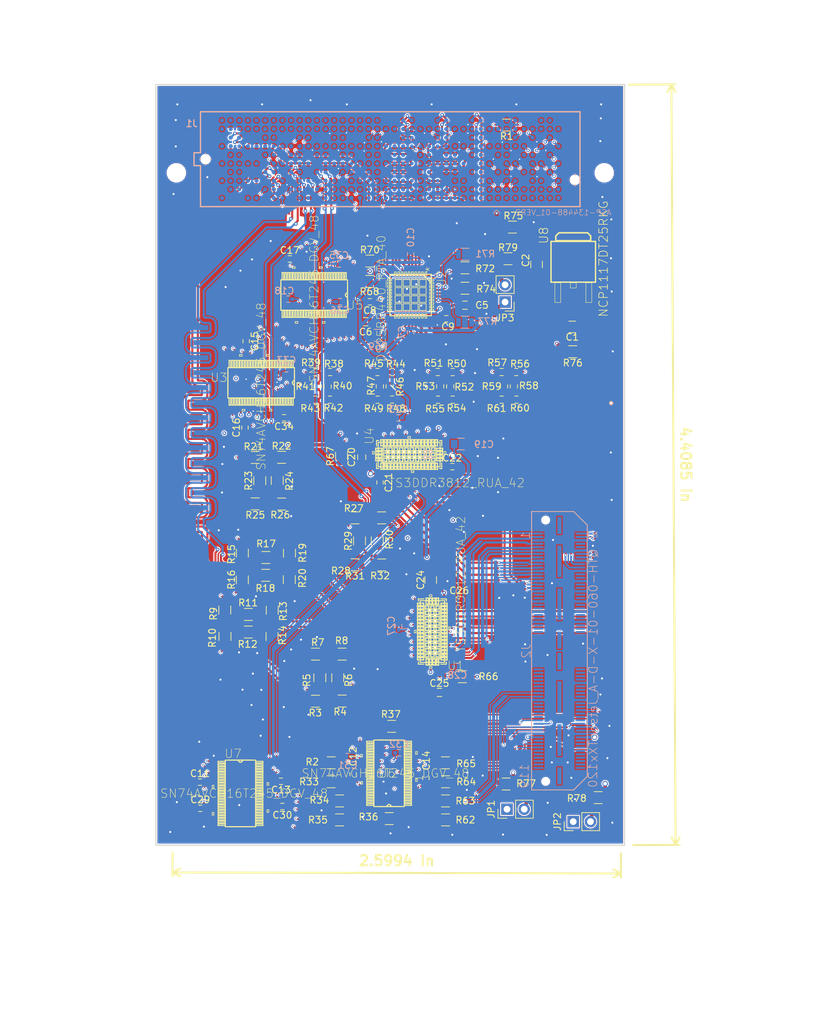
<source format=kicad_pcb>
(kicad_pcb (version 4) (host pcbnew 4.0.6)
  (layers (0 F.Cu signal) (1 In1.Cu signal) (2 In2.Cu signal) (3 In3.Cu signal) (4 In4.Cu signal) (31 B.Cu signal) (34 B.Paste user) (35 F.Paste user) (36 B.SilkS user) (37 F.SilkS user) (38 B.Mask user) (39 F.Mask user) (44 Edge.Cuts user))
  (net 0 "")
  (net 1 Earth)
  (net 2 /LVDS_to_DPHY/SLVS_HS_CLK_P)
  (net 3 /LVDS_to_DPHY/SLVS_HS_CLK_N)
  (net 4 /LVDS_to_DPHY/SLVS_HS_D0_P)
  (net 5 /LVDS_to_DPHY/SLVS_HS_D0_N)
  (net 6 /LVDS_to_DPHY/SLVS_HS_D1_P)
  (net 7 /LVDS_to_DPHY/SLVS_HS_D1_N)
  (net 8 /LVDS_to_DPHY/SLVS_HS_D2_P)
  (net 9 /LVDS_to_DPHY/SLVS_HS_D2_N)
  (net 10 /LVDS_to_DPHY/SLVS_HS_D3_P)
  (net 11 /LVDS_to_DPHY/SLVS_HS_D3_N)
  (net 12 VOLT_2P5)
  (net 13 /LVDS_to_DPHY/TDI)
  (net 14 /LVDS_to_DPHY/TDO)
  (net 15 /LVDS_to_DPHY/LA14_P)
  (net 16 /LVDS_to_DPHY/LA14_N)
  (net 17 /LVDS_to_DPHY/LA27_P)
  (net 18 /LVDS_to_DPHY/LA27_N)
  (net 19 /LVDS_to_DPHY/LA23_P)
  (net 20 /LVDS_to_DPHY/LA23_N)
  (net 21 /LVDS_to_DPHY/LP_D3_N)
  (net 22 /LVDS_to_DPHY/LP_D3_P)
  (net 23 /LVDS_to_DPHY/LP_D2_N)
  (net 24 /LVDS_to_DPHY/LP_D2_P)
  (net 25 /LVDS_to_DPHY/LP_D1_N)
  (net 26 /LVDS_to_DPHY/LP_D1_P)
  (net 27 /LVDS_to_DPHY/LP_D0_N)
  (net 28 /LVDS_to_DPHY/LP_D0_P)
  (net 29 /LVDS_to_DPHY/LP_CLK_N)
  (net 30 /LVDS_to_DPHY/LP_CLK_P)
  (net 31 DP0_C2M_P)
  (net 32 DP0_C2M_N)
  (net 33 /CML_to_DPHY/LVDS_2_SLVS_0603_CLK/LVDS_IN_P)
  (net 34 /CML_to_DPHY/LVDS_2_SLVS_0603_CLK/LVDS_IN_N)
  (net 35 /CML_to_DPHY/LVDS_2_SLVS_0603_D0/LVDS_IN_P)
  (net 36 /CML_to_DPHY/LVDS_2_SLVS_0603_D0/LVDS_IN_N)
  (net 37 /CML_to_DPHY/LVDS_2_SLVS_0603_D1/LVDS_IN_P)
  (net 38 /CML_to_DPHY/LVDS_2_SLVS_0603_D1/LVDS_IN_N)
  (net 39 /CML_to_DPHY/LVDS_2_SLVS_0603_D2/LVDS_IN_P)
  (net 40 /CML_to_DPHY/LVDS_2_SLVS_0603_D2/LVDS_IN_N)
  (net 41 /CML_to_DPHY/SLVS2_CLK_P)
  (net 42 /CML_to_DPHY/SLVS2_CLK_N)
  (net 43 /CML_to_DPHY/SLVS2_D0_P)
  (net 44 /CML_to_DPHY/SLVS2_D0_N)
  (net 45 /CML_to_DPHY/SLVS2_D1_P)
  (net 46 /CML_to_DPHY/SLVS2_D1_N)
  (net 47 /CML_to_DPHY/SLVS2_D2_P)
  (net 48 /CML_to_DPHY/SLVS2_D2_N)
  (net 49 /CML_to_DPHY/LP2_D2_N)
  (net 50 /CML_to_DPHY/LP2_D2_P)
  (net 51 /CML_to_DPHY/LP2_D1_N)
  (net 52 /CML_to_DPHY/LP2_D1_P)
  (net 53 /CML_to_DPHY/LP2_D0_N)
  (net 54 /CML_to_DPHY/LP2_D0_P)
  (net 55 /CML_to_DPHY/LP2_CLK_N)
  (net 56 /CML_to_DPHY/LP2_CLK_P)
  (net 57 MUXED1_D0_P)
  (net 58 MUXED1_D2_P)
  (net 59 MUXED1_D0_N)
  (net 60 MUXED1_D2_N)
  (net 61 MUXED1_CLK_P)
  (net 62 MUXED1_CLK_N)
  (net 63 MUXED1_D1_P)
  (net 64 MUXED1_D3_P)
  (net 65 MUXED1_D1_N)
  (net 66 MUXED1_D3_N)
  (net 67 MUXED2_CLK_N)
  (net 68 MUXED2_CLK_P)
  (net 69 MUXED2_D0_N)
  (net 70 MUXED2_D0_P)
  (net 71 MUXED2_D1_N)
  (net 72 MUXED2_D1_P)
  (net 73 MUXED2_D2_N)
  (net 74 MUXED2_D2_P)
  (net 75 DP1_C2M_P)
  (net 76 DP1_C2M_N)
  (net 77 DP2_C2M_P)
  (net 78 DP2_C2M_N)
  (net 79 DP3_C2M_P)
  (net 80 DP3_C2M_N)
  (net 81 FMC_VADJ)
  (net 82 FMC_LP2_CLK_P)
  (net 83 FMC_LP2_CLK_N)
  (net 84 FMC_LP2_D0_P)
  (net 85 FMC_LP2_D0_N)
  (net 86 FMC_LP2_D1_P)
  (net 87 FMC_LP2_D1_N)
  (net 88 FMC_LP2_D2_P)
  (net 89 FMC_LP2_D2_N)
  (net 90 /I2C_CAM_CLK)
  (net 91 /I2C_CAM_DAT)
  (net 92 /I2C_GP0_CLK_1V8)
  (net 93 /I2C_GP0_DAT_1V8)
  (net 94 /FMC_I2C_GP0_DAT_1V8_R)
  (net 95 /FMC_I2C_GP0_CLK_1V8_R)
  (net 96 /FMC_I2C_CAM_DAT_R)
  (net 97 /FMC_I2C_CAM_CLK_R)
  (net 98 "Net-(R36-Pad2)")
  (net 99 "Net-(R37-Pad2)")
  (net 100 /I2C_CAM_CLK_R)
  (net 101 /I2C_CAM_DAT_R)
  (net 102 /I2C_GP0_CLK_1V8_R)
  (net 103 /I2C_GP0_DAT_1V8_R)
  (net 104 /CAM_VSYNC)
  (net 105 /CAM0_MCLK)
  (net 106 /CAM0_PWR)
  (net 107 /CAM2_MCLK)
  (net 108 /CAM0_RST)
  (net 109 /CAM2_PWRD)
  (net 110 /CAM_FLASH_EN)
  (net 111 /CAM2_RST)
  (net 112 DVDD_CAM_IO_1V2)
  (net 113 DVDD_CAM_IO_1V8)
  (net 114 FMC_I2C_CAM_CLK)
  (net 115 FMC_I2C_CAM_DAT)
  (net 116 FMC_I2C_GP0_CLK_1V8)
  (net 117 FMC_I2C_GP0_DAT_1V8)
  (net 118 FMC_CAM0_MCLK)
  (net 119 FMC_CAM0_PWR)
  (net 120 FMC_CAM0_RST)
  (net 121 FMC_CAM_FLASH_EN)
  (net 122 FMC_CAM_VSYNC)
  (net 123 FMC_CAM2_MCLK)
  (net 124 FMC_CAM2_PWRD)
  (net 125 FMC_CAM2_RST)
  (net 126 FMC_TR_1DIR)
  (net 127 "Net-(R66-Pad2)")
  (net 128 "Net-(R67-Pad2)")
  (net 129 FMC_Switch2_SEL1)
  (net 130 FMC_Switch2_SEL2)
  (net 131 FMC_Switch1_SEL1)
  (net 132 FMC_Switch1_SEL2)
  (net 133 "Net-(R68-Pad2)")
  (net 134 /CML_to_DPHY/DS25_PE0)
  (net 135 "Net-(R70-Pad2)")
  (net 136 /CML_to_DPHY/DS25_EQ0)
  (net 137 "Net-(R72-Pad1)")
  (net 138 "Net-(R73-Pad1)")
  (net 139 "Net-(R74-Pad1)")
  (net 140 Switch1_SEL1)
  (net 141 Switch1_SEL2)
  (net 142 Switch2_SEL1)
  (net 143 Switch2_SEL2)
  (net 144 FMC_VOLT_3P3)
  (net 145 /LVDS_to_DPHY/FMC_VOLT_3P3_R)
  (net 146 FMC_VOLT_12P0)
  (net 147 /LVDS_to_DPHY/FMC_VOLT_12P0_R)
  (net 148 /JETSON_1V2)
  (net 149 /JETSON_1V8)
  (net 150 /VOLT_2P5_R)
  (net 151 LA00_CC_P)
  (net 152 LA00_CC_N)
  (net 153 FMC_LA02_P)
  (net 154 FMC_LA02_N)
  (net 155 FMC_LA03_P)
  (net 156 FMC_LA03_N)
  (net 157 FMC_LA04_P)
  (net 158 FMC_LA04_N)
  (net 159 FMC_LA08_P)
  (net 160 FMC_LA08_N)
  (net 161 "Net-(JP1-Pad2)")
  (net 162 "Net-(JP2-Pad2)")
  (net 163 "Net-(JP3-Pad2)")
  (net 164 FMC_LP_D2_P)
  (net 165 FMC_LP_D2_N)
  (net 166 FMC_LP_CLK_P)
  (net 167 FMC_LP_CLK_N)
  (module via_03mm (layer F.Cu) (at 157.48 83.185)
    (fp_text reference REF** hide)
    (fp_text value via_03mm hide)
    (pad 1 thru_hole circle (at 0 0) (size 0.6 0.6) (drill 0.3) (layers *.Cu *.Mask) (net 1 Earth))
  )
  (module via_03mm (layer F.Cu) (at 157.607 59.4868)
    (fp_text reference REF** hide)
    (fp_text value via_03mm hide)
    (pad 1 thru_hole circle (at 0 0) (size 0.6 0.6) (drill 0.3) (layers *.Cu *.Mask) (net 1 Earth))
  )
  (module via_03mm (layer F.Cu) (at 102.9462 56.4134)
    (fp_text reference REF** hide)
    (fp_text value via_03mm hide)
    (pad 1 thru_hole circle (at 0 0) (size 0.6 0.6) (drill 0.3) (layers *.Cu *.Mask) (net 1 Earth))
  )
  (module via_03mm (layer F.Cu) (at 157.5308 75.9206)
    (fp_text reference REF** hide)
    (fp_text value via_03mm hide)
    (pad 1 thru_hole circle (at 0 0) (size 0.6 0.6) (drill 0.3) (layers *.Cu *.SilkS *.Mask) (net 1 Earth))
  )
  (module vias:via_03mm (layer F.Cu) (at 129.5654 61.5696)
    (fp_text reference REF** hide)
    (fp_text value via_03mm hide)
    (pad 1 thru_hole circle (at 0 0) (size 0.6 0.6) (drill 0.3) (layers *.Cu *.Mask) (net 1 Earth))
  )
  (module vias:via_03mm (layer F.Cu) (at 126.3396 60.96)
    (fp_text reference REF** hide)
    (fp_text value via_03mm hide)
    (pad 1 thru_hole circle (at 0 0) (size 0.6 0.6) (drill 0.3) (layers *.Cu *.Mask) (net 1 Earth))
  )
  (module vias:via_03mm (layer F.Cu) (at 128.8288 58.42)
    (fp_text reference REF** hide)
    (fp_text value via_03mm hide)
    (pad 1 thru_hole circle (at 0 0) (size 0.6 0.6) (drill 0.3) (layers *.Cu *.Mask) (net 1 Earth))
  )
  (module vias:via_03mm (layer F.Cu) (at 127.4572 59.1058)
    (fp_text reference REF** hide)
    (fp_text value via_03mm hide)
    (pad 1 thru_hole circle (at 0 0) (size 0.6 0.6) (drill 0.3) (layers *.Cu *.Mask) (net 1 Earth))
  )
  (module vias:via_03mm (layer F.Cu) (at 156.2354 45.5676)
    (fp_text reference REF** hide)
    (fp_text value via_03mm hide)
    (pad 1 thru_hole circle (at 0 0) (size 0.6 0.6) (drill 0.3) (layers *.Cu *.Mask) (net 1 Earth))
  )
  (module vias:via_03mm (layer F.Cu) (at 109.3216 120.6754)
    (fp_text reference REF** hide)
    (fp_text value via_03mm hide)
    (pad 1 thru_hole circle (at 0 0) (size 0.6 0.6) (drill 0.3) (layers *.Cu *.Mask) (net 1 Earth))
  )
  (module vias:via_03mm (layer F.Cu) (at 123.1392 115.0874)
    (fp_text reference REF** hide)
    (fp_text value via_03mm hide)
    (pad 1 thru_hole circle (at 0 0) (size 0.6 0.6) (drill 0.3) (layers *.Cu *.Mask) (net 1 Earth))
  )
  (module vias:via_03mm (layer F.Cu) (at 119.6848 115.0112)
    (fp_text reference REF** hide)
    (fp_text value via_03mm hide)
    (pad 1 thru_hole circle (at 0 0) (size 0.6 0.6) (drill 0.3) (layers *.Cu *.Mask) (net 1 Earth))
  )
  (module vias:via_03mm (layer F.Cu) (at 113.2586 31.3182)
    (fp_text reference REF** hide)
    (fp_text value via_03mm hide)
    (pad 1 thru_hole circle (at 0 0) (size 0.6 0.6) (drill 0.3) (layers *.Cu *.Mask) (net 1 Earth))
  )
  (module vias:via_03mm (layer F.Cu) (at 133.4262 102.1334)
    (fp_text reference REF** hide)
    (fp_text value via_03mm hide)
    (pad 1 thru_hole circle (at 0 0) (size 0.6 0.6) (drill 0.3) (layers *.Cu *.Mask) (net 1 Earth))
  )
  (module vias:via_03mm (layer F.Cu) (at 127.381 101.1174)
    (fp_text reference REF** hide)
    (fp_text value via_03mm hide)
    (pad 1 thru_hole circle (at 0 0) (size 0.6 0.6) (drill 0.3) (layers *.Cu *.Mask) (net 1 Earth))
  )
  (module vias:via_03mm (layer F.Cu) (at 128.524 98.044)
    (fp_text reference REF** hide)
    (fp_text value via_03mm hide)
    (pad 1 thru_hole circle (at 0 0) (size 0.6 0.6) (drill 0.3) (layers *.Cu *.Mask) (net 1 Earth))
  )
  (module vias:via_03mm (layer F.Cu) (at 126.4412 97.3328)
    (fp_text reference REF** hide)
    (fp_text value via_03mm hide)
    (pad 1 thru_hole circle (at 0 0) (size 0.6 0.6) (drill 0.3) (layers *.Cu *.Mask) (net 1 Earth))
  )
  (module vias:via_03mm (layer F.Cu) (at 135.8392 94.869)
    (fp_text reference REF** hide)
    (fp_text value via_03mm hide)
    (pad 1 thru_hole circle (at 0 0) (size 0.6 0.6) (drill 0.3) (layers *.Cu *.Mask) (net 1 Earth))
  )
  (module vias:via_03mm (layer F.Cu) (at 120.1166 80.391)
    (fp_text reference REF** hide)
    (fp_text value via_03mm hide)
    (pad 1 thru_hole circle (at 0 0) (size 0.6 0.6) (drill 0.3) (layers *.Cu *.Mask) (net 1 Earth))
  )
  (module vias:via_03mm (layer F.Cu) (at 117.729 90.3732)
    (fp_text reference REF** hide)
    (fp_text value via_03mm hide)
    (pad 1 thru_hole circle (at 0 0) (size 0.6 0.6) (drill 0.3) (layers *.Cu *.Mask) (net 1 Earth))
  )
  (module vias:via_03mm (layer F.Cu) (at 132.2324 88.0872)
    (fp_text reference REF** hide)
    (fp_text value via_03mm hide)
    (pad 1 thru_hole circle (at 0 0) (size 0.6 0.6) (drill 0.3) (layers *.Cu *.Mask) (net 1 Earth))
  )
  (module vias:via_03mm (layer F.Cu) (at 133.7056 91.6686)
    (fp_text reference REF** hide)
    (fp_text value via_03mm hide)
    (pad 1 thru_hole circle (at 0 0) (size 0.6 0.6) (drill 0.3) (layers *.Cu *.Mask) (net 1 Earth))
  )
  (module vias:via_03mm (layer F.Cu) (at 137.8966 83.7184)
    (fp_text reference REF** hide)
    (fp_text value via_03mm hide)
    (pad 1 thru_hole circle (at 0 0) (size 0.6 0.6) (drill 0.3) (layers *.Cu *.Mask) (net 1 Earth))
  )
  (module vias:via_03mm (layer F.Cu) (at 137.0838 88.392)
    (fp_text reference REF** hide)
    (fp_text value via_03mm hide)
    (pad 1 thru_hole circle (at 0 0) (size 0.6 0.6) (drill 0.3) (layers *.Cu *.Mask) (net 1 Earth))
  )
  (module vias:via_03mm (layer F.Cu) (at 140.8684 89.027)
    (fp_text reference REF** hide)
    (fp_text value via_03mm hide)
    (pad 1 thru_hole circle (at 0 0) (size 0.6 0.6) (drill 0.3) (layers *.Cu *.Mask) (net 1 Earth))
  )
  (module vias:via_03mm (layer F.Cu) (at 140.8684 83.9724)
    (fp_text reference REF** hide)
    (fp_text value via_03mm hide)
    (pad 1 thru_hole circle (at 0 0) (size 0.6 0.6) (drill 0.3) (layers *.Cu *.Mask) (net 1 Earth))
  )
  (module vias:via_03mm (layer F.Cu) (at 141.6558 81.1276)
    (fp_text reference REF** hide)
    (fp_text value via_03mm hide)
    (pad 1 thru_hole circle (at 0 0) (size 0.6 0.6) (drill 0.3) (layers *.Cu *.Mask) (net 1 Earth))
  )
  (module vias:via_03mm (layer F.Cu) (at 98.0694 42.6466)
    (fp_text reference REF** hide)
    (fp_text value via_03mm hide)
    (pad 1 thru_hole circle (at 0 0) (size 0.6 0.6) (drill 0.3) (layers *.Cu *.Mask) (net 1 Earth))
  )
  (module vias:via_03mm (layer F.Cu) (at 93.091 45.1358)
    (fp_text reference REF** hide)
    (fp_text value via_03mm hide)
    (pad 1 thru_hole circle (at 0 0) (size 0.6 0.6) (drill 0.3) (layers *.Cu *.Mask) (net 1 Earth))
  )
  (module vias:via_03mm (layer F.Cu) (at 121.6406 51.2572)
    (fp_text reference REF** hide)
    (fp_text value via_03mm hide)
    (pad 1 thru_hole circle (at 0 0) (size 0.6 0.6) (drill 0.3) (layers *.Cu *.Mask) (net 1 Earth))
  )
  (module vias:via_03mm (layer F.Cu) (at 130.7084 54.3052)
    (fp_text reference REF** hide)
    (fp_text value via_03mm hide)
    (pad 1 thru_hole circle (at 0 0) (size 0.6 0.6) (drill 0.3) (layers *.Cu *.Mask) (net 1 Earth))
  )
  (module vias:via_03mm (layer F.Cu) (at 134.0358 57.5818)
    (fp_text reference REF** hide)
    (fp_text value via_03mm hide)
    (pad 1 thru_hole circle (at 0 0) (size 0.6 0.6) (drill 0.3) (layers *.Cu *.Mask) (net 1 Earth))
  )
  (module vias:via_03mm (layer F.Cu) (at 138.811 58.2168)
    (fp_text reference REF** hide)
    (fp_text value via_03mm hide)
    (pad 1 thru_hole circle (at 0 0) (size 0.6 0.6) (drill 0.3) (layers *.Cu *.Mask) (net 1 Earth))
  )
  (module vias:via_03mm (layer F.Cu) (at 139.1666 62.7634)
    (fp_text reference REF** hide)
    (fp_text value via_03mm hide)
    (pad 1 thru_hole circle (at 0 0) (size 0.6 0.6) (drill 0.3) (layers *.Cu *.Mask) (net 1 Earth))
  )
  (module vias:via_03mm (layer F.Cu) (at 133.1976 67.2592)
    (fp_text reference REF** hide)
    (fp_text value via_03mm hide)
    (pad 1 thru_hole circle (at 0 0) (size 0.6 0.6) (drill 0.3) (layers *.Cu *.Mask) (net 1 Earth))
  )
  (module vias:via_03mm (layer F.Cu) (at 137.7696 67.9704)
    (fp_text reference REF** hide)
    (fp_text value via_03mm hide)
    (pad 1 thru_hole circle (at 0 0) (size 0.6 0.6) (drill 0.3) (layers *.Cu *.Mask) (net 1 Earth))
  )
  (module vias:via_03mm (layer F.Cu) (at 130.2258 73.4822)
    (fp_text reference REF** hide)
    (fp_text value via_03mm hide)
    (pad 1 thru_hole circle (at 0 0) (size 0.6 0.6) (drill 0.3) (layers *.Cu *.Mask) (net 1 Earth))
  )
  (module vias:via_03mm (layer F.Cu) (at 128.6002 71.0438)
    (fp_text reference REF** hide)
    (fp_text value via_03mm hide)
    (pad 1 thru_hole circle (at 0 0) (size 0.6 0.6) (drill 0.3) (layers *.Cu *.Mask) (net 1 Earth))
  )
  (module vias:via_03mm (layer F.Cu) (at 137.287 75.7174)
    (fp_text reference REF** hide)
    (fp_text value via_03mm hide)
    (pad 1 thru_hole circle (at 0 0) (size 0.6 0.6) (drill 0.3) (layers *.Cu *.Mask) (net 1 Earth))
  )
  (module vias:via_03mm (layer F.Cu) (at 137.4902 71.501)
    (fp_text reference REF** hide)
    (fp_text value via_03mm hide)
    (pad 1 thru_hole circle (at 0 0) (size 0.6 0.6) (drill 0.3) (layers *.Cu *.Mask) (net 1 Earth))
  )
  (module vias:via_03mm (layer F.Cu) (at 157.607 90.17)
    (fp_text reference REF** hide)
    (fp_text value via_03mm hide)
    (pad 1 thru_hole circle (at 0 0) (size 0.6 0.6) (drill 0.3) (layers *.Cu *.Mask) (net 1 Earth))
  )
  (module vias:via_03mm (layer F.Cu) (at 157.7594 68.3006)
    (fp_text reference REF** hide)
    (fp_text value via_03mm hide)
    (pad 1 thru_hole circle (at 0 0) (size 0.6 0.6) (drill 0.3) (layers *.Cu *.Mask) (net 1 Earth))
  )
  (module vias:via_03mm (layer F.Cu) (at 157.5054 54.5846)
    (fp_text reference REF** hide)
    (fp_text value via_03mm hide)
    (pad 1 thru_hole circle (at 0 0) (size 0.6 0.6) (drill 0.3) (layers *.Cu *.Mask) (net 1 Earth))
  )
  (module vias:via_03mm (layer F.Cu) (at 157.5562 48.8696)
    (fp_text reference REF** hide)
    (fp_text value via_03mm hide)
    (pad 1 thru_hole circle (at 0 0) (size 0.6 0.6) (drill 0.3) (layers *.Cu *.Mask) (net 1 Earth))
  )
  (module vias:via_03mm (layer F.Cu) (at 151.6634 131.0894)
    (fp_text reference REF** hide)
    (fp_text value via_03mm hide)
    (pad 1 thru_hole circle (at 0 0) (size 0.6 0.6) (drill 0.3) (layers *.Cu *.Mask) (net 1 Earth))
  )
  (module vias:via_03mm (layer F.Cu) (at 148.7932 128.8288)
    (fp_text reference REF** hide)
    (fp_text value via_03mm hide)
    (pad 1 thru_hole circle (at 0 0) (size 0.6 0.6) (drill 0.3) (layers *.Cu *.Mask) (net 1 Earth))
  )
  (module vias:via_03mm (layer F.Cu) (at 151.13 128.8288)
    (fp_text reference REF** hide)
    (fp_text value via_03mm hide)
    (pad 1 thru_hole circle (at 0 0) (size 0.6 0.6) (drill 0.3) (layers *.Cu *.Mask) (net 1 Earth))
  )
  (module vias:via_03mm (layer F.Cu) (at 148.6408 126.5428)
    (fp_text reference REF** hide)
    (fp_text value via_03mm hide)
    (pad 1 thru_hole circle (at 0 0) (size 0.6 0.6) (drill 0.3) (layers *.Cu *.Mask) (net 1 Earth))
  )
  (module vias:via_03mm (layer F.Cu) (at 151.257 124.841)
    (fp_text reference REF** hide)
    (fp_text value via_03mm hide)
    (pad 1 thru_hole circle (at 0 0) (size 0.6 0.6) (drill 0.3) (layers *.Cu *.Mask) (net 1 Earth))
  )
  (module vias:via_03mm (layer F.Cu) (at 157.2768 123.444)
    (fp_text reference REF** hide)
    (fp_text value via_03mm hide)
    (pad 1 thru_hole circle (at 0 0) (size 0.6 0.6) (drill 0.3) (layers *.Cu *.Mask) (net 1 Earth))
  )
  (module vias:via_03mm (layer F.Cu) (at 156.1846 116.459)
    (fp_text reference REF** hide)
    (fp_text value via_03mm hide)
    (pad 1 thru_hole circle (at 0 0) (size 0.6 0.6) (drill 0.3) (layers *.Cu *.Mask) (net 1 Earth))
  )
  (module vias:via_03mm (layer F.Cu) (at 153.3906 111.3282)
    (fp_text reference REF** hide)
    (fp_text value via_03mm hide)
    (pad 1 thru_hole circle (at 0 0) (size 0.6 0.6) (drill 0.3) (layers *.Cu *.Mask) (net 1 Earth))
  )
  (module vias:via_03mm (layer F.Cu) (at 148.971 96.0628)
    (fp_text reference REF** hide)
    (fp_text value via_03mm hide)
    (pad 1 thru_hole circle (at 0 0) (size 0.6 0.6) (drill 0.3) (layers *.Cu *.Mask) (net 1 Earth))
  )
  (module vias:via_03mm (layer F.Cu) (at 154.8384 96.9264)
    (fp_text reference REF** hide)
    (fp_text value via_03mm hide)
    (pad 1 thru_hole circle (at 0 0) (size 0.6 0.6) (drill 0.3) (layers *.Cu *.Mask) (net 1 Earth))
  )
  (module vias:via_03mm (layer F.Cu) (at 148.8186 102.4382)
    (fp_text reference REF** hide)
    (fp_text value via_03mm hide)
    (pad 1 thru_hole circle (at 0 0) (size 0.6 0.6) (drill 0.3) (layers *.Cu *.Mask) (net 1 Earth))
  )
  (module vias:via_03mm (layer F.Cu) (at 144.8054 104.5718)
    (fp_text reference REF** hide)
    (fp_text value via_03mm hide)
    (pad 1 thru_hole circle (at 0 0) (size 0.6 0.6) (drill 0.3) (layers *.Cu *.Mask) (net 1 Earth))
  )
  (module vias:via_03mm (layer F.Cu) (at 143.129 104.2162)
    (fp_text reference REF** hide)
    (fp_text value via_03mm hide)
    (pad 1 thru_hole circle (at 0 0) (size 0.6 0.6) (drill 0.3) (layers *.Cu *.Mask) (net 1 Earth))
  )
  (module vias:via_03mm (layer F.Cu) (at 141.0462 104.5972)
    (fp_text reference REF** hide)
    (fp_text value via_03mm hide)
    (pad 1 thru_hole circle (at 0 0) (size 0.6 0.6) (drill 0.3) (layers *.Cu *.Mask) (net 1 Earth))
  )
  (module vias:via_03mm (layer F.Cu) (at 144.907 113.9698)
    (fp_text reference REF** hide)
    (fp_text value via_03mm hide)
    (pad 1 thru_hole circle (at 0 0) (size 0.6 0.6) (drill 0.3) (layers *.Cu *.Mask) (net 1 Earth))
  )
  (module vias:via_03mm (layer F.Cu) (at 144.8562 111.4298)
    (fp_text reference REF** hide)
    (fp_text value via_03mm hide)
    (pad 1 thru_hole circle (at 0 0) (size 0.6 0.6) (drill 0.3) (layers *.Cu *.Mask) (net 1 Earth))
  )
  (module vias:via_03mm (layer F.Cu) (at 148.1582 113.0046)
    (fp_text reference REF** hide)
    (fp_text value via_03mm hide)
    (pad 1 thru_hole circle (at 0 0) (size 0.6 0.6) (drill 0.3) (layers *.Cu *.Mask) (net 1 Earth))
  )
  (module vias:via_03mm (layer F.Cu) (at 155.956 118.8212)
    (fp_text reference REF** hide)
    (fp_text value via_03mm hide)
    (pad 1 thru_hole circle (at 0 0) (size 0.6 0.6) (drill 0.3) (layers *.Cu *.Mask) (net 1 Earth))
  )
  (module vias:via_03mm (layer F.Cu) (at 157.7086 137.6934)
    (fp_text reference REF** hide)
    (fp_text value via_03mm hide)
    (pad 1 thru_hole circle (at 0 0) (size 0.6 0.6) (drill 0.3) (layers *.Cu *.Mask) (net 1 Earth))
  )
  (module vias:via_03mm (layer F.Cu) (at 156.972 128.1938)
    (fp_text reference REF** hide)
    (fp_text value via_03mm hide)
    (pad 1 thru_hole circle (at 0 0) (size 0.6 0.6) (drill 0.3) (layers *.Cu *.Mask) (net 1 Earth))
  )
  (module vias:via_03mm (layer F.Cu) (at 134.1374 139.4714)
    (fp_text reference REF** hide)
    (fp_text value via_03mm hide)
    (pad 1 thru_hole circle (at 0 0) (size 0.6 0.6) (drill 0.3) (layers *.Cu *.Mask) (net 1 Earth))
  )
  (module vias:via_03mm (layer F.Cu) (at 141.605 139.446)
    (fp_text reference REF** hide)
    (fp_text value via_03mm hide)
    (pad 1 thru_hole circle (at 0 0) (size 0.6 0.6) (drill 0.3) (layers *.Cu *.Mask) (net 1 Earth))
  )
  (module vias:via_03mm (layer F.Cu) (at 148.0312 139.4968)
    (fp_text reference REF** hide)
    (fp_text value via_03mm hide)
    (pad 1 thru_hole circle (at 0 0) (size 0.6 0.6) (drill 0.3) (layers *.Cu *.Mask) (net 1 Earth))
  )
  (module vias:via_03mm (layer F.Cu) (at 152.1968 134.239)
    (fp_text reference REF** hide)
    (fp_text value via_03mm hide)
    (pad 1 thru_hole circle (at 0 0) (size 0.6 0.6) (drill 0.3) (layers *.Cu *.Mask) (net 1 Earth))
  )
  (module vias:via_03mm (layer F.Cu) (at 148.1836 134.7724)
    (fp_text reference REF** hide)
    (fp_text value via_03mm hide)
    (pad 1 thru_hole circle (at 0 0) (size 0.6 0.6) (drill 0.3) (layers *.Cu *.Mask) (net 1 Earth))
  )
  (module vias:via_03mm (layer F.Cu) (at 136.271 132.8674)
    (fp_text reference REF** hide)
    (fp_text value via_03mm hide)
    (pad 1 thru_hole circle (at 0 0) (size 0.6 0.6) (drill 0.3) (layers *.Cu *.Mask) (net 1 Earth))
  )
  (module vias:via_03mm (layer F.Cu) (at 138.6078 130.7592)
    (fp_text reference REF** hide)
    (fp_text value via_03mm hide)
    (pad 1 thru_hole circle (at 0 0) (size 0.6 0.6) (drill 0.3) (layers *.Cu *.Mask) (net 1 Earth))
  )
  (module vias:via_03mm (layer F.Cu) (at 127.7112 138.3538)
    (fp_text reference REF** hide)
    (fp_text value via_03mm hide)
    (pad 1 thru_hole circle (at 0 0) (size 0.6 0.6) (drill 0.3) (layers *.Cu *.Mask) (net 1 Earth))
  )
  (module vias:via_03mm (layer F.Cu) (at 125.0442 139.2682)
    (fp_text reference REF** hide)
    (fp_text value via_03mm hide)
    (pad 1 thru_hole circle (at 0 0) (size 0.6 0.6) (drill 0.3) (layers *.Cu *.Mask) (net 1 Earth))
  )
  (module vias:via_03mm (layer F.Cu) (at 124.0028 131.6482)
    (fp_text reference REF** hide)
    (fp_text value via_03mm hide)
    (pad 1 thru_hole circle (at 0 0) (size 0.6 0.6) (drill 0.3) (layers *.Cu *.Mask) (net 1 Earth))
  )
  (module vias:via_03mm (layer F.Cu) (at 124.3838 133.4008)
    (fp_text reference REF** hide)
    (fp_text value via_03mm hide)
    (pad 1 thru_hole circle (at 0 0) (size 0.6 0.6) (drill 0.3) (layers *.Cu *.Mask) (net 1 Earth))
  )
  (module vias:via_03mm (layer F.Cu) (at 114.8842 135.89)
    (fp_text reference REF** hide)
    (fp_text value via_03mm hide)
    (pad 1 thru_hole circle (at 0 0) (size 0.6 0.6) (drill 0.3) (layers *.Cu *.Mask) (net 1 Earth))
  )
  (module vias:via_03mm (layer F.Cu) (at 120.9548 136.8298)
    (fp_text reference REF** hide)
    (fp_text value via_03mm hide)
    (pad 1 thru_hole circle (at 0 0) (size 0.6 0.6) (drill 0.3) (layers *.Cu *.Mask) (net 1 Earth))
  )
  (module vias:via_03mm (layer F.Cu) (at 92.6084 139.065)
    (fp_text reference REF** hide)
    (fp_text value via_03mm hide)
    (pad 1 thru_hole circle (at 0 0) (size 0.6 0.6) (drill 0.3) (layers *.Cu *.Mask) (net 1 Earth))
  )
  (module vias:via_03mm (layer F.Cu) (at 93.5736 134.6708)
    (fp_text reference REF** hide)
    (fp_text value via_03mm hide)
    (pad 1 thru_hole circle (at 0 0) (size 0.6 0.6) (drill 0.3) (layers *.Cu *.Mask) (net 1 Earth))
  )
  (module vias:via_03mm (layer F.Cu) (at 97.5614 138.2776)
    (fp_text reference REF** hide)
    (fp_text value via_03mm hide)
    (pad 1 thru_hole circle (at 0 0) (size 0.6 0.6) (drill 0.3) (layers *.Cu *.Mask) (net 1 Earth))
  )
  (module vias:via_03mm (layer F.Cu) (at 102.7684 135.1026)
    (fp_text reference REF** hide)
    (fp_text value via_03mm hide)
    (pad 1 thru_hole circle (at 0 0) (size 0.6 0.6) (drill 0.3) (layers *.Cu *.Mask) (net 1 Earth))
  )
  (module vias:via_03mm (layer F.Cu) (at 99.0092 127.8382)
    (fp_text reference REF** hide)
    (fp_text value via_03mm hide)
    (pad 1 thru_hole circle (at 0 0) (size 0.6 0.6) (drill 0.3) (layers *.Cu *.Mask) (net 1 Earth))
  )
  (module vias:via_03mm (layer F.Cu) (at 96.8756 125.7808)
    (fp_text reference REF** hide)
    (fp_text value via_03mm hide)
    (pad 1 thru_hole circle (at 0 0) (size 0.6 0.6) (drill 0.3) (layers *.Cu *.Mask) (net 1 Earth))
  )
  (module vias:via_03mm (layer F.Cu) (at 105.918 124.8918)
    (fp_text reference REF** hide)
    (fp_text value via_03mm hide)
    (pad 1 thru_hole circle (at 0 0) (size 0.6 0.6) (drill 0.3) (layers *.Cu *.Mask) (net 1 Earth))
  )
  (module vias:via_03mm (layer F.Cu) (at 110.1598 125.0696)
    (fp_text reference REF** hide)
    (fp_text value via_03mm hide)
    (pad 1 thru_hole circle (at 0 0) (size 0.6 0.6) (drill 0.3) (layers *.Cu *.Mask) (net 1 Earth))
  )
  (module vias:via_03mm (layer F.Cu) (at 106.2482 122.5042)
    (fp_text reference REF** hide)
    (fp_text value via_03mm hide)
    (pad 1 thru_hole circle (at 0 0) (size 0.6 0.6) (drill 0.3) (layers *.Cu *.Mask) (net 1 Earth))
  )
  (module vias:via_03mm (layer F.Cu) (at 104.5718 120.3706)
    (fp_text reference REF** hide)
    (fp_text value via_03mm hide)
    (pad 1 thru_hole circle (at 0 0) (size 0.6 0.6) (drill 0.3) (layers *.Cu *.Mask) (net 1 Earth))
  )
  (module vias:via_03mm (layer F.Cu) (at 106.0196 118.1354)
    (fp_text reference REF** hide)
    (fp_text value via_03mm hide)
    (pad 1 thru_hole circle (at 0 0) (size 0.6 0.6) (drill 0.3) (layers *.Cu *.Mask) (net 1 Earth))
  )
  (module vias:via_03mm (layer F.Cu) (at 103.251 118.11)
    (fp_text reference REF** hide)
    (fp_text value via_03mm hide)
    (pad 1 thru_hole circle (at 0 0) (size 0.6 0.6) (drill 0.3) (layers *.Cu *.Mask) (net 1 Earth))
  )
  (module vias:via_03mm (layer F.Cu) (at 99.9998 116.6368)
    (fp_text reference REF** hide)
    (fp_text value via_03mm hide)
    (pad 1 thru_hole circle (at 0 0) (size 0.6 0.6) (drill 0.3) (layers *.Cu *.Mask) (net 1 Earth))
  )
  (module vias:via_03mm (layer F.Cu) (at 104.775 115.7478)
    (fp_text reference REF** hide)
    (fp_text value via_03mm hide)
    (pad 1 thru_hole circle (at 0 0) (size 0.6 0.6) (drill 0.3) (layers *.Cu *.Mask) (net 1 Earth))
  )
  (module vias:via_03mm (layer F.Cu) (at 102.743 112.6236)
    (fp_text reference REF** hide)
    (fp_text value via_03mm hide)
    (pad 1 thru_hole circle (at 0 0) (size 0.6 0.6) (drill 0.3) (layers *.Cu *.Mask) (net 1 Earth))
  )
  (module vias:via_03mm (layer F.Cu) (at 105.41 112.7252)
    (fp_text reference REF** hide)
    (fp_text value via_03mm hide)
    (pad 1 thru_hole circle (at 0 0) (size 0.6 0.6) (drill 0.3) (layers *.Cu *.Mask) (net 1 Earth))
  )
  (module vias:via_03mm (layer F.Cu) (at 112.9538 121.793)
    (fp_text reference REF** hide)
    (fp_text value via_03mm hide)
    (pad 1 thru_hole circle (at 0 0) (size 0.6 0.6) (drill 0.3) (layers *.Cu *.Mask) (net 1 Earth))
  )
  (module vias:via_03mm (layer F.Cu) (at 109.3978 113.8936)
    (fp_text reference REF** hide)
    (fp_text value via_03mm hide)
    (pad 1 thru_hole circle (at 0 0) (size 0.6 0.6) (drill 0.3) (layers *.Cu *.Mask) (net 1 Earth))
  )
  (module vias:via_03mm (layer F.Cu) (at 110.4138 112.1918)
    (fp_text reference REF** hide)
    (fp_text value via_03mm hide)
    (pad 1 thru_hole circle (at 0 0) (size 0.6 0.6) (drill 0.3) (layers *.Cu *.Mask) (net 1 Earth))
  )
  (module vias:via_03mm (layer F.Cu) (at 111.8616 110.744)
    (fp_text reference REF** hide)
    (fp_text value via_03mm hide)
    (pad 1 thru_hole circle (at 0 0) (size 0.6 0.6) (drill 0.3) (layers *.Cu *.Mask) (net 1 Earth))
  )
  (module vias:via_03mm (layer F.Cu) (at 114.1984 110.363)
    (fp_text reference REF** hide)
    (fp_text value via_03mm hide)
    (pad 1 thru_hole circle (at 0 0) (size 0.6 0.6) (drill 0.3) (layers *.Cu *.Mask) (net 1 Earth))
  )
  (module vias:via_03mm (layer F.Cu) (at 110.9218 105.0798)
    (fp_text reference REF** hide)
    (fp_text value via_03mm hide)
    (pad 1 thru_hole circle (at 0 0) (size 0.6 0.6) (drill 0.3) (layers *.Cu *.Mask) (net 1 Earth))
  )
  (module vias:via_03mm (layer F.Cu) (at 105.2322 104.3686)
    (fp_text reference REF** hide)
    (fp_text value via_03mm hide)
    (pad 1 thru_hole circle (at 0 0) (size 0.6 0.6) (drill 0.3) (layers *.Cu *.Mask) (net 1 Earth))
  )
  (module vias:via_03mm (layer F.Cu) (at 102.616 94.5642)
    (fp_text reference REF** hide)
    (fp_text value via_03mm hide)
    (pad 1 thru_hole circle (at 0 0) (size 0.6 0.6) (drill 0.3) (layers *.Cu *.Mask) (net 1 Earth))
  )
  (module vias:via_03mm (layer F.Cu) (at 99.7458 94.6404)
    (fp_text reference REF** hide)
    (fp_text value via_03mm hide)
    (pad 1 thru_hole circle (at 0 0) (size 0.6 0.6) (drill 0.3) (layers *.Cu *.Mask) (net 1 Earth))
  )
  (module vias:via_03mm (layer F.Cu) (at 100.2284 89.0778)
    (fp_text reference REF** hide)
    (fp_text value via_03mm hide)
    (pad 1 thru_hole circle (at 0 0) (size 0.6 0.6) (drill 0.3) (layers *.Cu *.Mask) (net 1 Earth))
  )
  (module vias:via_03mm (layer F.Cu) (at 100.2792 84.8868)
    (fp_text reference REF** hide)
    (fp_text value via_03mm hide)
    (pad 1 thru_hole circle (at 0 0) (size 0.6 0.6) (drill 0.3) (layers *.Cu *.Mask) (net 1 Earth))
  )
  (module vias:via_03mm (layer F.Cu) (at 100.5078 82.3468)
    (fp_text reference REF** hide)
    (fp_text value via_03mm hide)
    (pad 1 thru_hole circle (at 0 0) (size 0.6 0.6) (drill 0.3) (layers *.Cu *.Mask) (net 1 Earth))
  )
  (module vias:via_03mm (layer F.Cu) (at 110.4138 92.5576)
    (fp_text reference REF** hide)
    (fp_text value via_03mm hide)
    (pad 1 thru_hole circle (at 0 0) (size 0.6 0.6) (drill 0.3) (layers *.Cu *.Mask) (net 1 Earth))
  )
  (module vias:via_03mm (layer F.Cu) (at 110.5154 88.2396)
    (fp_text reference REF** hide)
    (fp_text value via_03mm hide)
    (pad 1 thru_hole circle (at 0 0) (size 0.6 0.6) (drill 0.3) (layers *.Cu *.Mask) (net 1 Earth))
  )
  (module vias:via_03mm (layer F.Cu) (at 100.7618 58.8264)
    (fp_text reference REF** hide)
    (fp_text value via_03mm hide)
    (pad 1 thru_hole circle (at 0 0) (size 0.6 0.6) (drill 0.3) (layers *.Cu *.Mask) (net 1 Earth))
  )
  (module vias:via_03mm (layer F.Cu) (at 112.6744 53.6194)
    (fp_text reference REF** hide)
    (fp_text value via_03mm hide)
    (pad 1 thru_hole circle (at 0 0) (size 0.6 0.6) (drill 0.3) (layers *.Cu *.Mask) (net 1 Earth))
  )
  (module vias:via_03mm (layer F.Cu) (at 104.648 54.7624)
    (fp_text reference REF** hide)
    (fp_text value via_03mm hide)
    (pad 1 thru_hole circle (at 0 0) (size 0.6 0.6) (drill 0.3) (layers *.Cu *.Mask) (net 1 Earth))
  )
  (module vias:via_03mm (layer F.Cu) (at 107.3912 52.0446)
    (fp_text reference REF** hide)
    (fp_text value via_03mm hide)
    (pad 1 thru_hole circle (at 0 0) (size 0.6 0.6) (drill 0.3) (layers *.Cu *.Mask) (net 1 Earth))
  )
  (module vias:via_03mm (layer F.Cu) (at 134.7978 49.4284)
    (fp_text reference REF** hide)
    (fp_text value via_03mm hide)
    (pad 1 thru_hole circle (at 0 0) (size 0.6 0.6) (drill 0.3) (layers *.Cu *.Mask) (net 1 Earth))
  )
  (module vias:via_03mm (layer F.Cu) (at 138.9634 51.0286)
    (fp_text reference REF** hide)
    (fp_text value via_03mm hide)
    (pad 1 thru_hole circle (at 0 0) (size 0.6 0.6) (drill 0.3) (layers *.Cu *.Mask) (net 1 Earth))
  )
  (module vias:via_03mm (layer F.Cu) (at 146.1262 49.276)
    (fp_text reference REF** hide)
    (fp_text value via_03mm hide)
    (pad 1 thru_hole circle (at 0 0) (size 0.6 0.6) (drill 0.3) (layers *.Cu *.Mask) (net 1 Earth))
  )
  (module vias:via_03mm (layer F.Cu) (at 93.4212 38.1254)
    (fp_text reference REF** hide)
    (fp_text value via_03mm hide)
    (pad 1 thru_hole circle (at 0 0) (size 0.6 0.6) (drill 0.3) (layers *.Cu *.Mask) (net 1 Earth))
  )
  (module vias:via_03mm (layer F.Cu) (at 93.4212 34.2392)
    (fp_text reference REF** hide)
    (fp_text value via_03mm hide)
    (pad 1 thru_hole circle (at 0 0) (size 0.6 0.6) (drill 0.3) (layers *.Cu *.Mask) (net 1 Earth))
  )
  (module vias:via_03mm (layer F.Cu) (at 93.6498 31.9278)
    (fp_text reference REF** hide)
    (fp_text value via_03mm hide)
    (pad 1 thru_hole circle (at 0 0) (size 0.6 0.6) (drill 0.3) (layers *.Cu *.Mask) (net 1 Earth))
  )
  (module vias:via_03mm (layer F.Cu) (at 106.13136 31.9278)
    (fp_text reference REF** hide)
    (fp_text value via_03mm hide)
    (pad 1 thru_hole circle (at 0 0) (size 0.6 0.6) (drill 0.3) (layers *.Cu *.Mask) (net 1 Earth))
  )
  (module vias:via_03mm (layer F.Cu) (at 118.61292 31.9278)
    (fp_text reference REF** hide)
    (fp_text value via_03mm hide)
    (pad 1 thru_hole circle (at 0 0) (size 0.6 0.6) (drill 0.3) (layers *.Cu *.Mask) (net 1 Earth))
  )
  (module vias:via_03mm (layer F.Cu) (at 131.09448 31.9278)
    (fp_text reference REF** hide)
    (fp_text value via_03mm hide)
    (pad 1 thru_hole circle (at 0 0) (size 0.6 0.6) (drill 0.3) (layers *.Cu *.Mask) (net 1 Earth))
  )
  (module vias:via_03mm (layer F.Cu) (at 143.57604 31.9278)
    (fp_text reference REF** hide)
    (fp_text value via_03mm hide)
    (pad 1 thru_hole circle (at 0 0) (size 0.6 0.6) (drill 0.3) (layers *.Cu *.Mask) (net 1 Earth))
  )
  (module vias:via_03mm (layer F.Cu) (at 155.9306 37.338)
    (fp_text reference REF** hide)
    (fp_text value via_03mm hide)
    (pad 1 thru_hole circle (at 0 0) (size 0.6 0.6) (drill 0.3) (layers *.Cu *.Mask) (net 1 Earth))
  )
  (module vias:via_03mm (layer F.Cu) (at 156.0068 33.9852)
    (fp_text reference REF** hide)
    (fp_text value via_03mm hide)
    (pad 1 thru_hole circle (at 0 0) (size 0.6 0.6) (drill 0.3) (layers *.Cu *.Mask) (net 1 Earth))
  )
  (module vias:via_03mm (layer F.Cu) (at 156.0576 31.9278)
    (fp_text reference REF** hide)
    (fp_text value via_03mm hide)
    (pad 1 thru_hole circle (at 0 0) (size 0.6 0.6) (drill 0.3) (layers *.Cu *.Mask) (net 1 Earth))
  )
  (module vias:via_03mm (layer F.Cu) (at 137.16 128.016)
    (fp_text reference REF** hide)
    (fp_text value via_03mm hide)
    (pad 1 thru_hole circle (at 0 0) (size 0.6 0.6) (drill 0.3) (layers *.Cu *.Mask) (net 1 Earth))
  )
  (module vias:via_03mm (layer F.Cu) (at 136.3472 130.3274)
    (fp_text reference REF** hide)
    (fp_text value via_03mm hide)
    (pad 1 thru_hole circle (at 0 0) (size 0.6 0.6) (drill 0.3) (layers *.Cu *.Mask) (net 1 Earth))
  )
  (module vias:via_03mm (layer F.Cu) (at 138.6586 92.5068)
    (fp_text reference REF** hide)
    (fp_text value via_03mm hide)
    (pad 1 thru_hole circle (at 0 0) (size 0.6 0.6) (drill 0.3) (layers *.Cu *.Mask) (net 1 Earth))
  )
  (module hdmi3dmix:QTH-060-01-X-D-A-QTH-060-01-X-D-A (layer B.Cu) (at 149.91364 112.37586 270)
    (fp_text reference J2 (at 0.0635 4.89966 270) (layer B.SilkS) (effects (font (size 1.27 1.27) (thickness 0.1016)) (justify mirror)))
    (fp_text value QTH-060-01-X-D-A_JetsonTXx (at 0.6985 -4.98348 270) (layer B.SilkS) (effects (font (size 1.27 1.27) (thickness 0.1016)) (justify mirror)))
    (fp_text user 1 (at -16.93418 4.9784 270) (layer B.SilkS) (effects (font (size 1.27 1.27) (thickness 0.1016)) (justify mirror)))
    (fp_text user 2 (at -17.03832 -4.91998 270) (layer B.SilkS) (effects (font (size 1.27 1.27) (thickness 0.1016)) (justify mirror)))
    (fp_text user 120 (at 18.36928 -4.91998 270) (layer B.SilkS) (effects (font (size 1.27 1.27) (thickness 0.1016)) (justify mirror)))
    (fp_text user 119 (at 18.47342 5.17906 270) (layer B.SilkS) (effects (font (size 1.27 1.27) (thickness 0.1016)) (justify mirror)))
    (pad 1 smd rect (at -17.24914 3.08864 270) (size 0.29972 1.4478) (layers B.Cu B.Paste B.Mask) (net 57 MUXED1_D0_P))
    (pad 2 smd rect (at -17.24914 -3.08864 270) (size 0.29972 1.4478) (layers B.Cu B.Paste B.Mask) (net 58 MUXED1_D2_P))
    (pad 3 smd rect (at -16.74876 3.08864 270) (size 0.29972 1.4478) (layers B.Cu B.Paste B.Mask) (net 59 MUXED1_D0_N))
    (pad 4 smd rect (at -16.74876 -3.08864 270) (size 0.29972 1.4478) (layers B.Cu B.Paste B.Mask) (net 60 MUXED1_D2_N))
    (pad 5 smd rect (at -16.24838 3.08864 270) (size 0.29972 1.4478) (layers B.Cu B.Paste B.Mask) (net 1 Earth))
    (pad 6 smd rect (at -16.24838 -3.08864 270) (size 0.29972 1.4478) (layers B.Cu B.Paste B.Mask) (net 1 Earth))
    (pad 7 smd rect (at -15.748 3.08864 270) (size 0.29972 1.4478) (layers B.Cu B.Paste B.Mask) (net 61 MUXED1_CLK_P))
    (pad 8 smd rect (at -15.748 -3.08864 270) (size 0.29972 1.4478) (layers B.Cu B.Paste B.Mask))
    (pad 9 smd rect (at -15.24762 3.08864 270) (size 0.29972 1.4478) (layers B.Cu B.Paste B.Mask) (net 62 MUXED1_CLK_N))
    (pad 10 smd rect (at -15.24762 -3.08864 270) (size 0.29972 1.4478) (layers B.Cu B.Paste B.Mask))
    (pad 11 smd rect (at -14.74978 3.08864 270) (size 0.29972 1.4478) (layers B.Cu B.Paste B.Mask) (net 1 Earth))
    (pad 12 smd rect (at -14.74978 -3.08864 270) (size 0.29972 1.4478) (layers B.Cu B.Paste B.Mask) (net 1 Earth))
    (pad 13 smd rect (at -14.2494 3.08864 270) (size 0.29972 1.4478) (layers B.Cu B.Paste B.Mask) (net 63 MUXED1_D1_P))
    (pad 14 smd rect (at -14.2494 -3.08864 270) (size 0.29972 1.4478) (layers B.Cu B.Paste B.Mask) (net 64 MUXED1_D3_P))
    (pad 15 smd rect (at -13.74902 3.08864 270) (size 0.29972 1.4478) (layers B.Cu B.Paste B.Mask) (net 65 MUXED1_D1_N))
    (pad 16 smd rect (at -13.74902 -3.08864 270) (size 0.29972 1.4478) (layers B.Cu B.Paste B.Mask) (net 66 MUXED1_D3_N))
    (pad 17 smd rect (at -13.24864 3.08864 270) (size 0.29972 1.4478) (layers B.Cu B.Paste B.Mask) (net 1 Earth))
    (pad 18 smd rect (at -13.24864 -3.08864 270) (size 0.29972 1.4478) (layers B.Cu B.Paste B.Mask) (net 1 Earth))
    (pad 19 smd rect (at -12.74826 3.08864 270) (size 0.29972 1.4478) (layers B.Cu B.Paste B.Mask) (net 70 MUXED2_D0_P))
    (pad 20 smd rect (at -12.74826 -3.08864 270) (size 0.29972 1.4478) (layers B.Cu B.Paste B.Mask) (net 74 MUXED2_D2_P))
    (pad 21 smd rect (at -12.24788 3.08864 270) (size 0.29972 1.4478) (layers B.Cu B.Paste B.Mask) (net 69 MUXED2_D0_N))
    (pad 22 smd rect (at -12.24788 -3.08864 270) (size 0.29972 1.4478) (layers B.Cu B.Paste B.Mask) (net 73 MUXED2_D2_N))
    (pad 23 smd rect (at -11.7475 3.08864 270) (size 0.29972 1.4478) (layers B.Cu B.Paste B.Mask) (net 1 Earth))
    (pad 24 smd rect (at -11.7475 -3.08864 270) (size 0.29972 1.4478) (layers B.Cu B.Paste B.Mask) (net 1 Earth))
    (pad 25 smd rect (at -11.24966 3.08864 270) (size 0.29972 1.4478) (layers B.Cu B.Paste B.Mask) (net 68 MUXED2_CLK_P))
    (pad 26 smd rect (at -11.24966 -3.08864 270) (size 0.29972 1.4478) (layers B.Cu B.Paste B.Mask))
    (pad 27 smd rect (at -10.74928 3.08864 270) (size 0.29972 1.4478) (layers B.Cu B.Paste B.Mask) (net 67 MUXED2_CLK_N))
    (pad 28 smd rect (at -10.74928 -3.08864 270) (size 0.29972 1.4478) (layers B.Cu B.Paste B.Mask))
    (pad 29 smd rect (at -10.2489 3.08864 270) (size 0.29972 1.4478) (layers B.Cu B.Paste B.Mask) (net 1 Earth))
    (pad 30 smd rect (at -10.2489 -3.08864 270) (size 0.29972 1.4478) (layers B.Cu B.Paste B.Mask) (net 1 Earth))
    (pad 31 smd rect (at -9.74852 3.08864 270) (size 0.29972 1.4478) (layers B.Cu B.Paste B.Mask) (net 72 MUXED2_D1_P))
    (pad 32 smd rect (at -9.74852 -3.08864 270) (size 0.29972 1.4478) (layers B.Cu B.Paste B.Mask))
    (pad 33 smd rect (at -9.24814 3.08864 270) (size 0.29972 1.4478) (layers B.Cu B.Paste B.Mask) (net 71 MUXED2_D1_N))
    (pad 34 smd rect (at -9.24814 -3.08864 270) (size 0.29972 1.4478) (layers B.Cu B.Paste B.Mask))
    (pad 35 smd rect (at -8.74776 3.08864 270) (size 0.29972 1.4478) (layers B.Cu B.Paste B.Mask) (net 1 Earth))
    (pad 36 smd rect (at -8.74776 -3.08864 270) (size 0.29972 1.4478) (layers B.Cu B.Paste B.Mask) (net 1 Earth))
    (pad 37 smd rect (at -8.24992 3.08864 270) (size 0.29972 1.4478) (layers B.Cu B.Paste B.Mask))
    (pad 38 smd rect (at -8.24992 -3.08864 270) (size 0.29972 1.4478) (layers B.Cu B.Paste B.Mask))
    (pad 39 smd rect (at -7.74954 3.08864 270) (size 0.29972 1.4478) (layers B.Cu B.Paste B.Mask))
    (pad 40 smd rect (at -7.74954 -3.08864 270) (size 0.29972 1.4478) (layers B.Cu B.Paste B.Mask))
    (pad 41 smd rect (at -7.24916 3.08864 270) (size 0.29972 1.4478) (layers B.Cu B.Paste B.Mask) (net 1 Earth))
    (pad 42 smd rect (at -7.24916 -3.08864 270) (size 0.29972 1.4478) (layers B.Cu B.Paste B.Mask) (net 1 Earth))
    (pad 43 smd rect (at -6.74878 3.08864 270) (size 0.29972 1.4478) (layers B.Cu B.Paste B.Mask))
    (pad 44 smd rect (at -6.74878 -3.08864 270) (size 0.29972 1.4478) (layers B.Cu B.Paste B.Mask))
    (pad 45 smd rect (at -6.2484 3.08864 270) (size 0.29972 1.4478) (layers B.Cu B.Paste B.Mask))
    (pad 46 smd rect (at -6.2484 -3.08864 270) (size 0.29972 1.4478) (layers B.Cu B.Paste B.Mask))
    (pad 47 smd rect (at -5.74802 3.08864 270) (size 0.29972 1.4478) (layers B.Cu B.Paste B.Mask) (net 1 Earth))
    (pad 48 smd rect (at -5.74802 -3.08864 270) (size 0.29972 1.4478) (layers B.Cu B.Paste B.Mask) (net 1 Earth))
    (pad 49 smd rect (at -5.24764 3.08864 270) (size 0.29972 1.4478) (layers B.Cu B.Paste B.Mask))
    (pad 50 smd rect (at -5.24764 -3.08864 270) (size 0.29972 1.4478) (layers B.Cu B.Paste B.Mask))
    (pad 51 smd rect (at -4.7498 3.08864 270) (size 0.29972 1.4478) (layers B.Cu B.Paste B.Mask))
    (pad 52 smd rect (at -4.7498 -3.08864 270) (size 0.29972 1.4478) (layers B.Cu B.Paste B.Mask))
    (pad 53 smd rect (at -4.24942 3.08864 270) (size 0.29972 1.4478) (layers B.Cu B.Paste B.Mask) (net 1 Earth))
    (pad 54 smd rect (at -4.24942 -3.08864 270) (size 0.29972 1.4478) (layers B.Cu B.Paste B.Mask) (net 1 Earth))
    (pad 55 smd rect (at -3.74904 3.08864 270) (size 0.29972 1.4478) (layers B.Cu B.Paste B.Mask))
    (pad 56 smd rect (at -3.74904 -3.08864 270) (size 0.29972 1.4478) (layers B.Cu B.Paste B.Mask))
    (pad 57 smd rect (at -3.24866 3.08864 270) (size 0.29972 1.4478) (layers B.Cu B.Paste B.Mask))
    (pad 58 smd rect (at -3.24866 -3.08864 270) (size 0.29972 1.4478) (layers B.Cu B.Paste B.Mask))
    (pad 59 smd rect (at -2.74828 3.08864 270) (size 0.29972 1.4478) (layers B.Cu B.Paste B.Mask))
    (pad 60 smd rect (at -2.74828 -3.08864 270) (size 0.29972 1.4478) (layers B.Cu B.Paste B.Mask))
    (pad 61 smd rect (at 2.74828 3.08864 270) (size 0.29972 1.4478) (layers B.Cu B.Paste B.Mask))
    (pad 62 smd rect (at 2.74828 -3.08864 270) (size 0.29972 1.4478) (layers B.Cu B.Paste B.Mask))
    (pad 63 smd rect (at 3.24866 3.08864 270) (size 0.29972 1.4478) (layers B.Cu B.Paste B.Mask))
    (pad 64 smd rect (at 3.24866 -3.08864 270) (size 0.29972 1.4478) (layers B.Cu B.Paste B.Mask))
    (pad 65 smd rect (at 3.74904 3.08864 270) (size 0.29972 1.4478) (layers B.Cu B.Paste B.Mask))
    (pad 66 smd rect (at 3.74904 -3.08864 270) (size 0.29972 1.4478) (layers B.Cu B.Paste B.Mask))
    (pad 67 smd rect (at 4.24942 3.08864 270) (size 0.29972 1.4478) (layers B.Cu B.Paste B.Mask))
    (pad 68 smd rect (at 4.24942 -3.08864 270) (size 0.29972 1.4478) (layers B.Cu B.Paste B.Mask))
    (pad 69 smd rect (at 4.7498 3.08864 270) (size 0.29972 1.4478) (layers B.Cu B.Paste B.Mask))
    (pad 70 smd rect (at 4.7498 -3.08864 270) (size 0.29972 1.4478) (layers B.Cu B.Paste B.Mask) (net 1 Earth))
    (pad 71 smd rect (at 5.24764 3.08864 270) (size 0.29972 1.4478) (layers B.Cu B.Paste B.Mask))
    (pad 72 smd rect (at 5.24764 -3.08864 270) (size 0.29972 1.4478) (layers B.Cu B.Paste B.Mask))
    (pad 73 smd rect (at 5.74802 3.08864 270) (size 0.29972 1.4478) (layers B.Cu B.Paste B.Mask))
    (pad 74 smd rect (at 5.74802 -3.08864 270) (size 0.29972 1.4478) (layers B.Cu B.Paste B.Mask))
    (pad 75 smd rect (at 6.2484 3.08864 270) (size 0.29972 1.4478) (layers B.Cu B.Paste B.Mask) (net 90 /I2C_CAM_CLK))
    (pad 76 smd rect (at 6.2484 -3.08864 270) (size 0.29972 1.4478) (layers B.Cu B.Paste B.Mask))
    (pad 77 smd rect (at 6.74878 3.08864 270) (size 0.29972 1.4478) (layers B.Cu B.Paste B.Mask) (net 91 /I2C_CAM_DAT))
    (pad 78 smd rect (at 6.74878 -3.08864 270) (size 0.29972 1.4478) (layers B.Cu B.Paste B.Mask))
    (pad 79 smd rect (at 7.24916 3.08864 270) (size 0.29972 1.4478) (layers B.Cu B.Paste B.Mask) (net 1 Earth))
    (pad 80 smd rect (at 7.24916 -3.08864 270) (size 0.29972 1.4478) (layers B.Cu B.Paste B.Mask) (net 1 Earth))
    (pad 81 smd rect (at 7.74954 3.08864 270) (size 0.29972 1.4478) (layers B.Cu B.Paste B.Mask))
    (pad 82 smd rect (at 7.74954 -3.08864 270) (size 0.29972 1.4478) (layers B.Cu B.Paste B.Mask))
    (pad 83 smd rect (at 8.24992 3.08864 270) (size 0.29972 1.4478) (layers B.Cu B.Paste B.Mask))
    (pad 84 smd rect (at 8.24992 -3.08864 270) (size 0.29972 1.4478) (layers B.Cu B.Paste B.Mask))
    (pad 85 smd rect (at 8.74776 3.08864 270) (size 0.29972 1.4478) (layers B.Cu B.Paste B.Mask))
    (pad 86 smd rect (at 8.74776 -3.08864 270) (size 0.29972 1.4478) (layers B.Cu B.Paste B.Mask) (net 104 /CAM_VSYNC))
    (pad 87 smd rect (at 9.24814 3.08864 270) (size 0.29972 1.4478) (layers B.Cu B.Paste B.Mask))
    (pad 88 smd rect (at 9.24814 -3.08864 270) (size 0.29972 1.4478) (layers B.Cu B.Paste B.Mask))
    (pad 89 smd rect (at 9.74852 3.08864 270) (size 0.29972 1.4478) (layers B.Cu B.Paste B.Mask))
    (pad 90 smd rect (at 9.74852 -3.08864 270) (size 0.29972 1.4478) (layers B.Cu B.Paste B.Mask))
    (pad 91 smd rect (at 10.2489 3.08864 270) (size 0.29972 1.4478) (layers B.Cu B.Paste B.Mask) (net 105 /CAM0_MCLK))
    (pad 92 smd rect (at 10.2489 -3.08864 270) (size 0.29972 1.4478) (layers B.Cu B.Paste B.Mask))
    (pad 93 smd rect (at 10.74928 3.08864 270) (size 0.29972 1.4478) (layers B.Cu B.Paste B.Mask) (net 106 /CAM0_PWR))
    (pad 94 smd rect (at 10.74928 -3.08864 270) (size 0.29972 1.4478) (layers B.Cu B.Paste B.Mask) (net 107 /CAM2_MCLK))
    (pad 95 smd rect (at 11.24966 3.08864 270) (size 0.29972 1.4478) (layers B.Cu B.Paste B.Mask) (net 108 /CAM0_RST))
    (pad 96 smd rect (at 11.24966 -3.08864 270) (size 0.29972 1.4478) (layers B.Cu B.Paste B.Mask) (net 109 /CAM2_PWRD))
    (pad 97 smd rect (at 11.7475 3.08864 270) (size 0.29972 1.4478) (layers B.Cu B.Paste B.Mask) (net 110 /CAM_FLASH_EN))
    (pad 98 smd rect (at 11.7475 -3.08864 270) (size 0.29972 1.4478) (layers B.Cu B.Paste B.Mask) (net 111 /CAM2_RST))
    (pad 99 smd rect (at 12.24788 3.08864 270) (size 0.29972 1.4478) (layers B.Cu B.Paste B.Mask) (net 1 Earth))
    (pad 100 smd rect (at 12.24788 -3.08864 270) (size 0.29972 1.4478) (layers B.Cu B.Paste B.Mask) (net 1 Earth))
    (pad 101 smd rect (at 12.74826 3.08864 270) (size 0.29972 1.4478) (layers B.Cu B.Paste B.Mask) (net 148 /JETSON_1V2))
    (pad 102 smd rect (at 12.74826 -3.08864 270) (size 0.29972 1.4478) (layers B.Cu B.Paste B.Mask) (net 149 /JETSON_1V8))
    (pad 103 smd rect (at 13.24864 3.08864 270) (size 0.29972 1.4478) (layers B.Cu B.Paste B.Mask))
    (pad 104 smd rect (at 13.24864 -3.08864 270) (size 0.29972 1.4478) (layers B.Cu B.Paste B.Mask))
    (pad 105 smd rect (at 13.74902 3.08864 270) (size 0.29972 1.4478) (layers B.Cu B.Paste B.Mask) (net 92 /I2C_GP0_CLK_1V8))
    (pad 106 smd rect (at 13.74902 -3.08864 270) (size 0.29972 1.4478) (layers B.Cu B.Paste B.Mask))
    (pad 107 smd rect (at 14.2494 3.08864 270) (size 0.29972 1.4478) (layers B.Cu B.Paste B.Mask) (net 93 /I2C_GP0_DAT_1V8))
    (pad 108 smd rect (at 14.2494 -3.08864 270) (size 0.29972 1.4478) (layers B.Cu B.Paste B.Mask))
    (pad 109 smd rect (at 14.74978 3.08864 270) (size 0.29972 1.4478) (layers B.Cu B.Paste B.Mask))
    (pad 110 smd rect (at 14.74978 -3.08864 270) (size 0.29972 1.4478) (layers B.Cu B.Paste B.Mask))
    (pad 111 smd rect (at 15.24762 3.08864 270) (size 0.29972 1.4478) (layers B.Cu B.Paste B.Mask))
    (pad 112 smd rect (at 15.24762 -3.08864 270) (size 0.29972 1.4478) (layers B.Cu B.Paste B.Mask))
    (pad 113 smd rect (at 15.748 3.08864 270) (size 0.29972 1.4478) (layers B.Cu B.Paste B.Mask))
    (pad 114 smd rect (at 15.748 -3.08864 270) (size 0.29972 1.4478) (layers B.Cu B.Paste B.Mask))
    (pad 115 smd rect (at 16.24838 3.08864 270) (size 0.29972 1.4478) (layers B.Cu B.Paste B.Mask))
    (pad 116 smd rect (at 16.24838 -3.08864 270) (size 0.29972 1.4478) (layers B.Cu B.Paste B.Mask))
    (pad 117 smd rect (at 16.74876 3.08864 270) (size 0.29972 1.4478) (layers B.Cu B.Paste B.Mask))
    (pad 118 smd rect (at 16.74876 -3.08864 270) (size 0.29972 1.4478) (layers B.Cu B.Paste B.Mask))
    (pad 119 smd rect (at 17.24914 3.08864 270) (size 0.29972 1.4478) (layers B.Cu B.Paste B.Mask))
    (pad 120 smd rect (at 17.24914 -3.08864 270) (size 0.29972 1.4478) (layers B.Cu B.Paste B.Mask))
    (pad G1 smd rect (at -18.44294 0 270) (size 2.54 0.63754) (layers B.Cu B.Paste B.Mask))
    (pad G2 smd rect (at -13.17498 0 270) (size 4.699 0.63754) (layers B.Cu B.Paste B.Mask))
    (pad G3 smd rect (at -6.82498 0 270) (size 4.699 0.63754) (layers B.Cu B.Paste B.Mask))
    (pad G4 smd rect (at -1.55448 0 270) (size 2.54 0.63754) (layers B.Cu B.Paste B.Mask))
    (pad G5 smd rect (at 1.55448 0 270) (size 2.54 0.63754) (layers B.Cu B.Paste B.Mask))
    (pad G6 smd rect (at 6.82498 0 270) (size 4.699 0.63754) (layers B.Cu B.Paste B.Mask))
    (pad G7 smd rect (at 13.17498 0 270) (size 4.699 0.63754) (layers B.Cu B.Paste B.Mask))
    (pad G8 smd rect (at 18.44294 0 270) (size 2.54 0.63754) (layers B.Cu B.Paste B.Mask))
    (pad "" np_thru_hole circle (at -19.23796 2.02946 270) (size 1.01854 1.01854) (drill 1.01854) (layers *.Cu *.Mask))
    (pad "" np_thru_hole circle (at 19.23796 2.02946 270) (size 1.01854 1.01854) (drill 1.01854) (layers *.Cu *.Mask))
  )
  (module Resistors_SMD:R_0402 (layer F.Cu) (at 141.4018 75.4126 180)
    (fp_text reference R61 (at 0.75 -1.275 180) (layer F.SilkS))
    (fp_text value 12)
    (pad 1 smd rect (at -0.45 0 180) (size 0.4 0.6) (layers F.Cu F.Paste F.Mask) (net 48 /CML_to_DPHY/SLVS2_D2_N))
    (pad 2 smd rect (at 0.45 0 180) (size 0.4 0.6) (layers F.Cu F.Paste F.Mask) (net 1 Earth))
  )
  (module Resistors_SMD:R_0402 (layer F.Cu) (at 143.2052 73.4568 90)
    (fp_text reference R58 (at 0.1 2.2 180) (layer F.SilkS))
    (fp_text value 47)
    (pad 1 smd rect (at -0.45 0 90) (size 0.4 0.6) (layers F.Cu F.Paste F.Mask) (net 47 /CML_to_DPHY/SLVS2_D2_P))
    (pad 2 smd rect (at 0.45 0 90) (size 0.4 0.6) (layers F.Cu F.Paste F.Mask) (net 39 /CML_to_DPHY/LVDS_2_SLVS_0603_D2/LVDS_IN_P))
  )
  (module Resistors_SMD:R_0402 (layer F.Cu) (at 141.4018 71.34088 180)
    (fp_text reference R57 (at 0.65 1.375 180) (layer F.SilkS))
    (fp_text value 220)
    (pad 1 smd rect (at -0.45 0 180) (size 0.4 0.6) (layers F.Cu F.Paste F.Mask) (net 40 /CML_to_DPHY/LVDS_2_SLVS_0603_D2/LVDS_IN_N))
    (pad 2 smd rect (at 0.45 0 180) (size 0.4 0.6) (layers F.Cu F.Paste F.Mask) (net 12 VOLT_2P5))
  )
  (module Resistors_SMD:R_0402 (layer F.Cu) (at 141.7574 73.4568 90)
    (fp_text reference R59 (at 0 -1.825 180) (layer F.SilkS))
    (fp_text value 47)
    (pad 1 smd rect (at -0.45 0 90) (size 0.4 0.6) (layers F.Cu F.Paste F.Mask) (net 48 /CML_to_DPHY/SLVS2_D2_N))
    (pad 2 smd rect (at 0.45 0 90) (size 0.4 0.6) (layers F.Cu F.Paste F.Mask) (net 40 /CML_to_DPHY/LVDS_2_SLVS_0603_D2/LVDS_IN_N))
  )
  (module Resistors_SMD:R_0402 (layer F.Cu) (at 143.5608 71.34088)
    (fp_text reference R56 (at 0.55 -1.2) (layer F.SilkS))
    (fp_text value 220)
    (pad 1 smd rect (at -0.45 0) (size 0.4 0.6) (layers F.Cu F.Paste F.Mask) (net 39 /CML_to_DPHY/LVDS_2_SLVS_0603_D2/LVDS_IN_P))
    (pad 2 smd rect (at 0.45 0) (size 0.4 0.6) (layers F.Cu F.Paste F.Mask) (net 12 VOLT_2P5))
  )
  (module Resistors_SMD:R_0402 (layer F.Cu) (at 143.5862 75.4126)
    (fp_text reference R60 (at 0.5 1.225) (layer F.SilkS))
    (fp_text value 12)
    (pad 1 smd rect (at -0.45 0) (size 0.4 0.6) (layers F.Cu F.Paste F.Mask) (net 47 /CML_to_DPHY/SLVS2_D2_P))
    (pad 2 smd rect (at 0.45 0) (size 0.4 0.6) (layers F.Cu F.Paste F.Mask) (net 1 Earth))
  )
  (module Resistors_SMD:R_0402 (layer F.Cu) (at 132.0292 75.4126 180)
    (fp_text reference R55 (at 0.43688 -1.3462 180) (layer F.SilkS))
    (fp_text value 12)
    (pad 1 smd rect (at -0.45 0 180) (size 0.4 0.6) (layers F.Cu F.Paste F.Mask) (net 46 /CML_to_DPHY/SLVS2_D1_N))
    (pad 2 smd rect (at 0.45 0 180) (size 0.4 0.6) (layers F.Cu F.Paste F.Mask) (net 1 Earth))
  )
  (module Resistors_SMD:R_0402 (layer F.Cu) (at 134.1882 75.4126)
    (fp_text reference R54 (at 0.57404 1.2446) (layer F.SilkS))
    (fp_text value 12)
    (pad 1 smd rect (at -0.45 0) (size 0.4 0.6) (layers F.Cu F.Paste F.Mask) (net 45 /CML_to_DPHY/SLVS2_D1_P))
    (pad 2 smd rect (at 0.45 0) (size 0.4 0.6) (layers F.Cu F.Paste F.Mask) (net 1 Earth))
  )
  (module Resistors_SMD:R_0402 (layer F.Cu) (at 133.8326 73.4568 90)
    (fp_text reference R52 (at -0.08636 2.06756 180) (layer F.SilkS))
    (fp_text value 47)
    (pad 1 smd rect (at -0.45 0 90) (size 0.4 0.6) (layers F.Cu F.Paste F.Mask) (net 45 /CML_to_DPHY/SLVS2_D1_P))
    (pad 2 smd rect (at 0.45 0 90) (size 0.4 0.6) (layers F.Cu F.Paste F.Mask) (net 37 /CML_to_DPHY/LVDS_2_SLVS_0603_D1/LVDS_IN_P))
  )
  (module Resistors_SMD:R_0402 (layer F.Cu) (at 132.0038 71.34088 180)
    (fp_text reference R51 (at 0.62992 1.30756 180) (layer F.SilkS))
    (fp_text value 220)
    (pad 1 smd rect (at -0.45 0 180) (size 0.4 0.6) (layers F.Cu F.Paste F.Mask) (net 38 /CML_to_DPHY/LVDS_2_SLVS_0603_D1/LVDS_IN_N))
    (pad 2 smd rect (at 0.45 0 180) (size 0.4 0.6) (layers F.Cu F.Paste F.Mask) (net 12 VOLT_2P5))
  )
  (module Resistors_SMD:R_0402 (layer F.Cu) (at 134.1882 71.3486)
    (fp_text reference R50 (at 0.60452 -1.23952) (layer F.SilkS))
    (fp_text value 220)
    (pad 1 smd rect (at -0.45 0) (size 0.4 0.6) (layers F.Cu F.Paste F.Mask) (net 37 /CML_to_DPHY/LVDS_2_SLVS_0603_D1/LVDS_IN_P))
    (pad 2 smd rect (at 0.45 0) (size 0.4 0.6) (layers F.Cu F.Paste F.Mask) (net 12 VOLT_2P5))
  )
  (module Resistors_SMD:R_0402 (layer F.Cu) (at 132.3594 73.4568 90)
    (fp_text reference R53 (at 0.00804 -2.19964 180) (layer F.SilkS))
    (fp_text value 47)
    (pad 1 smd rect (at -0.45 0 90) (size 0.4 0.6) (layers F.Cu F.Paste F.Mask) (net 46 /CML_to_DPHY/SLVS2_D1_N))
    (pad 2 smd rect (at 0.45 0 90) (size 0.4 0.6) (layers F.Cu F.Paste F.Mask) (net 38 /CML_to_DPHY/LVDS_2_SLVS_0603_D1/LVDS_IN_N))
  )
  (module Resistors_SMD:R_0805 (layer F.Cu) (at 142.1384 34.9758 180)
    (fp_text reference R1 (at 0 -1.65 180) (layer F.SilkS))
    (fp_text value 0k)
    (pad 1 smd rect (at -0.95 0 180) (size 0.7 1.3) (layers F.Cu F.Paste F.Mask) (net 14 /LVDS_to_DPHY/TDO))
    (pad 2 smd rect (at 0.95 0 180) (size 0.7 1.3) (layers F.Cu F.Paste F.Mask) (net 13 /LVDS_to_DPHY/TDI))
  )
  (module Resistors_SMD:R_0805 (layer F.Cu) (at 113.985 119.8118 180)
    (fp_text reference R3 (at 0.02 -1.723 180) (layer F.SilkS))
    (fp_text value 220)
    (pad 1 smd rect (at -0.95 0 180) (size 0.7 1.3) (layers F.Cu F.Paste F.Mask) (net 151 LA00_CC_P))
    (pad 2 smd rect (at 0.95 0 180) (size 0.7 1.3) (layers F.Cu F.Paste F.Mask) (net 12 VOLT_2P5))
  )
  (module Resistors_SMD:R_0805 (layer F.Cu) (at 117.917 119.7864)
    (fp_text reference R4 (at -0.296 1.596) (layer F.SilkS))
    (fp_text value 220)
    (pad 1 smd rect (at -0.95 0) (size 0.7 1.3) (layers F.Cu F.Paste F.Mask) (net 152 LA00_CC_N))
    (pad 2 smd rect (at 0.95 0) (size 0.7 1.3) (layers F.Cu F.Paste F.Mask) (net 12 VOLT_2P5))
  )
  (module Resistors_SMD:R_0805 (layer F.Cu) (at 100.6348 106.3904 90)
    (fp_text reference R9 (at -0.540741 -1.663 90) (layer F.SilkS))
    (fp_text value 220)
    (pad 1 smd rect (at -0.95 0 90) (size 0.7 1.3) (layers F.Cu F.Paste F.Mask) (net 153 FMC_LA02_P))
    (pad 2 smd rect (at 0.95 0 90) (size 0.7 1.3) (layers F.Cu F.Paste F.Mask) (net 12 VOLT_2P5))
  )
  (module Resistors_SMD:R_0805 (layer F.Cu) (at 100.6602 110.2716 270)
    (fp_text reference R10 (at 0.208 1.863 270) (layer F.SilkS))
    (fp_text value 220)
    (pad 1 smd rect (at -0.95 0 270) (size 0.7 1.3) (layers F.Cu F.Paste F.Mask) (net 154 FMC_LA02_N))
    (pad 2 smd rect (at 0.95 0 270) (size 0.7 1.3) (layers F.Cu F.Paste F.Mask) (net 12 VOLT_2P5))
  )
  (module Resistors_SMD:R_0805 (layer F.Cu) (at 103.2256 98.0084 90)
    (fp_text reference R15 (at -0.165 -1.609 90) (layer F.SilkS))
    (fp_text value 220)
    (pad 1 smd rect (at -0.95 0 90) (size 0.7 1.3) (layers F.Cu F.Paste F.Mask) (net 155 FMC_LA03_P))
    (pad 2 smd rect (at 0.95 0 90) (size 0.7 1.3) (layers F.Cu F.Paste F.Mask) (net 12 VOLT_2P5))
  )
  (module Resistors_SMD:R_0805 (layer F.Cu) (at 103.2256 101.9404 270)
    (fp_text reference R16 (at -0.026 1.609 270) (layer F.SilkS))
    (fp_text value 220)
    (pad 1 smd rect (at -0.95 0 270) (size 0.7 1.3) (layers F.Cu F.Paste F.Mask) (net 156 FMC_LA03_N))
    (pad 2 smd rect (at 0.95 0 270) (size 0.7 1.3) (layers F.Cu F.Paste F.Mask) (net 12 VOLT_2P5))
  )
  (module Resistors_SMD:R_0805 (layer F.Cu) (at 105.1204 83.9216 180)
    (fp_text reference R21 (at 0.25 1.6 180) (layer F.SilkS))
    (fp_text value 220)
    (pad 1 smd rect (at -0.95 0 180) (size 0.7 1.3) (layers F.Cu F.Paste F.Mask) (net 157 FMC_LA04_P))
    (pad 2 smd rect (at 0.95 0 180) (size 0.7 1.3) (layers F.Cu F.Paste F.Mask) (net 12 VOLT_2P5))
  )
  (module Resistors_SMD:R_0805 (layer F.Cu) (at 109.0016 83.8962)
    (fp_text reference R22 (at 0 -1.65) (layer F.SilkS))
    (fp_text value 220)
    (pad 1 smd rect (at -0.95 0) (size 0.7 1.3) (layers F.Cu F.Paste F.Mask) (net 158 FMC_LA04_N))
    (pad 2 smd rect (at 0.95 0) (size 0.7 1.3) (layers F.Cu F.Paste F.Mask) (net 12 VOLT_2P5))
  )
  (module Resistors_SMD:R_0805 (layer F.Cu) (at 119.827 92.8116 180)
    (fp_text reference R27 (at 0.2 1.4 180) (layer F.SilkS))
    (fp_text value 220)
    (pad 1 smd rect (at -0.95 0 180) (size 0.7 1.3) (layers F.Cu F.Paste F.Mask) (net 159 FMC_LA08_P))
    (pad 2 smd rect (at 0.95 0 180) (size 0.7 1.3) (layers F.Cu F.Paste F.Mask) (net 12 VOLT_2P5))
  )
  (module Resistors_SMD:R_0805 (layer F.Cu) (at 123.7336 92.8116)
    (fp_text reference R28 (at -6 7.8) (layer F.SilkS))
    (fp_text value 220)
    (pad 1 smd rect (at -0.95 0) (size 0.7 1.3) (layers F.Cu F.Paste F.Mask) (net 160 FMC_LA08_N))
    (pad 2 smd rect (at 0.95 0) (size 0.7 1.3) (layers F.Cu F.Paste F.Mask) (net 12 VOLT_2P5))
  )
  (module Resistors_SMD:R_0805 (layer F.Cu) (at 114.6302 116.3574 270)
    (fp_text reference R5 (at 0.366 1.91 270) (layer F.SilkS))
    (fp_text value 47)
    (pad 1 smd rect (at -0.95 0 270) (size 0.7 1.3) (layers F.Cu F.Paste F.Mask) (net 2 /LVDS_to_DPHY/SLVS_HS_CLK_P))
    (pad 2 smd rect (at 0.95 0 270) (size 0.7 1.3) (layers F.Cu F.Paste F.Mask) (net 151 LA00_CC_P))
  )
  (module Resistors_SMD:R_0805 (layer F.Cu) (at 117.2718 116.3574 270)
    (fp_text reference R6 (at 0.366 -1.598 270) (layer F.SilkS))
    (fp_text value 47)
    (pad 1 smd rect (at -0.95 0 270) (size 0.7 1.3) (layers F.Cu F.Paste F.Mask) (net 3 /LVDS_to_DPHY/SLVS_HS_CLK_N))
    (pad 2 smd rect (at 0.95 0 270) (size 0.7 1.3) (layers F.Cu F.Paste F.Mask) (net 152 LA00_CC_N))
  )
  (module Resistors_SMD:R_0805 (layer F.Cu) (at 113.985 112.8776 180)
    (fp_text reference R7 (at -0.338 1.726 180) (layer F.SilkS))
    (fp_text value 12)
    (pad 1 smd rect (at -0.95 0 180) (size 0.7 1.3) (layers F.Cu F.Paste F.Mask) (net 2 /LVDS_to_DPHY/SLVS_HS_CLK_P))
    (pad 2 smd rect (at 0.95 0 180) (size 0.7 1.3) (layers F.Cu F.Paste F.Mask) (net 1 Earth))
  )
  (module Resistors_SMD:R_0805 (layer F.Cu) (at 117.9068 112.8776)
    (fp_text reference R8 (at -0.065 -1.98) (layer F.SilkS))
    (fp_text value 12)
    (pad 1 smd rect (at -0.95 0) (size 0.7 1.3) (layers F.Cu F.Paste F.Mask) (net 3 /LVDS_to_DPHY/SLVS_HS_CLK_N))
    (pad 2 smd rect (at 0.95 0) (size 0.7 1.3) (layers F.Cu F.Paste F.Mask) (net 1 Earth))
  )
  (module Resistors_SMD:R_0805 (layer F.Cu) (at 104.1044 107.0314 180)
    (fp_text reference R11 (at 0.033 1.718 180) (layer F.SilkS))
    (fp_text value 47)
    (pad 1 smd rect (at -0.95 0 180) (size 0.7 1.3) (layers F.Cu F.Paste F.Mask) (net 4 /LVDS_to_DPHY/SLVS_HS_D0_P))
    (pad 2 smd rect (at 0.95 0 180) (size 0.7 1.3) (layers F.Cu F.Paste F.Mask) (net 153 FMC_LA02_P))
  )
  (module Resistors_SMD:R_0805 (layer F.Cu) (at 104.1044 109.6264 180)
    (fp_text reference R12 (at 0.106 -1.79 180) (layer F.SilkS))
    (fp_text value 47)
    (pad 1 smd rect (at -0.95 0 180) (size 0.7 1.3) (layers F.Cu F.Paste F.Mask) (net 5 /LVDS_to_DPHY/SLVS_HS_D0_N))
    (pad 2 smd rect (at 0.95 0 180) (size 0.7 1.3) (layers F.Cu F.Paste F.Mask) (net 154 FMC_LA02_N))
  )
  (module Resistors_SMD:R_0805 (layer F.Cu) (at 107.6198 106.4158 90)
    (fp_text reference R13 (at -0.145 1.624 90) (layer F.SilkS))
    (fp_text value 12)
    (pad 1 smd rect (at -0.95 0 90) (size 0.7 1.3) (layers F.Cu F.Paste F.Mask) (net 4 /LVDS_to_DPHY/SLVS_HS_D0_P))
    (pad 2 smd rect (at 0.95 0 90) (size 0.7 1.3) (layers F.Cu F.Paste F.Mask) (net 1 Earth))
  )
  (module Resistors_SMD:R_0805 (layer F.Cu) (at 107.5944 110.297 270)
    (fp_text reference R14 (at -0.2 -1.551 270) (layer F.SilkS))
    (fp_text value 12)
    (pad 1 smd rect (at -0.95 0 270) (size 0.7 1.3) (layers F.Cu F.Paste F.Mask) (net 5 /LVDS_to_DPHY/SLVS_HS_D0_N))
    (pad 2 smd rect (at 0.95 0 270) (size 0.7 1.3) (layers F.Cu F.Paste F.Mask) (net 1 Earth))
  )
  (module Resistors_SMD:R_0805 (layer F.Cu) (at 106.6952 98.6536 180)
    (fp_text reference R17 (at -0.025 2.029 180) (layer F.SilkS))
    (fp_text value 47)
    (pad 1 smd rect (at -0.95 0 180) (size 0.7 1.3) (layers F.Cu F.Paste F.Mask) (net 6 /LVDS_to_DPHY/SLVS_HS_D1_P))
    (pad 2 smd rect (at 0.95 0 180) (size 0.7 1.3) (layers F.Cu F.Paste F.Mask) (net 155 FMC_LA03_P))
  )
  (module Resistors_SMD:R_0805 (layer F.Cu) (at 106.6698 101.2698 180)
    (fp_text reference R18 (at 0.052 -1.914 180) (layer F.SilkS))
    (fp_text value 47)
    (pad 1 smd rect (at -0.95 0 180) (size 0.7 1.3) (layers F.Cu F.Paste F.Mask) (net 7 /LVDS_to_DPHY/SLVS_HS_D1_N))
    (pad 2 smd rect (at 0.95 0 180) (size 0.7 1.3) (layers F.Cu F.Paste F.Mask) (net 156 FMC_LA03_N))
  )
  (module Resistors_SMD:R_0805 (layer F.Cu) (at 110.1598 98.0084 90)
    (fp_text reference R19 (at 0.035 1.932 90) (layer F.SilkS))
    (fp_text value 12)
    (pad 1 smd rect (at -0.95 0 90) (size 0.7 1.3) (layers F.Cu F.Paste F.Mask) (net 6 /LVDS_to_DPHY/SLVS_HS_D1_P))
    (pad 2 smd rect (at 0.95 0 90) (size 0.7 1.3) (layers F.Cu F.Paste F.Mask) (net 1 Earth))
  )
  (module Resistors_SMD:R_0805 (layer F.Cu) (at 110.1344 101.915 270)
    (fp_text reference R20 (at -0.23 -1.932 270) (layer F.SilkS))
    (fp_text value 12)
    (pad 1 smd rect (at -0.95 0 270) (size 0.7 1.3) (layers F.Cu F.Paste F.Mask) (net 7 /LVDS_to_DPHY/SLVS_HS_D1_N))
    (pad 2 smd rect (at 0.95 0 270) (size 0.7 1.3) (layers F.Cu F.Paste F.Mask) (net 1 Earth))
  )
  (module Resistors_SMD:R_0805 (layer F.Cu) (at 105.791 87.3404 90)
    (fp_text reference R23 (at 0 -1.65 90) (layer F.SilkS))
    (fp_text value 47)
    (pad 1 smd rect (at -0.95 0 90) (size 0.7 1.3) (layers F.Cu F.Paste F.Mask) (net 8 /LVDS_to_DPHY/SLVS_HS_D2_P))
    (pad 2 smd rect (at 0.95 0 90) (size 0.7 1.3) (layers F.Cu F.Paste F.Mask) (net 157 FMC_LA04_P))
  )
  (module Resistors_SMD:R_0805 (layer F.Cu) (at 108.3564 87.315 90)
    (fp_text reference R24 (at -0.05 1.8 90) (layer F.SilkS))
    (fp_text value 47)
    (pad 1 smd rect (at -0.95 0 90) (size 0.7 1.3) (layers F.Cu F.Paste F.Mask) (net 9 /LVDS_to_DPHY/SLVS_HS_D2_N))
    (pad 2 smd rect (at 0.95 0 90) (size 0.7 1.3) (layers F.Cu F.Paste F.Mask) (net 158 FMC_LA04_N))
  )
  (module Resistors_SMD:R_0805 (layer F.Cu) (at 105.1204 90.7542 180)
    (fp_text reference R25 (at 0 -1.65 180) (layer F.SilkS))
    (fp_text value 12)
    (pad 1 smd rect (at -0.95 0 180) (size 0.7 1.3) (layers F.Cu F.Paste F.Mask) (net 8 /LVDS_to_DPHY/SLVS_HS_D2_P))
    (pad 2 smd rect (at 0.95 0 180) (size 0.7 1.3) (layers F.Cu F.Paste F.Mask) (net 1 Earth))
  )
  (module Resistors_SMD:R_0805 (layer F.Cu) (at 109.0016 90.7796)
    (fp_text reference R26 (at -0.2 1.6) (layer F.SilkS))
    (fp_text value 12)
    (pad 1 smd rect (at -0.95 0) (size 0.7 1.3) (layers F.Cu F.Paste F.Mask) (net 9 /LVDS_to_DPHY/SLVS_HS_D2_N))
    (pad 2 smd rect (at 0.95 0) (size 0.7 1.3) (layers F.Cu F.Paste F.Mask) (net 1 Earth))
  )
  (module Resistors_SMD:R_0805 (layer F.Cu) (at 120.4722 96.205 90)
    (fp_text reference R29 (at 0 -1.65 90) (layer F.SilkS))
    (fp_text value 47)
    (pad 1 smd rect (at -0.95 0 90) (size 0.7 1.3) (layers F.Cu F.Paste F.Mask) (net 10 /LVDS_to_DPHY/SLVS_HS_D3_P))
    (pad 2 smd rect (at 0.95 0 90) (size 0.7 1.3) (layers F.Cu F.Paste F.Mask) (net 159 FMC_LA08_P))
  )
  (module Resistors_SMD:R_0805 (layer F.Cu) (at 123.0884 96.205 90)
    (fp_text reference R30 (at 0.2 1.8 90) (layer F.SilkS))
    (fp_text value 47)
    (pad 1 smd rect (at -0.95 0 90) (size 0.7 1.3) (layers F.Cu F.Paste F.Mask) (net 11 /LVDS_to_DPHY/SLVS_HS_D3_N))
    (pad 2 smd rect (at 0.95 0 90) (size 0.7 1.3) (layers F.Cu F.Paste F.Mask) (net 160 FMC_LA08_N))
  )
  (module Resistors_SMD:R_0805 (layer F.Cu) (at 119.827 99.7204 180)
    (fp_text reference R31 (at 0 -1.65 180) (layer F.SilkS))
    (fp_text value 12)
    (pad 1 smd rect (at -0.95 0 180) (size 0.7 1.3) (layers F.Cu F.Paste F.Mask) (net 10 /LVDS_to_DPHY/SLVS_HS_D3_P))
    (pad 2 smd rect (at 0.95 0 180) (size 0.7 1.3) (layers F.Cu F.Paste F.Mask) (net 1 Earth))
  )
  (module Resistors_SMD:R_0805 (layer F.Cu) (at 123.75 99.7458)
    (fp_text reference R32 (at -0.25 1.6) (layer F.SilkS))
    (fp_text value 12)
    (pad 1 smd rect (at -0.95 0) (size 0.7 1.3) (layers F.Cu F.Paste F.Mask) (net 11 /LVDS_to_DPHY/SLVS_HS_D3_N))
    (pad 2 smd rect (at 0.95 0) (size 0.7 1.3) (layers F.Cu F.Paste F.Mask) (net 1 Earth))
  )
  (module hdmi3dmix:hdmi3dmix-DGV48 (layer F.Cu) (at 105.9942 72.9234 270)
    (fp_text reference U3 (at -0.762 6.223 540) (layer F.SilkS) (effects (font (size 1.27 1.27) (thickness 0.0762))))
    (fp_text value SN74AVCH16T245_DGV_48 (at 0.5334 0 270) (layer F.SilkS) (effects (font (size 1.27 1.27) (thickness 0.0762))))
    (pad 1 smd rect (at -2.8194 -4.59994 270) (size 1.6764 0.2286) (layers F.Cu F.Paste F.Mask) (net 1 Earth))
    (pad 2 smd rect (at -2.8194 -4.19862 270) (size 1.6764 0.2286) (layers F.Cu F.Paste F.Mask) (net 18 /LVDS_to_DPHY/LA27_N))
    (pad 3 smd rect (at -2.8194 -3.79984 270) (size 1.6764 0.2286) (layers F.Cu F.Paste F.Mask) (net 17 /LVDS_to_DPHY/LA27_P))
    (pad 4 smd rect (at -2.8194 -3.39852 270) (size 1.6764 0.2286) (layers F.Cu F.Paste F.Mask) (net 1 Earth))
    (pad 5 smd rect (at -2.8194 -2.99974 270) (size 1.6764 0.2286) (layers F.Cu F.Paste F.Mask) (net 164 FMC_LP_D2_P))
    (pad 6 smd rect (at -2.8194 -2.59842 270) (size 1.6764 0.2286) (layers F.Cu F.Paste F.Mask) (net 165 FMC_LP_D2_N))
    (pad 7 smd rect (at -2.8194 -2.19964 270) (size 1.6764 0.2286) (layers F.Cu F.Paste F.Mask) (net 81 FMC_VADJ))
    (pad 8 smd rect (at -2.8194 -1.79832 270) (size 1.6764 0.2286) (layers F.Cu F.Paste F.Mask) (net 1 Earth))
    (pad 9 smd rect (at -2.8194 -1.39954 270) (size 1.6764 0.2286) (layers F.Cu F.Paste F.Mask) (net 19 /LVDS_to_DPHY/LA23_P))
    (pad 10 smd rect (at -2.8194 -0.99822 270) (size 1.6764 0.2286) (layers F.Cu F.Paste F.Mask) (net 1 Earth))
    (pad 11 smd rect (at -2.8194 -0.59944 270) (size 1.6764 0.2286) (layers F.Cu F.Paste F.Mask) (net 1 Earth))
    (pad 12 smd rect (at -2.8194 -0.19812 270) (size 1.6764 0.2286) (layers F.Cu F.Paste F.Mask) (net 20 /LVDS_to_DPHY/LA23_N))
    (pad 13 smd rect (at -2.8194 0.19812 270) (size 1.6764 0.2286) (layers F.Cu F.Paste F.Mask) (net 1 Earth))
    (pad 14 smd rect (at -2.8194 0.59944 270) (size 1.6764 0.2286) (layers F.Cu F.Paste F.Mask) (net 15 /LVDS_to_DPHY/LA14_P))
    (pad 15 smd rect (at -2.8194 0.99822 270) (size 1.6764 0.2286) (layers F.Cu F.Paste F.Mask) (net 1 Earth))
    (pad 16 smd rect (at -2.8194 1.39954 270) (size 1.6764 0.2286) (layers F.Cu F.Paste F.Mask) (net 1 Earth))
    (pad 17 smd rect (at -2.8194 1.79832 270) (size 1.6764 0.2286) (layers F.Cu F.Paste F.Mask) (net 16 /LVDS_to_DPHY/LA14_N))
    (pad 18 smd rect (at -2.8194 2.19964 270) (size 1.6764 0.2286) (layers F.Cu F.Paste F.Mask) (net 81 FMC_VADJ))
    (pad 19 smd rect (at -2.8194 2.59842 270) (size 1.6764 0.2286) (layers F.Cu F.Paste F.Mask) (net 1 Earth))
    (pad 20 smd rect (at -2.8194 2.99974 270) (size 1.6764 0.2286) (layers F.Cu F.Paste F.Mask) (net 166 FMC_LP_CLK_P))
    (pad 21 smd rect (at -2.8194 3.39852 270) (size 1.6764 0.2286) (layers F.Cu F.Paste F.Mask) (net 1 Earth))
    (pad 22 smd rect (at -2.8194 3.79984 270) (size 1.6764 0.2286) (layers F.Cu F.Paste F.Mask) (net 1 Earth))
    (pad 23 smd rect (at -2.8194 4.19862 270) (size 1.6764 0.2286) (layers F.Cu F.Paste F.Mask) (net 167 FMC_LP_CLK_N))
    (pad 24 smd rect (at -2.8194 4.59994 270) (size 1.6764 0.2286) (layers F.Cu F.Paste F.Mask) (net 1 Earth))
    (pad 25 smd rect (at 2.8194 4.59994 270) (size 1.6764 0.2286) (layers F.Cu F.Paste F.Mask) (net 1 Earth))
    (pad 26 smd rect (at 2.8194 4.19862 270) (size 1.6764 0.2286) (layers F.Cu F.Paste F.Mask) (net 29 /LVDS_to_DPHY/LP_CLK_N))
    (pad 27 smd rect (at 2.8194 3.79984 270) (size 1.6764 0.2286) (layers F.Cu F.Paste F.Mask) (net 1 Earth))
    (pad 28 smd rect (at 2.8194 3.39852 270) (size 1.6764 0.2286) (layers F.Cu F.Paste F.Mask) (net 1 Earth))
    (pad 29 smd rect (at 2.8194 2.99974 270) (size 1.6764 0.2286) (layers F.Cu F.Paste F.Mask) (net 30 /LVDS_to_DPHY/LP_CLK_P))
    (pad 30 smd rect (at 2.8194 2.59842 270) (size 1.6764 0.2286) (layers F.Cu F.Paste F.Mask) (net 1 Earth))
    (pad 31 smd rect (at 2.8194 2.19964 270) (size 1.6764 0.2286) (layers F.Cu F.Paste F.Mask) (net 112 DVDD_CAM_IO_1V2))
    (pad 32 smd rect (at 2.8194 1.79832 270) (size 1.6764 0.2286) (layers F.Cu F.Paste F.Mask) (net 27 /LVDS_to_DPHY/LP_D0_N))
    (pad 33 smd rect (at 2.8194 1.39954 270) (size 1.6764 0.2286) (layers F.Cu F.Paste F.Mask) (net 1 Earth))
    (pad 34 smd rect (at 2.8194 0.99822 270) (size 1.6764 0.2286) (layers F.Cu F.Paste F.Mask) (net 1 Earth))
    (pad 35 smd rect (at 2.8194 0.59944 270) (size 1.6764 0.2286) (layers F.Cu F.Paste F.Mask) (net 28 /LVDS_to_DPHY/LP_D0_P))
    (pad 36 smd rect (at 2.8194 0.19812 270) (size 1.6764 0.2286) (layers F.Cu F.Paste F.Mask) (net 1 Earth))
    (pad 37 smd rect (at 2.8194 -0.19812 270) (size 1.6764 0.2286) (layers F.Cu F.Paste F.Mask) (net 25 /LVDS_to_DPHY/LP_D1_N))
    (pad 38 smd rect (at 2.8194 -0.59944 270) (size 1.6764 0.2286) (layers F.Cu F.Paste F.Mask) (net 1 Earth))
    (pad 39 smd rect (at 2.8194 -0.99822 270) (size 1.6764 0.2286) (layers F.Cu F.Paste F.Mask) (net 1 Earth))
    (pad 40 smd rect (at 2.8194 -1.39954 270) (size 1.6764 0.2286) (layers F.Cu F.Paste F.Mask) (net 26 /LVDS_to_DPHY/LP_D1_P))
    (pad 41 smd rect (at 2.8194 -1.79832 270) (size 1.6764 0.2286) (layers F.Cu F.Paste F.Mask) (net 1 Earth))
    (pad 42 smd rect (at 2.8194 -2.19964 270) (size 1.6764 0.2286) (layers F.Cu F.Paste F.Mask) (net 112 DVDD_CAM_IO_1V2))
    (pad 43 smd rect (at 2.8194 -2.59842 270) (size 1.6764 0.2286) (layers F.Cu F.Paste F.Mask) (net 23 /LVDS_to_DPHY/LP_D2_N))
    (pad 44 smd rect (at 2.8194 -2.99974 270) (size 1.6764 0.2286) (layers F.Cu F.Paste F.Mask) (net 24 /LVDS_to_DPHY/LP_D2_P))
    (pad 45 smd rect (at 2.8194 -3.39852 270) (size 1.6764 0.2286) (layers F.Cu F.Paste F.Mask) (net 1 Earth))
    (pad 46 smd rect (at 2.8194 -3.79984 270) (size 1.6764 0.2286) (layers F.Cu F.Paste F.Mask) (net 21 /LVDS_to_DPHY/LP_D3_N))
    (pad 47 smd rect (at 2.8194 -4.19862 270) (size 1.6764 0.2286) (layers F.Cu F.Paste F.Mask) (net 22 /LVDS_to_DPHY/LP_D3_P))
    (pad 48 smd rect (at 2.8194 -4.59994 270) (size 1.6764 0.2286) (layers F.Cu F.Paste F.Mask) (net 1 Earth))
  )
  (module hdmi3dmix:TS3DDR3812RUAR (layer F.Cu) (at 131.20034 109.5514 180)
    (fp_text reference U1 (at -3.44506 -5.028 180) (layer F.SilkS) (effects (font (size 1.27 1.27) (thickness 0.0762))))
    (fp_text value TS3DDR3812_RUA_42 (at -4.17534 6.99796 270) (layer F.SilkS) (effects (font (size 1.27 1.27) (thickness 0.0762))))
    (pad 1 smd rect (at -1.72466 -3.99796 90) (size 0.29972 0.84836) (layers F.Cu F.Paste F.Mask) (net 144 FMC_VOLT_3P3))
    (pad 2 smd rect (at -1.72466 -3.49758 90) (size 0.29972 0.84836) (layers F.Cu F.Paste F.Mask) (net 62 MUXED1_CLK_N))
    (pad 3 smd rect (at -1.72466 -2.99974 90) (size 0.29972 0.84836) (layers F.Cu F.Paste F.Mask) (net 61 MUXED1_CLK_P))
    (pad 4 smd rect (at -1.72466 -2.49936 90) (size 0.29972 0.84836) (layers F.Cu F.Paste F.Mask) (net 59 MUXED1_D0_N))
    (pad 5 smd rect (at -1.72466 -1.99898 90) (size 0.29972 0.84836) (layers F.Cu F.Paste F.Mask) (net 57 MUXED1_D0_P))
    (pad 6 smd rect (at -1.72466 -1.4986 90) (size 0.29972 0.84836) (layers F.Cu F.Paste F.Mask) (net 65 MUXED1_D1_N))
    (pad 7 smd rect (at -1.72466 -0.99822 90) (size 0.29972 0.84836) (layers F.Cu F.Paste F.Mask) (net 63 MUXED1_D1_P))
    (pad 8 smd rect (at -1.72466 -0.49784 90) (size 0.29972 0.84836) (layers F.Cu F.Paste F.Mask) (net 127 "Net-(R66-Pad2)"))
    (pad 9 smd rect (at -1.72466 0 90) (size 0.29972 0.84836) (layers F.Cu F.Paste F.Mask) (net 140 Switch1_SEL1))
    (pad 10 smd rect (at -1.72466 0.49784 90) (size 0.29972 0.84836) (layers F.Cu F.Paste F.Mask) (net 141 Switch1_SEL2))
    (pad 11 smd rect (at -1.72466 0.99822 90) (size 0.29972 0.84836) (layers F.Cu F.Paste F.Mask) (net 58 MUXED1_D2_P))
    (pad 12 smd rect (at -1.72466 1.4986 90) (size 0.29972 0.84836) (layers F.Cu F.Paste F.Mask) (net 60 MUXED1_D2_N))
    (pad 13 smd rect (at -1.72466 1.99898 90) (size 0.29972 0.84836) (layers F.Cu F.Paste F.Mask) (net 64 MUXED1_D3_P))
    (pad 14 smd rect (at -1.72466 2.49936 90) (size 0.29972 0.84836) (layers F.Cu F.Paste F.Mask) (net 66 MUXED1_D3_N))
    (pad 15 smd rect (at -1.72466 2.99974 90) (size 0.29972 0.84836) (layers F.Cu F.Paste F.Mask))
    (pad 16 smd rect (at -1.72466 3.49758 90) (size 0.29972 0.84836) (layers F.Cu F.Paste F.Mask))
    (pad 17 smd rect (at -1.72466 3.99796 90) (size 0.29972 0.84836) (layers F.Cu F.Paste F.Mask) (net 144 FMC_VOLT_3P3))
    (pad 18 smd rect (at -0.7493 4.47294) (size 0.29972 0.84836) (layers F.Cu F.Paste F.Mask))
    (pad 19 smd rect (at -0.24892 4.47294) (size 0.29972 0.84836) (layers F.Cu F.Paste F.Mask))
    (pad 20 smd rect (at 0.24892 4.47294) (size 0.29972 0.84836) (layers F.Cu F.Paste F.Mask))
    (pad 21 smd rect (at 0.7493 4.47294) (size 0.29972 0.84836) (layers F.Cu F.Paste F.Mask))
    (pad 22 smd rect (at 1.72466 3.99796 90) (size 0.29972 0.84836) (layers F.Cu F.Paste F.Mask) (net 22 /LVDS_to_DPHY/LP_D3_P))
    (pad 23 smd rect (at 1.72466 3.49758 90) (size 0.29972 0.84836) (layers F.Cu F.Paste F.Mask) (net 11 /LVDS_to_DPHY/SLVS_HS_D3_N))
    (pad 24 smd rect (at 1.72466 2.99974 90) (size 0.29972 0.84836) (layers F.Cu F.Paste F.Mask) (net 21 /LVDS_to_DPHY/LP_D3_N))
    (pad 25 smd rect (at 1.72466 2.49936 90) (size 0.29972 0.84836) (layers F.Cu F.Paste F.Mask) (net 10 /LVDS_to_DPHY/SLVS_HS_D3_P))
    (pad 26 smd rect (at 1.72466 1.99898 90) (size 0.29972 0.84836) (layers F.Cu F.Paste F.Mask) (net 24 /LVDS_to_DPHY/LP_D2_P))
    (pad 27 smd rect (at 1.72466 1.4986 90) (size 0.29972 0.84836) (layers F.Cu F.Paste F.Mask) (net 9 /LVDS_to_DPHY/SLVS_HS_D2_N))
    (pad 28 smd rect (at 1.72466 0.99822 90) (size 0.29972 0.84836) (layers F.Cu F.Paste F.Mask) (net 23 /LVDS_to_DPHY/LP_D2_N))
    (pad 29 smd rect (at 1.72466 0.49784 90) (size 0.29972 0.84836) (layers F.Cu F.Paste F.Mask) (net 8 /LVDS_to_DPHY/SLVS_HS_D2_P))
    (pad 30 smd rect (at 1.72466 0 90) (size 0.29972 0.84836) (layers F.Cu F.Paste F.Mask) (net 144 FMC_VOLT_3P3))
    (pad 31 smd rect (at 1.72466 -0.49784 90) (size 0.29972 0.84836) (layers F.Cu F.Paste F.Mask) (net 26 /LVDS_to_DPHY/LP_D1_P))
    (pad 32 smd rect (at 1.72466 -0.99822 90) (size 0.29972 0.84836) (layers F.Cu F.Paste F.Mask) (net 6 /LVDS_to_DPHY/SLVS_HS_D1_P))
    (pad 33 smd rect (at 1.72466 -1.4986 90) (size 0.29972 0.84836) (layers F.Cu F.Paste F.Mask) (net 25 /LVDS_to_DPHY/LP_D1_N))
    (pad 34 smd rect (at 1.72466 -1.99898 90) (size 0.29972 0.84836) (layers F.Cu F.Paste F.Mask) (net 7 /LVDS_to_DPHY/SLVS_HS_D1_N))
    (pad 35 smd rect (at 1.72466 -2.49936 90) (size 0.29972 0.84836) (layers F.Cu F.Paste F.Mask) (net 28 /LVDS_to_DPHY/LP_D0_P))
    (pad 36 smd rect (at 1.72466 -2.99974 90) (size 0.29972 0.84836) (layers F.Cu F.Paste F.Mask) (net 4 /LVDS_to_DPHY/SLVS_HS_D0_P))
    (pad 37 smd rect (at 1.72466 -3.49758 90) (size 0.29972 0.84836) (layers F.Cu F.Paste F.Mask) (net 27 /LVDS_to_DPHY/LP_D0_N))
    (pad 38 smd rect (at 1.72466 -3.99796 90) (size 0.29972 0.84836) (layers F.Cu F.Paste F.Mask) (net 5 /LVDS_to_DPHY/SLVS_HS_D0_N))
    (pad 39 smd rect (at 0.7493 -4.47294) (size 0.29972 0.84836) (layers F.Cu F.Paste F.Mask) (net 2 /LVDS_to_DPHY/SLVS_HS_CLK_P))
    (pad 40 smd rect (at 0.24892 -4.47294) (size 0.29972 0.84836) (layers F.Cu F.Paste F.Mask) (net 30 /LVDS_to_DPHY/LP_CLK_P))
    (pad 41 smd rect (at -0.24892 -4.47294) (size 0.29972 0.84836) (layers F.Cu F.Paste F.Mask) (net 3 /LVDS_to_DPHY/SLVS_HS_CLK_N))
    (pad 42 smd rect (at -0.7493 -4.47294) (size 0.29972 0.84836) (layers F.Cu F.Paste F.Mask) (net 29 /LVDS_to_DPHY/LP_CLK_N))
    (pad 43 smd rect (at 0 0 180) (size 2.04978 7.54888) (layers F.Cu F.Paste F.Mask) (net 1 Earth))
    (pad V thru_hole circle (at -0.4064 3.1496 180) (size 0.508 0.508) (drill 0.254) (layers *.Cu *.Mask F.Paste F.SilkS) (net 1 Earth))
    (pad V_1 thru_hole circle (at -0.4064 2.3622 180) (size 0.508 0.508) (drill 0.254) (layers *.Cu *.Mask F.Paste F.SilkS) (net 1 Earth))
    (pad V_2 thru_hole circle (at -0.4064 1.5748 180) (size 0.508 0.508) (drill 0.254) (layers *.Cu *.Mask F.Paste F.SilkS) (net 1 Earth))
    (pad V_3 thru_hole circle (at -0.4064 0.7874 180) (size 0.508 0.508) (drill 0.254) (layers *.Cu *.Mask F.Paste F.SilkS) (net 1 Earth))
    (pad V_4 thru_hole circle (at -0.4064 0 180) (size 0.508 0.508) (drill 0.254) (layers *.Cu *.Mask F.Paste F.SilkS) (net 1 Earth))
    (pad V_5 thru_hole circle (at -0.4064 -0.7874 180) (size 0.508 0.508) (drill 0.254) (layers *.Cu *.Mask F.Paste F.SilkS) (net 1 Earth))
    (pad V_6 thru_hole circle (at -0.4064 -1.5748 180) (size 0.508 0.508) (drill 0.254) (layers *.Cu *.Mask F.Paste F.SilkS) (net 1 Earth))
    (pad V_7 thru_hole circle (at -0.4064 -2.3622 180) (size 0.508 0.508) (drill 0.254) (layers *.Cu *.Mask F.Paste F.SilkS) (net 1 Earth))
    (pad V_8 thru_hole circle (at -0.4064 -3.1496 180) (size 0.508 0.508) (drill 0.254) (layers *.Cu *.Mask F.Paste F.SilkS) (net 1 Earth))
    (pad V_9 thru_hole circle (at 0.4064 3.1496 180) (size 0.508 0.508) (drill 0.254) (layers *.Cu *.Mask F.Paste F.SilkS) (net 1 Earth))
    (pad V_10 thru_hole circle (at 0.4064 2.3622 180) (size 0.508 0.508) (drill 0.254) (layers *.Cu *.Mask F.Paste F.SilkS) (net 1 Earth))
    (pad V_11 thru_hole circle (at 0.4064 1.5748 180) (size 0.508 0.508) (drill 0.254) (layers *.Cu *.Mask F.Paste F.SilkS) (net 1 Earth))
    (pad V_12 thru_hole circle (at 0.4064 0.7874 180) (size 0.508 0.508) (drill 0.254) (layers *.Cu *.Mask F.Paste F.SilkS) (net 1 Earth))
    (pad V_13 thru_hole circle (at 0.4064 0 180) (size 0.508 0.508) (drill 0.254) (layers *.Cu *.Mask F.Paste F.SilkS) (net 1 Earth))
    (pad V_14 thru_hole circle (at 0.4064 -0.7874 180) (size 0.508 0.508) (drill 0.254) (layers *.Cu *.Mask F.Paste F.SilkS) (net 1 Earth))
    (pad V_15 thru_hole circle (at 0.4064 -1.5748 180) (size 0.508 0.508) (drill 0.254) (layers *.Cu *.Mask F.Paste F.SilkS) (net 1 Earth))
    (pad V_16 thru_hole circle (at 0.4064 -2.3622 180) (size 0.508 0.508) (drill 0.254) (layers *.Cu *.Mask F.Paste F.SilkS) (net 1 Earth))
    (pad V_17 thru_hole circle (at 0.4064 -3.1496 180) (size 0.508 0.508) (drill 0.254) (layers *.Cu *.Mask F.Paste F.SilkS) (net 1 Earth))
  )
  (module hdmi3dmix:DS25BR440_SQA40A (layer F.Cu) (at 128 60 270)
    (fp_text reference U2 (at -2.39964 -4.572 270) (layer F.SilkS) (effects (font (size 1.27 1.27) (thickness 0.0762))))
    (fp_text value DS25BR440_RTA_40 (at 0.5334 4.318 270) (layer F.SilkS) (effects (font (size 1.27 1.27) (thickness 0.0762))))
    (fp_text user * (at -3.7846 -2.8702 270) (layer F.SilkS) (effects (font (size 1.27 1.27) (thickness 0.0762))))
    (pad 1 smd rect (at -2.8956 -2.2479 180) (size 0.254 0.6096) (layers F.Cu F.Paste F.Mask) (net 79 DP3_C2M_P))
    (pad 2 smd rect (at -2.8956 -1.74752 180) (size 0.254 0.6096) (layers F.Cu F.Paste F.Mask) (net 80 DP3_C2M_N))
    (pad 3 smd rect (at -2.8956 -1.24968 180) (size 0.254 0.6096) (layers F.Cu F.Paste F.Mask) (net 144 FMC_VOLT_3P3))
    (pad 4 smd rect (at -2.8956 -0.7493 180) (size 0.254 0.6096) (layers F.Cu F.Paste F.Mask) (net 77 DP2_C2M_P))
    (pad 5 smd rect (at -2.8956 -0.24892 180) (size 0.254 0.6096) (layers F.Cu F.Paste F.Mask) (net 78 DP2_C2M_N))
    (pad 6 smd rect (at -2.8956 0.24892 180) (size 0.254 0.6096) (layers F.Cu F.Paste F.Mask) (net 75 DP1_C2M_P))
    (pad 7 smd rect (at -2.8956 0.7493 180) (size 0.254 0.6096) (layers F.Cu F.Paste F.Mask) (net 76 DP1_C2M_N))
    (pad 8 smd rect (at -2.8956 1.24968 180) (size 0.254 0.6096) (layers F.Cu F.Paste F.Mask) (net 144 FMC_VOLT_3P3))
    (pad 9 smd rect (at -2.8956 1.74752 180) (size 0.254 0.6096) (layers F.Cu F.Paste F.Mask) (net 31 DP0_C2M_P))
    (pad 10 smd rect (at -2.8956 2.2479 180) (size 0.254 0.6096) (layers F.Cu F.Paste F.Mask) (net 32 DP0_C2M_N))
    (pad 11 smd rect (at -2.2479 2.8956 90) (size 0.254 0.6096) (layers F.Cu F.Paste F.Mask) (net 136 /CML_to_DPHY/DS25_EQ0))
    (pad 12 smd rect (at -1.74752 2.8956 90) (size 0.254 0.6096) (layers F.Cu F.Paste F.Mask) (net 136 /CML_to_DPHY/DS25_EQ0))
    (pad 13 smd rect (at -1.24968 2.8956 90) (size 0.254 0.6096) (layers F.Cu F.Paste F.Mask) (net 135 "Net-(R70-Pad2)"))
    (pad 14 smd rect (at -0.7493 2.8956 90) (size 0.254 0.6096) (layers F.Cu F.Paste F.Mask) (net 133 "Net-(R68-Pad2)"))
    (pad 15 smd rect (at -0.24892 2.8956 90) (size 0.254 0.6096) (layers F.Cu F.Paste F.Mask) (net 144 FMC_VOLT_3P3))
    (pad 16 smd rect (at 0.24892 2.8956 90) (size 0.254 0.6096) (layers F.Cu F.Paste F.Mask) (net 1 Earth))
    (pad 17 smd rect (at 0.7493 2.8956 90) (size 0.254 0.6096) (layers F.Cu F.Paste F.Mask))
    (pad 18 smd rect (at 1.24968 2.8956 90) (size 0.254 0.6096) (layers F.Cu F.Paste F.Mask) (net 134 /CML_to_DPHY/DS25_PE0))
    (pad 19 smd rect (at 1.74752 2.8956 90) (size 0.254 0.6096) (layers F.Cu F.Paste F.Mask) (net 134 /CML_to_DPHY/DS25_PE0))
    (pad 20 smd rect (at 2.2479 2.8956 90) (size 0.254 0.6096) (layers F.Cu F.Paste F.Mask) (net 134 /CML_to_DPHY/DS25_PE0))
    (pad 21 smd rect (at 2.8956 2.2479 180) (size 0.254 0.6096) (layers F.Cu F.Paste F.Mask) (net 34 /CML_to_DPHY/LVDS_2_SLVS_0603_CLK/LVDS_IN_N))
    (pad 22 smd rect (at 2.8956 1.74752 180) (size 0.254 0.6096) (layers F.Cu F.Paste F.Mask) (net 33 /CML_to_DPHY/LVDS_2_SLVS_0603_CLK/LVDS_IN_P))
    (pad 23 smd rect (at 2.8956 1.24968 180) (size 0.254 0.6096) (layers F.Cu F.Paste F.Mask) (net 36 /CML_to_DPHY/LVDS_2_SLVS_0603_D0/LVDS_IN_N))
    (pad 24 smd rect (at 2.8956 0.7493 180) (size 0.254 0.6096) (layers F.Cu F.Paste F.Mask) (net 35 /CML_to_DPHY/LVDS_2_SLVS_0603_D0/LVDS_IN_P))
    (pad 25 smd rect (at 2.8956 0.24892 180) (size 0.254 0.6096) (layers F.Cu F.Paste F.Mask) (net 144 FMC_VOLT_3P3))
    (pad 26 smd rect (at 2.8956 -0.24892 180) (size 0.254 0.6096) (layers F.Cu F.Paste F.Mask) (net 38 /CML_to_DPHY/LVDS_2_SLVS_0603_D1/LVDS_IN_N))
    (pad 27 smd rect (at 2.8956 -0.7493 180) (size 0.254 0.6096) (layers F.Cu F.Paste F.Mask) (net 37 /CML_to_DPHY/LVDS_2_SLVS_0603_D1/LVDS_IN_P))
    (pad 28 smd rect (at 2.8956 -1.24968 180) (size 0.254 0.6096) (layers F.Cu F.Paste F.Mask) (net 40 /CML_to_DPHY/LVDS_2_SLVS_0603_D2/LVDS_IN_N))
    (pad 29 smd rect (at 2.8956 -1.74752 180) (size 0.254 0.6096) (layers F.Cu F.Paste F.Mask) (net 39 /CML_to_DPHY/LVDS_2_SLVS_0603_D2/LVDS_IN_P))
    (pad 30 smd rect (at 2.8956 -2.2479 180) (size 0.254 0.6096) (layers F.Cu F.Paste F.Mask) (net 144 FMC_VOLT_3P3))
    (pad 31 smd rect (at 2.2479 -2.8956 90) (size 0.254 0.6096) (layers F.Cu F.Paste F.Mask) (net 134 /CML_to_DPHY/DS25_PE0))
    (pad 32 smd rect (at 1.74752 -2.8956 90) (size 0.254 0.6096) (layers F.Cu F.Paste F.Mask) (net 138 "Net-(R73-Pad1)"))
    (pad 33 smd rect (at 1.24968 -2.8956 90) (size 0.254 0.6096) (layers F.Cu F.Paste F.Mask) (net 138 "Net-(R73-Pad1)"))
    (pad 34 smd rect (at 0.7493 -2.8956 90) (size 0.254 0.6096) (layers F.Cu F.Paste F.Mask) (net 138 "Net-(R73-Pad1)"))
    (pad 35 smd rect (at 0.24892 -2.8956 90) (size 0.254 0.6096) (layers F.Cu F.Paste F.Mask) (net 138 "Net-(R73-Pad1)"))
    (pad 36 smd rect (at -0.24892 -2.8956 90) (size 0.254 0.6096) (layers F.Cu F.Paste F.Mask) (net 139 "Net-(R74-Pad1)"))
    (pad 37 smd rect (at -0.7493 -2.8956 90) (size 0.254 0.6096) (layers F.Cu F.Paste F.Mask) (net 137 "Net-(R72-Pad1)"))
    (pad 38 smd rect (at -1.24968 -2.8956 90) (size 0.254 0.6096) (layers F.Cu F.Paste F.Mask) (net 138 "Net-(R73-Pad1)"))
    (pad 39 smd rect (at -1.74752 -2.8956 90) (size 0.254 0.6096) (layers F.Cu F.Paste F.Mask) (net 136 /CML_to_DPHY/DS25_EQ0))
    (pad 40 smd rect (at -2.2479 -2.8956 90) (size 0.254 0.6096) (layers F.Cu F.Paste F.Mask) (net 136 /CML_to_DPHY/DS25_EQ0))
    (pad 41 smd rect (at 0 0 270) (size 4.5974 4.5974) (layers F.Cu F.Paste F.Mask) (net 1 Earth))
  )
  (module Resistors_SMD:R_0402 (layer F.Cu) (at 116.1542 71.34088)
    (fp_text reference R38 (at 0.55 -1.2) (layer F.SilkS))
    (fp_text value 220)
    (pad 1 smd rect (at -0.45 0) (size 0.4 0.6) (layers F.Cu F.Paste F.Mask) (net 33 /CML_to_DPHY/LVDS_2_SLVS_0603_CLK/LVDS_IN_P))
    (pad 2 smd rect (at 0.45 0) (size 0.4 0.6) (layers F.Cu F.Paste F.Mask) (net 12 VOLT_2P5))
  )
  (module Resistors_SMD:R_0402 (layer F.Cu) (at 113.9698 71.34088 180)
    (fp_text reference R39 (at 0.65 1.375 180) (layer F.SilkS))
    (fp_text value 220)
    (pad 1 smd rect (at -0.45 0 180) (size 0.4 0.6) (layers F.Cu F.Paste F.Mask) (net 34 /CML_to_DPHY/LVDS_2_SLVS_0603_CLK/LVDS_IN_N))
    (pad 2 smd rect (at 0.45 0 180) (size 0.4 0.6) (layers F.Cu F.Paste F.Mask) (net 12 VOLT_2P5))
  )
  (module Resistors_SMD:R_0402 (layer F.Cu) (at 115.7732 73.4822 90)
    (fp_text reference R40 (at 0.1 2.2 180) (layer F.SilkS))
    (fp_text value 47)
    (pad 1 smd rect (at -0.45 0 90) (size 0.4 0.6) (layers F.Cu F.Paste F.Mask) (net 41 /CML_to_DPHY/SLVS2_CLK_P))
    (pad 2 smd rect (at 0.45 0 90) (size 0.4 0.6) (layers F.Cu F.Paste F.Mask) (net 33 /CML_to_DPHY/LVDS_2_SLVS_0603_CLK/LVDS_IN_P))
  )
  (module Resistors_SMD:R_0402 (layer F.Cu) (at 114.3254 73.4568 90)
    (fp_text reference R41 (at 0 -1.825 180) (layer F.SilkS))
    (fp_text value 47)
    (pad 1 smd rect (at -0.45 0 90) (size 0.4 0.6) (layers F.Cu F.Paste F.Mask) (net 42 /CML_to_DPHY/SLVS2_CLK_N))
    (pad 2 smd rect (at 0.45 0 90) (size 0.4 0.6) (layers F.Cu F.Paste F.Mask) (net 34 /CML_to_DPHY/LVDS_2_SLVS_0603_CLK/LVDS_IN_N))
  )
  (module Resistors_SMD:R_0402 (layer F.Cu) (at 116.1288 75.4126)
    (fp_text reference R42 (at 0.5 1.225) (layer F.SilkS))
    (fp_text value 12)
    (pad 1 smd rect (at -0.45 0) (size 0.4 0.6) (layers F.Cu F.Paste F.Mask) (net 41 /CML_to_DPHY/SLVS2_CLK_P))
    (pad 2 smd rect (at 0.45 0) (size 0.4 0.6) (layers F.Cu F.Paste F.Mask) (net 1 Earth))
  )
  (module Resistors_SMD:R_0402 (layer F.Cu) (at 113.9698 75.4126 180)
    (fp_text reference R43 (at 0.75 -1.275 180) (layer F.SilkS))
    (fp_text value 12)
    (pad 1 smd rect (at -0.45 0 180) (size 0.4 0.6) (layers F.Cu F.Paste F.Mask) (net 42 /CML_to_DPHY/SLVS2_CLK_N))
    (pad 2 smd rect (at 0.45 0 180) (size 0.4 0.6) (layers F.Cu F.Paste F.Mask) (net 1 Earth))
  )
  (module Resistors_SMD:R_0402 (layer F.Cu) (at 125.2982 71.34088)
    (fp_text reference R44 (at 0.5207 -1.1811) (layer F.SilkS))
    (fp_text value 220)
    (pad 1 smd rect (at -0.45 0) (size 0.4 0.6) (layers F.Cu F.Paste F.Mask) (net 35 /CML_to_DPHY/LVDS_2_SLVS_0603_D0/LVDS_IN_P))
    (pad 2 smd rect (at 0.45 0) (size 0.4 0.6) (layers F.Cu F.Paste F.Mask) (net 12 VOLT_2P5))
  )
  (module Resistors_SMD:R_0402 (layer F.Cu) (at 123.1138 71.34088 180)
    (fp_text reference R45 (at 0.5279 1.2573 180) (layer F.SilkS))
    (fp_text value 220)
    (pad 1 smd rect (at -0.45 0 180) (size 0.4 0.6) (layers F.Cu F.Paste F.Mask) (net 36 /CML_to_DPHY/LVDS_2_SLVS_0603_D0/LVDS_IN_N))
    (pad 2 smd rect (at 0.45 0 180) (size 0.4 0.6) (layers F.Cu F.Paste F.Mask) (net 12 VOLT_2P5))
  )
  (module Resistors_SMD:R_0402 (layer F.Cu) (at 124.9172 73.4568 90)
    (fp_text reference R46 (at -0.0326 1.5367 90) (layer F.SilkS))
    (fp_text value 47)
    (pad 1 smd rect (at -0.45 0 90) (size 0.4 0.6) (layers F.Cu F.Paste F.Mask) (net 43 /CML_to_DPHY/SLVS2_D0_P))
    (pad 2 smd rect (at 0.45 0 90) (size 0.4 0.6) (layers F.Cu F.Paste F.Mask) (net 35 /CML_to_DPHY/LVDS_2_SLVS_0603_D0/LVDS_IN_P))
  )
  (module Resistors_SMD:R_0402 (layer F.Cu) (at 123.4694 73.4568 90)
    (fp_text reference R47 (at 0.0944 -1.27 90) (layer F.SilkS))
    (fp_text value 47)
    (pad 1 smd rect (at -0.45 0 90) (size 0.4 0.6) (layers F.Cu F.Paste F.Mask) (net 44 /CML_to_DPHY/SLVS2_D0_N))
    (pad 2 smd rect (at 0.45 0 90) (size 0.4 0.6) (layers F.Cu F.Paste F.Mask) (net 36 /CML_to_DPHY/LVDS_2_SLVS_0603_D0/LVDS_IN_N))
  )
  (module Resistors_SMD:R_0402 (layer F.Cu) (at 125.2728 75.3872)
    (fp_text reference R48 (at 0.566 1.3335) (layer F.SilkS))
    (fp_text value 12)
    (pad 1 smd rect (at -0.45 0) (size 0.4 0.6) (layers F.Cu F.Paste F.Mask) (net 43 /CML_to_DPHY/SLVS2_D0_P))
    (pad 2 smd rect (at 0.45 0) (size 0.4 0.6) (layers F.Cu F.Paste F.Mask) (net 1 Earth))
  )
  (module Resistors_SMD:R_0402 (layer F.Cu) (at 123.1392 75.4126 180)
    (fp_text reference R49 (at 0.5516 -1.3081 180) (layer F.SilkS))
    (fp_text value 12)
    (pad 1 smd rect (at -0.45 0 180) (size 0.4 0.6) (layers F.Cu F.Paste F.Mask) (net 44 /CML_to_DPHY/SLVS2_D0_N))
    (pad 2 smd rect (at 0.45 0 180) (size 0.4 0.6) (layers F.Cu F.Paste F.Mask) (net 1 Earth))
  )
  (module hdmi3dmix:hdmi3dmix-DGV48 (layer F.Cu) (at 113.79984 60 270)
    (fp_text reference U5 (at 1.4934 -5.98656 360) (layer F.SilkS) (effects (font (size 1.27 1.27) (thickness 0.0762))))
    (fp_text value SN74AVCH16T245_DGV_48 (at 0.5334 0 270) (layer F.SilkS) (effects (font (size 1.27 1.27) (thickness 0.0762))))
    (pad 1 smd rect (at -2.8194 -4.59994 270) (size 1.6764 0.2286) (layers F.Cu F.Paste F.Mask) (net 1 Earth))
    (pad 2 smd rect (at -2.8194 -4.19862 270) (size 1.6764 0.2286) (layers F.Cu F.Paste F.Mask) (net 89 FMC_LP2_D2_N))
    (pad 3 smd rect (at -2.8194 -3.79984 270) (size 1.6764 0.2286) (layers F.Cu F.Paste F.Mask) (net 88 FMC_LP2_D2_P))
    (pad 4 smd rect (at -2.8194 -3.39852 270) (size 1.6764 0.2286) (layers F.Cu F.Paste F.Mask) (net 1 Earth))
    (pad 5 smd rect (at -2.8194 -2.99974 270) (size 1.6764 0.2286) (layers F.Cu F.Paste F.Mask) (net 87 FMC_LP2_D1_N))
    (pad 6 smd rect (at -2.8194 -2.59842 270) (size 1.6764 0.2286) (layers F.Cu F.Paste F.Mask) (net 86 FMC_LP2_D1_P))
    (pad 7 smd rect (at -2.8194 -2.19964 270) (size 1.6764 0.2286) (layers F.Cu F.Paste F.Mask) (net 81 FMC_VADJ))
    (pad 8 smd rect (at -2.8194 -1.79832 270) (size 1.6764 0.2286) (layers F.Cu F.Paste F.Mask) (net 1 Earth))
    (pad 9 smd rect (at -2.8194 -1.39954 270) (size 1.6764 0.2286) (layers F.Cu F.Paste F.Mask) (net 85 FMC_LP2_D0_N))
    (pad 10 smd rect (at -2.8194 -0.99822 270) (size 1.6764 0.2286) (layers F.Cu F.Paste F.Mask) (net 1 Earth))
    (pad 11 smd rect (at -2.8194 -0.59944 270) (size 1.6764 0.2286) (layers F.Cu F.Paste F.Mask) (net 1 Earth))
    (pad 12 smd rect (at -2.8194 -0.19812 270) (size 1.6764 0.2286) (layers F.Cu F.Paste F.Mask) (net 84 FMC_LP2_D0_P))
    (pad 13 smd rect (at -2.8194 0.19812 270) (size 1.6764 0.2286) (layers F.Cu F.Paste F.Mask) (net 1 Earth))
    (pad 14 smd rect (at -2.8194 0.59944 270) (size 1.6764 0.2286) (layers F.Cu F.Paste F.Mask) (net 83 FMC_LP2_CLK_N))
    (pad 15 smd rect (at -2.8194 0.99822 270) (size 1.6764 0.2286) (layers F.Cu F.Paste F.Mask) (net 1 Earth))
    (pad 16 smd rect (at -2.8194 1.39954 270) (size 1.6764 0.2286) (layers F.Cu F.Paste F.Mask) (net 1 Earth))
    (pad 17 smd rect (at -2.8194 1.79832 270) (size 1.6764 0.2286) (layers F.Cu F.Paste F.Mask) (net 82 FMC_LP2_CLK_P))
    (pad 18 smd rect (at -2.8194 2.19964 270) (size 1.6764 0.2286) (layers F.Cu F.Paste F.Mask) (net 81 FMC_VADJ))
    (pad 19 smd rect (at -2.8194 2.59842 270) (size 1.6764 0.2286) (layers F.Cu F.Paste F.Mask) (net 1 Earth))
    (pad 20 smd rect (at -2.8194 2.99974 270) (size 1.6764 0.2286) (layers F.Cu F.Paste F.Mask) (net 1 Earth))
    (pad 21 smd rect (at -2.8194 3.39852 270) (size 1.6764 0.2286) (layers F.Cu F.Paste F.Mask) (net 1 Earth))
    (pad 22 smd rect (at -2.8194 3.79984 270) (size 1.6764 0.2286) (layers F.Cu F.Paste F.Mask) (net 1 Earth))
    (pad 23 smd rect (at -2.8194 4.19862 270) (size 1.6764 0.2286) (layers F.Cu F.Paste F.Mask) (net 1 Earth))
    (pad 24 smd rect (at -2.8194 4.59994 270) (size 1.6764 0.2286) (layers F.Cu F.Paste F.Mask) (net 1 Earth))
    (pad 25 smd rect (at 2.8194 4.59994 270) (size 1.6764 0.2286) (layers F.Cu F.Paste F.Mask) (net 1 Earth))
    (pad 26 smd rect (at 2.8194 4.19862 270) (size 1.6764 0.2286) (layers F.Cu F.Paste F.Mask) (net 1 Earth))
    (pad 27 smd rect (at 2.8194 3.79984 270) (size 1.6764 0.2286) (layers F.Cu F.Paste F.Mask) (net 1 Earth))
    (pad 28 smd rect (at 2.8194 3.39852 270) (size 1.6764 0.2286) (layers F.Cu F.Paste F.Mask) (net 1 Earth))
    (pad 29 smd rect (at 2.8194 2.99974 270) (size 1.6764 0.2286) (layers F.Cu F.Paste F.Mask) (net 1 Earth))
    (pad 30 smd rect (at 2.8194 2.59842 270) (size 1.6764 0.2286) (layers F.Cu F.Paste F.Mask) (net 1 Earth))
    (pad 31 smd rect (at 2.8194 2.19964 270) (size 1.6764 0.2286) (layers F.Cu F.Paste F.Mask) (net 112 DVDD_CAM_IO_1V2))
    (pad 32 smd rect (at 2.8194 1.79832 270) (size 1.6764 0.2286) (layers F.Cu F.Paste F.Mask) (net 56 /CML_to_DPHY/LP2_CLK_P))
    (pad 33 smd rect (at 2.8194 1.39954 270) (size 1.6764 0.2286) (layers F.Cu F.Paste F.Mask) (net 1 Earth))
    (pad 34 smd rect (at 2.8194 0.99822 270) (size 1.6764 0.2286) (layers F.Cu F.Paste F.Mask) (net 1 Earth))
    (pad 35 smd rect (at 2.8194 0.59944 270) (size 1.6764 0.2286) (layers F.Cu F.Paste F.Mask) (net 55 /CML_to_DPHY/LP2_CLK_N))
    (pad 36 smd rect (at 2.8194 0.19812 270) (size 1.6764 0.2286) (layers F.Cu F.Paste F.Mask) (net 1 Earth))
    (pad 37 smd rect (at 2.8194 -0.19812 270) (size 1.6764 0.2286) (layers F.Cu F.Paste F.Mask) (net 54 /CML_to_DPHY/LP2_D0_P))
    (pad 38 smd rect (at 2.8194 -0.59944 270) (size 1.6764 0.2286) (layers F.Cu F.Paste F.Mask) (net 1 Earth))
    (pad 39 smd rect (at 2.8194 -0.99822 270) (size 1.6764 0.2286) (layers F.Cu F.Paste F.Mask) (net 1 Earth))
    (pad 40 smd rect (at 2.8194 -1.39954 270) (size 1.6764 0.2286) (layers F.Cu F.Paste F.Mask) (net 53 /CML_to_DPHY/LP2_D0_N))
    (pad 41 smd rect (at 2.8194 -1.79832 270) (size 1.6764 0.2286) (layers F.Cu F.Paste F.Mask) (net 1 Earth))
    (pad 42 smd rect (at 2.8194 -2.19964 270) (size 1.6764 0.2286) (layers F.Cu F.Paste F.Mask) (net 112 DVDD_CAM_IO_1V2))
    (pad 43 smd rect (at 2.8194 -2.59842 270) (size 1.6764 0.2286) (layers F.Cu F.Paste F.Mask) (net 52 /CML_to_DPHY/LP2_D1_P))
    (pad 44 smd rect (at 2.8194 -2.99974 270) (size 1.6764 0.2286) (layers F.Cu F.Paste F.Mask) (net 51 /CML_to_DPHY/LP2_D1_N))
    (pad 45 smd rect (at 2.8194 -3.39852 270) (size 1.6764 0.2286) (layers F.Cu F.Paste F.Mask) (net 1 Earth))
    (pad 46 smd rect (at 2.8194 -3.79984 270) (size 1.6764 0.2286) (layers F.Cu F.Paste F.Mask) (net 50 /CML_to_DPHY/LP2_D2_P))
    (pad 47 smd rect (at 2.8194 -4.19862 270) (size 1.6764 0.2286) (layers F.Cu F.Paste F.Mask) (net 49 /CML_to_DPHY/LP2_D2_N))
    (pad 48 smd rect (at 2.8194 -4.59994 270) (size 1.6764 0.2286) (layers F.Cu F.Paste F.Mask) (net 1 Earth))
  )
  (module hdmi3dmix:hdmi3dmix-DGV48 (layer F.Cu) (at 124.8306 130.42536 180)
    (fp_text reference U6 (at 0.3048 0 180) (layer F.SilkS) (effects (font (size 1.27 1.27) (thickness 0.0762))))
    (fp_text value SN74AVCH16T245_DGV_48 (at 0.5334 0 180) (layer F.SilkS) (effects (font (size 1.27 1.27) (thickness 0.0762))))
    (pad 1 smd rect (at -2.8194 -4.59994 180) (size 1.6764 0.2286) (layers F.Cu F.Paste F.Mask) (net 98 "Net-(R36-Pad2)"))
    (pad 2 smd rect (at -2.8194 -4.19862 180) (size 1.6764 0.2286) (layers F.Cu F.Paste F.Mask) (net 100 /I2C_CAM_CLK_R))
    (pad 3 smd rect (at -2.8194 -3.79984 180) (size 1.6764 0.2286) (layers F.Cu F.Paste F.Mask) (net 101 /I2C_CAM_DAT_R))
    (pad 4 smd rect (at -2.8194 -3.39852 180) (size 1.6764 0.2286) (layers F.Cu F.Paste F.Mask) (net 1 Earth))
    (pad 5 smd rect (at -2.8194 -2.99974 180) (size 1.6764 0.2286) (layers F.Cu F.Paste F.Mask) (net 102 /I2C_GP0_CLK_1V8_R))
    (pad 6 smd rect (at -2.8194 -2.59842 180) (size 1.6764 0.2286) (layers F.Cu F.Paste F.Mask) (net 103 /I2C_GP0_DAT_1V8_R))
    (pad 7 smd rect (at -2.8194 -2.19964 180) (size 1.6764 0.2286) (layers F.Cu F.Paste F.Mask) (net 113 DVDD_CAM_IO_1V8))
    (pad 8 smd rect (at -2.8194 -1.79832 180) (size 1.6764 0.2286) (layers F.Cu F.Paste F.Mask) (net 1 Earth))
    (pad 9 smd rect (at -2.8194 -1.39954 180) (size 1.6764 0.2286) (layers F.Cu F.Paste F.Mask) (net 1 Earth))
    (pad 10 smd rect (at -2.8194 -0.99822 180) (size 1.6764 0.2286) (layers F.Cu F.Paste F.Mask) (net 1 Earth))
    (pad 11 smd rect (at -2.8194 -0.59944 180) (size 1.6764 0.2286) (layers F.Cu F.Paste F.Mask) (net 1 Earth))
    (pad 12 smd rect (at -2.8194 -0.19812 180) (size 1.6764 0.2286) (layers F.Cu F.Paste F.Mask) (net 1 Earth))
    (pad 13 smd rect (at -2.8194 0.19812 180) (size 1.6764 0.2286) (layers F.Cu F.Paste F.Mask) (net 105 /CAM0_MCLK))
    (pad 14 smd rect (at -2.8194 0.59944 180) (size 1.6764 0.2286) (layers F.Cu F.Paste F.Mask) (net 106 /CAM0_PWR))
    (pad 15 smd rect (at -2.8194 0.99822 180) (size 1.6764 0.2286) (layers F.Cu F.Paste F.Mask) (net 1 Earth))
    (pad 16 smd rect (at -2.8194 1.39954 180) (size 1.6764 0.2286) (layers F.Cu F.Paste F.Mask) (net 108 /CAM0_RST))
    (pad 17 smd rect (at -2.8194 1.79832 180) (size 1.6764 0.2286) (layers F.Cu F.Paste F.Mask) (net 110 /CAM_FLASH_EN))
    (pad 18 smd rect (at -2.8194 2.19964 180) (size 1.6764 0.2286) (layers F.Cu F.Paste F.Mask) (net 113 DVDD_CAM_IO_1V8))
    (pad 19 smd rect (at -2.8194 2.59842 180) (size 1.6764 0.2286) (layers F.Cu F.Paste F.Mask) (net 104 /CAM_VSYNC))
    (pad 20 smd rect (at -2.8194 2.99974 180) (size 1.6764 0.2286) (layers F.Cu F.Paste F.Mask) (net 107 /CAM2_MCLK))
    (pad 21 smd rect (at -2.8194 3.39852 180) (size 1.6764 0.2286) (layers F.Cu F.Paste F.Mask) (net 1 Earth))
    (pad 22 smd rect (at -2.8194 3.79984 180) (size 1.6764 0.2286) (layers F.Cu F.Paste F.Mask) (net 109 /CAM2_PWRD))
    (pad 23 smd rect (at -2.8194 4.19862 180) (size 1.6764 0.2286) (layers F.Cu F.Paste F.Mask) (net 111 /CAM2_RST))
    (pad 24 smd rect (at -2.8194 4.59994 180) (size 1.6764 0.2286) (layers F.Cu F.Paste F.Mask) (net 99 "Net-(R37-Pad2)"))
    (pad 25 smd rect (at 2.8194 4.59994 180) (size 1.6764 0.2286) (layers F.Cu F.Paste F.Mask) (net 1 Earth))
    (pad 26 smd rect (at 2.8194 4.19862 180) (size 1.6764 0.2286) (layers F.Cu F.Paste F.Mask) (net 125 FMC_CAM2_RST))
    (pad 27 smd rect (at 2.8194 3.79984 180) (size 1.6764 0.2286) (layers F.Cu F.Paste F.Mask) (net 124 FMC_CAM2_PWRD))
    (pad 28 smd rect (at 2.8194 3.39852 180) (size 1.6764 0.2286) (layers F.Cu F.Paste F.Mask) (net 1 Earth))
    (pad 29 smd rect (at 2.8194 2.99974 180) (size 1.6764 0.2286) (layers F.Cu F.Paste F.Mask) (net 123 FMC_CAM2_MCLK))
    (pad 30 smd rect (at 2.8194 2.59842 180) (size 1.6764 0.2286) (layers F.Cu F.Paste F.Mask) (net 122 FMC_CAM_VSYNC))
    (pad 31 smd rect (at 2.8194 2.19964 180) (size 1.6764 0.2286) (layers F.Cu F.Paste F.Mask) (net 81 FMC_VADJ))
    (pad 32 smd rect (at 2.8194 1.79832 180) (size 1.6764 0.2286) (layers F.Cu F.Paste F.Mask) (net 121 FMC_CAM_FLASH_EN))
    (pad 33 smd rect (at 2.8194 1.39954 180) (size 1.6764 0.2286) (layers F.Cu F.Paste F.Mask) (net 120 FMC_CAM0_RST))
    (pad 34 smd rect (at 2.8194 0.99822 180) (size 1.6764 0.2286) (layers F.Cu F.Paste F.Mask) (net 1 Earth))
    (pad 35 smd rect (at 2.8194 0.59944 180) (size 1.6764 0.2286) (layers F.Cu F.Paste F.Mask) (net 119 FMC_CAM0_PWR))
    (pad 36 smd rect (at 2.8194 0.19812 180) (size 1.6764 0.2286) (layers F.Cu F.Paste F.Mask) (net 118 FMC_CAM0_MCLK))
    (pad 37 smd rect (at 2.8194 -0.19812 180) (size 1.6764 0.2286) (layers F.Cu F.Paste F.Mask) (net 1 Earth))
    (pad 38 smd rect (at 2.8194 -0.59944 180) (size 1.6764 0.2286) (layers F.Cu F.Paste F.Mask) (net 1 Earth))
    (pad 39 smd rect (at 2.8194 -0.99822 180) (size 1.6764 0.2286) (layers F.Cu F.Paste F.Mask) (net 1 Earth))
    (pad 40 smd rect (at 2.8194 -1.39954 180) (size 1.6764 0.2286) (layers F.Cu F.Paste F.Mask) (net 1 Earth))
    (pad 41 smd rect (at 2.8194 -1.79832 180) (size 1.6764 0.2286) (layers F.Cu F.Paste F.Mask) (net 1 Earth))
    (pad 42 smd rect (at 2.8194 -2.19964 180) (size 1.6764 0.2286) (layers F.Cu F.Paste F.Mask) (net 81 FMC_VADJ))
    (pad 43 smd rect (at 2.8194 -2.59842 180) (size 1.6764 0.2286) (layers F.Cu F.Paste F.Mask) (net 94 /FMC_I2C_GP0_DAT_1V8_R))
    (pad 44 smd rect (at 2.8194 -2.99974 180) (size 1.6764 0.2286) (layers F.Cu F.Paste F.Mask) (net 95 /FMC_I2C_GP0_CLK_1V8_R))
    (pad 45 smd rect (at 2.8194 -3.39852 180) (size 1.6764 0.2286) (layers F.Cu F.Paste F.Mask) (net 1 Earth))
    (pad 46 smd rect (at 2.8194 -3.79984 180) (size 1.6764 0.2286) (layers F.Cu F.Paste F.Mask) (net 96 /FMC_I2C_CAM_DAT_R))
    (pad 47 smd rect (at 2.8194 -4.19862 180) (size 1.6764 0.2286) (layers F.Cu F.Paste F.Mask) (net 97 /FMC_I2C_CAM_CLK_R))
    (pad 48 smd rect (at 2.8194 -4.59994 180) (size 1.6764 0.2286) (layers F.Cu F.Paste F.Mask) (net 1 Earth))
  )
  (module Resistors_SMD:R_0805 (layer F.Cu) (at 116.3066 128.8796 180)
    (fp_text reference R2 (at 2.794 0.127 180) (layer F.SilkS))
    (fp_text value 0k)
    (pad 1 smd rect (at -0.95 0 180) (size 0.7 1.3) (layers F.Cu F.Paste F.Mask) (net 94 /FMC_I2C_GP0_DAT_1V8_R))
    (pad 2 smd rect (at 0.95 0 180) (size 0.7 1.3) (layers F.Cu F.Paste F.Mask) (net 117 FMC_I2C_GP0_DAT_1V8))
  )
  (module Resistors_SMD:R_0805 (layer F.Cu) (at 116.2812 131.6736 180)
    (fp_text reference R33 (at 3.236 0 180) (layer F.SilkS))
    (fp_text value 0k)
    (pad 1 smd rect (at -0.95 0 180) (size 0.7 1.3) (layers F.Cu F.Paste F.Mask) (net 95 /FMC_I2C_GP0_CLK_1V8_R))
    (pad 2 smd rect (at 0.95 0 180) (size 0.7 1.3) (layers F.Cu F.Paste F.Mask) (net 116 FMC_I2C_GP0_CLK_1V8))
  )
  (module Resistors_SMD:R_0805 (layer F.Cu) (at 117.5512 134.493 180)
    (fp_text reference R34 (at 2.982 0.127 180) (layer F.SilkS))
    (fp_text value 0k)
    (pad 1 smd rect (at -0.95 0 180) (size 0.7 1.3) (layers F.Cu F.Paste F.Mask) (net 96 /FMC_I2C_CAM_DAT_R))
    (pad 2 smd rect (at 0.95 0 180) (size 0.7 1.3) (layers F.Cu F.Paste F.Mask) (net 115 FMC_I2C_CAM_DAT))
  )
  (module Resistors_SMD:R_0805 (layer F.Cu) (at 117.5258 137.287 180)
    (fp_text reference R35 (at 3.175 0 180) (layer F.SilkS))
    (fp_text value 0k)
    (pad 1 smd rect (at -0.95 0 180) (size 0.7 1.3) (layers F.Cu F.Paste F.Mask) (net 97 /FMC_I2C_CAM_CLK_R))
    (pad 2 smd rect (at 0.95 0 180) (size 0.7 1.3) (layers F.Cu F.Paste F.Mask) (net 114 FMC_I2C_CAM_CLK))
  )
  (module Resistors_SMD:R_0805 (layer F.Cu) (at 124.841 137.099)
    (fp_text reference R36 (at -3.048 -0.254) (layer F.SilkS))
    (fp_text value 0k)
    (pad 1 smd rect (at -0.95 0) (size 0.7 1.3) (layers F.Cu F.Paste F.Mask) (net 126 FMC_TR_1DIR))
    (pad 2 smd rect (at 0.95 0) (size 0.7 1.3) (layers F.Cu F.Paste F.Mask) (net 98 "Net-(R36-Pad2)"))
  )
  (module Resistors_SMD:R_0805 (layer F.Cu) (at 125.222 123.51)
    (fp_text reference R37 (at -0.127 -1.778) (layer F.SilkS))
    (fp_text value 0k)
    (pad 1 smd rect (at -0.95 0) (size 0.7 1.3) (layers F.Cu F.Paste F.Mask) (net 1 Earth))
    (pad 2 smd rect (at 0.95 0) (size 0.7 1.3) (layers F.Cu F.Paste F.Mask) (net 99 "Net-(R37-Pad2)"))
  )
  (module Resistors_SMD:R_0805 (layer F.Cu) (at 133.1468 137.287 180)
    (fp_text reference R62 (at -2.921 0 180) (layer F.SilkS))
    (fp_text value 0k)
    (pad 1 smd rect (at -0.95 0 180) (size 0.7 1.3) (layers F.Cu F.Paste F.Mask) (net 90 /I2C_CAM_CLK))
    (pad 2 smd rect (at 0.95 0 180) (size 0.7 1.3) (layers F.Cu F.Paste F.Mask) (net 100 /I2C_CAM_CLK_R))
  )
  (module Resistors_SMD:R_0805 (layer F.Cu) (at 133.1366 134.493 180)
    (fp_text reference R63 (at -2.921 0 180) (layer F.SilkS))
    (fp_text value 0k)
    (pad 1 smd rect (at -0.95 0 180) (size 0.7 1.3) (layers F.Cu F.Paste F.Mask) (net 91 /I2C_CAM_DAT))
    (pad 2 smd rect (at 0.95 0 180) (size 0.7 1.3) (layers F.Cu F.Paste F.Mask) (net 101 /I2C_CAM_DAT_R))
  )
  (module Resistors_SMD:R_0805 (layer F.Cu) (at 133.1366 131.6736 180)
    (fp_text reference R64 (at -3.048 0 180) (layer F.SilkS))
    (fp_text value 0k)
    (pad 1 smd rect (at -0.95 0 180) (size 0.7 1.3) (layers F.Cu F.Paste F.Mask) (net 92 /I2C_GP0_CLK_1V8))
    (pad 2 smd rect (at 0.95 0 180) (size 0.7 1.3) (layers F.Cu F.Paste F.Mask) (net 102 /I2C_GP0_CLK_1V8_R))
  )
  (module Resistors_SMD:R_0805 (layer F.Cu) (at 133.1214 128.8796 180)
    (fp_text reference R65 (at -3.048 -0.127 180) (layer F.SilkS))
    (fp_text value 0k)
    (pad 1 smd rect (at -0.95 0 180) (size 0.7 1.3) (layers F.Cu F.Paste F.Mask) (net 93 /I2C_GP0_DAT_1V8))
    (pad 2 smd rect (at 0.95 0 180) (size 0.7 1.3) (layers F.Cu F.Paste F.Mask) (net 103 /I2C_GP0_DAT_1V8_R))
  )
  (module Resistors_SMD:R_0805 (layer F.Cu) (at 135.636 116.205)
    (fp_text reference R66 (at 3.8354 -0.0254) (layer F.SilkS))
    (fp_text value 0k)
    (pad 1 smd rect (at -0.95 0) (size 0.7 1.3) (layers F.Cu F.Paste F.Mask) (net 144 FMC_VOLT_3P3))
    (pad 2 smd rect (at 0.95 0) (size 0.7 1.3) (layers F.Cu F.Paste F.Mask) (net 127 "Net-(R66-Pad2)"))
  )
  (module Resistors_SMD:R_0805 (layer F.Cu) (at 117.8306 83.7438 90)
    (fp_text reference R67 (at 0 -1.65 90) (layer F.SilkS))
    (fp_text value 0k)
    (pad 1 smd rect (at -0.95 0 90) (size 0.7 1.3) (layers F.Cu F.Paste F.Mask) (net 144 FMC_VOLT_3P3))
    (pad 2 smd rect (at 0.95 0 90) (size 0.7 1.3) (layers F.Cu F.Paste F.Mask) (net 128 "Net-(R67-Pad2)"))
  )
  (module hdmi3dmix:hdmi3dmix-DGV48 (layer F.Cu) (at 102.9462 133.39064)
    (fp_text reference U7 (at -1.0922 -5.85724) (layer F.SilkS) (effects (font (size 1.27 1.27) (thickness 0.0762))))
    (fp_text value SN74AVCH16T245_DGV_48 (at 0.5334 0) (layer F.SilkS) (effects (font (size 1.27 1.27) (thickness 0.0762))))
    (pad 1 smd rect (at -2.8194 -4.59994) (size 1.6764 0.2286) (layers F.Cu F.Paste F.Mask) (net 1 Earth))
    (pad 2 smd rect (at -2.8194 -4.19862) (size 1.6764 0.2286) (layers F.Cu F.Paste F.Mask) (net 129 FMC_Switch2_SEL1))
    (pad 3 smd rect (at -2.8194 -3.79984) (size 1.6764 0.2286) (layers F.Cu F.Paste F.Mask) (net 130 FMC_Switch2_SEL2))
    (pad 4 smd rect (at -2.8194 -3.39852) (size 1.6764 0.2286) (layers F.Cu F.Paste F.Mask) (net 1 Earth))
    (pad 5 smd rect (at -2.8194 -2.99974) (size 1.6764 0.2286) (layers F.Cu F.Paste F.Mask) (net 131 FMC_Switch1_SEL1))
    (pad 6 smd rect (at -2.8194 -2.59842) (size 1.6764 0.2286) (layers F.Cu F.Paste F.Mask) (net 132 FMC_Switch1_SEL2))
    (pad 7 smd rect (at -2.8194 -2.19964) (size 1.6764 0.2286) (layers F.Cu F.Paste F.Mask) (net 81 FMC_VADJ))
    (pad 8 smd rect (at -2.8194 -1.79832) (size 1.6764 0.2286) (layers F.Cu F.Paste F.Mask) (net 1 Earth))
    (pad 9 smd rect (at -2.8194 -1.39954) (size 1.6764 0.2286) (layers F.Cu F.Paste F.Mask) (net 1 Earth))
    (pad 10 smd rect (at -2.8194 -0.99822) (size 1.6764 0.2286) (layers F.Cu F.Paste F.Mask) (net 1 Earth))
    (pad 11 smd rect (at -2.8194 -0.59944) (size 1.6764 0.2286) (layers F.Cu F.Paste F.Mask) (net 1 Earth))
    (pad 12 smd rect (at -2.8194 -0.19812) (size 1.6764 0.2286) (layers F.Cu F.Paste F.Mask) (net 1 Earth))
    (pad 13 smd rect (at -2.8194 0.19812) (size 1.6764 0.2286) (layers F.Cu F.Paste F.Mask) (net 1 Earth))
    (pad 14 smd rect (at -2.8194 0.59944) (size 1.6764 0.2286) (layers F.Cu F.Paste F.Mask) (net 1 Earth))
    (pad 15 smd rect (at -2.8194 0.99822) (size 1.6764 0.2286) (layers F.Cu F.Paste F.Mask) (net 1 Earth))
    (pad 16 smd rect (at -2.8194 1.39954) (size 1.6764 0.2286) (layers F.Cu F.Paste F.Mask) (net 1 Earth))
    (pad 17 smd rect (at -2.8194 1.79832) (size 1.6764 0.2286) (layers F.Cu F.Paste F.Mask) (net 1 Earth))
    (pad 18 smd rect (at -2.8194 2.19964) (size 1.6764 0.2286) (layers F.Cu F.Paste F.Mask) (net 81 FMC_VADJ))
    (pad 19 smd rect (at -2.8194 2.59842) (size 1.6764 0.2286) (layers F.Cu F.Paste F.Mask) (net 1 Earth))
    (pad 20 smd rect (at -2.8194 2.99974) (size 1.6764 0.2286) (layers F.Cu F.Paste F.Mask) (net 1 Earth))
    (pad 21 smd rect (at -2.8194 3.39852) (size 1.6764 0.2286) (layers F.Cu F.Paste F.Mask) (net 1 Earth))
    (pad 22 smd rect (at -2.8194 3.79984) (size 1.6764 0.2286) (layers F.Cu F.Paste F.Mask) (net 1 Earth))
    (pad 23 smd rect (at -2.8194 4.19862) (size 1.6764 0.2286) (layers F.Cu F.Paste F.Mask) (net 1 Earth))
    (pad 24 smd rect (at -2.8194 4.59994) (size 1.6764 0.2286) (layers F.Cu F.Paste F.Mask) (net 1 Earth))
    (pad 25 smd rect (at 2.8194 4.59994) (size 1.6764 0.2286) (layers F.Cu F.Paste F.Mask) (net 1 Earth))
    (pad 26 smd rect (at 2.8194 4.19862) (size 1.6764 0.2286) (layers F.Cu F.Paste F.Mask) (net 1 Earth))
    (pad 27 smd rect (at 2.8194 3.79984) (size 1.6764 0.2286) (layers F.Cu F.Paste F.Mask) (net 1 Earth))
    (pad 28 smd rect (at 2.8194 3.39852) (size 1.6764 0.2286) (layers F.Cu F.Paste F.Mask) (net 1 Earth))
    (pad 29 smd rect (at 2.8194 2.99974) (size 1.6764 0.2286) (layers F.Cu F.Paste F.Mask) (net 1 Earth))
    (pad 30 smd rect (at 2.8194 2.59842) (size 1.6764 0.2286) (layers F.Cu F.Paste F.Mask) (net 1 Earth))
    (pad 31 smd rect (at 2.8194 2.19964) (size 1.6764 0.2286) (layers F.Cu F.Paste F.Mask) (net 144 FMC_VOLT_3P3))
    (pad 32 smd rect (at 2.8194 1.79832) (size 1.6764 0.2286) (layers F.Cu F.Paste F.Mask) (net 1 Earth))
    (pad 33 smd rect (at 2.8194 1.39954) (size 1.6764 0.2286) (layers F.Cu F.Paste F.Mask) (net 1 Earth))
    (pad 34 smd rect (at 2.8194 0.99822) (size 1.6764 0.2286) (layers F.Cu F.Paste F.Mask) (net 1 Earth))
    (pad 35 smd rect (at 2.8194 0.59944) (size 1.6764 0.2286) (layers F.Cu F.Paste F.Mask) (net 1 Earth))
    (pad 36 smd rect (at 2.8194 0.19812) (size 1.6764 0.2286) (layers F.Cu F.Paste F.Mask) (net 1 Earth))
    (pad 37 smd rect (at 2.8194 -0.19812) (size 1.6764 0.2286) (layers F.Cu F.Paste F.Mask) (net 1 Earth))
    (pad 38 smd rect (at 2.8194 -0.59944) (size 1.6764 0.2286) (layers F.Cu F.Paste F.Mask) (net 1 Earth))
    (pad 39 smd rect (at 2.8194 -0.99822) (size 1.6764 0.2286) (layers F.Cu F.Paste F.Mask) (net 1 Earth))
    (pad 40 smd rect (at 2.8194 -1.39954) (size 1.6764 0.2286) (layers F.Cu F.Paste F.Mask) (net 1 Earth))
    (pad 41 smd rect (at 2.8194 -1.79832) (size 1.6764 0.2286) (layers F.Cu F.Paste F.Mask) (net 1 Earth))
    (pad 42 smd rect (at 2.8194 -2.19964) (size 1.6764 0.2286) (layers F.Cu F.Paste F.Mask) (net 144 FMC_VOLT_3P3))
    (pad 43 smd rect (at 2.8194 -2.59842) (size 1.6764 0.2286) (layers F.Cu F.Paste F.Mask) (net 141 Switch1_SEL2))
    (pad 44 smd rect (at 2.8194 -2.99974) (size 1.6764 0.2286) (layers F.Cu F.Paste F.Mask) (net 140 Switch1_SEL1))
    (pad 45 smd rect (at 2.8194 -3.39852) (size 1.6764 0.2286) (layers F.Cu F.Paste F.Mask) (net 1 Earth))
    (pad 46 smd rect (at 2.8194 -3.79984) (size 1.6764 0.2286) (layers F.Cu F.Paste F.Mask) (net 143 Switch2_SEL2))
    (pad 47 smd rect (at 2.8194 -4.19862) (size 1.6764 0.2286) (layers F.Cu F.Paste F.Mask) (net 142 Switch2_SEL1))
    (pad 48 smd rect (at 2.8194 -4.59994) (size 1.6764 0.2286) (layers F.Cu F.Paste F.Mask) (net 1 Earth))
  )
  (module Resistors_SMD:R_0805 (layer F.Cu) (at 122 58)
    (fp_text reference R68 (at -0.05 1.5) (layer F.SilkS))
    (fp_text value 4.7k)
    (pad 1 smd rect (at -0.95 0) (size 0.7 1.3) (layers F.Cu F.Paste F.Mask) (net 144 FMC_VOLT_3P3))
    (pad 2 smd rect (at 0.95 0) (size 0.7 1.3) (layers F.Cu F.Paste F.Mask) (net 133 "Net-(R68-Pad2)"))
  )
  (module Resistors_SMD:R_0805 (layer B.Cu) (at 123.2052 65.9384)
    (fp_text reference R69 (at 0 1.65) (layer B.SilkS) (effects (justify mirror)))
    (fp_text value 2.2k)
    (pad 1 smd rect (at -0.95 0) (size 0.7 1.3) (layers B.Cu B.Paste B.Mask) (net 1 Earth))
    (pad 2 smd rect (at 0.95 0) (size 0.7 1.3) (layers B.Cu B.Paste B.Mask) (net 134 /CML_to_DPHY/DS25_PE0))
  )
  (module Resistors_SMD:R_0805 (layer F.Cu) (at 122 55)
    (fp_text reference R70 (at 0 -1.65) (layer F.SilkS))
    (fp_text value 4.7k)
    (pad 1 smd rect (at -0.95 0) (size 0.7 1.3) (layers F.Cu F.Paste F.Mask) (net 144 FMC_VOLT_3P3))
    (pad 2 smd rect (at 0.95 0) (size 0.7 1.3) (layers F.Cu F.Paste F.Mask) (net 135 "Net-(R70-Pad2)"))
  )
  (module Resistors_SMD:R_0805 (layer B.Cu) (at 136 54 180)
    (fp_text reference R71 (at -2.975 0.05 180) (layer B.SilkS) (effects (justify mirror)))
    (fp_text value 2.2k)
    (pad 1 smd rect (at -0.95 0 180) (size 0.7 1.3) (layers B.Cu B.Paste B.Mask) (net 1 Earth))
    (pad 2 smd rect (at 0.95 0 180) (size 0.7 1.3) (layers B.Cu B.Paste B.Mask) (net 136 /CML_to_DPHY/DS25_EQ0))
  )
  (module Resistors_SMD:R_0805 (layer F.Cu) (at 136 56)
    (fp_text reference R72 (at 2.975 0.125) (layer F.SilkS))
    (fp_text value 4.7k)
    (pad 1 smd rect (at -0.95 0) (size 0.7 1.3) (layers F.Cu F.Paste F.Mask) (net 137 "Net-(R72-Pad1)"))
    (pad 2 smd rect (at 0.95 0) (size 0.7 1.3) (layers F.Cu F.Paste F.Mask) (net 144 FMC_VOLT_3P3))
  )
  (module Resistors_SMD:R_0805 (layer B.Cu) (at 136 64)
    (fp_text reference R73 (at 3.3 -0.1) (layer B.SilkS) (effects (justify mirror)))
    (fp_text value 4.7k)
    (pad 1 smd rect (at -0.95 0) (size 0.7 1.3) (layers B.Cu B.Paste B.Mask) (net 138 "Net-(R73-Pad1)"))
    (pad 2 smd rect (at 0.95 0) (size 0.7 1.3) (layers B.Cu B.Paste B.Mask) (net 144 FMC_VOLT_3P3))
  )
  (module Resistors_SMD:R_0805 (layer F.Cu) (at 136 59)
    (fp_text reference R74 (at 3.125 0.125) (layer F.SilkS))
    (fp_text value 4.7k)
    (pad 1 smd rect (at -0.95 0) (size 0.7 1.3) (layers F.Cu F.Paste F.Mask) (net 139 "Net-(R74-Pad1)"))
    (pad 2 smd rect (at 0.95 0) (size 0.7 1.3) (layers F.Cu F.Paste F.Mask) (net 144 FMC_VOLT_3P3))
  )
  (module Resistors_SMD:R_0805 (layer F.Cu) (at 143 50 180)
    (fp_text reference R75 (at -0.129 1.6638 180) (layer F.SilkS))
    (fp_text value 0k)
    (pad 1 smd rect (at -0.95 0 180) (size 0.7 1.3) (layers F.Cu F.Paste F.Mask) (net 144 FMC_VOLT_3P3))
    (pad 2 smd rect (at 0.95 0 180) (size 0.7 1.3) (layers F.Cu F.Paste F.Mask) (net 145 /LVDS_to_DPHY/FMC_VOLT_3P3_R))
  )
  (module Capacitors_SMD:C_0805 (layer F.Cu) (at 151.8 64.7 180)
    (fp_text reference C1 (at 0 -1.5 180) (layer F.SilkS))
    (fp_text value 10uF)
    (pad 1 smd rect (at -1 0 180) (size 1 1.25) (layers F.Cu F.Paste F.Mask) (net 146 FMC_VOLT_12P0))
    (pad 2 smd rect (at 1 0 180) (size 1 1.25) (layers F.Cu F.Paste F.Mask) (net 1 Earth))
  )
  (module Capacitors_SMD:C_0805 (layer F.Cu) (at 146.55 55.499 270)
    (fp_text reference C2 (at -0.6 1.6 270) (layer F.SilkS))
    (fp_text value 10uF)
    (pad 1 smd rect (at -1 0 270) (size 1 1.25) (layers F.Cu F.Paste F.Mask) (net 150 /VOLT_2P5_R))
    (pad 2 smd rect (at 1 0 270) (size 1 1.25) (layers F.Cu F.Paste F.Mask) (net 1 Earth))
  )
  (module Resistors_SMD:R_0805 (layer F.Cu) (at 151.875 68.35 180)
    (fp_text reference R76 (at 0 -1.65 180) (layer F.SilkS))
    (fp_text value 0k)
    (pad 1 smd rect (at -0.95 0 180) (size 0.7 1.3) (layers F.Cu F.Paste F.Mask) (net 146 FMC_VOLT_12P0))
    (pad 2 smd rect (at 0.95 0 180) (size 0.7 1.3) (layers F.Cu F.Paste F.Mask) (net 147 /LVDS_to_DPHY/FMC_VOLT_12P0_R))
  )
  (module Resistors_SMD:R_0805 (layer F.Cu) (at 142.0622 132.0038 180)
    (fp_text reference R77 (at -2.9464 0.0762 180) (layer F.SilkS))
    (fp_text value 0k)
    (pad 1 smd rect (at -0.95 0 180) (size 0.7 1.3) (layers F.Cu F.Paste F.Mask) (net 148 /JETSON_1V2))
    (pad 2 smd rect (at 0.95 0 180) (size 0.7 1.3) (layers F.Cu F.Paste F.Mask) (net 161 "Net-(JP1-Pad2)"))
  )
  (module Resistors_SMD:R_0805 (layer F.Cu) (at 155.6156 134.0104)
    (fp_text reference R78 (at -3.1496 0.1016) (layer F.SilkS))
    (fp_text value 0k)
    (pad 1 smd rect (at -0.95 0) (size 0.7 1.3) (layers F.Cu F.Paste F.Mask) (net 162 "Net-(JP2-Pad2)"))
    (pad 2 smd rect (at 0.95 0) (size 0.7 1.3) (layers F.Cu F.Paste F.Mask) (net 149 /JETSON_1V8))
  )
  (module Capacitors_SMD:C_0603 (layer F.Cu) (at 136 61.5)
    (fp_text reference C5 (at 2.5 0) (layer F.SilkS))
    (fp_text value 1uF)
    (pad 1 smd rect (at -0.75 0) (size 0.8 0.75) (layers F.Cu F.Paste F.Mask) (net 144 FMC_VOLT_3P3))
    (pad 2 smd rect (at 0.75 0) (size 0.8 0.75) (layers F.Cu F.Paste F.Mask) (net 1 Earth))
  )
  (module Capacitors_SMD:C_0603 (layer F.Cu) (at 121.3866 63.9318 180)
    (fp_text reference C6 (at 0 -1.5 180) (layer F.SilkS))
    (fp_text value 1uF)
    (pad 1 smd rect (at -0.75 0 180) (size 0.8 0.75) (layers F.Cu F.Paste F.Mask) (net 144 FMC_VOLT_3P3))
    (pad 2 smd rect (at 0.75 0 180) (size 0.8 0.75) (layers F.Cu F.Paste F.Mask) (net 1 Earth))
  )
  (module Capacitors_SMD:C_0402 (layer B.Cu) (at 128 65.5 270)
    (fp_text reference C7 (at 0 1.27 270) (layer B.SilkS) (effects (justify mirror)))
    (fp_text value 0.1uF)
    (pad 1 smd rect (at -0.55 0 270) (size 0.6 0.5) (layers B.Cu B.Paste B.Mask) (net 144 FMC_VOLT_3P3))
    (pad 2 smd rect (at 0.55 0 270) (size 0.6 0.5) (layers B.Cu B.Paste B.Mask) (net 1 Earth))
  )
  (module Capacitors_SMD:C_0402 (layer F.Cu) (at 122 61 180)
    (fp_text reference C8 (at 0 -1.27 180) (layer F.SilkS))
    (fp_text value 0.1uF)
    (pad 1 smd rect (at -0.55 0 180) (size 0.6 0.5) (layers F.Cu F.Paste F.Mask) (net 144 FMC_VOLT_3P3))
    (pad 2 smd rect (at 0.55 0 180) (size 0.6 0.5) (layers F.Cu F.Paste F.Mask) (net 1 Earth))
  )
  (module Capacitors_SMD:C_0402 (layer F.Cu) (at 133.25 63.5)
    (fp_text reference C9 (at 0.25 1.175) (layer F.SilkS))
    (fp_text value 0.1uF)
    (pad 1 smd rect (at -0.55 0) (size 0.6 0.5) (layers F.Cu F.Paste F.Mask) (net 144 FMC_VOLT_3P3))
    (pad 2 smd rect (at 0.55 0) (size 0.6 0.5) (layers F.Cu F.Paste F.Mask) (net 1 Earth))
  )
  (module Capacitors_SMD:C_0402 (layer B.Cu) (at 128 54 90)
    (fp_text reference C10 (at 2.4888 0 90) (layer B.SilkS) (effects (justify mirror)))
    (fp_text value 0.1uF)
    (pad 1 smd rect (at -0.55 0 90) (size 0.6 0.5) (layers B.Cu B.Paste B.Mask) (net 144 FMC_VOLT_3P3))
    (pad 2 smd rect (at 0.55 0 90) (size 0.6 0.5) (layers B.Cu B.Paste B.Mask) (net 1 Earth))
  )
  (module Resistors_SMD:R_0805 (layer F.Cu) (at 142.3416 54.6608)
    (fp_text reference R79 (at 0 -1.65) (layer F.SilkS))
    (fp_text value 0k)
    (pad 1 smd rect (at -0.95 0) (size 0.7 1.3) (layers F.Cu F.Paste F.Mask) (net 163 "Net-(JP3-Pad2)"))
    (pad 2 smd rect (at 0.95 0) (size 0.7 1.3) (layers F.Cu F.Paste F.Mask) (net 150 /VOLT_2P5_R))
  )
  (module Capacitors_SMD:C_0402 (layer F.Cu) (at 96.986 131.7244)
    (fp_text reference C11 (at 0 -1.27) (layer F.SilkS))
    (fp_text value 0.1uF)
    (pad 1 smd rect (at -0.55 0) (size 0.6 0.5) (layers F.Cu F.Paste F.Mask) (net 1 Earth))
    (pad 2 smd rect (at 0.55 0) (size 0.6 0.5) (layers F.Cu F.Paste F.Mask) (net 81 FMC_VADJ))
  )
  (module Capacitors_SMD:C_0402 (layer F.Cu) (at 119.5324 130.556 270)
    (fp_text reference C12 (at -2.6162 0 270) (layer F.SilkS))
    (fp_text value 0.1uF)
    (pad 1 smd rect (at -0.55 0 270) (size 0.6 0.5) (layers F.Cu F.Paste F.Mask) (net 1 Earth))
    (pad 2 smd rect (at 0.55 0 270) (size 0.6 0.5) (layers F.Cu F.Paste F.Mask) (net 81 FMC_VADJ))
  )
  (module Capacitors_SMD:C_0402 (layer F.Cu) (at 108.9152 131.5974 180)
    (fp_text reference C13 (at 0 -1.27 180) (layer F.SilkS))
    (fp_text value 0.1uF)
    (pad 1 smd rect (at -0.55 0 180) (size 0.6 0.5) (layers F.Cu F.Paste F.Mask) (net 1 Earth))
    (pad 2 smd rect (at 0.55 0 180) (size 0.6 0.5) (layers F.Cu F.Paste F.Mask) (net 144 FMC_VOLT_3P3))
  )
  (module Capacitors_SMD:C_0402 (layer F.Cu) (at 130.2512 131.1148 270)
    (fp_text reference C14 (at -2.5654 -0.0508 270) (layer F.SilkS))
    (fp_text value 0.1uF)
    (pad 1 smd rect (at -0.55 0 270) (size 0.6 0.5) (layers F.Cu F.Paste F.Mask) (net 1 Earth))
    (pad 2 smd rect (at 0.55 0 270) (size 0.6 0.5) (layers F.Cu F.Paste F.Mask) (net 113 DVDD_CAM_IO_1V8))
  )
  (module hdmi3dmix:TS3DDR3812RUAR (layer F.Cu) (at 127.7872 83.4864 90)
    (fp_text reference U4 (at 2.7398 -5.8672 90) (layer F.SilkS) (effects (font (size 1.27 1.27) (thickness 0.0762))))
    (fp_text value TS3DDR3812_RUA_42 (at -4.17534 6.99796 180) (layer F.SilkS) (effects (font (size 1.27 1.27) (thickness 0.0762))))
    (pad 1 smd rect (at -1.72466 -3.99796) (size 0.29972 0.84836) (layers F.Cu F.Paste F.Mask) (net 144 FMC_VOLT_3P3))
    (pad 2 smd rect (at -1.72466 -3.49758) (size 0.29972 0.84836) (layers F.Cu F.Paste F.Mask))
    (pad 3 smd rect (at -1.72466 -2.99974) (size 0.29972 0.84836) (layers F.Cu F.Paste F.Mask))
    (pad 4 smd rect (at -1.72466 -2.49936) (size 0.29972 0.84836) (layers F.Cu F.Paste F.Mask) (net 67 MUXED2_CLK_N))
    (pad 5 smd rect (at -1.72466 -1.99898) (size 0.29972 0.84836) (layers F.Cu F.Paste F.Mask) (net 68 MUXED2_CLK_P))
    (pad 6 smd rect (at -1.72466 -1.4986) (size 0.29972 0.84836) (layers F.Cu F.Paste F.Mask) (net 69 MUXED2_D0_N))
    (pad 7 smd rect (at -1.72466 -0.99822) (size 0.29972 0.84836) (layers F.Cu F.Paste F.Mask) (net 70 MUXED2_D0_P))
    (pad 8 smd rect (at -1.72466 -0.49784) (size 0.29972 0.84836) (layers F.Cu F.Paste F.Mask) (net 128 "Net-(R67-Pad2)"))
    (pad 9 smd rect (at -1.72466 0) (size 0.29972 0.84836) (layers F.Cu F.Paste F.Mask) (net 142 Switch2_SEL1))
    (pad 10 smd rect (at -1.72466 0.49784) (size 0.29972 0.84836) (layers F.Cu F.Paste F.Mask) (net 143 Switch2_SEL2))
    (pad 11 smd rect (at -1.72466 0.99822) (size 0.29972 0.84836) (layers F.Cu F.Paste F.Mask) (net 71 MUXED2_D1_N))
    (pad 12 smd rect (at -1.72466 1.4986) (size 0.29972 0.84836) (layers F.Cu F.Paste F.Mask) (net 72 MUXED2_D1_P))
    (pad 13 smd rect (at -1.72466 1.99898) (size 0.29972 0.84836) (layers F.Cu F.Paste F.Mask) (net 73 MUXED2_D2_N))
    (pad 14 smd rect (at -1.72466 2.49936) (size 0.29972 0.84836) (layers F.Cu F.Paste F.Mask) (net 74 MUXED2_D2_P))
    (pad 15 smd rect (at -1.72466 2.99974) (size 0.29972 0.84836) (layers F.Cu F.Paste F.Mask))
    (pad 16 smd rect (at -1.72466 3.49758) (size 0.29972 0.84836) (layers F.Cu F.Paste F.Mask))
    (pad 17 smd rect (at -1.72466 3.99796) (size 0.29972 0.84836) (layers F.Cu F.Paste F.Mask) (net 144 FMC_VOLT_3P3))
    (pad 18 smd rect (at -0.7493 4.47294 270) (size 0.29972 0.84836) (layers F.Cu F.Paste F.Mask))
    (pad 19 smd rect (at -0.24892 4.47294 270) (size 0.29972 0.84836) (layers F.Cu F.Paste F.Mask))
    (pad 20 smd rect (at 0.24892 4.47294 270) (size 0.29972 0.84836) (layers F.Cu F.Paste F.Mask))
    (pad 21 smd rect (at 0.7493 4.47294 270) (size 0.29972 0.84836) (layers F.Cu F.Paste F.Mask))
    (pad 22 smd rect (at 1.72466 3.99796) (size 0.29972 0.84836) (layers F.Cu F.Paste F.Mask) (net 49 /CML_to_DPHY/LP2_D2_N))
    (pad 23 smd rect (at 1.72466 3.49758) (size 0.29972 0.84836) (layers F.Cu F.Paste F.Mask) (net 47 /CML_to_DPHY/SLVS2_D2_P))
    (pad 24 smd rect (at 1.72466 2.99974) (size 0.29972 0.84836) (layers F.Cu F.Paste F.Mask) (net 50 /CML_to_DPHY/LP2_D2_P))
    (pad 25 smd rect (at 1.72466 2.49936) (size 0.29972 0.84836) (layers F.Cu F.Paste F.Mask) (net 48 /CML_to_DPHY/SLVS2_D2_N))
    (pad 26 smd rect (at 1.72466 1.99898) (size 0.29972 0.84836) (layers F.Cu F.Paste F.Mask) (net 51 /CML_to_DPHY/LP2_D1_N))
    (pad 27 smd rect (at 1.72466 1.4986) (size 0.29972 0.84836) (layers F.Cu F.Paste F.Mask) (net 45 /CML_to_DPHY/SLVS2_D1_P))
    (pad 28 smd rect (at 1.72466 0.99822) (size 0.29972 0.84836) (layers F.Cu F.Paste F.Mask) (net 52 /CML_to_DPHY/LP2_D1_P))
    (pad 29 smd rect (at 1.72466 0.49784) (size 0.29972 0.84836) (layers F.Cu F.Paste F.Mask) (net 46 /CML_to_DPHY/SLVS2_D1_N))
    (pad 30 smd rect (at 1.72466 0) (size 0.29972 0.84836) (layers F.Cu F.Paste F.Mask) (net 144 FMC_VOLT_3P3))
    (pad 31 smd rect (at 1.72466 -0.49784) (size 0.29972 0.84836) (layers F.Cu F.Paste F.Mask) (net 53 /CML_to_DPHY/LP2_D0_N))
    (pad 32 smd rect (at 1.72466 -0.99822) (size 0.29972 0.84836) (layers F.Cu F.Paste F.Mask) (net 43 /CML_to_DPHY/SLVS2_D0_P))
    (pad 33 smd rect (at 1.72466 -1.4986) (size 0.29972 0.84836) (layers F.Cu F.Paste F.Mask) (net 54 /CML_to_DPHY/LP2_D0_P))
    (pad 34 smd rect (at 1.72466 -1.99898) (size 0.29972 0.84836) (layers F.Cu F.Paste F.Mask) (net 44 /CML_to_DPHY/SLVS2_D0_N))
    (pad 35 smd rect (at 1.72466 -2.49936) (size 0.29972 0.84836) (layers F.Cu F.Paste F.Mask) (net 55 /CML_to_DPHY/LP2_CLK_N))
    (pad 36 smd rect (at 1.72466 -2.99974) (size 0.29972 0.84836) (layers F.Cu F.Paste F.Mask) (net 41 /CML_to_DPHY/SLVS2_CLK_P))
    (pad 37 smd rect (at 1.72466 -3.49758) (size 0.29972 0.84836) (layers F.Cu F.Paste F.Mask) (net 56 /CML_to_DPHY/LP2_CLK_P))
    (pad 38 smd rect (at 1.72466 -3.99796) (size 0.29972 0.84836) (layers F.Cu F.Paste F.Mask) (net 42 /CML_to_DPHY/SLVS2_CLK_N))
    (pad 39 smd rect (at 0.7493 -4.47294 270) (size 0.29972 0.84836) (layers F.Cu F.Paste F.Mask))
    (pad 40 smd rect (at 0.24892 -4.47294 270) (size 0.29972 0.84836) (layers F.Cu F.Paste F.Mask))
    (pad 41 smd rect (at -0.24892 -4.47294 270) (size 0.29972 0.84836) (layers F.Cu F.Paste F.Mask))
    (pad 42 smd rect (at -0.7493 -4.47294 270) (size 0.29972 0.84836) (layers F.Cu F.Paste F.Mask))
    (pad 43 smd rect (at 0 0 90) (size 2.04978 7.54888) (layers F.Cu F.Paste F.Mask) (net 1 Earth))
    (pad V thru_hole circle (at -0.4064 3.1496 90) (size 0.508 0.508) (drill 0.254) (layers *.Cu *.SilkS *.Mask F.Paste) (net 1 Earth))
    (pad V_1 thru_hole circle (at -0.4064 2.3622 90) (size 0.508 0.508) (drill 0.254) (layers *.Cu *.SilkS *.Mask F.Paste) (net 1 Earth))
    (pad V_2 thru_hole circle (at -0.4064 1.5748 90) (size 0.508 0.508) (drill 0.254) (layers *.Cu *.Mask F.Paste F.SilkS) (net 1 Earth))
    (pad V_3 thru_hole circle (at -0.4064 0.7874 90) (size 0.508 0.508) (drill 0.254) (layers *.Cu *.Mask F.Paste F.SilkS) (net 1 Earth))
    (pad V_4 thru_hole circle (at -0.4064 0 90) (size 0.508 0.508) (drill 0.254) (layers *.Cu *.Mask F.Paste F.SilkS) (net 1 Earth))
    (pad V_5 thru_hole circle (at -0.4064 -0.7874 90) (size 0.508 0.508) (drill 0.254) (layers *.Cu *.Mask F.Paste F.SilkS) (net 1 Earth))
    (pad V_6 thru_hole circle (at -0.4064 -1.5748 90) (size 0.508 0.508) (drill 0.254) (layers *.Cu *.Mask F.Paste F.SilkS) (net 1 Earth))
    (pad V_7 thru_hole circle (at -0.4064 -2.3622 90) (size 0.508 0.508) (drill 0.254) (layers *.Cu *.Mask F.Paste F.SilkS) (net 1 Earth))
    (pad V_8 thru_hole circle (at -0.4064 -3.1496 90) (size 0.508 0.508) (drill 0.254) (layers *.Cu *.Mask F.Paste F.SilkS) (net 1 Earth))
    (pad V_9 thru_hole circle (at 0.4064 3.1496 90) (size 0.508 0.508) (drill 0.254) (layers *.Cu *.SilkS *.Mask F.Paste) (net 1 Earth))
    (pad V_10 thru_hole circle (at 0.4064 2.3622 90) (size 0.508 0.508) (drill 0.254) (layers *.Cu *.SilkS *.Mask F.Paste) (net 1 Earth))
    (pad V_11 thru_hole circle (at 0.4064 1.5748 90) (size 0.508 0.508) (drill 0.254) (layers *.Cu *.Mask F.Paste F.SilkS) (net 1 Earth))
    (pad V_12 thru_hole circle (at 0.4064 0.7874 90) (size 0.508 0.508) (drill 0.254) (layers *.Cu *.Mask F.Paste F.SilkS) (net 1 Earth))
    (pad V_13 thru_hole circle (at 0.4064 0 90) (size 0.508 0.508) (drill 0.254) (layers *.Cu *.Mask F.Paste F.SilkS) (net 1 Earth))
    (pad V_14 thru_hole circle (at 0.4064 -0.7874 90) (size 0.508 0.508) (drill 0.254) (layers *.Cu *.Mask F.Paste F.SilkS) (net 1 Earth))
    (pad V_15 thru_hole circle (at 0.4064 -1.5748 90) (size 0.508 0.508) (drill 0.254) (layers *.Cu *.Mask F.Paste F.SilkS) (net 1 Earth))
    (pad V_16 thru_hole circle (at 0.4064 -2.3622 90) (size 0.508 0.508) (drill 0.254) (layers *.Cu *.Mask F.Paste F.SilkS) (net 1 Earth))
    (pad V_17 thru_hole circle (at 0.4064 -3.1496 90) (size 0.508 0.508) (drill 0.254) (layers *.Cu *.Mask F.Paste F.SilkS) (net 1 Earth))
  )
  (module Capacitors_SMD:C_0402 (layer F.Cu) (at 103.7844 66.802 270)
    (fp_text reference C15 (at 0 -1.27 270) (layer F.SilkS))
    (fp_text value 0.1uF)
    (pad 1 smd rect (at -0.55 0 270) (size 0.6 0.5) (layers F.Cu F.Paste F.Mask) (net 1 Earth))
    (pad 2 smd rect (at 0.55 0 270) (size 0.6 0.5) (layers F.Cu F.Paste F.Mask) (net 81 FMC_VADJ))
  )
  (module Capacitors_SMD:C_0402 (layer F.Cu) (at 103.6066 79.5274 90)
    (fp_text reference C16 (at 0 -1.27 90) (layer F.SilkS))
    (fp_text value 0.1uF)
    (pad 1 smd rect (at -0.55 0 90) (size 0.6 0.5) (layers F.Cu F.Paste F.Mask) (net 1 Earth))
    (pad 2 smd rect (at 0.55 0 90) (size 0.6 0.5) (layers F.Cu F.Paste F.Mask) (net 112 DVDD_CAM_IO_1V2))
  )
  (module Capacitors_SMD:C_0402 (layer F.Cu) (at 110.2106 54.6862)
    (fp_text reference C17 (at 0 -1.27) (layer F.SilkS))
    (fp_text value 0.1uF)
    (pad 1 smd rect (at -0.55 0) (size 0.6 0.5) (layers F.Cu F.Paste F.Mask) (net 1 Earth))
    (pad 2 smd rect (at 0.55 0) (size 0.6 0.5) (layers F.Cu F.Paste F.Mask) (net 81 FMC_VADJ))
  )
  (module Capacitors_SMD:C_0402 (layer B.Cu) (at 110.0074 60.6044 180)
    (fp_text reference C18 (at 0.6008 1.2192 180) (layer B.SilkS) (effects (justify mirror)))
    (fp_text value 0.1uF)
    (pad 1 smd rect (at -0.55 0 180) (size 0.6 0.5) (layers B.Cu B.Paste B.Mask) (net 112 DVDD_CAM_IO_1V2))
    (pad 2 smd rect (at 0.55 0 180) (size 0.6 0.5) (layers B.Cu B.Paste B.Mask) (net 1 Earth))
  )
  (module Capacitors_SMD:C_0805 (layer B.Cu) (at 135.4074 81.9404)
    (fp_text reference C19 (at 3.4036 0.0508) (layer B.SilkS) (effects (justify mirror)))
    (fp_text value 10uF)
    (pad 1 smd rect (at -1 0) (size 1 1.25) (layers B.Cu B.Paste B.Mask) (net 144 FMC_VOLT_3P3))
    (pad 2 smd rect (at 1 0) (size 1 1.25) (layers B.Cu B.Paste B.Mask) (net 1 Earth))
  )
  (module Capacitors_SMD:C_0603 (layer F.Cu) (at 120.8024 83.8708 90)
    (fp_text reference C20 (at 0 -1.5 90) (layer F.SilkS))
    (fp_text value 1uF)
    (pad 1 smd rect (at -0.75 0 90) (size 0.8 0.75) (layers F.Cu F.Paste F.Mask) (net 144 FMC_VOLT_3P3))
    (pad 2 smd rect (at 0.75 0 90) (size 0.8 0.75) (layers F.Cu F.Paste F.Mask) (net 1 Earth))
  )
  (module Capacitors_SMD:C_0402 (layer F.Cu) (at 123.4948 87.6046 270)
    (fp_text reference C21 (at 0 -1.27 270) (layer F.SilkS))
    (fp_text value 0.1uF)
    (pad 1 smd rect (at -0.55 0 270) (size 0.6 0.5) (layers F.Cu F.Paste F.Mask) (net 144 FMC_VOLT_3P3))
    (pad 2 smd rect (at 0.55 0 270) (size 0.6 0.5) (layers F.Cu F.Paste F.Mask) (net 1 Earth))
  )
  (module Capacitors_SMD:C_0402 (layer F.Cu) (at 134.1374 85.2678)
    (fp_text reference C22 (at 0 -1.27) (layer F.SilkS))
    (fp_text value 0.1uF)
    (pad 1 smd rect (at -0.55 0) (size 0.6 0.5) (layers F.Cu F.Paste F.Mask) (net 144 FMC_VOLT_3P3))
    (pad 2 smd rect (at 0.55 0) (size 0.6 0.5) (layers F.Cu F.Paste F.Mask) (net 1 Earth))
  )
  (module Capacitors_SMD:C_0402 (layer B.Cu) (at 126.196 78.105 180)
    (fp_text reference C23 (at 0 1.27 180) (layer B.SilkS) (effects (justify mirror)))
    (fp_text value 0.1uF)
    (pad 1 smd rect (at -0.55 0 180) (size 0.6 0.5) (layers B.Cu B.Paste B.Mask) (net 144 FMC_VOLT_3P3))
    (pad 2 smd rect (at 0.55 0 180) (size 0.6 0.5) (layers B.Cu B.Paste B.Mask) (net 1 Earth))
  )
  (module Capacitors_SMD:C_0805 (layer F.Cu) (at 130.9624 101.9556 90)
    (fp_text reference C24 (at 0 -1.5 90) (layer F.SilkS))
    (fp_text value 10uF)
    (pad 1 smd rect (at -1 0 90) (size 1 1.25) (layers F.Cu F.Paste F.Mask) (net 144 FMC_VOLT_3P3))
    (pad 2 smd rect (at 1 0 90) (size 1 1.25) (layers F.Cu F.Paste F.Mask) (net 1 Earth))
  )
  (module Capacitors_SMD:C_0603 (layer F.Cu) (at 132.2578 118.5164 180)
    (fp_text reference C25 (at 0.0254 1.3462 180) (layer F.SilkS))
    (fp_text value 1uF)
    (pad 1 smd rect (at -0.75 0 180) (size 0.8 0.75) (layers F.Cu F.Paste F.Mask) (net 144 FMC_VOLT_3P3))
    (pad 2 smd rect (at 0.75 0 180) (size 0.8 0.75) (layers F.Cu F.Paste F.Mask) (net 1 Earth))
  )
  (module Capacitors_SMD:C_0402 (layer F.Cu) (at 135.1534 104.8004)
    (fp_text reference C26 (at 0 -1.27) (layer F.SilkS))
    (fp_text value 0.1uF)
    (pad 1 smd rect (at -0.55 0) (size 0.6 0.5) (layers F.Cu F.Paste F.Mask) (net 144 FMC_VOLT_3P3))
    (pad 2 smd rect (at 0.55 0) (size 0.6 0.5) (layers F.Cu F.Paste F.Mask) (net 1 Earth))
  )
  (module Capacitors_SMD:C_0402 (layer B.Cu) (at 126.238 108.7374 90)
    (fp_text reference C27 (at 0.0254 -1.0922 90) (layer B.SilkS) (effects (justify mirror)))
    (fp_text value 0.1uF)
    (pad 1 smd rect (at -0.55 0 90) (size 0.6 0.5) (layers B.Cu B.Paste B.Mask) (net 144 FMC_VOLT_3P3))
    (pad 2 smd rect (at 0.55 0 90) (size 0.6 0.5) (layers B.Cu B.Paste B.Mask) (net 1 Earth))
  )
  (module Capacitors_SMD:C_0402 (layer B.Cu) (at 134.874 114.7064)
    (fp_text reference C28 (at 0 1.27) (layer B.SilkS) (effects (justify mirror)))
    (fp_text value 0.1uF)
    (pad 1 smd rect (at -0.55 0) (size 0.6 0.5) (layers B.Cu B.Paste B.Mask) (net 144 FMC_VOLT_3P3))
    (pad 2 smd rect (at 0.55 0) (size 0.6 0.5) (layers B.Cu B.Paste B.Mask) (net 1 Earth))
  )
  (module hdmi3dmix:hdmi3dmix-ASP-134488-01_VER2 (layer B.Cu) (at 125 40 180)
    (fp_text reference J1 (at 29.25 5.25 180) (layer B.SilkS) (effects (font (size 1.016 1.016) (thickness 0.1778)) (justify mirror)))
    (fp_text value ASP-134488-01_VER2 (at -25.5016 -7.8486 180) (layer B.SilkS) (effects (font (size 0.8128 0.8128) (thickness 0.0762)) (justify mirror)))
    (pad A1 smd circle (at 24.765 5.715 180) (size 0.635 0.635) (layers B.Cu B.Paste B.Mask))
    (pad A2 smd circle (at 23.495 5.715 180) (size 0.635 0.635) (layers B.Cu B.Paste B.Mask))
    (pad A3 smd circle (at 22.225 5.715 180) (size 0.635 0.635) (layers B.Cu B.Paste B.Mask))
    (pad A4 smd circle (at 20.955 5.715 180) (size 0.635 0.635) (layers B.Cu B.Paste B.Mask))
    (pad A5 smd circle (at 19.685 5.715 180) (size 0.635 0.635) (layers B.Cu B.Paste B.Mask))
    (pad A6 smd circle (at 18.415 5.715 180) (size 0.635 0.635) (layers B.Cu B.Paste B.Mask))
    (pad A7 smd circle (at 17.145 5.715 180) (size 0.635 0.635) (layers B.Cu B.Paste B.Mask))
    (pad A8 smd circle (at 15.875 5.715 180) (size 0.635 0.635) (layers B.Cu B.Paste B.Mask))
    (pad A9 smd circle (at 14.605 5.715 180) (size 0.635 0.635) (layers B.Cu B.Paste B.Mask))
    (pad A10 smd circle (at 13.335 5.715 180) (size 0.635 0.635) (layers B.Cu B.Paste B.Mask))
    (pad A11 smd circle (at 12.065 5.715 180) (size 0.635 0.635) (layers B.Cu B.Paste B.Mask))
    (pad A12 smd circle (at 10.795 5.715 180) (size 0.635 0.635) (layers B.Cu B.Paste B.Mask))
    (pad A13 smd circle (at 9.525 5.715 180) (size 0.635 0.635) (layers B.Cu B.Paste B.Mask))
    (pad A14 smd circle (at 8.255 5.715 180) (size 0.635 0.635) (layers B.Cu B.Paste B.Mask))
    (pad A15 smd circle (at 6.985 5.715 180) (size 0.635 0.635) (layers B.Cu B.Paste B.Mask))
    (pad A16 smd circle (at 5.715 5.715 180) (size 0.635 0.635) (layers B.Cu B.Paste B.Mask))
    (pad A17 smd circle (at 4.445 5.715 180) (size 0.635 0.635) (layers B.Cu B.Paste B.Mask))
    (pad A18 smd circle (at 3.175 5.715 180) (size 0.635 0.635) (layers B.Cu B.Paste B.Mask))
    (pad A19 smd circle (at 1.905 5.715 180) (size 0.635 0.635) (layers B.Cu B.Paste B.Mask))
    (pad A20 smd circle (at 0.635 5.715 180) (size 0.635 0.635) (layers B.Cu B.Paste B.Mask) (net 1 Earth))
    (pad A21 smd circle (at -0.635 5.715 180) (size 0.635 0.635) (layers B.Cu B.Paste B.Mask) (net 1 Earth))
    (pad A22 smd circle (at -1.905 5.715 180) (size 0.635 0.635) (layers B.Cu B.Paste B.Mask) (net 75 DP1_C2M_P))
    (pad A23 smd circle (at -3.175 5.715 180) (size 0.635 0.635) (layers B.Cu B.Paste B.Mask) (net 76 DP1_C2M_N))
    (pad A24 smd circle (at -4.445 5.715 180) (size 0.635 0.635) (layers B.Cu B.Paste B.Mask) (net 1 Earth))
    (pad A25 smd circle (at -5.715 5.715 180) (size 0.635 0.635) (layers B.Cu B.Paste B.Mask) (net 1 Earth))
    (pad A26 smd circle (at -6.985 5.715 180) (size 0.635 0.635) (layers B.Cu B.Paste B.Mask) (net 77 DP2_C2M_P))
    (pad A27 smd circle (at -8.255 5.715 180) (size 0.635 0.635) (layers B.Cu B.Paste B.Mask) (net 78 DP2_C2M_N))
    (pad A28 smd circle (at -9.525 5.715 180) (size 0.635 0.635) (layers B.Cu B.Paste B.Mask) (net 1 Earth))
    (pad A29 smd circle (at -10.795 5.715 180) (size 0.635 0.635) (layers B.Cu B.Paste B.Mask) (net 1 Earth))
    (pad A30 smd circle (at -12.065 5.715 180) (size 0.635 0.635) (layers B.Cu B.Paste B.Mask) (net 79 DP3_C2M_P))
    (pad A31 smd circle (at -13.335 5.715 180) (size 0.635 0.635) (layers B.Cu B.Paste B.Mask) (net 80 DP3_C2M_N))
    (pad A32 smd circle (at -14.605 5.715 180) (size 0.635 0.635) (layers B.Cu B.Paste B.Mask) (net 1 Earth))
    (pad A33 smd circle (at -15.875 5.715 180) (size 0.635 0.635) (layers B.Cu B.Paste B.Mask) (net 1 Earth))
    (pad A34 smd circle (at -17.145 5.715 180) (size 0.635 0.635) (layers B.Cu B.Paste B.Mask))
    (pad A35 smd circle (at -18.415 5.715 180) (size 0.635 0.635) (layers B.Cu B.Paste B.Mask))
    (pad A36 smd circle (at -19.685 5.715 180) (size 0.635 0.635) (layers B.Cu B.Paste B.Mask) (net 1 Earth))
    (pad A37 smd circle (at -20.955 5.715 180) (size 0.635 0.635) (layers B.Cu B.Paste B.Mask) (net 1 Earth))
    (pad A38 smd circle (at -22.225 5.715 180) (size 0.635 0.635) (layers B.Cu B.Paste B.Mask))
    (pad A39 smd circle (at -23.495 5.715 180) (size 0.635 0.635) (layers B.Cu B.Paste B.Mask))
    (pad A40 smd circle (at -24.765 5.715 180) (size 0.635 0.635) (layers B.Cu B.Paste B.Mask) (net 1 Earth))
    (pad B1 smd circle (at 24.765 4.445 180) (size 0.635 0.635) (layers B.Cu B.Paste B.Mask))
    (pad B2 smd circle (at 23.495 4.445 180) (size 0.635 0.635) (layers B.Cu B.Paste B.Mask))
    (pad B3 smd circle (at 22.225 4.445 180) (size 0.635 0.635) (layers B.Cu B.Paste B.Mask))
    (pad B4 smd circle (at 20.955 4.445 180) (size 0.635 0.635) (layers B.Cu B.Paste B.Mask))
    (pad B5 smd circle (at 19.685 4.445 180) (size 0.635 0.635) (layers B.Cu B.Paste B.Mask))
    (pad B6 smd circle (at 18.415 4.445 180) (size 0.635 0.635) (layers B.Cu B.Paste B.Mask))
    (pad B7 smd circle (at 17.145 4.445 180) (size 0.635 0.635) (layers B.Cu B.Paste B.Mask))
    (pad B8 smd circle (at 15.875 4.445 180) (size 0.635 0.635) (layers B.Cu B.Paste B.Mask))
    (pad B9 smd circle (at 14.605 4.445 180) (size 0.635 0.635) (layers B.Cu B.Paste B.Mask))
    (pad B10 smd circle (at 13.335 4.445 180) (size 0.635 0.635) (layers B.Cu B.Paste B.Mask))
    (pad B11 smd circle (at 12.065 4.445 180) (size 0.635 0.635) (layers B.Cu B.Paste B.Mask))
    (pad B12 smd circle (at 10.795 4.445 180) (size 0.635 0.635) (layers B.Cu B.Paste B.Mask))
    (pad B13 smd circle (at 9.525 4.445 180) (size 0.635 0.635) (layers B.Cu B.Paste B.Mask))
    (pad B14 smd circle (at 8.255 4.445 180) (size 0.635 0.635) (layers B.Cu B.Paste B.Mask))
    (pad B15 smd circle (at 6.985 4.445 180) (size 0.635 0.635) (layers B.Cu B.Paste B.Mask))
    (pad B16 smd circle (at 5.715 4.445 180) (size 0.635 0.635) (layers B.Cu B.Paste B.Mask))
    (pad B17 smd circle (at 4.445 4.445 180) (size 0.635 0.635) (layers B.Cu B.Paste B.Mask))
    (pad B18 smd circle (at 3.175 4.445 180) (size 0.635 0.635) (layers B.Cu B.Paste B.Mask))
    (pad B19 smd circle (at 1.905 4.445 180) (size 0.635 0.635) (layers B.Cu B.Paste B.Mask))
    (pad B20 smd circle (at 0.635 4.445 180) (size 0.635 0.635) (layers B.Cu B.Paste B.Mask))
    (pad B21 smd circle (at -0.635 4.445 180) (size 0.635 0.635) (layers B.Cu B.Paste B.Mask))
    (pad B22 smd circle (at -1.905 4.445 180) (size 0.635 0.635) (layers B.Cu B.Paste B.Mask))
    (pad B23 smd circle (at -3.175 4.445 180) (size 0.5588 0.5588) (layers B.Cu B.Paste B.Mask))
    (pad B24 smd circle (at -4.445 4.445 180) (size 0.635 0.635) (layers B.Cu B.Paste B.Mask))
    (pad B25 smd circle (at -5.715 4.445 180) (size 0.635 0.635) (layers B.Cu B.Paste B.Mask))
    (pad B26 smd circle (at -6.985 4.445 180) (size 0.5588 0.5588) (layers B.Cu B.Paste B.Mask))
    (pad B27 smd circle (at -8.255 4.445 180) (size 0.635 0.635) (layers B.Cu B.Paste B.Mask))
    (pad B28 smd circle (at -9.525 4.445 180) (size 0.635 0.635) (layers B.Cu B.Paste B.Mask))
    (pad B29 smd circle (at -10.795 4.445 180) (size 0.635 0.635) (layers B.Cu B.Paste B.Mask))
    (pad B30 smd circle (at -12.065 4.445 180) (size 0.5588 0.5588) (layers B.Cu B.Paste B.Mask))
    (pad B31 smd circle (at -13.335 4.445 180) (size 0.635 0.635) (layers B.Cu B.Paste B.Mask))
    (pad B32 smd circle (at -14.605 4.445 180) (size 0.635 0.635) (layers B.Cu B.Paste B.Mask))
    (pad B33 smd circle (at -15.875 4.445 180) (size 0.635 0.635) (layers B.Cu B.Paste B.Mask))
    (pad B34 smd circle (at -17.145 4.445 180) (size 0.635 0.635) (layers B.Cu B.Paste B.Mask))
    (pad B35 smd circle (at -18.415 4.445 180) (size 0.635 0.635) (layers B.Cu B.Paste B.Mask))
    (pad B36 smd circle (at -19.685 4.445 180) (size 0.635 0.635) (layers B.Cu B.Paste B.Mask))
    (pad B37 smd circle (at -20.955 4.445 180) (size 0.635 0.635) (layers B.Cu B.Paste B.Mask))
    (pad B38 smd circle (at -22.225 4.445 180) (size 0.635 0.635) (layers B.Cu B.Paste B.Mask))
    (pad B39 smd circle (at -23.495 4.445 180) (size 0.635 0.635) (layers B.Cu B.Paste B.Mask))
    (pad B40 smd circle (at -24.765 4.445 180) (size 0.635 0.635) (layers B.Cu B.Paste B.Mask))
    (pad C1 smd circle (at 24.765 3.175 180) (size 0.635 0.635) (layers B.Cu B.Paste B.Mask) (net 1 Earth))
    (pad C2 smd circle (at 23.495 3.175 180) (size 0.635 0.635) (layers B.Cu B.Paste B.Mask) (net 31 DP0_C2M_P))
    (pad C3 smd circle (at 22.225 3.175 180) (size 0.635 0.635) (layers B.Cu B.Paste B.Mask) (net 32 DP0_C2M_N))
    (pad C4 smd circle (at 20.955 3.175 180) (size 0.635 0.635) (layers B.Cu B.Paste B.Mask) (net 1 Earth))
    (pad C5 smd circle (at 19.685 3.175 180) (size 0.635 0.635) (layers B.Cu B.Paste B.Mask) (net 1 Earth))
    (pad C6 smd circle (at 18.415 3.175 180) (size 0.635 0.635) (layers B.Cu B.Paste B.Mask))
    (pad C7 smd circle (at 17.145 3.175 180) (size 0.635 0.635) (layers B.Cu B.Paste B.Mask))
    (pad C8 smd circle (at 15.875 3.175 180) (size 0.635 0.635) (layers B.Cu B.Paste B.Mask) (net 1 Earth))
    (pad C9 smd circle (at 14.605 3.175 180) (size 0.635 0.635) (layers B.Cu B.Paste B.Mask) (net 1 Earth))
    (pad C10 smd circle (at 13.335 3.175 180) (size 0.635 0.635) (layers B.Cu B.Paste B.Mask) (net 131 FMC_Switch1_SEL1))
    (pad C11 smd circle (at 12.065 3.175 180) (size 0.635 0.635) (layers B.Cu B.Paste B.Mask) (net 132 FMC_Switch1_SEL2))
    (pad C12 smd circle (at 10.795 3.175 180) (size 0.635 0.635) (layers B.Cu B.Paste B.Mask) (net 1 Earth))
    (pad C13 smd circle (at 9.525 3.175 180) (size 0.635 0.635) (layers B.Cu B.Paste B.Mask) (net 1 Earth))
    (pad C14 smd circle (at 8.255 3.175 180) (size 0.635 0.635) (layers B.Cu B.Paste B.Mask))
    (pad C15 smd circle (at 6.985 3.175 180) (size 0.635 0.635) (layers B.Cu B.Paste B.Mask))
    (pad C16 smd circle (at 5.715 3.175 180) (size 0.635 0.635) (layers B.Cu B.Paste B.Mask) (net 1 Earth))
    (pad C17 smd circle (at 4.445 3.175 180) (size 0.635 0.635) (layers B.Cu B.Paste B.Mask) (net 1 Earth))
    (pad C18 smd circle (at 3.175 3.175 180) (size 0.635 0.635) (layers B.Cu B.Paste B.Mask) (net 15 /LVDS_to_DPHY/LA14_P))
    (pad C19 smd circle (at 1.905 3.175 180) (size 0.635 0.635) (layers B.Cu B.Paste B.Mask) (net 16 /LVDS_to_DPHY/LA14_N))
    (pad C20 smd circle (at 0.635 3.175 180) (size 0.635 0.635) (layers B.Cu B.Paste B.Mask) (net 1 Earth))
    (pad C21 smd circle (at -0.635 3.175 180) (size 0.635 0.635) (layers B.Cu B.Paste B.Mask) (net 1 Earth))
    (pad C22 smd circle (at -1.905 3.175 180) (size 0.635 0.635) (layers B.Cu B.Paste B.Mask))
    (pad C23 smd circle (at -3.175 3.175 180) (size 0.5588 0.5588) (layers B.Cu B.Paste B.Mask))
    (pad C24 smd circle (at -4.445 3.175 180) (size 0.635 0.635) (layers B.Cu B.Paste B.Mask) (net 1 Earth))
    (pad C25 smd circle (at -5.715 3.175 180) (size 0.635 0.635) (layers B.Cu B.Paste B.Mask) (net 1 Earth))
    (pad C26 smd circle (at -6.985 3.175 180) (size 0.5588 0.5588) (layers B.Cu B.Paste B.Mask) (net 17 /LVDS_to_DPHY/LA27_P))
    (pad C27 smd circle (at -8.255 3.175 180) (size 0.635 0.635) (layers B.Cu B.Paste B.Mask) (net 18 /LVDS_to_DPHY/LA27_N))
    (pad C28 smd circle (at -9.525 3.175 180) (size 0.635 0.635) (layers B.Cu B.Paste B.Mask) (net 1 Earth))
    (pad C29 smd circle (at -10.795 3.175 180) (size 0.635 0.635) (layers B.Cu B.Paste B.Mask) (net 1 Earth))
    (pad C30 smd circle (at -12.065 3.175 180) (size 0.5588 0.5588) (layers B.Cu B.Paste B.Mask))
    (pad C31 smd circle (at -13.335 3.175 180) (size 0.635 0.635) (layers B.Cu B.Paste B.Mask))
    (pad C32 smd circle (at -14.605 3.175 180) (size 0.635 0.635) (layers B.Cu B.Paste B.Mask) (net 1 Earth))
    (pad C33 smd circle (at -15.875 3.175 180) (size 0.635 0.635) (layers B.Cu B.Paste B.Mask) (net 1 Earth))
    (pad C34 smd circle (at -17.145 3.175 180) (size 0.635 0.635) (layers B.Cu B.Paste B.Mask))
    (pad C35 smd circle (at -18.415 3.175 180) (size 0.635 0.635) (layers B.Cu B.Paste B.Mask) (net 147 /LVDS_to_DPHY/FMC_VOLT_12P0_R))
    (pad C36 smd circle (at -19.685 3.175 180) (size 0.635 0.635) (layers B.Cu B.Paste B.Mask) (net 1 Earth))
    (pad C37 smd circle (at -20.955 3.175 180) (size 0.635 0.635) (layers B.Cu B.Paste B.Mask) (net 147 /LVDS_to_DPHY/FMC_VOLT_12P0_R))
    (pad C38 smd circle (at -22.225 3.175 180) (size 0.635 0.635) (layers B.Cu B.Paste B.Mask) (net 1 Earth))
    (pad C39 smd circle (at -23.495 3.175 180) (size 0.635 0.635) (layers B.Cu B.Paste B.Mask) (net 145 /LVDS_to_DPHY/FMC_VOLT_3P3_R))
    (pad C40 smd circle (at -24.765 3.175 180) (size 0.635 0.635) (layers B.Cu B.Paste B.Mask) (net 1 Earth))
    (pad D1 smd circle (at 24.765 1.905 180) (size 0.635 0.635) (layers B.Cu B.Paste B.Mask))
    (pad D2 smd circle (at 23.495 1.905 180) (size 0.635 0.635) (layers B.Cu B.Paste B.Mask))
    (pad D3 smd circle (at 22.225 1.905 180) (size 0.5588 0.5588) (layers B.Cu B.Paste B.Mask))
    (pad D4 smd circle (at 20.955 1.905 180) (size 0.635 0.635) (layers B.Cu B.Paste B.Mask))
    (pad D5 smd circle (at 19.685 1.905 180) (size 0.635 0.635) (layers B.Cu B.Paste B.Mask))
    (pad D6 smd circle (at 18.415 1.905 180) (size 0.635 0.635) (layers B.Cu B.Paste B.Mask))
    (pad D7 smd circle (at 17.145 1.905 180) (size 0.635 0.635) (layers B.Cu B.Paste B.Mask))
    (pad D8 smd circle (at 15.875 1.905 180) (size 0.635 0.635) (layers B.Cu B.Paste B.Mask))
    (pad D9 smd circle (at 14.605 1.905 180) (size 0.635 0.635) (layers B.Cu B.Paste B.Mask))
    (pad D10 smd circle (at 13.335 1.905 180) (size 0.635 0.635) (layers B.Cu B.Paste B.Mask))
    (pad D11 smd circle (at 12.065 1.905 180) (size 0.635 0.635) (layers B.Cu B.Paste B.Mask))
    (pad D12 smd circle (at 10.795 1.905 180) (size 0.635 0.635) (layers B.Cu B.Paste B.Mask))
    (pad D13 smd circle (at 9.525 1.905 180) (size 0.635 0.635) (layers B.Cu B.Paste B.Mask))
    (pad D14 smd circle (at 8.255 1.905 180) (size 0.635 0.635) (layers B.Cu B.Paste B.Mask))
    (pad D15 smd circle (at 6.985 1.905 180) (size 0.635 0.635) (layers B.Cu B.Paste B.Mask))
    (pad D16 smd circle (at 5.715 1.905 180) (size 0.635 0.635) (layers B.Cu B.Paste B.Mask))
    (pad D17 smd circle (at 4.445 1.905 180) (size 0.635 0.635) (layers B.Cu B.Paste B.Mask))
    (pad D18 smd circle (at 3.175 1.905 180) (size 0.635 0.635) (layers B.Cu B.Paste B.Mask))
    (pad D19 smd circle (at 1.905 1.905 180) (size 0.635 0.635) (layers B.Cu B.Paste B.Mask))
    (pad D20 smd circle (at 0.635 1.905 180) (size 0.635 0.635) (layers B.Cu B.Paste B.Mask))
    (pad D21 smd circle (at -0.635 1.905 180) (size 0.635 0.635) (layers B.Cu B.Paste B.Mask))
    (pad D22 smd circle (at -1.905 1.905 180) (size 0.635 0.635) (layers B.Cu B.Paste B.Mask))
    (pad D23 smd circle (at -3.175 1.905 180) (size 0.5588 0.5588) (layers B.Cu B.Paste B.Mask) (net 19 /LVDS_to_DPHY/LA23_P))
    (pad D24 smd circle (at -4.445 1.905 180) (size 0.635 0.635) (layers B.Cu B.Paste B.Mask) (net 20 /LVDS_to_DPHY/LA23_N))
    (pad D25 smd circle (at -5.715 1.905 180) (size 0.635 0.635) (layers B.Cu B.Paste B.Mask))
    (pad D26 smd circle (at -6.985 1.905 180) (size 0.5588 0.5588) (layers B.Cu B.Paste B.Mask))
    (pad D27 smd circle (at -8.255 1.905 180) (size 0.635 0.635) (layers B.Cu B.Paste B.Mask))
    (pad D28 smd circle (at -9.525 1.905 180) (size 0.635 0.635) (layers B.Cu B.Paste B.Mask))
    (pad D29 smd circle (at -10.795 1.905 180) (size 0.635 0.635) (layers B.Cu B.Paste B.Mask))
    (pad D30 smd circle (at -12.065 1.905 180) (size 0.5588 0.5588) (layers B.Cu B.Paste B.Mask) (net 13 /LVDS_to_DPHY/TDI))
    (pad D31 smd circle (at -13.335 1.905 180) (size 0.635 0.635) (layers B.Cu B.Paste B.Mask) (net 14 /LVDS_to_DPHY/TDO))
    (pad D32 smd circle (at -14.605 1.905 180) (size 0.635 0.635) (layers B.Cu B.Paste B.Mask))
    (pad D33 smd circle (at -15.875 1.905 180) (size 0.635 0.635) (layers B.Cu B.Paste B.Mask))
    (pad D34 smd circle (at -17.145 1.905 180) (size 0.635 0.635) (layers B.Cu B.Paste B.Mask))
    (pad D35 smd circle (at -18.415 1.905 180) (size 0.635 0.635) (layers B.Cu B.Paste B.Mask))
    (pad D36 smd circle (at -19.685 1.905 180) (size 0.635 0.635) (layers B.Cu B.Paste B.Mask) (net 145 /LVDS_to_DPHY/FMC_VOLT_3P3_R))
    (pad D37 smd circle (at -20.955 1.905 180) (size 0.635 0.635) (layers B.Cu B.Paste B.Mask) (net 1 Earth))
    (pad D38 smd circle (at -22.225 1.905 180) (size 0.635 0.635) (layers B.Cu B.Paste B.Mask) (net 145 /LVDS_to_DPHY/FMC_VOLT_3P3_R))
    (pad D39 smd circle (at -23.495 1.905 180) (size 0.635 0.635) (layers B.Cu B.Paste B.Mask) (net 1 Earth))
    (pad D40 smd circle (at -24.765 1.905 180) (size 0.635 0.635) (layers B.Cu B.Paste B.Mask) (net 145 /LVDS_to_DPHY/FMC_VOLT_3P3_R))
    (pad E1 smd circle (at 24.765 0.635 180) (size 0.635 0.635) (layers B.Cu B.Paste B.Mask) (net 1 Earth))
    (pad E2 smd circle (at 23.495 0.635 180) (size 0.635 0.635) (layers B.Cu B.Paste B.Mask))
    (pad E3 smd circle (at 22.225 0.635 90) (size 0.5588 0.5588) (layers B.Cu B.Paste B.Mask))
    (pad E4 smd circle (at 20.955 0.635 180) (size 0.635 0.635) (layers B.Cu B.Paste B.Mask) (net 1 Earth))
    (pad E5 smd circle (at 19.685 0.635 180) (size 0.635 0.635) (layers B.Cu B.Paste B.Mask) (net 1 Earth))
    (pad E6 smd circle (at 18.415 0.635 180) (size 0.635 0.635) (layers B.Cu B.Paste B.Mask))
    (pad E7 smd circle (at 17.145 0.635 180) (size 0.635 0.635) (layers B.Cu B.Paste B.Mask))
    (pad E8 smd circle (at 15.875 0.635 180) (size 0.635 0.635) (layers B.Cu B.Paste B.Mask) (net 1 Earth))
    (pad E9 smd circle (at 14.605 0.635 180) (size 0.635 0.635) (layers B.Cu B.Paste B.Mask) (net 129 FMC_Switch2_SEL1))
    (pad E10 smd circle (at 13.335 0.635 180) (size 0.635 0.635) (layers B.Cu B.Paste B.Mask) (net 130 FMC_Switch2_SEL2))
    (pad E11 smd circle (at 12.065 0.635 180) (size 0.635 0.635) (layers B.Cu B.Paste B.Mask) (net 1 Earth))
    (pad E12 smd circle (at 10.795 0.635 180) (size 0.635 0.635) (layers B.Cu B.Paste B.Mask))
    (pad E13 smd circle (at 9.525 0.635 180) (size 0.635 0.635) (layers B.Cu B.Paste B.Mask))
    (pad E14 smd circle (at 8.255 0.635 180) (size 0.635 0.635) (layers B.Cu B.Paste B.Mask) (net 1 Earth))
    (pad E15 smd circle (at 6.985 0.635 180) (size 0.635 0.635) (layers B.Cu B.Paste B.Mask))
    (pad E16 smd circle (at 5.715 0.635 180) (size 0.635 0.635) (layers B.Cu B.Paste B.Mask))
    (pad E17 smd circle (at 4.445 0.635 180) (size 0.635 0.635) (layers B.Cu B.Paste B.Mask) (net 1 Earth))
    (pad E18 smd circle (at 3.175 0.635 180) (size 0.635 0.635) (layers B.Cu B.Paste B.Mask))
    (pad E19 smd circle (at 1.905 0.635 180) (size 0.635 0.635) (layers B.Cu B.Paste B.Mask))
    (pad E20 smd circle (at 0.635 0.635 180) (size 0.635 0.635) (layers B.Cu B.Paste B.Mask) (net 1 Earth))
    (pad E21 smd circle (at -0.635 0.635 180) (size 0.635 0.635) (layers B.Cu B.Paste B.Mask))
    (pad E22 smd circle (at -1.905 0.635 180) (size 0.635 0.635) (layers B.Cu B.Paste B.Mask))
    (pad E23 smd circle (at -3.175 0.635 180) (size 0.5588 0.5588) (layers B.Cu B.Paste B.Mask) (net 1 Earth))
    (pad E24 smd circle (at -4.445 0.635 180) (size 0.635 0.635) (layers B.Cu B.Paste B.Mask))
    (pad E25 smd circle (at -5.715 0.635 180) (size 0.635 0.635) (layers B.Cu B.Paste B.Mask))
    (pad E26 smd circle (at -6.985 0.635 180) (size 0.5588 0.5588) (layers B.Cu B.Paste B.Mask) (net 1 Earth))
    (pad E27 smd circle (at -8.255 0.635 180) (size 0.635 0.635) (layers B.Cu B.Paste B.Mask))
    (pad E28 smd circle (at -9.525 0.635 180) (size 0.635 0.635) (layers B.Cu B.Paste B.Mask))
    (pad E29 smd circle (at -10.795 0.635 180) (size 0.635 0.635) (layers B.Cu B.Paste B.Mask) (net 1 Earth))
    (pad E30 smd circle (at -12.065 0.635 180) (size 0.5588 0.5588) (layers B.Cu B.Paste B.Mask))
    (pad E31 smd circle (at -13.335 0.635 180) (size 0.635 0.635) (layers B.Cu B.Paste B.Mask))
    (pad E32 smd circle (at -14.605 0.635 180) (size 0.635 0.635) (layers B.Cu B.Paste B.Mask) (net 1 Earth))
    (pad E33 smd circle (at -15.875 0.635 180) (size 0.635 0.635) (layers B.Cu B.Paste B.Mask))
    (pad E34 smd circle (at -17.145 0.635 180) (size 0.635 0.635) (layers B.Cu B.Paste B.Mask))
    (pad E35 smd circle (at -18.415 0.635 180) (size 0.635 0.635) (layers B.Cu B.Paste B.Mask) (net 1 Earth))
    (pad E36 smd circle (at -19.685 0.635 180) (size 0.635 0.635) (layers B.Cu B.Paste B.Mask))
    (pad E37 smd circle (at -20.955 0.635 180) (size 0.635 0.635) (layers B.Cu B.Paste B.Mask))
    (pad E38 smd circle (at -22.225 0.635 180) (size 0.635 0.635) (layers B.Cu B.Paste B.Mask) (net 1 Earth))
    (pad E39 smd circle (at -23.495 0.635 180) (size 0.635 0.635) (layers B.Cu B.Paste B.Mask) (net 81 FMC_VADJ))
    (pad E40 smd circle (at -24.765 0.635 180) (size 0.635 0.635) (layers B.Cu B.Paste B.Mask) (net 1 Earth))
    (pad F1 smd circle (at 24.765 -0.635 180) (size 0.635 0.635) (layers B.Cu B.Paste B.Mask))
    (pad F2 smd circle (at 23.495 -0.635 180) (size 0.635 0.635) (layers B.Cu B.Paste B.Mask))
    (pad F3 smd circle (at 22.225 -0.635 180) (size 0.5588 0.5588) (layers B.Cu B.Paste B.Mask))
    (pad F4 smd circle (at 20.955 -0.635 180) (size 0.635 0.635) (layers B.Cu B.Paste B.Mask))
    (pad F5 smd circle (at 19.685 -0.635 180) (size 0.635 0.635) (layers B.Cu B.Paste B.Mask))
    (pad F6 smd circle (at 18.415 -0.635 180) (size 0.635 0.635) (layers B.Cu B.Paste B.Mask) (net 1 Earth))
    (pad F7 smd circle (at 17.145 -0.635 180) (size 0.635 0.635) (layers B.Cu B.Paste B.Mask) (net 114 FMC_I2C_CAM_CLK))
    (pad F8 smd circle (at 15.875 -0.635 180) (size 0.635 0.635) (layers B.Cu B.Paste B.Mask) (net 126 FMC_TR_1DIR))
    (pad F9 smd circle (at 14.605 -0.635 180) (size 0.635 0.635) (layers B.Cu B.Paste B.Mask))
    (pad F10 smd circle (at 13.335 -0.635 180) (size 0.635 0.635) (layers B.Cu B.Paste B.Mask))
    (pad F11 smd circle (at 12.065 -0.635 180) (size 0.635 0.635) (layers B.Cu B.Paste B.Mask))
    (pad F12 smd circle (at 10.795 -0.635 180) (size 0.635 0.635) (layers B.Cu B.Paste B.Mask) (net 1 Earth))
    (pad F13 smd circle (at 9.525 -0.635 180) (size 0.635 0.635) (layers B.Cu B.Paste B.Mask))
    (pad F14 smd circle (at 8.255 -0.635 180) (size 0.635 0.635) (layers B.Cu B.Paste B.Mask))
    (pad F15 smd circle (at 6.985 -0.635 180) (size 0.635 0.635) (layers B.Cu B.Paste B.Mask))
    (pad F16 smd circle (at 5.715 -0.635 180) (size 0.635 0.635) (layers B.Cu B.Paste B.Mask))
    (pad F17 smd circle (at 4.445 -0.635 180) (size 0.635 0.635) (layers B.Cu B.Paste B.Mask))
    (pad F18 smd circle (at 3.175 -0.635 180) (size 0.635 0.635) (layers B.Cu B.Paste B.Mask))
    (pad F19 smd circle (at 1.905 -0.635 180) (size 0.635 0.635) (layers B.Cu B.Paste B.Mask))
    (pad F20 smd circle (at 0.635 -0.635 180) (size 0.635 0.635) (layers B.Cu B.Paste B.Mask))
    (pad F21 smd circle (at -0.635 -0.635 180) (size 0.635 0.635) (layers B.Cu B.Paste B.Mask))
    (pad F22 smd circle (at -1.905 -0.635 180) (size 0.635 0.635) (layers B.Cu B.Paste B.Mask))
    (pad F23 smd circle (at -3.175 -0.635 180) (size 0.5588 0.5588) (layers B.Cu B.Paste B.Mask))
    (pad F24 smd circle (at -4.445 -0.635 180) (size 0.635 0.635) (layers B.Cu B.Paste B.Mask))
    (pad F25 smd circle (at -5.715 -0.635 180) (size 0.635 0.635) (layers B.Cu B.Paste B.Mask))
    (pad F26 smd circle (at -6.985 -0.635 180) (size 0.5588 0.5588) (layers B.Cu B.Paste B.Mask))
    (pad F27 smd circle (at -8.255 -0.635 180) (size 0.635 0.635) (layers B.Cu B.Paste B.Mask))
    (pad F28 smd circle (at -9.525 -0.635 180) (size 0.635 0.635) (layers B.Cu B.Paste B.Mask))
    (pad F29 smd circle (at -10.795 -0.635 180) (size 0.635 0.635) (layers B.Cu B.Paste B.Mask))
    (pad F30 smd circle (at -12.065 -0.635 180) (size 0.5588 0.5588) (layers B.Cu B.Paste B.Mask) (net 1 Earth))
    (pad F31 smd circle (at -13.335 -0.635 180) (size 0.635 0.635) (layers B.Cu B.Paste B.Mask))
    (pad F32 smd circle (at -14.605 -0.635 180) (size 0.635 0.635) (layers B.Cu B.Paste B.Mask) (net 118 FMC_CAM0_MCLK))
    (pad F33 smd circle (at -15.875 -0.635 180) (size 0.635 0.635) (layers B.Cu B.Paste B.Mask) (net 1 Earth))
    (pad F34 smd circle (at -17.145 -0.635 180) (size 0.635 0.635) (layers B.Cu B.Paste B.Mask) (net 122 FMC_CAM_VSYNC))
    (pad F35 smd circle (at -18.415 -0.635 180) (size 0.635 0.635) (layers B.Cu B.Paste B.Mask) (net 123 FMC_CAM2_MCLK))
    (pad F36 smd circle (at -19.685 -0.635 180) (size 0.635 0.635) (layers B.Cu B.Paste B.Mask) (net 1 Earth))
    (pad F37 smd circle (at -20.955 -0.635 180) (size 0.635 0.635) (layers B.Cu B.Paste B.Mask) (net 124 FMC_CAM2_PWRD))
    (pad F38 smd circle (at -22.225 -0.635 180) (size 0.635 0.635) (layers B.Cu B.Paste B.Mask) (net 125 FMC_CAM2_RST))
    (pad F39 smd circle (at -23.495 -0.635 180) (size 0.635 0.635) (layers B.Cu B.Paste B.Mask) (net 1 Earth))
    (pad F40 smd circle (at -24.765 -0.635 180) (size 0.635 0.635) (layers B.Cu B.Paste B.Mask) (net 81 FMC_VADJ))
    (pad G1 smd circle (at 24.765 -1.905 180) (size 0.635 0.635) (layers B.Cu B.Paste B.Mask) (net 1 Earth))
    (pad G2 smd circle (at 23.495 -1.905 180) (size 0.635 0.635) (layers B.Cu B.Paste B.Mask))
    (pad G3 smd circle (at 22.225 -1.905 180) (size 0.5588 0.5588) (layers B.Cu B.Paste B.Mask))
    (pad G4 smd circle (at 20.955 -1.905 180) (size 0.635 0.635) (layers B.Cu B.Paste B.Mask) (net 1 Earth))
    (pad G5 smd circle (at 19.685 -1.905 180) (size 0.635 0.635) (layers B.Cu B.Paste B.Mask) (net 1 Earth))
    (pad G6 smd circle (at 18.415 -1.905 180) (size 0.635 0.635) (layers B.Cu B.Paste B.Mask) (net 151 LA00_CC_P))
    (pad G7 smd circle (at 17.145 -1.905 180) (size 0.635 0.635) (layers B.Cu B.Paste B.Mask) (net 152 LA00_CC_N))
    (pad G8 smd circle (at 15.875 -1.905 180) (size 0.635 0.635) (layers B.Cu B.Paste B.Mask) (net 1 Earth))
    (pad G9 smd circle (at 14.605 -1.905 180) (size 0.635 0.635) (layers B.Cu B.Paste B.Mask) (net 155 FMC_LA03_P))
    (pad G10 smd circle (at 13.335 -1.905 180) (size 0.635 0.635) (layers B.Cu B.Paste B.Mask) (net 156 FMC_LA03_N))
    (pad G11 smd circle (at 12.065 -1.905 180) (size 0.635 0.635) (layers B.Cu B.Paste B.Mask) (net 1 Earth))
    (pad G12 smd circle (at 10.795 -1.905 180) (size 0.635 0.635) (layers B.Cu B.Paste B.Mask) (net 159 FMC_LA08_P))
    (pad G13 smd circle (at 9.525 -1.905 180) (size 0.635 0.635) (layers B.Cu B.Paste B.Mask) (net 160 FMC_LA08_N))
    (pad G14 smd circle (at 8.255 -1.905 180) (size 0.635 0.635) (layers B.Cu B.Paste B.Mask) (net 1 Earth))
    (pad G15 smd circle (at 6.985 -1.905 180) (size 0.635 0.635) (layers B.Cu B.Paste B.Mask) (net 84 FMC_LP2_D0_P))
    (pad G16 smd circle (at 5.715 -1.905 180) (size 0.635 0.635) (layers B.Cu B.Paste B.Mask) (net 85 FMC_LP2_D0_N))
    (pad G17 smd circle (at 4.445 -1.905 180) (size 0.635 0.635) (layers B.Cu B.Paste B.Mask) (net 1 Earth))
    (pad G18 smd circle (at 3.175 -1.905 180) (size 0.635 0.635) (layers B.Cu B.Paste B.Mask))
    (pad G19 smd circle (at 1.905 -1.905 180) (size 0.635 0.635) (layers B.Cu B.Paste B.Mask))
    (pad G20 smd circle (at 0.635 -1.905 180) (size 0.635 0.635) (layers B.Cu B.Paste B.Mask) (net 1 Earth))
    (pad G21 smd circle (at -0.635 -1.905 180) (size 0.635 0.635) (layers B.Cu B.Paste B.Mask))
    (pad G22 smd circle (at -1.905 -1.905 180) (size 0.635 0.635) (layers B.Cu B.Paste B.Mask))
    (pad G23 smd circle (at -3.175 -1.905 180) (size 0.5588 0.5588) (layers B.Cu B.Paste B.Mask) (net 1 Earth))
    (pad G24 smd circle (at -4.445 -1.905 180) (size 0.635 0.635) (layers B.Cu B.Paste B.Mask))
    (pad G25 smd circle (at -5.715 -1.905 180) (size 0.635 0.635) (layers B.Cu B.Paste B.Mask))
    (pad G26 smd circle (at -6.985 -1.905 180) (size 0.5588 0.5588) (layers B.Cu B.Paste B.Mask) (net 1 Earth))
    (pad G27 smd circle (at -8.255 -1.905 180) (size 0.635 0.635) (layers B.Cu B.Paste B.Mask))
    (pad G28 smd circle (at -9.525 -1.905 180) (size 0.635 0.635) (layers B.Cu B.Paste B.Mask))
    (pad G29 smd circle (at -10.795 -1.905 180) (size 0.635 0.635) (layers B.Cu B.Paste B.Mask) (net 1 Earth))
    (pad G30 smd circle (at -12.065 -1.905 180) (size 0.5588 0.5588) (layers B.Cu B.Paste B.Mask))
    (pad G31 smd circle (at -13.335 -1.905 180) (size 0.635 0.635) (layers B.Cu B.Paste B.Mask))
    (pad G32 smd circle (at -14.605 -1.905 180) (size 0.635 0.635) (layers B.Cu B.Paste B.Mask) (net 1 Earth))
    (pad G33 smd circle (at -15.875 -1.905 180) (size 0.635 0.635) (layers B.Cu B.Paste B.Mask))
    (pad G34 smd circle (at -17.145 -1.905 180) (size 0.635 0.635) (layers B.Cu B.Paste B.Mask))
    (pad G35 smd circle (at -18.415 -1.905 180) (size 0.635 0.635) (layers B.Cu B.Paste B.Mask) (net 1 Earth))
    (pad G36 smd circle (at -19.685 -1.905 180) (size 0.635 0.635) (layers B.Cu B.Paste B.Mask))
    (pad G37 smd circle (at -20.955 -1.905 180) (size 0.635 0.635) (layers B.Cu B.Paste B.Mask))
    (pad G38 smd circle (at -22.225 -1.905 180) (size 0.635 0.635) (layers B.Cu B.Paste B.Mask) (net 1 Earth))
    (pad G39 smd circle (at -23.495 -1.905 180) (size 0.635 0.635) (layers B.Cu B.Paste B.Mask) (net 81 FMC_VADJ))
    (pad G40 smd circle (at -24.765 -1.905 180) (size 0.635 0.635) (layers B.Cu B.Paste B.Mask) (net 1 Earth))
    (pad H1 smd circle (at 24.765 -3.175 180) (size 0.635 0.635) (layers B.Cu B.Paste B.Mask))
    (pad H2 smd circle (at 23.495 -3.175 180) (size 0.635 0.635) (layers B.Cu B.Paste B.Mask))
    (pad H3 smd circle (at 22.225 -3.175 180) (size 0.5588 0.5588) (layers B.Cu B.Paste B.Mask))
    (pad H4 smd circle (at 20.955 -3.175 180) (size 0.635 0.635) (layers B.Cu B.Paste B.Mask))
    (pad H5 smd circle (at 19.685 -3.175 180) (size 0.635 0.635) (layers B.Cu B.Paste B.Mask))
    (pad H6 smd circle (at 18.415 -3.175 180) (size 0.635 0.635) (layers B.Cu B.Paste B.Mask) (net 1 Earth))
    (pad H7 smd circle (at 17.145 -3.175 180) (size 0.635 0.635) (layers B.Cu B.Paste B.Mask) (net 153 FMC_LA02_P))
    (pad H8 smd circle (at 15.875 -3.175 180) (size 0.635 0.635) (layers B.Cu B.Paste B.Mask) (net 154 FMC_LA02_N))
    (pad H9 smd circle (at 14.605 -3.175 180) (size 0.635 0.635) (layers B.Cu B.Paste B.Mask) (net 1 Earth))
    (pad H10 smd circle (at 13.335 -3.175 180) (size 0.635 0.635) (layers B.Cu B.Paste B.Mask) (net 157 FMC_LA04_P))
    (pad H11 smd circle (at 12.065 -3.175 180) (size 0.635 0.635) (layers B.Cu B.Paste B.Mask) (net 158 FMC_LA04_N))
    (pad H12 smd circle (at 10.795 -3.175 180) (size 0.635 0.635) (layers B.Cu B.Paste B.Mask) (net 1 Earth))
    (pad H13 smd circle (at 9.525 -3.175 180) (size 0.635 0.635) (layers B.Cu B.Paste B.Mask))
    (pad H14 smd circle (at 8.255 -3.175 180) (size 0.635 0.635) (layers B.Cu B.Paste B.Mask))
    (pad H15 smd circle (at 6.985 -3.175 180) (size 0.635 0.635) (layers B.Cu B.Paste B.Mask) (net 1 Earth))
    (pad H16 smd circle (at 5.715 -3.175 180) (size 0.635 0.635) (layers B.Cu B.Paste B.Mask))
    (pad H17 smd circle (at 4.445 -3.175 180) (size 0.635 0.635) (layers B.Cu B.Paste B.Mask))
    (pad H18 smd circle (at 3.175 -3.175 180) (size 0.635 0.635) (layers B.Cu B.Paste B.Mask))
    (pad H19 smd circle (at 1.905 -3.175 180) (size 0.635 0.635) (layers B.Cu B.Paste B.Mask))
    (pad H20 smd circle (at 0.635 -3.175 180) (size 0.635 0.635) (layers B.Cu B.Paste B.Mask))
    (pad H21 smd circle (at -0.635 -3.175 180) (size 0.635 0.635) (layers B.Cu B.Paste B.Mask))
    (pad H22 smd circle (at -1.905 -3.175 180) (size 0.635 0.635) (layers B.Cu B.Paste B.Mask))
    (pad H23 smd circle (at -3.175 -3.175 180) (size 0.5588 0.5588) (layers B.Cu B.Paste B.Mask))
    (pad H24 smd circle (at -4.445 -3.175 180) (size 0.635 0.635) (layers B.Cu B.Paste B.Mask))
    (pad H25 smd circle (at -5.715 -3.175 180) (size 0.635 0.635) (layers B.Cu B.Paste B.Mask))
    (pad H26 smd circle (at -6.985 -3.175 180) (size 0.5588 0.5588) (layers B.Cu B.Paste B.Mask))
    (pad H27 smd circle (at -8.255 -3.175 180) (size 0.635 0.635) (layers B.Cu B.Paste B.Mask) (net 1 Earth))
    (pad H28 smd circle (at -9.525 -3.175 180) (size 0.635 0.635) (layers B.Cu B.Paste B.Mask))
    (pad H29 smd circle (at -10.795 -3.175 180) (size 0.635 0.635) (layers B.Cu B.Paste B.Mask))
    (pad H30 smd circle (at -12.065 -3.175 180) (size 0.5588 0.5588) (layers B.Cu B.Paste B.Mask) (net 1 Earth))
    (pad H31 smd circle (at -13.335 -3.175 180) (size 0.635 0.635) (layers B.Cu B.Paste B.Mask))
    (pad H32 smd circle (at -14.605 -3.175 180) (size 0.635 0.635) (layers B.Cu B.Paste B.Mask) (net 119 FMC_CAM0_PWR))
    (pad H33 smd circle (at -15.875 -3.175 180) (size 0.635 0.635) (layers B.Cu B.Paste B.Mask) (net 1 Earth))
    (pad H34 smd circle (at -17.145 -3.175 180) (size 0.635 0.635) (layers B.Cu B.Paste B.Mask) (net 120 FMC_CAM0_RST))
    (pad H35 smd circle (at -18.415 -3.175 180) (size 0.635 0.635) (layers B.Cu B.Paste B.Mask) (net 121 FMC_CAM_FLASH_EN))
    (pad H36 smd circle (at -19.685 -3.175 180) (size 0.635 0.635) (layers B.Cu B.Paste B.Mask) (net 1 Earth))
    (pad H37 smd circle (at -20.955 -3.175 180) (size 0.635 0.635) (layers B.Cu B.Paste B.Mask))
    (pad H38 smd circle (at -22.225 -3.175 180) (size 0.635 0.635) (layers B.Cu B.Paste B.Mask))
    (pad H39 smd circle (at -23.495 -3.175 180) (size 0.635 0.635) (layers B.Cu B.Paste B.Mask) (net 1 Earth))
    (pad H40 smd circle (at -24.765 -3.175 180) (size 0.635 0.635) (layers B.Cu B.Paste B.Mask) (net 81 FMC_VADJ))
    (pad J1 smd circle (at 24.765 -4.445 180) (size 0.635 0.635) (layers B.Cu B.Paste B.Mask) (net 1 Earth))
    (pad J2 smd circle (at 23.495 -4.445 180) (size 0.635 0.635) (layers B.Cu B.Paste B.Mask))
    (pad J3 smd circle (at 22.225 -4.445 180) (size 0.5588 0.5588) (layers B.Cu B.Paste B.Mask))
    (pad J4 smd circle (at 20.955 -4.445 180) (size 0.635 0.635) (layers B.Cu B.Paste B.Mask) (net 1 Earth))
    (pad J5 smd circle (at 19.685 -4.445 180) (size 0.635 0.635) (layers B.Cu B.Paste B.Mask) (net 1 Earth))
    (pad J6 smd circle (at 18.415 -4.445 180) (size 0.635 0.635) (layers B.Cu B.Paste B.Mask) (net 115 FMC_I2C_CAM_DAT))
    (pad J7 smd circle (at 17.145 -4.445 180) (size 0.635 0.635) (layers B.Cu B.Paste B.Mask))
    (pad J8 smd circle (at 15.875 -4.445 180) (size 0.635 0.635) (layers B.Cu B.Paste B.Mask) (net 1 Earth))
    (pad J9 smd circle (at 14.605 -4.445 180) (size 0.635 0.635) (layers B.Cu B.Paste B.Mask) (net 117 FMC_I2C_GP0_DAT_1V8))
    (pad J10 smd circle (at 13.335 -4.445 180) (size 0.635 0.635) (layers B.Cu B.Paste B.Mask))
    (pad J11 smd circle (at 12.065 -4.445 180) (size 0.635 0.635) (layers B.Cu B.Paste B.Mask) (net 1 Earth))
    (pad J12 smd circle (at 10.795 -4.445 180) (size 0.635 0.635) (layers B.Cu B.Paste B.Mask) (net 82 FMC_LP2_CLK_P))
    (pad J13 smd circle (at 9.525 -4.445 180) (size 0.635 0.635) (layers B.Cu B.Paste B.Mask) (net 83 FMC_LP2_CLK_N))
    (pad J14 smd circle (at 8.255 -4.445 180) (size 0.635 0.635) (layers B.Cu B.Paste B.Mask))
    (pad J15 smd circle (at 6.985 -4.445 180) (size 0.635 0.635) (layers B.Cu B.Paste B.Mask) (net 86 FMC_LP2_D1_P))
    (pad J16 smd circle (at 5.715 -4.445 180) (size 0.635 0.635) (layers B.Cu B.Paste B.Mask) (net 87 FMC_LP2_D1_N))
    (pad J17 smd circle (at 4.445 -4.445 180) (size 0.635 0.635) (layers B.Cu B.Paste B.Mask))
    (pad J18 smd circle (at 3.175 -4.445 180) (size 0.635 0.635) (layers B.Cu B.Paste B.Mask))
    (pad J19 smd circle (at 1.905 -4.445 180) (size 0.635 0.635) (layers B.Cu B.Paste B.Mask))
    (pad J20 smd circle (at 0.635 -4.445 180) (size 0.635 0.635) (layers B.Cu B.Paste B.Mask))
    (pad J21 smd circle (at -0.635 -4.445 180) (size 0.635 0.635) (layers B.Cu B.Paste B.Mask))
    (pad J22 smd circle (at -1.905 -4.445 180) (size 0.635 0.635) (layers B.Cu B.Paste B.Mask))
    (pad J23 smd circle (at -3.175 -4.445 180) (size 0.5588 0.5588) (layers B.Cu B.Paste B.Mask))
    (pad J24 smd circle (at -4.445 -4.445 180) (size 0.635 0.635) (layers B.Cu B.Paste B.Mask))
    (pad J25 smd circle (at -5.715 -4.445 180) (size 0.635 0.635) (layers B.Cu B.Paste B.Mask))
    (pad J26 smd circle (at -6.985 -4.445 180) (size 0.5588 0.5588) (layers B.Cu B.Paste B.Mask))
    (pad J27 smd circle (at -8.255 -4.445 180) (size 0.635 0.635) (layers B.Cu B.Paste B.Mask) (net 164 FMC_LP_D2_P))
    (pad J28 smd circle (at -9.525 -4.445 180) (size 0.635 0.635) (layers B.Cu B.Paste B.Mask) (net 165 FMC_LP_D2_N))
    (pad J29 smd circle (at -10.795 -4.445 180) (size 0.635 0.635) (layers B.Cu B.Paste B.Mask))
    (pad J30 smd circle (at -12.065 -4.445 180) (size 0.5588 0.5588) (layers B.Cu B.Paste B.Mask))
    (pad J31 smd circle (at -13.335 -4.445 180) (size 0.635 0.635) (layers B.Cu B.Paste B.Mask))
    (pad J32 smd circle (at -14.605 -4.445 180) (size 0.635 0.635) (layers B.Cu B.Paste B.Mask))
    (pad J33 smd circle (at -15.875 -4.445 180) (size 0.635 0.635) (layers B.Cu B.Paste B.Mask))
    (pad J34 smd circle (at -17.145 -4.445 180) (size 0.635 0.635) (layers B.Cu B.Paste B.Mask))
    (pad J35 smd circle (at -18.415 -4.445 180) (size 0.635 0.635) (layers B.Cu B.Paste B.Mask))
    (pad J36 smd circle (at -19.685 -4.445 180) (size 0.635 0.635) (layers B.Cu B.Paste B.Mask))
    (pad J37 smd circle (at -20.955 -4.445 180) (size 0.635 0.635) (layers B.Cu B.Paste B.Mask))
    (pad J38 smd circle (at -22.225 -4.445 180) (size 0.635 0.635) (layers B.Cu B.Paste B.Mask))
    (pad J39 smd circle (at -23.495 -4.445 180) (size 0.635 0.635) (layers B.Cu B.Paste B.Mask))
    (pad J40 smd circle (at -24.765 -4.445 180) (size 0.635 0.635) (layers B.Cu B.Paste B.Mask))
    (pad K1 smd circle (at 24.765 -5.715 180) (size 0.635 0.635) (layers B.Cu B.Paste B.Mask))
    (pad K2 smd circle (at 23.495 -5.715 180) (size 0.635 0.635) (layers B.Cu B.Paste B.Mask) (net 1 Earth))
    (pad K3 smd circle (at 22.225 -5.715 180) (size 0.5588 0.5588) (layers B.Cu B.Paste B.Mask) (net 1 Earth))
    (pad K4 smd circle (at 20.955 -5.715 180) (size 0.635 0.635) (layers B.Cu B.Paste B.Mask))
    (pad K5 smd circle (at 19.685 -5.715 180) (size 0.635 0.635) (layers B.Cu B.Paste B.Mask))
    (pad K6 smd circle (at 18.415 -5.715 180) (size 0.635 0.635) (layers B.Cu B.Paste B.Mask) (net 1 Earth))
    (pad K7 smd circle (at 17.145 -5.715 180) (size 0.635 0.635) (layers B.Cu B.Paste B.Mask))
    (pad K8 smd circle (at 15.875 -5.715 180) (size 0.635 0.635) (layers B.Cu B.Paste B.Mask) (net 116 FMC_I2C_GP0_CLK_1V8))
    (pad K9 smd circle (at 14.605 -5.715 180) (size 0.635 0.635) (layers B.Cu B.Paste B.Mask) (net 1 Earth))
    (pad K10 smd circle (at 13.335 -5.715 180) (size 0.635 0.635) (layers B.Cu B.Paste B.Mask))
    (pad K11 smd circle (at 12.065 -5.715 180) (size 0.635 0.635) (layers B.Cu B.Paste B.Mask))
    (pad K12 smd circle (at 10.795 -5.715 180) (size 0.635 0.635) (layers B.Cu B.Paste B.Mask) (net 1 Earth))
    (pad K13 smd circle (at 9.525 -5.715 180) (size 0.635 0.635) (layers B.Cu B.Paste B.Mask))
    (pad K14 smd circle (at 8.255 -5.715 180) (size 0.635 0.635) (layers B.Cu B.Paste B.Mask))
    (pad K15 smd circle (at 6.985 -5.715 180) (size 0.635 0.635) (layers B.Cu B.Paste B.Mask))
    (pad K16 smd circle (at 5.715 -5.715 180) (size 0.635 0.635) (layers B.Cu B.Paste B.Mask) (net 89 FMC_LP2_D2_N))
    (pad K17 smd circle (at 4.445 -5.715 180) (size 0.635 0.635) (layers B.Cu B.Paste B.Mask) (net 88 FMC_LP2_D2_P))
    (pad K18 smd circle (at 3.175 -5.715 180) (size 0.635 0.635) (layers B.Cu B.Paste B.Mask))
    (pad K19 smd circle (at 1.905 -5.715 180) (size 0.635 0.635) (layers B.Cu B.Paste B.Mask) (net 166 FMC_LP_CLK_P))
    (pad K20 smd circle (at 0.635 -5.715 180) (size 0.635 0.635) (layers B.Cu B.Paste B.Mask) (net 167 FMC_LP_CLK_N))
    (pad K21 smd circle (at -0.635 -5.715 180) (size 0.635 0.635) (layers B.Cu B.Paste B.Mask))
    (pad K22 smd circle (at -1.905 -5.715 180) (size 0.635 0.635) (layers B.Cu B.Paste B.Mask))
    (pad K23 smd circle (at -3.175 -5.715 180) (size 0.5588 0.5588) (layers B.Cu B.Paste B.Mask))
    (pad K24 smd circle (at -4.445 -5.715 180) (size 0.635 0.635) (layers B.Cu B.Paste B.Mask))
    (pad K25 smd circle (at -5.715 -5.715 180) (size 0.635 0.635) (layers B.Cu B.Paste B.Mask))
    (pad K26 smd circle (at -6.985 -5.715 180) (size 0.5588 0.5588) (layers B.Cu B.Paste B.Mask))
    (pad K27 smd circle (at -8.255 -5.715 180) (size 0.635 0.635) (layers B.Cu B.Paste B.Mask))
    (pad K28 smd circle (at -9.525 -5.715 180) (size 0.635 0.635) (layers B.Cu B.Paste B.Mask))
    (pad K29 smd circle (at -10.795 -5.715 180) (size 0.635 0.635) (layers B.Cu B.Paste B.Mask))
    (pad K30 smd circle (at -12.065 -5.715 180) (size 0.5588 0.5588) (layers B.Cu B.Paste B.Mask))
    (pad K31 smd circle (at -13.335 -5.715 180) (size 0.635 0.635) (layers B.Cu B.Paste B.Mask))
    (pad K32 smd circle (at -14.605 -5.715 180) (size 0.635 0.635) (layers B.Cu B.Paste B.Mask))
    (pad K33 smd circle (at -15.875 -5.715 180) (size 0.635 0.635) (layers B.Cu B.Paste B.Mask))
    (pad K34 smd circle (at -17.145 -5.715 180) (size 0.635 0.635) (layers B.Cu B.Paste B.Mask))
    (pad K35 smd circle (at -18.415 -5.715 180) (size 0.635 0.635) (layers B.Cu B.Paste B.Mask))
    (pad K36 smd circle (at -19.685 -5.715 180) (size 0.635 0.635) (layers B.Cu B.Paste B.Mask))
    (pad K37 smd circle (at -20.955 -5.715 180) (size 0.635 0.635) (layers B.Cu B.Paste B.Mask))
    (pad K38 smd circle (at -22.225 -5.715 180) (size 0.635 0.635) (layers B.Cu B.Paste B.Mask))
    (pad K39 smd circle (at -23.495 -5.715 180) (size 0.635 0.635) (layers B.Cu B.Paste B.Mask))
    (pad K40 smd circle (at -24.765 -5.715 180) (size 0.635 0.635) (layers B.Cu B.Paste B.Mask))
    (pad "" np_thru_hole circle (at -27.1907 -3.048 180) (size 1.27 1.27) (drill 1.27) (layers *.Cu *.Mask))
    (pad "" np_thru_hole circle (at 27.1907 0 180) (size 1.27 1.27) (drill 1.27) (layers *.Cu *.Mask))
    (pad "" np_thru_hole circle (at 31.490666 -2.0066 180) (size 2.5654 2.5654) (drill 2.5654) (layers *.Cu *.Mask))
    (pad "" np_thru_hole circle (at -31.5087 -2.0066 180) (size 2.5654 2.5654) (drill 2.5654) (layers *.Cu *.Mask))
  )
  (module Capacitors_SMD:C_0402 (layer F.Cu) (at 97.028 135.5852)
    (fp_text reference C29 (at 0 -1.27) (layer F.SilkS))
    (fp_text value 0.1uF)
    (pad 1 smd rect (at -0.55 0) (size 0.6 0.5) (layers F.Cu F.Paste F.Mask) (net 1 Earth))
    (pad 2 smd rect (at 0.55 0) (size 0.6 0.5) (layers F.Cu F.Paste F.Mask) (net 81 FMC_VADJ))
  )
  (module Capacitors_SMD:C_0402 (layer F.Cu) (at 109.1184 135.3058 180)
    (fp_text reference C30 (at 0 -1.27 180) (layer F.SilkS))
    (fp_text value 0.1uF)
    (pad 1 smd rect (at -0.55 0 180) (size 0.6 0.5) (layers F.Cu F.Paste F.Mask) (net 1 Earth))
    (pad 2 smd rect (at 0.55 0 180) (size 0.6 0.5) (layers F.Cu F.Paste F.Mask) (net 144 FMC_VOLT_3P3))
  )
  (module Capacitors_SMD:C_0402 (layer B.Cu) (at 118.7284 127.9652)
    (fp_text reference C31 (at 0 1.27) (layer B.SilkS) (effects (justify mirror)))
    (fp_text value 0.1uF)
    (pad 1 smd rect (at -0.55 0) (size 0.6 0.5) (layers B.Cu B.Paste B.Mask) (net 1 Earth))
    (pad 2 smd rect (at 0.55 0) (size 0.6 0.5) (layers B.Cu B.Paste B.Mask) (net 81 FMC_VADJ))
  )
  (module Capacitors_SMD:C_0402 (layer B.Cu) (at 126.2888 127.4064 180)
    (fp_text reference C32 (at 0 1.27 180) (layer B.SilkS) (effects (justify mirror)))
    (fp_text value 0.1uF)
    (pad 1 smd rect (at -0.55 0 180) (size 0.6 0.5) (layers B.Cu B.Paste B.Mask) (net 1 Earth))
    (pad 2 smd rect (at 0.55 0 180) (size 0.6 0.5) (layers B.Cu B.Paste B.Mask) (net 113 DVDD_CAM_IO_1V8))
  )
  (module Capacitors_SMD:C_0402 (layer B.Cu) (at 109.6938 70.866 180)
    (fp_text reference C33 (at 0 1.27 180) (layer B.SilkS) (effects (justify mirror)))
    (fp_text value 0.1uF)
    (pad 1 smd rect (at -0.55 0 180) (size 0.6 0.5) (layers B.Cu B.Paste B.Mask) (net 1 Earth))
    (pad 2 smd rect (at 0.55 0 180) (size 0.6 0.5) (layers B.Cu B.Paste B.Mask) (net 81 FMC_VADJ))
  )
  (module Capacitors_SMD:C_0402 (layer F.Cu) (at 109.3724 78.0796 180)
    (fp_text reference C34 (at 0 -1.27 180) (layer F.SilkS))
    (fp_text value 0.1uF)
    (pad 1 smd rect (at -0.55 0 180) (size 0.6 0.5) (layers F.Cu F.Paste F.Mask) (net 1 Earth))
    (pad 2 smd rect (at 0.55 0 180) (size 0.6 0.5) (layers F.Cu F.Paste F.Mask) (net 112 DVDD_CAM_IO_1V2))
  )
  (module Capacitors_SMD:C_0402 (layer B.Cu) (at 117.4496 55.4228 180)
    (fp_text reference C35 (at 0 1.27 180) (layer B.SilkS) (effects (justify mirror)))
    (fp_text value 0.1uF)
    (pad 1 smd rect (at -0.55 0 180) (size 0.6 0.5) (layers B.Cu B.Paste B.Mask) (net 1 Earth))
    (pad 2 smd rect (at 0.55 0 180) (size 0.6 0.5) (layers B.Cu B.Paste B.Mask) (net 81 FMC_VADJ))
  )
  (module Capacitors_SMD:C_0402 (layer B.Cu) (at 117.602 60.9854)
    (fp_text reference C36 (at 0 1.27) (layer B.SilkS) (effects (justify mirror)))
    (fp_text value 0.1uF)
    (pad 1 smd rect (at -0.55 0) (size 0.6 0.5) (layers B.Cu B.Paste B.Mask) (net 112 DVDD_CAM_IO_1V2))
    (pad 2 smd rect (at 0.55 0) (size 0.6 0.5) (layers B.Cu B.Paste B.Mask) (net 1 Earth))
  )
  (module Pin_Headers:Pin_Header_Straight_1x02_Pitch2.54mm (layer F.Cu) (at 142.1892 135.7122 90)
    (fp_text reference JP1 (at 0 -2.33 90) (layer F.SilkS))
    (fp_text value Jumper)
    (pad 1 thru_hole rect (at 0 0 90) (size 1.7 1.7) (drill 1) (layers *.Cu *.Mask) (net 112 DVDD_CAM_IO_1V2))
    (pad 2 thru_hole oval (at 0 2.54 90) (size 1.7 1.7) (drill 1) (layers *.Cu *.Mask) (net 161 "Net-(JP1-Pad2)"))
  )
  (module Pin_Headers:Pin_Header_Straight_1x02_Pitch2.54mm (layer F.Cu) (at 151.9428 137.541 90)
    (fp_text reference JP2 (at 0 -2.33 90) (layer F.SilkS))
    (fp_text value Jumper)
    (pad 1 thru_hole rect (at 0 0 90) (size 1.7 1.7) (drill 1) (layers *.Cu *.Mask) (net 113 DVDD_CAM_IO_1V8))
    (pad 2 thru_hole oval (at 0 2.54 90) (size 1.7 1.7) (drill 1) (layers *.Cu *.Mask) (net 162 "Net-(JP2-Pad2)"))
  )
  (module Pin_Headers:Pin_Header_Straight_1x02_Pitch2.54mm (layer F.Cu) (at 141.9098 61.0362 180)
    (fp_text reference JP3 (at 0 -2.33 180) (layer F.SilkS))
    (fp_text value Jumper)
    (pad 1 thru_hole rect (at 0 0 180) (size 1.7 1.7) (drill 1) (layers *.Cu *.Mask) (net 12 VOLT_2P5))
    (pad 2 thru_hole oval (at 0 2.54 180) (size 1.7 1.7) (drill 1) (layers *.Cu *.Mask) (net 163 "Net-(JP3-Pad2)"))
  )
  (module hdmi3dmix:hdmi3dmix-DPAK-3 (layer F.Cu) (at 151.95 54.675)
    (fp_text reference U8 (at -4.35 -3.45 90) (layer F.SilkS) (effects (font (size 1.27 1.27) (thickness 0.1016))))
    (fp_text value NCP1117DT25RKG (at 4.445 0 90) (layer F.SilkS) (effects (font (size 1.27 1.27) (thickness 0.1016))))
    (pad 1 smd rect (at -2.27838 6.06806) (size 1.59766 2.99974) (layers F.Cu F.Paste F.Mask) (net 1 Earth))
    (pad 2 smd rect (at 0 -1.10998) (size 5.79882 6.1976) (layers F.Cu F.Paste F.Mask) (net 150 /VOLT_2P5_R))
    (pad 3 smd rect (at 2.27838 6.06806) (size 1.59766 2.99974) (layers F.Cu F.Paste F.Mask) (net 146 FMC_VOLT_12P0))
  )
  (dimension 66.02517 (width 0.3) (layer F.SilkS) (gr_text "66.025 mm" (at 125.952731 146.449866 359.8698318) (layer F.SilkS) (effects (font (size 1.5 1.5) (thickness 0.3)))) (feature1 (pts (xy 158.975 142.225) (xy 158.962164 147.874863))) (feature2 (pts (xy 92.95 142.075) (xy 92.937164 147.724863))) (crossbar (pts (xy 92.943298 145.02487) (xy 158.968298 145.17487))) (arrow1a (pts (xy 158.968298 145.17487) (xy 157.840465 145.75873))) (arrow1b (pts (xy 158.968298 145.17487) (xy 157.843129 144.585892))) (arrow2a (pts (xy 92.943298 145.02487) (xy 94.068467 145.613848))) (arrow2b (pts (xy 92.943298 145.02487) (xy 94.071131 144.44101))))
  (dimension 111.976744 (width 0.3) (layer F.SilkS) (gr_text "111.977 mm" (at 168.061585 84.969945 270.319799) (layer F.SilkS) (effects (font (size 1.5 1.5) (thickness 0.3)))) (feature1 (pts (xy 160.75 141) (xy 169.724064 140.94991))) (feature2 (pts (xy 160.125 29.025) (xy 169.099064 28.97491))) (crossbar (pts (xy 166.399106 28.98998) (xy 167.024106 140.96498))) (arrow1a (pts (xy 167.024106 140.96498) (xy 166.431407 139.841767))) (arrow1b (pts (xy 167.024106 140.96498) (xy 167.60423 139.835221))) (arrow2a (pts (xy 166.399106 28.98998) (xy 165.818982 30.119739))) (arrow2b (pts (xy 166.399106 28.98998) (xy 166.991805 30.113193))))
  (gr_line (start 159.5 29) (end 90.5 29) (layer Edge.Cuts) (width 0.15))
  (gr_line (start 159.5 141) (end 159.5 29) (layer Edge.Cuts) (width 0.15))
  (gr_line (start 90.5 141) (end 159.5 141) (layer Edge.Cuts) (width 0.15))
  (gr_line (start 90.5 29) (end 90.5 141) (layer Edge.Cuts) (width 0.15))
  (segment (start 110.4812 59.8932) (end 110.6424 59.8932) (width 0.2286) (layer B.Cu) (net 0))
  (segment (start 110.5232 65.151) (end 110.5732 65.151) (width 0.2286) (layer F.Cu) (net 0))
  (segment (start 109.39272 75.7428) (end 109.413039 75.763119) (width 0.2286) (layer F.Cu) (net 1))
  (segment (start 109.413039 75.763119) (end 109.413039 76.794361) (width 0.2286) (layer F.Cu) (net 1))
  (segment (start 109.413039 76.794361) (end 109.7788 77.160122) (width 0.2286) (layer F.Cu) (net 1))
  (segment (start 109.7788 77.160122) (end 109.7788 77.986) (width 0.2286) (layer F.Cu) (net 1))
  (segment (start 109.7788 77.986) (end 109.8724 78.0796) (width 0.2286) (layer F.Cu) (net 1))
  (segment (start 109.8724 78.0796) (end 109.9224 78.0796) (width 0.2286) (layer F.Cu) (net 1))
  (segment (start 127.65 131.8249) (end 127.65 132.22368) (width 0.2286) (layer F.Cu) (net 1))
  (segment (start 127.65 130.62348) (end 127.65 131.0248) (width 0.2286) (layer F.Cu) (net 1))
  (segment (start 126.51826 129.3622) (end 125.9078 129.3622) (width 0.2286) (layer F.Cu) (net 1))
  (segment (start 127.65 129.42714) (end 126.5832 129.42714) (width 0.2286) (layer F.Cu) (net 1))
  (segment (start 126.5832 129.42714) (end 126.51826 129.3622) (width 0.2286) (layer F.Cu) (net 1))
  (segment (start 127.65 127.02684) (end 125.70316 127.02684) (width 0.2286) (layer F.Cu) (net 1))
  (segment (start 106.59364 75.7428) (end 106.59364 76.92136) (width 0.2286) (layer F.Cu) (net 1))
  (segment (start 106.59364 76.92136) (end 106.448599 77.066401) (width 0.2286) (layer F.Cu) (net 1))
  (segment (start 106.448599 77.066401) (end 106.169199 77.066401) (width 0.2286) (layer F.Cu) (net 1))
  (segment (start 106.169199 77.066401) (end 105.9942 77.2414) (width 0.2286) (layer F.Cu) (net 1))
  (segment (start 104.6734 74.35342) (end 103.23068 74.35342) (width 0.2286) (layer F.Cu) (net 1))
  (segment (start 103.23068 74.35342) (end 103.15194 74.43216) (width 0.2286) (layer F.Cu) (net 1))
  (segment (start 104.99598 75.7428) (end 104.99598 74.676) (width 0.2286) (layer F.Cu) (net 1))
  (segment (start 104.99598 74.676) (end 104.6734 74.35342) (width 0.2286) (layer F.Cu) (net 1))
  (segment (start 103.88092 73.8378) (end 103.7463 73.8378) (width 0.2286) (layer F.Cu) (net 1))
  (segment (start 103.7463 73.8378) (end 103.15194 74.43216) (width 0.2286) (layer F.Cu) (net 1))
  (segment (start 104.59466 74.55154) (end 103.88092 73.8378) (width 0.2286) (layer F.Cu) (net 1))
  (segment (start 104.59466 75.7428) (end 104.59466 74.55154) (width 0.2286) (layer F.Cu) (net 1))
  (segment (start 102.19436 75.7428) (end 102.19436 74.676) (width 0.2286) (layer F.Cu) (net 1))
  (segment (start 102.19436 74.676) (end 102.4382 74.43216) (width 0.2286) (layer F.Cu) (net 1))
  (segment (start 102.4382 74.43216) (end 103.15194 74.43216) (width 0.2286) (layer F.Cu) (net 1))
  (segment (start 103.39578 74.676) (end 103.39578 75.7428) (width 0.2286) (layer F.Cu) (net 1))
  (segment (start 103.15194 74.43216) (end 103.39578 74.676) (width 0.2286) (layer F.Cu) (net 1))
  (segment (start 102.59568 75.7428) (end 102.19436 75.7428) (width 0.2286) (layer F.Cu) (net 1))
  (segment (start 100.8888 76.708) (end 100.8888 77.2922) (width 0.2286) (layer F.Cu) (net 1))
  (segment (start 100.7364 76.19492) (end 100.7364 76.5556) (width 0.2286) (layer F.Cu) (net 1))
  (segment (start 100.7364 76.5556) (end 100.8888 76.708) (width 0.2286) (layer F.Cu) (net 1))
  (segment (start 100.77196 76.0222) (end 100.77196 76.15936) (width 0.2286) (layer F.Cu) (net 1))
  (segment (start 100.77196 76.15936) (end 100.7364 76.19492) (width 0.2286) (layer F.Cu) (net 1))
  (segment (start 101.39426 75.7428) (end 101.05136 75.7428) (width 0.2286) (layer F.Cu) (net 1))
  (segment (start 101.05136 75.7428) (end 100.77196 76.0222) (width 0.2286) (layer F.Cu) (net 1))
  (segment (start 107.79252 75.7428) (end 107.79252 76.776582) (width 0.2286) (layer F.Cu) (net 1))
  (segment (start 107.79252 76.776582) (end 107.327702 77.2414) (width 0.2286) (layer F.Cu) (net 1))
  (segment (start 107.327702 77.2414) (end 106.241687 77.2414) (width 0.2286) (layer F.Cu) (net 1))
  (segment (start 106.241687 77.2414) (end 105.9942 77.2414) (width 0.2286) (layer F.Cu) (net 1))
  (segment (start 106.99242 75.7428) (end 106.59364 75.7428) (width 0.2286) (layer F.Cu) (net 1))
  (segment (start 105.79608 76.8096) (end 105.79608 75.7428) (width 0.2286) (layer F.Cu) (net 1))
  (segment (start 105.79608 76.8096) (end 105.826558 76.8096) (width 0.2286) (layer F.Cu) (net 1))
  (segment (start 105.826558 76.8096) (end 105.9942 76.977242) (width 0.2286) (layer F.Cu) (net 1))
  (segment (start 105.9942 76.977242) (end 105.9942 76.993913) (width 0.2286) (layer F.Cu) (net 1))
  (segment (start 105.9942 76.993913) (end 105.9942 77.2414) (width 0.2286) (layer F.Cu) (net 1))
  (segment (start 104.8258 77.089) (end 105.8418 77.089) (width 0.2286) (layer B.Cu) (net 1))
  (segment (start 105.8418 77.089) (end 105.9942 77.2414) (width 0.2286) (layer B.Cu) (net 1))
  (via (at 105.9942 77.2414) (size 0.35) (drill 0.2) (layers F.Cu B.Cu) (net 1))
  (segment (start 104.7496 75.7428) (end 104.99598 75.7428) (width 0.2286) (layer F.Cu) (net 1))
  (segment (start 104.59466 75.7428) (end 104.7496 75.7428) (width 0.2286) (layer F.Cu) (net 1))
  (segment (start 104.7496 75.7428) (end 104.7496 77.0128) (width 0.2286) (layer F.Cu) (net 1))
  (segment (start 104.7496 77.0128) (end 104.8258 77.089) (width 0.2286) (layer F.Cu) (net 1))
  (via (at 104.8258 77.089) (size 0.35) (drill 0.2) (layers F.Cu B.Cu) (net 1))
  (segment (start 111.4044 76.21016) (end 111.4044 76.6476) (width 0.2286) (layer F.Cu) (net 1))
  (segment (start 111.4044 76.6476) (end 109.9724 78.0796) (width 0.2286) (layer F.Cu) (net 1))
  (segment (start 109.9724 78.0796) (end 109.9224 78.0796) (width 0.2286) (layer F.Cu) (net 1))
  (segment (start 110.59414 75.7428) (end 110.93704 75.7428) (width 0.2286) (layer F.Cu) (net 1))
  (segment (start 110.93704 75.7428) (end 111.4044 76.21016) (width 0.2286) (layer F.Cu) (net 1))
  (segment (start 106.99242 70.104) (end 106.99242 71.50862) (width 0.2286) (layer F.Cu) (net 1))
  (segment (start 106.99242 71.50862) (end 108.331 72.8472) (width 0.2286) (layer F.Cu) (net 1))
  (segment (start 106.99242 70.104) (end 106.59364 70.104) (width 0.2286) (layer F.Cu) (net 1))
  (segment (start 109.7534 71.9328) (end 110.2438 71.4424) (width 0.2286) (layer B.Cu) (net 1))
  (segment (start 110.2438 71.4424) (end 110.2438 70.866) (width 0.2286) (layer B.Cu) (net 1))
  (segment (start 109.7534 72.244282) (end 109.7534 71.9328) (width 0.2286) (layer B.Cu) (net 1))
  (segment (start 108.331 72.8472) (end 109.150482 72.8472) (width 0.2286) (layer B.Cu) (net 1))
  (segment (start 109.150482 72.8472) (end 109.7534 72.244282) (width 0.2286) (layer B.Cu) (net 1))
  (segment (start 107.79252 70.104) (end 107.79252 72.30872) (width 0.2286) (layer F.Cu) (net 1))
  (segment (start 107.79252 72.30872) (end 108.331 72.8472) (width 0.2286) (layer F.Cu) (net 1))
  (via (at 108.331 72.8472) (size 0.35) (drill 0.2) (layers F.Cu B.Cu) (net 1))
  (segment (start 101.39426 70.104) (end 101.05136 70.104) (width 0.2286) (layer F.Cu) (net 1))
  (segment (start 100.711 70.44436) (end 100.711 69.7992) (width 0.2286) (layer F.Cu) (net 1))
  (segment (start 101.05136 70.104) (end 100.711 70.44436) (width 0.2286) (layer F.Cu) (net 1))
  (segment (start 100.711 69.7992) (end 100.584 69.9262) (width 0.2286) (layer F.Cu) (net 1))
  (segment (start 100.584 69.9262) (end 100.584 70.8152) (width 0.2286) (layer F.Cu) (net 1))
  (segment (start 100.584 70.8152) (end 101.2698 71.501) (width 0.2286) (layer F.Cu) (net 1))
  (segment (start 101.2698 71.501) (end 101.9048 71.501) (width 0.2286) (layer F.Cu) (net 1))
  (segment (start 101.9048 71.501) (end 102.19436 71.21144) (width 0.2286) (layer F.Cu) (net 1))
  (segment (start 102.19436 71.21144) (end 102.19436 70.104) (width 0.2286) (layer F.Cu) (net 1))
  (segment (start 102.19436 70.104) (end 102.59568 70.104) (width 0.2286) (layer F.Cu) (net 1))
  (segment (start 104.6988 71.12508) (end 104.6988 71.4756) (width 0.2286) (layer F.Cu) (net 1))
  (segment (start 104.6988 71.4756) (end 103.7844 72.39) (width 0.2286) (layer F.Cu) (net 1))
  (segment (start 104.99598 70.104) (end 104.99598 70.8279) (width 0.2286) (layer F.Cu) (net 1))
  (segment (start 104.99598 70.8279) (end 104.6988 71.12508) (width 0.2286) (layer F.Cu) (net 1))
  (segment (start 104.59466 70.104) (end 104.59466 71.02094) (width 0.2286) (layer F.Cu) (net 1))
  (segment (start 104.59466 71.02094) (end 104.576881 71.038719) (width 0.2286) (layer F.Cu) (net 1))
  (segment (start 104.576881 71.038719) (end 104.576881 71.597519) (width 0.2286) (layer F.Cu) (net 1))
  (segment (start 104.576881 71.597519) (end 103.959399 72.215001) (width 0.2286) (layer F.Cu) (net 1))
  (segment (start 103.959399 72.215001) (end 103.7844 72.39) (width 0.2286) (layer F.Cu) (net 1))
  (segment (start 103.378 71.18858) (end 103.378 71.9836) (width 0.2286) (layer F.Cu) (net 1))
  (segment (start 103.378 71.9836) (end 103.7844 72.39) (width 0.2286) (layer F.Cu) (net 1))
  (via (at 103.7844 72.39) (size 0.35) (drill 0.2) (layers F.Cu B.Cu) (net 1))
  (segment (start 103.39578 70.104) (end 103.39578 71.1708) (width 0.2286) (layer F.Cu) (net 1))
  (segment (start 103.39578 71.1708) (end 103.378 71.18858) (width 0.2286) (layer F.Cu) (net 1))
  (segment (start 110.6678 70.7136) (end 111.0742 70.3072) (width 0.2286) (layer B.Cu) (net 1))
  (segment (start 110.5916 70.7136) (end 110.6678 70.7136) (width 0.2286) (layer B.Cu) (net 1))
  (segment (start 110.4392 70.866) (end 110.5916 70.7136) (width 0.2286) (layer B.Cu) (net 1))
  (segment (start 110.2438 70.866) (end 110.4392 70.866) (width 0.2286) (layer B.Cu) (net 1))
  (segment (start 109.9312 71.9074) (end 109.9566 71.882) (width 0.2286) (layer F.Cu) (net 1))
  (segment (start 109.8042 71.9074) (end 109.9312 71.9074) (width 0.2286) (layer F.Cu) (net 1))
  (segment (start 109.3978 71.501) (end 109.8042 71.9074) (width 0.2286) (layer F.Cu) (net 1))
  (segment (start 109.3978 71.17588) (end 109.3978 71.501) (width 0.2286) (layer F.Cu) (net 1))
  (segment (start 109.39272 70.104) (end 109.39272 71.1708) (width 0.2286) (layer F.Cu) (net 1))
  (segment (start 109.39272 71.1708) (end 109.3978 71.17588) (width 0.2286) (layer F.Cu) (net 1))
  (segment (start 110.59414 70.104) (end 110.93704 70.104) (width 0.2286) (layer F.Cu) (net 1))
  (segment (start 110.93704 70.104) (end 111.14024 70.3072) (width 0.2286) (layer F.Cu) (net 1))
  (segment (start 107.823 40.5892) (end 100.1268 40.5892) (width 0.2286) (layer F.Cu) (net 1))
  (segment (start 100.1268 40.5892) (end 98.0694 42.6466) (width 0.2286) (layer F.Cu) (net 1))
  (segment (start 108.257601 41.023801) (end 107.823 40.5892) (width 0.2286) (layer F.Cu) (net 1))
  (segment (start 108.4326 41.275) (end 108.257601 41.100001) (width 0.2286) (layer F.Cu) (net 1))
  (segment (start 108.257601 41.100001) (end 108.257601 41.023801) (width 0.2286) (layer F.Cu) (net 1))
  (segment (start 109.125 41.905) (end 109.0626 41.905) (width 0.2286) (layer B.Cu) (net 1))
  (segment (start 109.0626 41.905) (end 108.4326 41.275) (width 0.2286) (layer B.Cu) (net 1))
  (via (at 108.4326 41.275) (size 0.35) (drill 0.2) (layers F.Cu B.Cu) (net 1))
  (segment (start 109.8058 43.7642) (end 110.395 43.175) (width 0.2286) (layer B.Cu) (net 1))
  (segment (start 109.125 44.445) (end 109.8058 43.7642) (width 0.2286) (layer B.Cu) (net 1))
  (via (at 109.8058 43.7642) (size 0.35) (drill 0.2) (layers F.Cu B.Cu) (net 1))
  (segment (start 109.125 41.905) (end 110.395 43.175) (width 0.2286) (layer B.Cu) (net 1))
  (segment (start 112.935 41.905) (end 114.205 43.175) (width 0.2286) (layer B.Cu) (net 1))
  (segment (start 113.538 38.6842) (end 117.348 38.6842) (width 0.2286) (layer F.Cu) (net 1))
  (segment (start 117.348 38.6842) (end 117.3734 38.7096) (width 0.2286) (layer F.Cu) (net 1))
  (segment (start 112.935 39.365) (end 112.935 39.2872) (width 0.2286) (layer B.Cu) (net 1))
  (segment (start 112.935 39.2872) (end 113.538 38.6842) (width 0.2286) (layer B.Cu) (net 1))
  (via (at 113.538 38.6842) (size 0.35) (drill 0.2) (layers F.Cu B.Cu) (net 1))
  (segment (start 117.3734 38.7096) (end 121.0818 38.7096) (width 0.2286) (layer F.Cu) (net 1))
  (segment (start 121.0818 38.7096) (end 121.158 38.7858) (width 0.2286) (layer F.Cu) (net 1))
  (segment (start 116.745 39.365) (end 116.745 39.338) (width 0.2286) (layer B.Cu) (net 1))
  (segment (start 116.745 39.338) (end 117.3734 38.7096) (width 0.2286) (layer B.Cu) (net 1))
  (via (at 117.3734 38.7096) (size 0.35) (drill 0.2) (layers F.Cu B.Cu) (net 1))
  (segment (start 131.985 41.905) (end 133.255 43.175) (width 0.2286) (layer B.Cu) (net 1))
  (segment (start 143.415 41.905) (end 144.685 43.175) (width 0.2286) (layer B.Cu) (net 1))
  (segment (start 147.225 41.905) (end 148.495 43.175) (width 0.2286) (layer B.Cu) (net 1))
  (segment (start 145.2372 42.1132) (end 145.2372 41.1988) (width 0.2286) (layer F.Cu) (net 1))
  (segment (start 145.2372 41.1988) (end 144.0434 40.005) (width 0.2286) (layer F.Cu) (net 1))
  (segment (start 145.869399 42.745399) (end 145.2372 42.1132) (width 0.2286) (layer F.Cu) (net 1))
  (segment (start 146.6088 42.5704) (end 146.433801 42.745399) (width 0.2286) (layer F.Cu) (net 1))
  (segment (start 146.433801 42.745399) (end 145.869399 42.745399) (width 0.2286) (layer F.Cu) (net 1))
  (segment (start 147.225 41.905) (end 147.225 41.9542) (width 0.2286) (layer B.Cu) (net 1))
  (segment (start 147.225 41.9542) (end 146.6088 42.5704) (width 0.2286) (layer B.Cu) (net 1))
  (via (at 146.6088 42.5704) (size 0.35) (drill 0.2) (layers F.Cu B.Cu) (net 1))
  (segment (start 130.2004 35.769713) (end 130.2004 32.82188) (width 0.2286) (layer F.Cu) (net 1))
  (segment (start 130.2004 32.82188) (end 131.09448 31.9278) (width 0.2286) (layer F.Cu) (net 1))
  (segment (start 130.048 36.1696) (end 130.048 35.922113) (width 0.2286) (layer F.Cu) (net 1))
  (segment (start 130.048 35.922113) (end 130.2004 35.769713) (width 0.2286) (layer F.Cu) (net 1))
  (segment (start 130.715 36.825) (end 130.7034 36.825) (width 0.2286) (layer B.Cu) (net 1))
  (segment (start 130.7034 36.825) (end 130.048 36.1696) (width 0.2286) (layer B.Cu) (net 1))
  (via (at 130.048 36.1696) (size 0.35) (drill 0.2) (layers F.Cu B.Cu) (net 1))
  (segment (start 123.698 37.4396) (end 121.3358 37.4396) (width 0.2286) (layer F.Cu) (net 1))
  (segment (start 121.3358 37.4396) (end 121.2088 37.5666) (width 0.2286) (layer F.Cu) (net 1))
  (segment (start 124.365 36.825) (end 124.3126 36.825) (width 0.2286) (layer B.Cu) (net 1))
  (segment (start 124.3126 36.825) (end 123.698 37.4396) (width 0.2286) (layer B.Cu) (net 1))
  (via (at 123.698 37.4396) (size 0.35) (drill 0.2) (layers F.Cu B.Cu) (net 1))
  (segment (start 121.2088 37.5666) (end 121.2088 37.4788) (width 0.2286) (layer B.Cu) (net 1))
  (segment (start 121.2088 37.4788) (end 120.555 36.825) (width 0.2286) (layer B.Cu) (net 1))
  (segment (start 121.158 38.538313) (end 121.158 37.6174) (width 0.2286) (layer F.Cu) (net 1))
  (segment (start 121.158 37.6174) (end 121.2088 37.5666) (width 0.2286) (layer F.Cu) (net 1))
  (via (at 121.2088 37.5666) (size 0.35) (drill 0.2) (layers F.Cu B.Cu) (net 1))
  (segment (start 121.158 38.7858) (end 121.158 38.538313) (width 0.2286) (layer F.Cu) (net 1))
  (segment (start 120.555 39.365) (end 120.5788 39.365) (width 0.2286) (layer B.Cu) (net 1))
  (segment (start 120.5788 39.365) (end 121.158 38.7858) (width 0.2286) (layer B.Cu) (net 1))
  (via (at 121.158 38.7858) (size 0.35) (drill 0.2) (layers F.Cu B.Cu) (net 1))
  (segment (start 118.5672 36.1188) (end 118.5788 36.1188) (width 0.2286) (layer B.Cu) (net 1))
  (segment (start 118.5788 36.1188) (end 119.285 36.825) (width 0.2286) (layer B.Cu) (net 1))
  (segment (start 116.078 36.2204) (end 118.4656 36.2204) (width 0.2286) (layer F.Cu) (net 1))
  (segment (start 118.4656 36.2204) (end 118.5672 36.1188) (width 0.2286) (layer F.Cu) (net 1))
  (via (at 118.5672 36.1188) (size 0.35) (drill 0.2) (layers F.Cu B.Cu) (net 1))
  (segment (start 117.475 43.7642) (end 117.475 44.704) (width 0.2286) (layer F.Cu) (net 1))
  (segment (start 118.176299 43.062901) (end 117.475 43.7642) (width 0.2286) (layer F.Cu) (net 1))
  (segment (start 117.3734 41.3766) (end 118.176299 42.179499) (width 0.2286) (layer F.Cu) (net 1))
  (segment (start 118.176299 42.179499) (end 118.176299 43.062901) (width 0.2286) (layer F.Cu) (net 1))
  (segment (start 116.745 41.905) (end 116.845 41.905) (width 0.2286) (layer B.Cu) (net 1))
  (segment (start 116.845 41.905) (end 117.3734 41.3766) (width 0.2286) (layer B.Cu) (net 1))
  (via (at 117.3734 41.3766) (size 0.35) (drill 0.2) (layers F.Cu B.Cu) (net 1))
  (segment (start 115.475 36.825) (end 115.475 36.8234) (width 0.2286) (layer B.Cu) (net 1))
  (segment (start 115.475 36.8234) (end 116.078 36.2204) (width 0.2286) (layer B.Cu) (net 1))
  (via (at 116.078 36.2204) (size 0.35) (drill 0.2) (layers F.Cu B.Cu) (net 1))
  (segment (start 125.1044 60.24892) (end 124.571 60.24892) (width 0.2286) (layer F.Cu) (net 1))
  (segment (start 124.571 60.24892) (end 124.1806 60.63932) (width 0.2286) (layer F.Cu) (net 1))
  (segment (start 124.1806 60.63932) (end 124.1806 61.722) (width 0.2286) (layer F.Cu) (net 1))
  (segment (start 124.1806 61.722) (end 124.0028 61.8998) (width 0.2286) (layer F.Cu) (net 1))
  (segment (start 124.0028 61.8998) (end 121.7422 61.8998) (width 0.4) (layer F.Cu) (net 1))
  (segment (start 121.7422 61.8998) (end 121.45 61.6076) (width 0.2286) (layer F.Cu) (net 1))
  (segment (start 121.45 61.6076) (end 121.45 61) (width 0.2286) (layer F.Cu) (net 1))
  (segment (start 125.1044 60.24892) (end 127.75108 60.24892) (width 0.2286) (layer F.Cu) (net 1))
  (segment (start 127.75108 60.24892) (end 128 60) (width 0.2286) (layer F.Cu) (net 1))
  (segment (start 153.00228 124.62374) (end 151.47426 124.62374) (width 0.2286) (layer B.Cu) (net 1))
  (segment (start 151.47426 124.62374) (end 151.257 124.841) (width 0.2286) (layer B.Cu) (net 1))
  (segment (start 146.825 119.62502) (end 148.53022 119.62502) (width 0.2286) (layer B.Cu) (net 1))
  (segment (start 148.53022 119.62502) (end 148.4884 119.66684) (width 0.2286) (layer B.Cu) (net 1))
  (segment (start 148.4884 119.66684) (end 148.4884 121.539) (width 0.2286) (layer B.Cu) (net 1))
  (segment (start 148.4884 121.539) (end 149.352 122.4026) (width 0.2286) (layer B.Cu) (net 1))
  (segment (start 148.9456 123.9266) (end 148.24846 124.62374) (width 0.2286) (layer B.Cu) (net 1))
  (segment (start 148.24846 124.62374) (end 146.825 124.62374) (width 0.2286) (layer B.Cu) (net 1))
  (segment (start 153.00228 119.62502) (end 152.04978 119.62502) (width 0.2286) (layer B.Cu) (net 1))
  (segment (start 152.04978 119.62502) (end 152.03336 119.6086) (width 0.2286) (layer B.Cu) (net 1))
  (segment (start 152.03336 119.6086) (end 151.4602 119.6086) (width 0.2286) (layer B.Cu) (net 1))
  (segment (start 151.4602 119.6086) (end 151.1554 119.3038) (width 0.2286) (layer B.Cu) (net 1))
  (segment (start 151.47934 117.12566) (end 153.00228 117.12566) (width 0.2286) (layer B.Cu) (net 1))
  (segment (start 151.1554 119.3038) (end 151.1554 117.4496) (width 0.2286) (layer B.Cu) (net 1))
  (segment (start 151.1554 117.4496) (end 151.47934 117.12566) (width 0.2286) (layer B.Cu) (net 1))
  (segment (start 153.99932 117.1702) (end 155.4734 117.1702) (width 0.2286) (layer B.Cu) (net 1))
  (segment (start 155.4734 117.1702) (end 156.1846 116.459) (width 0.2286) (layer B.Cu) (net 1))
  (segment (start 153.00228 117.12566) (end 153.95478 117.12566) (width 0.2286) (layer B.Cu) (net 1))
  (segment (start 153.95478 117.12566) (end 153.99932 117.1702) (width 0.2286) (layer B.Cu) (net 1))
  (segment (start 155.48982 119.62502) (end 155.48982 119.28738) (width 0.2286) (layer B.Cu) (net 1))
  (segment (start 155.48982 119.28738) (end 155.956 118.8212) (width 0.2286) (layer B.Cu) (net 1))
  (segment (start 153.00228 119.62502) (end 155.48982 119.62502) (width 0.2286) (layer B.Cu) (net 1))
  (segment (start 153.00228 108.12644) (end 152.04978 108.12644) (width 0.2286) (layer B.Cu) (net 1))
  (segment (start 152.04978 108.12644) (end 151.3332 107.40986) (width 0.2286) (layer B.Cu) (net 1))
  (segment (start 151.3332 107.40986) (end 151.3332 106.8578) (width 0.2286) (layer B.Cu) (net 1))
  (segment (start 151.3332 106.8578) (end 151.56316 106.62784) (width 0.2286) (layer B.Cu) (net 1))
  (segment (start 151.56316 106.62784) (end 153.00228 106.62784) (width 0.2286) (layer B.Cu) (net 1))
  (segment (start 148.4122 108.20128) (end 148.1582 108.45528) (width 0.2286) (layer B.Cu) (net 1))
  (segment (start 148.1582 108.45528) (end 148.1582 113.0046) (width 0.2286) (layer B.Cu) (net 1))
  (segment (start 148.33736 108.12644) (end 148.4122 108.20128) (width 0.2286) (layer B.Cu) (net 1))
  (segment (start 146.825 108.12644) (end 148.33736 108.12644) (width 0.2286) (layer B.Cu) (net 1))
  (segment (start 144.4752 107.569) (end 145.3134 107.569) (width 0.2286) (layer B.Cu) (net 1))
  (segment (start 145.3134 107.569) (end 145.87084 108.12644) (width 0.2286) (layer B.Cu) (net 1))
  (segment (start 145.87084 108.12644) (end 145.8725 108.12644) (width 0.2286) (layer B.Cu) (net 1))
  (segment (start 145.8725 108.12644) (end 146.825 108.12644) (width 0.2286) (layer B.Cu) (net 1))
  (segment (start 145.4658 106.5784) (end 144.4752 107.569) (width 0.2286) (layer B.Cu) (net 1))
  (segment (start 145.82306 106.5784) (end 145.4658 106.5784) (width 0.2286) (layer B.Cu) (net 1))
  (segment (start 146.825 106.62784) (end 145.8725 106.62784) (width 0.2286) (layer B.Cu) (net 1))
  (segment (start 145.8725 106.62784) (end 145.82306 106.5784) (width 0.2286) (layer B.Cu) (net 1))
  (segment (start 148.5646 106.426) (end 148.36276 106.62784) (width 0.2286) (layer B.Cu) (net 1))
  (segment (start 148.36276 106.62784) (end 146.825 106.62784) (width 0.2286) (layer B.Cu) (net 1))
  (segment (start 148.5646 105.3514) (end 148.5646 106.426) (width 0.2286) (layer B.Cu) (net 1))
  (segment (start 148.3399 105.1267) (end 148.5646 105.3514) (width 0.2286) (layer B.Cu) (net 1))
  (segment (start 146.825 105.1267) (end 148.3399 105.1267) (width 0.2286) (layer B.Cu) (net 1))
  (segment (start 146.825 105.1267) (end 145.3603 105.1267) (width 0.2286) (layer B.Cu) (net 1))
  (segment (start 145.3603 105.1267) (end 144.8054 104.5718) (width 0.2286) (layer B.Cu) (net 1))
  (segment (start 153.00228 108.12644) (end 154.53496 108.12644) (width 0.2286) (layer B.Cu) (net 1))
  (segment (start 154.53496 108.12644) (end 154.559 108.1024) (width 0.2286) (layer B.Cu) (net 1))
  (segment (start 154.559 108.1024) (end 154.559 107.4674) (width 0.2286) (layer B.Cu) (net 1))
  (segment (start 154.6352 107.3912) (end 154.6352 106.6722) (width 0.2286) (layer B.Cu) (net 1))
  (segment (start 154.559 107.4674) (end 154.6352 107.3912) (width 0.2286) (layer B.Cu) (net 1))
  (segment (start 154.6352 106.6722) (end 154.67956 106.62784) (width 0.2286) (layer B.Cu) (net 1))
  (segment (start 155.321 105.9864) (end 154.67956 106.62784) (width 0.2286) (layer B.Cu) (net 1))
  (segment (start 154.67956 106.62784) (end 153.00228 106.62784) (width 0.2286) (layer B.Cu) (net 1))
  (segment (start 154.4613 105.1267) (end 155.321 105.9864) (width 0.2286) (layer B.Cu) (net 1))
  (segment (start 153.00228 105.1267) (end 154.4613 105.1267) (width 0.2286) (layer B.Cu) (net 1))
  (segment (start 151.2316 103.9114) (end 151.2316 104.30852) (width 0.2286) (layer B.Cu) (net 1))
  (segment (start 151.2316 104.30852) (end 152.04978 105.1267) (width 0.2286) (layer B.Cu) (net 1))
  (segment (start 152.04978 105.1267) (end 153.00228 105.1267) (width 0.2286) (layer B.Cu) (net 1))
  (segment (start 151.5618 103.5812) (end 151.2316 103.9114) (width 0.2286) (layer B.Cu) (net 1))
  (segment (start 152.00288 103.5812) (end 151.5618 103.5812) (width 0.2286) (layer B.Cu) (net 1))
  (segment (start 153.00228 103.6281) (end 152.04978 103.6281) (width 0.2286) (layer B.Cu) (net 1))
  (segment (start 152.04978 103.6281) (end 152.00288 103.5812) (width 0.2286) (layer B.Cu) (net 1))
  (segment (start 154.7114 103.3272) (end 154.4105 103.6281) (width 0.2286) (layer B.Cu) (net 1))
  (segment (start 154.4105 103.6281) (end 153.00228 103.6281) (width 0.2286) (layer B.Cu) (net 1))
  (segment (start 154.7114 102.5398) (end 154.7114 103.3272) (width 0.2286) (layer B.Cu) (net 1))
  (segment (start 154.29856 102.12696) (end 154.7114 102.5398) (width 0.2286) (layer B.Cu) (net 1))
  (segment (start 153.00228 102.12696) (end 154.29856 102.12696) (width 0.2286) (layer B.Cu) (net 1))
  (segment (start 151.2316 101.1174) (end 151.2316 101.30878) (width 0.2286) (layer B.Cu) (net 1))
  (segment (start 151.2316 101.30878) (end 152.04978 102.12696) (width 0.2286) (layer B.Cu) (net 1))
  (segment (start 152.04978 102.12696) (end 153.00228 102.12696) (width 0.2286) (layer B.Cu) (net 1))
  (segment (start 151.5618 100.7872) (end 151.2316 101.1174) (width 0.2286) (layer B.Cu) (net 1))
  (segment (start 151.89094 100.7872) (end 151.5618 100.7872) (width 0.2286) (layer B.Cu) (net 1))
  (segment (start 153.00228 100.62836) (end 152.04978 100.62836) (width 0.2286) (layer B.Cu) (net 1))
  (segment (start 152.04978 100.62836) (end 151.89094 100.7872) (width 0.2286) (layer B.Cu) (net 1))
  (segment (start 154.43532 100.6602) (end 154.40348 100.62836) (width 0.2286) (layer B.Cu) (net 1))
  (segment (start 154.40348 100.62836) (end 153.00228 100.62836) (width 0.2286) (layer B.Cu) (net 1))
  (segment (start 154.75116 100.34436) (end 154.43532 100.6602) (width 0.2286) (layer B.Cu) (net 1))
  (segment (start 154.75116 99.9236) (end 154.75116 100.34436) (width 0.2286) (layer B.Cu) (net 1))
  (segment (start 153.00228 99.12722) (end 153.95478 99.12722) (width 0.2286) (layer B.Cu) (net 1))
  (segment (start 153.95478 99.12722) (end 154.75116 99.9236) (width 0.2286) (layer B.Cu) (net 1))
  (segment (start 154.2542 97.0788) (end 154.4066 96.9264) (width 0.2286) (layer B.Cu) (net 1))
  (segment (start 154.4066 96.9264) (end 154.8384 96.9264) (width 0.2286) (layer B.Cu) (net 1))
  (segment (start 154.2542 97.32666) (end 154.2542 97.0788) (width 0.2286) (layer B.Cu) (net 1))
  (segment (start 153.00228 97.62608) (end 153.95478 97.62608) (width 0.2286) (layer B.Cu) (net 1))
  (segment (start 153.95478 97.62608) (end 154.2542 97.32666) (width 0.2286) (layer B.Cu) (net 1))
  (segment (start 153.00228 97.62608) (end 152.04978 97.62608) (width 0.2286) (layer B.Cu) (net 1))
  (segment (start 152.04978 97.62608) (end 150.4865 96.0628) (width 0.2286) (layer B.Cu) (net 1))
  (segment (start 150.4865 96.0628) (end 148.971 96.0628) (width 0.2286) (layer B.Cu) (net 1))
  (segment (start 153.00228 96.12748) (end 149.03568 96.12748) (width 0.2286) (layer B.Cu) (net 1))
  (segment (start 149.03568 96.12748) (end 148.971 96.0628) (width 0.2286) (layer B.Cu) (net 1))
  (segment (start 146.825 96.12748) (end 148.90632 96.12748) (width 0.2286) (layer B.Cu) (net 1))
  (segment (start 148.90632 96.12748) (end 148.971 96.0628) (width 0.2286) (layer B.Cu) (net 1))
  (segment (start 146.825 102.12696) (end 148.50736 102.12696) (width 0.2286) (layer B.Cu) (net 1))
  (segment (start 148.50736 102.12696) (end 148.8186 102.4382) (width 0.2286) (layer B.Cu) (net 1))
  (segment (start 133.4262 64.4144) (end 131.9276 64.4144) (width 0.2286) (layer F.Cu) (net 1))
  (via (at 131.9276 64.4144) (size 0.35) (drill 0.2) (layers F.Cu B.Cu) (net 1))
  (segment (start 133.8 63.5) (end 133.8 64.0406) (width 0.2286) (layer F.Cu) (net 1))
  (segment (start 133.8 64.0406) (end 133.4262 64.4144) (width 0.2286) (layer F.Cu) (net 1))
  (via (at 133.4262 64.4144) (size 0.35) (drill 0.2) (layers F.Cu B.Cu) (net 1))
  (segment (start 136.75 61.5) (end 138.271 61.5) (width 0.2286) (layer F.Cu) (net 1))
  (segment (start 138.271 61.5) (end 138.303 61.468) (width 0.2286) (layer F.Cu) (net 1))
  (via (at 138.303 61.468) (size 0.35) (drill 0.2) (layers F.Cu B.Cu) (net 1))
  (segment (start 135.795 41.905) (end 137.065 43.175) (width 0.2286) (layer B.Cu) (net 1))
  (segment (start 137.065 40.635) (end 135.795 41.905) (width 0.2286) (layer B.Cu) (net 1))
  (segment (start 135.795 39.365) (end 137.065 40.635) (width 0.2286) (layer B.Cu) (net 1))
  (segment (start 135.1534 38.5826) (end 135.1534 38.7234) (width 0.2286) (layer B.Cu) (net 1))
  (segment (start 135.1534 38.7234) (end 135.795 39.365) (width 0.2286) (layer B.Cu) (net 1))
  (segment (start 135.1534 37.763287) (end 135.1534 38.5826) (width 0.2286) (layer F.Cu) (net 1))
  (via (at 135.1534 38.5826) (size 0.35) (drill 0.2) (layers F.Cu B.Cu) (net 1))
  (segment (start 135.1534 37.5158) (end 135.1534 37.763287) (width 0.2286) (layer F.Cu) (net 1))
  (segment (start 135.795 36.825) (end 135.795 36.8742) (width 0.2286) (layer B.Cu) (net 1))
  (segment (start 135.795 36.8742) (end 135.1534 37.5158) (width 0.2286) (layer B.Cu) (net 1))
  (via (at 135.1534 37.5158) (size 0.35) (drill 0.2) (layers F.Cu B.Cu) (net 1))
  (segment (start 136.4234 36.1696) (end 136.4234 36.1966) (width 0.2286) (layer B.Cu) (net 1))
  (segment (start 136.4234 36.1966) (end 135.795 36.825) (width 0.2286) (layer B.Cu) (net 1))
  (segment (start 136.4488 34.8996) (end 136.4488 36.1442) (width 0.2286) (layer F.Cu) (net 1))
  (segment (start 136.4488 36.1442) (end 136.4234 36.1696) (width 0.2286) (layer F.Cu) (net 1))
  (via (at 136.4234 36.1696) (size 0.35) (drill 0.2) (layers F.Cu B.Cu) (net 1))
  (segment (start 135.795 34.285) (end 135.8342 34.285) (width 0.2286) (layer B.Cu) (net 1))
  (segment (start 135.8342 34.285) (end 136.4488 34.8996) (width 0.2286) (layer B.Cu) (net 1))
  (via (at 136.4488 34.8996) (size 0.35) (drill 0.2) (layers F.Cu B.Cu) (net 1))
  (segment (start 141.5034 37.4904) (end 141.5034 38.6588) (width 0.2286) (layer F.Cu) (net 1))
  (segment (start 141.5034 38.6588) (end 141.4272 38.735) (width 0.2286) (layer F.Cu) (net 1))
  (segment (start 140.875 36.825) (end 140.875 36.862) (width 0.2286) (layer B.Cu) (net 1))
  (segment (start 140.875 36.862) (end 141.5034 37.4904) (width 0.2286) (layer B.Cu) (net 1))
  (via (at 141.5034 37.4904) (size 0.35) (drill 0.2) (layers F.Cu B.Cu) (net 1))
  (segment (start 147.9042 38.7096) (end 147.8804 38.7096) (width 0.2286) (layer B.Cu) (net 1))
  (segment (start 147.8804 38.7096) (end 147.225 39.365) (width 0.2286) (layer B.Cu) (net 1))
  (segment (start 145.955 38.095) (end 145.955 38.068) (width 0.2286) (layer B.Cu) (net 1))
  (segment (start 145.955 38.068) (end 146.5834 37.4396) (width 0.2286) (layer B.Cu) (net 1))
  (segment (start 144.685 36.825) (end 145.955 38.095) (width 0.2286) (layer B.Cu) (net 1))
  (segment (start 146.5834 37.4396) (end 146.6104 37.4396) (width 0.2286) (layer B.Cu) (net 1))
  (segment (start 146.6104 37.4396) (end 147.225 36.825) (width 0.2286) (layer B.Cu) (net 1))
  (segment (start 147.9042 38.7096) (end 147.8534 38.7096) (width 0.2286) (layer F.Cu) (net 1))
  (segment (start 147.8534 38.7096) (end 146.5834 37.4396) (width 0.2286) (layer F.Cu) (net 1))
  (via (at 146.5834 37.4396) (size 0.35) (drill 0.2) (layers F.Cu B.Cu) (net 1))
  (segment (start 148.495 38.095) (end 148.495 38.1188) (width 0.2286) (layer B.Cu) (net 1))
  (via (at 147.9042 38.7096) (size 0.35) (drill 0.2) (layers F.Cu B.Cu) (net 1))
  (segment (start 148.495 38.1188) (end 147.9042 38.7096) (width 0.2286) (layer B.Cu) (net 1))
  (segment (start 149.765 39.365) (end 148.495 38.095) (width 0.2286) (layer B.Cu) (net 1))
  (segment (start 148.495 40.635) (end 147.225 39.365) (width 0.2286) (layer B.Cu) (net 1))
  (segment (start 140.875 43.175) (end 139.605 41.905) (width 0.2286) (layer B.Cu) (net 1))
  (segment (start 141.192499 42.678101) (end 141.351 42.5196) (width 0.2286) (layer B.Cu) (net 1))
  (segment (start 141.351 42.5196) (end 142.7734 42.5196) (width 0.2286) (layer B.Cu) (net 1))
  (segment (start 140.875 43.175) (end 141.192499 42.857501) (width 0.2286) (layer B.Cu) (net 1))
  (segment (start 141.192499 42.857501) (end 141.192499 42.678101) (width 0.2286) (layer B.Cu) (net 1))
  (segment (start 142.7734 42.5196) (end 142.8004 42.5196) (width 0.2286) (layer B.Cu) (net 1))
  (segment (start 142.8004 42.5196) (end 143.415 41.905) (width 0.2286) (layer B.Cu) (net 1))
  (segment (start 143.4338 40.862087) (end 143.4338 41.8592) (width 0.2286) (layer F.Cu) (net 1))
  (segment (start 143.4338 41.8592) (end 142.7734 42.5196) (width 0.2286) (layer F.Cu) (net 1))
  (via (at 142.7734 42.5196) (size 0.35) (drill 0.2) (layers F.Cu B.Cu) (net 1))
  (segment (start 144.0434 40.005) (end 144.0434 40.252487) (width 0.2286) (layer F.Cu) (net 1))
  (segment (start 144.0434 40.252487) (end 143.4338 40.862087) (width 0.2286) (layer F.Cu) (net 1))
  (segment (start 144.685 40.635) (end 144.6734 40.635) (width 0.2286) (layer B.Cu) (net 1))
  (segment (start 144.6734 40.635) (end 144.0434 40.005) (width 0.2286) (layer B.Cu) (net 1))
  (via (at 144.0434 40.005) (size 0.35) (drill 0.2) (layers F.Cu B.Cu) (net 1))
  (segment (start 140.875 40.635) (end 140.838 40.635) (width 0.2286) (layer B.Cu) (net 1))
  (segment (start 140.838 40.635) (end 140.1826 39.9796) (width 0.2286) (layer B.Cu) (net 1))
  (segment (start 142.7734 38.735) (end 142.785 38.735) (width 0.2286) (layer B.Cu) (net 1))
  (segment (start 142.785 38.735) (end 143.415 39.365) (width 0.2286) (layer B.Cu) (net 1))
  (segment (start 140.1826 39.9796) (end 141.4272 38.735) (width 0.2286) (layer F.Cu) (net 1))
  (segment (start 141.4272 38.735) (end 142.7734 38.735) (width 0.2286) (layer F.Cu) (net 1))
  (via (at 142.7734 38.735) (size 0.35) (drill 0.2) (layers F.Cu B.Cu) (net 1))
  (segment (start 139.605 39.365) (end 139.605 39.402) (width 0.2286) (layer B.Cu) (net 1))
  (segment (start 139.605 39.402) (end 140.1826 39.9796) (width 0.2286) (layer B.Cu) (net 1))
  (via (at 140.1826 39.9796) (size 0.35) (drill 0.2) (layers F.Cu B.Cu) (net 1))
  (segment (start 114.935 112.8776) (end 114.935 112.5776) (width 0.3048) (layer F.Cu) (net 2))
  (segment (start 129.955864 116.459) (end 130.302 116.112864) (width 0.3048) (layer F.Cu) (net 2))
  (segment (start 130.302 116.112864) (end 130.302 114.80965) (width 0.3048) (layer F.Cu) (net 2))
  (segment (start 130.45104 114.66061) (end 130.45104 114.02434) (width 0.3048) (layer F.Cu) (net 2))
  (segment (start 114.935 112.5776) (end 115.5395 111.9731) (width 0.3048) (layer F.Cu) (net 2))
  (segment (start 115.5395 111.9731) (end 115.5395 111.164964) (width 0.3048) (layer F.Cu) (net 2))
  (segment (start 115.5395 111.164964) (end 116.849464 109.855) (width 0.3048) (layer F.Cu) (net 2))
  (segment (start 116.849464 109.855) (end 120.005536 109.855) (width 0.3048) (layer F.Cu) (net 2))
  (segment (start 120.005536 109.855) (end 121.8438 111.693264) (width 0.3048) (layer F.Cu) (net 2))
  (segment (start 121.8438 111.693264) (end 121.8438 115.528664) (width 0.3048) (layer F.Cu) (net 2))
  (segment (start 121.8438 115.528664) (end 122.774136 116.459) (width 0.3048) (layer F.Cu) (net 2))
  (segment (start 122.774136 116.459) (end 129.955864 116.459) (width 0.3048) (layer F.Cu) (net 2))
  (segment (start 130.302 114.80965) (end 130.45104 114.66061) (width 0.3048) (layer F.Cu) (net 2))
  (segment (start 115.5446 113.6396) (end 114.935 113.03) (width 0.3048) (layer F.Cu) (net 2))
  (segment (start 114.935 113.03) (end 114.935 112.8776) (width 0.3048) (layer F.Cu) (net 2))
  (segment (start 115.5446 114.8334) (end 115.5446 113.6396) (width 0.3048) (layer F.Cu) (net 2))
  (segment (start 114.9706 115.4074) (end 115.5446 114.8334) (width 0.3048) (layer F.Cu) (net 2))
  (segment (start 114.6302 115.4074) (end 114.9706 115.4074) (width 0.3048) (layer F.Cu) (net 2))
  (segment (start 116.9568 112.8776) (end 116.9568 112.5776) (width 0.3048) (layer F.Cu) (net 3))
  (segment (start 116.9568 112.5776) (end 116.3523 111.9731) (width 0.3048) (layer F.Cu) (net 3))
  (segment (start 116.3523 111.9731) (end 116.3523 111.501636) (width 0.3048) (layer F.Cu) (net 3))
  (segment (start 116.3523 111.501636) (end 117.186136 110.6678) (width 0.3048) (layer F.Cu) (net 3))
  (segment (start 117.186136 110.6678) (end 119.668864 110.6678) (width 0.3048) (layer F.Cu) (net 3))
  (segment (start 119.668864 110.6678) (end 121.031 112.029936) (width 0.3048) (layer F.Cu) (net 3))
  (segment (start 121.031 112.029936) (end 121.031 115.865336) (width 0.3048) (layer F.Cu) (net 3))
  (segment (start 121.031 115.865336) (end 122.437464 117.2718) (width 0.3048) (layer F.Cu) (net 3))
  (segment (start 122.437464 117.2718) (end 130.292536 117.2718) (width 0.3048) (layer F.Cu) (net 3))
  (segment (start 130.292536 117.2718) (end 131.5974 115.966936) (width 0.3048) (layer F.Cu) (net 3))
  (segment (start 131.5974 115.966936) (end 131.5974 114.80875) (width 0.3048) (layer F.Cu) (net 3))
  (segment (start 131.5974 114.80875) (end 131.44926 114.66061) (width 0.3048) (layer F.Cu) (net 3))
  (segment (start 131.44926 114.66061) (end 131.44926 114.02434) (width 0.3048) (layer F.Cu) (net 3))
  (segment (start 116.3828 113.6396) (end 116.9568 113.0656) (width 0.3048) (layer F.Cu) (net 3))
  (segment (start 116.9568 113.0656) (end 116.9568 112.8776) (width 0.3048) (layer F.Cu) (net 3))
  (segment (start 116.3828 114.808) (end 116.3828 113.6396) (width 0.3048) (layer F.Cu) (net 3))
  (segment (start 116.9822 115.4074) (end 116.3828 114.808) (width 0.3048) (layer F.Cu) (net 3))
  (segment (start 117.2718 115.4074) (end 116.9822 115.4074) (width 0.3048) (layer F.Cu) (net 3))
  (segment (start 129.47568 112.55114) (end 129.43505 112.59177) (width 0.3048) (layer F.Cu) (net 4))
  (segment (start 129.43505 112.59177) (end 128.414876 112.59177) (width 0.3048) (layer F.Cu) (net 4))
  (segment (start 128.414876 112.59177) (end 128.398705 112.575599) (width 0.3048) (layer F.Cu) (net 4))
  (segment (start 128.398705 112.575599) (end 127.886201 112.575599) (width 0.3048) (layer F.Cu) (net 4))
  (segment (start 127.886201 112.575599) (end 127.6858 112.776) (width 0.3048) (layer F.Cu) (net 4))
  (segment (start 127.6858 112.776) (end 126.025336 112.776) (width 0.3048) (layer F.Cu) (net 4))
  (segment (start 126.025336 112.776) (end 121.300936 108.0516) (width 0.3048) (layer F.Cu) (net 4))
  (segment (start 121.300936 108.0516) (end 108.6056 108.0516) (width 0.3048) (layer F.Cu) (net 4))
  (segment (start 108.6056 108.0516) (end 107.9198 107.3658) (width 0.3048) (layer F.Cu) (net 4))
  (segment (start 107.9198 107.3658) (end 107.6198 107.3658) (width 0.3048) (layer F.Cu) (net 4))
  (segment (start 105.0544 107.0314) (end 105.0544 107.3912) (width 0.3048) (layer F.Cu) (net 4))
  (segment (start 105.0544 107.3912) (end 105.6132 107.95) (width 0.3048) (layer F.Cu) (net 4))
  (segment (start 105.6132 107.95) (end 107.0356 107.95) (width 0.3048) (layer F.Cu) (net 4))
  (segment (start 107.0356 107.95) (end 107.6198 107.3658) (width 0.3048) (layer F.Cu) (net 4))
  (segment (start 129.47568 113.54936) (end 125.649224 113.54936) (width 0.3048) (layer F.Cu) (net 5))
  (segment (start 125.649224 113.54936) (end 120.964264 108.8644) (width 0.3048) (layer F.Cu) (net 5))
  (segment (start 120.964264 108.8644) (end 108.5596 108.8644) (width 0.3048) (layer F.Cu) (net 5))
  (segment (start 108.5596 108.8644) (end 108.077 109.347) (width 0.3048) (layer F.Cu) (net 5))
  (segment (start 108.077 109.347) (end 107.5944 109.347) (width 0.3048) (layer F.Cu) (net 5))
  (segment (start 105.0544 109.6264) (end 105.0544 109.347) (width 0.3048) (layer F.Cu) (net 5))
  (segment (start 105.0544 109.347) (end 105.6894 108.712) (width 0.3048) (layer F.Cu) (net 5))
  (segment (start 105.6894 108.712) (end 107.1118 108.712) (width 0.3048) (layer F.Cu) (net 5))
  (segment (start 107.1118 108.712) (end 107.1118 108.8644) (width 0.3048) (layer F.Cu) (net 5))
  (segment (start 107.1118 108.8644) (end 107.5944 109.347) (width 0.3048) (layer F.Cu) (net 5))
  (segment (start 125.868537 110.028401) (end 125.868537 110.051218) (width 0.3048) (layer F.Cu) (net 6))
  (segment (start 125.868537 110.051218) (end 126.5549 110.737581) (width 0.3048) (layer F.Cu) (net 6))
  (segment (start 129.47568 110.54962) (end 129.43251 110.59279) (width 0.3048) (layer F.Cu) (net 6))
  (segment (start 129.43251 110.59279) (end 128.397096 110.59279) (width 0.3048) (layer F.Cu) (net 6))
  (segment (start 128.397096 110.59279) (end 128.373305 110.568999) (width 0.3048) (layer F.Cu) (net 6))
  (segment (start 128.373305 110.568999) (end 127.912695 110.568999) (width 0.3048) (layer F.Cu) (net 6))
  (segment (start 127.912695 110.568999) (end 127.744113 110.737581) (width 0.3048) (layer F.Cu) (net 6))
  (segment (start 127.744113 110.737581) (end 126.5549 110.737581) (width 0.3048) (layer F.Cu) (net 6))
  (segment (start 110.1598 98.9584) (end 111.1146 98.9584) (width 0.3048) (layer F.Cu) (net 6))
  (segment (start 117.008336 106.172) (end 122.012136 106.172) (width 0.3048) (layer F.Cu) (net 6))
  (segment (start 111.1146 98.9584) (end 113.284 101.1278) (width 0.3048) (layer F.Cu) (net 6))
  (segment (start 113.284 101.1278) (end 113.284 102.447664) (width 0.3048) (layer F.Cu) (net 6))
  (segment (start 113.284 102.447664) (end 117.008336 106.172) (width 0.3048) (layer F.Cu) (net 6))
  (segment (start 122.012136 106.172) (end 125.868537 110.028401) (width 0.3048) (layer F.Cu) (net 6))
  (segment (start 107.6452 98.6536) (end 107.6452 99.0092) (width 0.3048) (layer F.Cu) (net 6))
  (segment (start 107.6452 99.0092) (end 108.1786 99.5426) (width 0.3048) (layer F.Cu) (net 6))
  (segment (start 110.0328 98.9584) (end 110.1598 98.9584) (width 0.3048) (layer F.Cu) (net 6))
  (segment (start 108.1786 99.5426) (end 109.4486 99.5426) (width 0.3048) (layer F.Cu) (net 6))
  (segment (start 109.4486 99.5426) (end 110.0328 98.9584) (width 0.3048) (layer F.Cu) (net 6))
  (segment (start 125.258598 110.567934) (end 125.258598 110.590751) (width 0.3048) (layer F.Cu) (net 7))
  (segment (start 125.258598 110.590751) (end 126.218227 111.55038) (width 0.3048) (layer F.Cu) (net 7))
  (segment (start 129.47568 111.55038) (end 126.218227 111.55038) (width 0.3048) (layer F.Cu) (net 7))
  (segment (start 111.7346 100.3808) (end 112.4712 101.1174) (width 0.3048) (layer F.Cu) (net 7))
  (segment (start 110.1344 100.965) (end 110.7186 100.3808) (width 0.3048) (layer F.Cu) (net 7))
  (segment (start 110.7186 100.3808) (end 111.7346 100.3808) (width 0.3048) (layer F.Cu) (net 7))
  (segment (start 112.4712 101.1174) (end 112.4712 102.784336) (width 0.3048) (layer F.Cu) (net 7))
  (segment (start 112.4712 102.784336) (end 116.671664 106.9848) (width 0.3048) (layer F.Cu) (net 7))
  (segment (start 121.675464 106.9848) (end 125.258598 110.567934) (width 0.3048) (layer F.Cu) (net 7))
  (segment (start 116.671664 106.9848) (end 121.675464 106.9848) (width 0.3048) (layer F.Cu) (net 7))
  (segment (start 107.6198 101.2698) (end 107.6198 100.9396) (width 0.3048) (layer F.Cu) (net 7))
  (segment (start 107.6198 100.9396) (end 108.1532 100.4062) (width 0.3048) (layer F.Cu) (net 7))
  (segment (start 108.1532 100.4062) (end 109.4994 100.4062) (width 0.3048) (layer F.Cu) (net 7))
  (segment (start 109.4994 100.4062) (end 110.0582 100.965) (width 0.3048) (layer F.Cu) (net 7))
  (segment (start 110.0582 100.965) (end 110.1344 100.965) (width 0.3048) (layer F.Cu) (net 7))
  (segment (start 106.667301 91.351101) (end 106.667301 93.221237) (width 0.3048) (layer F.Cu) (net 8))
  (segment (start 106.0704 90.7542) (end 106.667301 91.351101) (width 0.3048) (layer F.Cu) (net 8))
  (segment (start 107.883264 94.4372) (end 112.404464 94.4372) (width 0.3048) (layer F.Cu) (net 8))
  (segment (start 106.667301 93.221237) (end 107.883264 94.4372) (width 0.3048) (layer F.Cu) (net 8))
  (segment (start 112.404464 94.4372) (end 115.2144 97.247136) (width 0.3048) (layer F.Cu) (net 8))
  (segment (start 115.2144 97.247136) (end 115.2144 101.234936) (width 0.3048) (layer F.Cu) (net 8))
  (segment (start 122.891909 105.2068) (end 125.067321 107.382212) (width 0.3048) (layer F.Cu) (net 8))
  (segment (start 119.186264 105.2068) (end 122.891909 105.2068) (width 0.3048) (layer F.Cu) (net 8))
  (segment (start 115.2144 101.234936) (end 119.186264 105.2068) (width 0.3048) (layer F.Cu) (net 8))
  (segment (start 126.63798 108.95958) (end 127.312314 108.95958) (width 0.3048) (layer F.Cu) (net 8))
  (segment (start 125.067321 107.388921) (end 126.63798 108.95958) (width 0.3048) (layer F.Cu) (net 8))
  (segment (start 125.067321 107.382212) (end 125.067321 107.388921) (width 0.3048) (layer F.Cu) (net 8))
  (segment (start 127.885107 109.039401) (end 128.825251 109.039401) (width 0.3048) (layer F.Cu) (net 8))
  (segment (start 127.789105 108.943399) (end 127.885107 109.039401) (width 0.3048) (layer F.Cu) (net 8))
  (segment (start 127.328495 108.943399) (end 127.789105 108.943399) (width 0.3048) (layer F.Cu) (net 8))
  (segment (start 127.312314 108.95958) (end 127.328495 108.943399) (width 0.3048) (layer F.Cu) (net 8))
  (segment (start 128.825251 109.039401) (end 128.83941 109.05356) (width 0.3048) (layer F.Cu) (net 8))
  (segment (start 128.83941 109.05356) (end 129.47568 109.05356) (width 0.3048) (layer F.Cu) (net 8))
  (segment (start 106.6292 89.9414) (end 106.0704 90.5002) (width 0.3048) (layer F.Cu) (net 8))
  (segment (start 106.0704 90.5002) (end 106.0704 90.7542) (width 0.3048) (layer F.Cu) (net 8))
  (segment (start 106.6292 88.7222) (end 106.6292 89.9414) (width 0.3048) (layer F.Cu) (net 8))
  (segment (start 106.1974 88.2904) (end 106.6292 88.7222) (width 0.3048) (layer F.Cu) (net 8))
  (segment (start 105.791 88.2904) (end 106.1974 88.2904) (width 0.3048) (layer F.Cu) (net 8))
  (segment (start 108.0516 90.7796) (end 108.0516 93.456064) (width 0.3048) (layer F.Cu) (net 9))
  (segment (start 108.0516 93.456064) (end 108.219936 93.6244) (width 0.3048) (layer F.Cu) (net 9))
  (segment (start 108.219936 93.6244) (end 112.741136 93.6244) (width 0.3048) (layer F.Cu) (net 9))
  (segment (start 112.741136 93.6244) (end 116.0272 96.910464) (width 0.3048) (layer F.Cu) (net 9))
  (segment (start 116.0272 96.910464) (end 116.0272 100.898264) (width 0.3048) (layer F.Cu) (net 9))
  (segment (start 116.0272 100.898264) (end 119.522936 104.394) (width 0.3048) (layer F.Cu) (net 9))
  (segment (start 119.522936 104.394) (end 123.228581 104.394) (width 0.3048) (layer F.Cu) (net 9))
  (segment (start 123.228581 104.394) (end 126.174981 107.3404) (width 0.3048) (layer F.Cu) (net 9))
  (segment (start 126.174981 107.3404) (end 126.174981 107.353581) (width 0.3048) (layer F.Cu) (net 9))
  (segment (start 126.174981 107.353581) (end 126.952008 108.130608) (width 0.3048) (layer F.Cu) (net 9))
  (segment (start 126.952008 108.130608) (end 127.861886 108.130608) (width 0.3048) (layer F.Cu) (net 9))
  (segment (start 127.861886 108.130608) (end 127.912695 108.079799) (width 0.3048) (layer F.Cu) (net 9))
  (segment (start 127.912695 108.079799) (end 128.812411 108.079799) (width 0.3048) (layer F.Cu) (net 9))
  (segment (start 128.812411 108.079799) (end 128.83941 108.0528) (width 0.3048) (layer F.Cu) (net 9))
  (segment (start 128.83941 108.0528) (end 129.47568 108.0528) (width 0.3048) (layer F.Cu) (net 9))
  (segment (start 107.4674 90.0176) (end 108.0516 90.6018) (width 0.3048) (layer F.Cu) (net 9))
  (segment (start 108.0516 90.6018) (end 108.0516 90.7796) (width 0.3048) (layer F.Cu) (net 9))
  (segment (start 107.4674 88.6714) (end 107.4674 90.0176) (width 0.3048) (layer F.Cu) (net 9))
  (segment (start 107.8738 88.265) (end 107.4674 88.6714) (width 0.3048) (layer F.Cu) (net 9))
  (segment (start 108.3564 88.265) (end 107.8738 88.265) (width 0.3048) (layer F.Cu) (net 9))
  (segment (start 127.963495 107.032801) (end 128.820171 107.032801) (width 0.3048) (layer F.Cu) (net 10))
  (segment (start 121.394801 100.338201) (end 121.394801 102.157537) (width 0.3048) (layer F.Cu) (net 10))
  (segment (start 120.777 99.7204) (end 121.394801 100.338201) (width 0.3048) (layer F.Cu) (net 10))
  (segment (start 123.707464 103.2764) (end 127.390394 106.95933) (width 0.3048) (layer F.Cu) (net 10))
  (segment (start 122.513664 103.2764) (end 123.707464 103.2764) (width 0.3048) (layer F.Cu) (net 10))
  (segment (start 121.394801 102.157537) (end 122.513664 103.2764) (width 0.3048) (layer F.Cu) (net 10))
  (segment (start 127.890024 106.95933) (end 127.963495 107.032801) (width 0.3048) (layer F.Cu) (net 10))
  (segment (start 127.390394 106.95933) (end 127.890024 106.95933) (width 0.3048) (layer F.Cu) (net 10))
  (segment (start 128.83941 107.05204) (end 129.47568 107.05204) (width 0.3048) (layer F.Cu) (net 10))
  (segment (start 128.820171 107.032801) (end 128.83941 107.05204) (width 0.3048) (layer F.Cu) (net 10))
  (segment (start 121.3866 98.9584) (end 120.777 99.568) (width 0.3048) (layer F.Cu) (net 10))
  (segment (start 120.777 99.568) (end 120.777 99.7204) (width 0.3048) (layer F.Cu) (net 10))
  (segment (start 121.3866 97.7694) (end 121.3866 98.9584) (width 0.3048) (layer F.Cu) (net 10))
  (segment (start 120.4722 97.155) (end 120.7722 97.155) (width 0.3048) (layer F.Cu) (net 10))
  (segment (start 120.7722 97.155) (end 121.3866 97.7694) (width 0.3048) (layer F.Cu) (net 10))
  (segment (start 127.963495 106.073199) (end 128.820031 106.073199) (width 0.3048) (layer F.Cu) (net 11))
  (segment (start 128.820031 106.073199) (end 128.83941 106.05382) (width 0.3048) (layer F.Cu) (net 11))
  (segment (start 128.83941 106.05382) (end 129.47568 106.05382) (width 0.3048) (layer F.Cu) (net 11))
  (segment (start 127.727066 106.14653) (end 127.890164 106.14653) (width 0.3048) (layer F.Cu) (net 11))
  (segment (start 122.207599 100.338201) (end 122.207599 101.820863) (width 0.3048) (layer F.Cu) (net 11))
  (segment (start 127.890164 106.14653) (end 127.963495 106.073199) (width 0.3048) (layer F.Cu) (net 11))
  (segment (start 124.044136 102.4636) (end 127.727066 106.14653) (width 0.3048) (layer F.Cu) (net 11))
  (segment (start 122.850336 102.4636) (end 124.044136 102.4636) (width 0.3048) (layer F.Cu) (net 11))
  (segment (start 122.207599 101.820863) (end 122.850336 102.4636) (width 0.3048) (layer F.Cu) (net 11))
  (segment (start 122.8 99.7458) (end 122.207599 100.338201) (width 0.3048) (layer F.Cu) (net 11))
  (segment (start 123.0884 97.155) (end 122.682 97.155) (width 0.3048) (layer F.Cu) (net 11))
  (segment (start 122.682 97.155) (end 122.2502 97.5868) (width 0.3048) (layer F.Cu) (net 11))
  (segment (start 122.2502 97.5868) (end 122.2502 99.0346) (width 0.3048) (layer F.Cu) (net 11))
  (segment (start 122.2502 99.0346) (end 122.555 99.3394) (width 0.3048) (layer F.Cu) (net 11))
  (segment (start 122.555 99.3394) (end 122.6058 99.3394) (width 0.3048) (layer F.Cu) (net 11))
  (segment (start 122.6058 99.3394) (end 122.6058 99.5516) (width 0.3048) (layer F.Cu) (net 11))
  (segment (start 122.6058 99.5516) (end 122.8 99.7458) (width 0.3048) (layer F.Cu) (net 11))
  (via (at 134.2644 93.1418) (size 0.55) (drill 0.25) (layers F.Cu B.Cu) (net 12))
  (via (at 127.5588 95.7834) (size 0.55) (drill 0.25) (layers F.Cu B.Cu) (net 12))
  (segment (start 118.877 92.8116) (end 118.877 94.0358) (width 0.2286) (layer F.Cu) (net 12))
  (segment (start 118.877 94.0358) (end 118.999 94.1578) (width 0.2286) (layer F.Cu) (net 12))
  (via (at 118.999 94.1578) (size 0.35) (drill 0.2) (layers F.Cu B.Cu) (net 12))
  (segment (start 124.6836 92.8116) (end 124.9172 92.8116) (width 0.3048) (layer F.Cu) (net 12))
  (segment (start 124.9172 92.8116) (end 126.0856 93.98) (width 0.3048) (layer F.Cu) (net 12))
  (via (at 126.0856 93.98) (size 0.35) (drill 0.2) (layers F.Cu B.Cu) (net 12))
  (segment (start 118.867 119.7864) (end 118.867 118.9024) (width 0.3048) (layer F.Cu) (net 12))
  (segment (start 118.867 118.9024) (end 119.4308 118.3386) (width 0.3048) (layer F.Cu) (net 12))
  (segment (start 119.4308 118.3386) (end 119.4308 117.094) (width 0.3048) (layer F.Cu) (net 12))
  (via (at 119.4308 117.094) (size 0.35) (drill 0.2) (layers F.Cu B.Cu) (net 12))
  (segment (start 113.03 119.5068) (end 113.03 118.3894) (width 0.3048) (layer F.Cu) (net 12))
  (segment (start 113.03 118.3894) (end 112.5728 117.9322) (width 0.3048) (layer F.Cu) (net 12))
  (via (at 112.5728 117.9322) (size 0.35) (drill 0.2) (layers F.Cu B.Cu) (net 12))
  (segment (start 113.035 119.8118) (end 113.035 119.5118) (width 0.3048) (layer F.Cu) (net 12))
  (segment (start 113.035 119.5118) (end 113.03 119.5068) (width 0.3048) (layer F.Cu) (net 12))
  (segment (start 100.200199 112.397801) (end 100.0252 112.5728) (width 0.3048) (layer F.Cu) (net 12))
  (segment (start 100.6602 111.9378) (end 100.200199 112.397801) (width 0.3048) (layer F.Cu) (net 12))
  (segment (start 100.6602 111.2216) (end 100.6602 111.9378) (width 0.3048) (layer F.Cu) (net 12))
  (via (at 100.0252 112.5728) (size 0.35) (drill 0.2) (layers F.Cu B.Cu) (net 12))
  (segment (start 100.1162 104.267) (end 100.076 104.267) (width 0.3048) (layer F.Cu) (net 12))
  (segment (start 100.6348 104.7856) (end 100.1162 104.267) (width 0.3048) (layer F.Cu) (net 12))
  (segment (start 100.6348 105.4404) (end 100.6348 104.7856) (width 0.3048) (layer F.Cu) (net 12))
  (via (at 100.076 104.267) (size 0.35) (drill 0.2) (layers F.Cu B.Cu) (net 12))
  (segment (start 103.2256 102.8904) (end 103.1798 102.8904) (width 0.3048) (layer F.Cu) (net 12))
  (segment (start 103.1798 102.8904) (end 102.108 103.9622) (width 0.3048) (layer F.Cu) (net 12))
  (via (at 102.108 103.9622) (size 0.35) (drill 0.2) (layers F.Cu B.Cu) (net 12))
  (segment (start 103.2256 97.0584) (end 103.2256 96.4692) (width 0.3048) (layer F.Cu) (net 12))
  (segment (start 103.2256 96.4692) (end 102.5144 95.758) (width 0.3048) (layer F.Cu) (net 12))
  (via (at 102.5144 95.758) (size 0.35) (drill 0.2) (layers F.Cu B.Cu) (net 12))
  (via (at 102.3112 83.9216) (size 0.35) (drill 0.2) (layers F.Cu B.Cu) (net 12))
  (segment (start 104.1704 83.9216) (end 102.3112 83.9216) (width 0.3048) (layer F.Cu) (net 12))
  (segment (start 109.9312 82.0674) (end 109.9312 83.8758) (width 0.3048) (layer F.Cu) (net 12))
  (segment (start 109.9312 83.8758) (end 109.9516 83.8962) (width 0.3048) (layer F.Cu) (net 12))
  (segment (start 113.5198 71.34088) (end 112.48888 71.34088) (width 0.2286) (layer F.Cu) (net 12))
  (segment (start 112.48888 71.34088) (end 112.3442 71.1962) (width 0.2286) (layer F.Cu) (net 12))
  (via (at 112.3442 71.1962) (size 0.35) (drill 0.2) (layers F.Cu B.Cu) (net 12))
  (segment (start 116.6042 71.34088) (end 117.12712 71.34088) (width 0.2286) (layer F.Cu) (net 12))
  (segment (start 117.12712 71.34088) (end 117.41667 71.05133) (width 0.2286) (layer F.Cu) (net 12))
  (via (at 117.41667 71.05133) (size 0.35) (drill 0.2) (layers F.Cu B.Cu) (net 12))
  (segment (start 116.0018 82.0674) (end 109.9312 82.0674) (width 0.508) (layer F.Cu) (net 12))
  (via (at 109.9312 82.0674) (size 0.55) (drill 0.25) (layers F.Cu B.Cu) (net 12))
  (segment (start 117.6782 80.391) (end 116.0018 82.0674) (width 0.508) (layer F.Cu) (net 12))
  (via (at 117.6782 80.391) (size 0.55) (drill 0.25) (layers F.Cu B.Cu) (net 12))
  (segment (start 122.6638 71.34088) (end 122.6638 71.0256) (width 0.2286) (layer F.Cu) (net 12))
  (segment (start 122.6638 71.0256) (end 122.174 70.5358) (width 0.2286) (layer F.Cu) (net 12))
  (via (at 122.174 70.5358) (size 0.35) (drill 0.2) (layers F.Cu B.Cu) (net 12))
  (segment (start 125.7482 71.34088) (end 126.60132 71.34088) (width 0.2286) (layer F.Cu) (net 12))
  (segment (start 126.60132 71.34088) (end 126.6698 71.2724) (width 0.2286) (layer F.Cu) (net 12))
  (via (at 126.6698 71.2724) (size 0.35) (drill 0.2) (layers F.Cu B.Cu) (net 12))
  (segment (start 131.5538 71.34088) (end 130.70068 71.34088) (width 0.2286) (layer F.Cu) (net 12))
  (segment (start 130.70068 71.34088) (end 130.5814 71.2216) (width 0.2286) (layer F.Cu) (net 12))
  (via (at 130.5814 71.2216) (size 0.35) (drill 0.2) (layers F.Cu B.Cu) (net 12))
  (segment (start 134.6382 71.3486) (end 135.4582 71.3486) (width 0.2286) (layer F.Cu) (net 12))
  (segment (start 135.4582 71.3486) (end 135.5852 71.2216) (width 0.2286) (layer F.Cu) (net 12))
  (via (at 135.5852 71.2216) (size 0.35) (drill 0.2) (layers F.Cu B.Cu) (net 12))
  (segment (start 144.8562 71.2978) (end 144.05388 71.2978) (width 0.2286) (layer F.Cu) (net 12))
  (segment (start 144.05388 71.2978) (end 144.0108 71.34088) (width 0.2286) (layer F.Cu) (net 12))
  (via (at 144.8562 71.2978) (size 0.35) (drill 0.2) (layers F.Cu B.Cu) (net 12))
  (segment (start 140.0302 71.2978) (end 140.90872 71.2978) (width 0.2286) (layer F.Cu) (net 12))
  (segment (start 140.90872 71.2978) (end 140.9518 71.34088) (width 0.2286) (layer F.Cu) (net 12))
  (via (at 140.0302 71.2978) (size 0.35) (drill 0.2) (layers F.Cu B.Cu) (net 12))
  (segment (start 141.9098 61.0362) (end 141.732 61.0362) (width 0.3048) (layer F.Cu) (net 12))
  (segment (start 141.732 61.0362) (end 140.3604 62.4078) (width 0.508) (layer F.Cu) (net 12))
  (segment (start 140.3604 62.4078) (end 140.3604 63.4492) (width 0.508) (layer F.Cu) (net 12))
  (via (at 140.3604 63.4492) (size 0.55) (drill 0.25) (layers F.Cu B.Cu) (net 12))
  (segment (start 140.2334 34.925) (end 141.1376 34.925) (width 0.2286) (layer F.Cu) (net 13))
  (segment (start 141.1376 34.925) (end 141.1884 34.9758) (width 0.2286) (layer F.Cu) (net 13))
  (segment (start 141.356 34.925) (end 141.3814 34.9504) (width 0.2286) (layer F.Cu) (net 13))
  (via (at 140.2334 34.925) (size 0.35) (drill 0.2) (layers F.Cu B.Cu) (net 13))
  (segment (start 137.065 38.095) (end 137.038 38.095) (width 0.2286) (layer B.Cu) (net 13))
  (segment (start 137.038 38.095) (end 136.4488 38.6842) (width 0.2286) (layer B.Cu) (net 13))
  (via (at 136.4488 38.6842) (size 0.35) (drill 0.2) (layers F.Cu B.Cu) (net 13))
  (segment (start 144.0942 34.925) (end 143.1392 34.925) (width 0.2286) (layer F.Cu) (net 14))
  (segment (start 143.1392 34.925) (end 143.0884 34.9758) (width 0.2286) (layer F.Cu) (net 14))
  (segment (start 143.3068 34.925) (end 143.2814 34.9504) (width 0.2286) (layer F.Cu) (net 14))
  (via (at 144.0942 34.925) (size 0.35) (drill 0.2) (layers F.Cu B.Cu) (net 14))
  (segment (start 138.335 38.095) (end 138.4096 38.095) (width 0.2286) (layer B.Cu) (net 14))
  (segment (start 138.4096 38.095) (end 139.0142 37.4904) (width 0.2286) (layer B.Cu) (net 14))
  (via (at 139.0142 37.4904) (size 0.35) (drill 0.2) (layers F.Cu B.Cu) (net 14))
  (segment (start 122.5042 36.068) (end 122.5042 36.1458) (width 0.2286) (layer B.Cu) (net 15))
  (segment (start 122.5042 36.1458) (end 121.825 36.825) (width 0.2286) (layer B.Cu) (net 15))
  (via (at 122.5042 36.068) (size 0.35) (drill 0.2) (layers F.Cu B.Cu) (net 15))
  (segment (start 105.39476 70.104) (end 105.39476 67.82816) (width 0.2286) (layer F.Cu) (net 15))
  (segment (start 105.39476 67.82816) (end 105.156 67.5894) (width 0.2286) (layer F.Cu) (net 15))
  (via (at 105.156 67.5894) (size 0.35) (drill 0.2) (layers F.Cu B.Cu) (net 15))
  (segment (start 123.7234 36.1966) (end 123.7234 36.195) (width 0.2286) (layer B.Cu) (net 16))
  (segment (start 123.095 36.825) (end 123.7234 36.1966) (width 0.2286) (layer B.Cu) (net 16))
  (via (at 123.7234 36.195) (size 0.35) (drill 0.2) (layers F.Cu B.Cu) (net 16))
  (segment (start 104.19588 70.104) (end 104.19588 68.72732) (width 0.2286) (layer F.Cu) (net 16))
  (segment (start 104.19588 68.72732) (end 104.5464 68.3768) (width 0.2286) (layer F.Cu) (net 16))
  (via (at 104.5464 68.3768) (size 0.35) (drill 0.2) (layers F.Cu B.Cu) (net 16))
  (segment (start 109.79404 70.104) (end 109.79404 67.24396) (width 0.2286) (layer F.Cu) (net 17))
  (segment (start 109.79404 67.24396) (end 109.855 67.183) (width 0.2286) (layer F.Cu) (net 17))
  (via (at 109.855 67.183) (size 0.35) (drill 0.2) (layers F.Cu B.Cu) (net 17))
  (segment (start 131.2926 36.195) (end 131.355 36.195) (width 0.2286) (layer B.Cu) (net 17))
  (segment (start 131.355 36.195) (end 131.985 36.825) (width 0.2286) (layer B.Cu) (net 17))
  (via (at 131.2926 36.195) (size 0.35) (drill 0.2) (layers F.Cu B.Cu) (net 17))
  (via (at 111.1758 67.5386) (size 0.35) (drill 0.2) (layers F.Cu B.Cu) (net 18))
  (segment (start 110.19282 70.104) (end 110.19282 68.52158) (width 0.2286) (layer F.Cu) (net 18))
  (segment (start 110.19282 68.52158) (end 111.000801 67.713599) (width 0.2286) (layer F.Cu) (net 18))
  (segment (start 111.000801 67.713599) (end 111.1758 67.5386) (width 0.2286) (layer F.Cu) (net 18))
  (segment (start 133.255 36.825) (end 133.885 36.195) (width 0.2286) (layer B.Cu) (net 18))
  (segment (start 133.885 36.195) (end 133.9088 36.195) (width 0.1524) (layer B.Cu) (net 18))
  (via (at 133.9088 36.195) (size 0.35) (drill 0.2) (layers F.Cu B.Cu) (net 18))
  (via (at 123.9012 67.5132) (size 0.35) (drill 0.2) (layers F.Cu B.Cu) (net 18))
  (segment (start 128.8034 38.6588) (end 128.7388 38.6588) (width 0.2286) (layer B.Cu) (net 19))
  (segment (start 128.7388 38.6588) (end 128.175 38.095) (width 0.2286) (layer B.Cu) (net 19))
  (via (at 128.8034 38.6588) (size 0.35) (drill 0.2) (layers F.Cu B.Cu) (net 19))
  (segment (start 107.39374 66.32194) (end 105.8418 64.77) (width 0.2286) (layer F.Cu) (net 19))
  (via (at 105.8418 64.77) (size 0.35) (drill 0.2) (layers F.Cu B.Cu) (net 19))
  (segment (start 107.39374 70.104) (end 107.39374 66.32194) (width 0.2286) (layer F.Cu) (net 19))
  (segment (start 130.048 38.7604) (end 130.048 38.698) (width 0.2286) (layer B.Cu) (net 20))
  (segment (start 130.048 38.698) (end 129.445 38.095) (width 0.2286) (layer B.Cu) (net 20))
  (via (at 130.048 38.7604) (size 0.35) (drill 0.2) (layers F.Cu B.Cu) (net 20))
  (segment (start 106.19232 70.104) (end 106.19232 66.82232) (width 0.2286) (layer F.Cu) (net 20))
  (segment (start 106.19232 66.82232) (end 105.6132 66.2432) (width 0.2286) (layer F.Cu) (net 20))
  (via (at 105.6132 66.2432) (size 0.35) (drill 0.2) (layers F.Cu B.Cu) (net 20))
  (segment (start 109.79404 72.98944) (end 109.728 72.9234) (width 0.2032) (layer F.Cu) (net 21))
  (segment (start 109.79404 75.7428) (end 109.79404 72.98944) (width 0.2032) (layer F.Cu) (net 21))
  (via (at 109.728 72.9234) (size 0.35) (drill 0.2) (layers F.Cu B.Cu) (net 21))
  (segment (start 129.47568 106.55166) (end 128.19514 106.55166) (width 0.2286) (layer F.Cu) (net 21))
  (segment (start 128.19514 106.55166) (end 128.1938 106.553) (width 0.2286) (layer F.Cu) (net 21))
  (via (at 128.1938 106.553) (size 0.35) (drill 0.2) (layers F.Cu B.Cu) (net 21))
  (segment (start 111.2774 73.2028) (end 110.19282 74.28738) (width 0.2286) (layer F.Cu) (net 22))
  (segment (start 110.19282 74.28738) (end 110.19282 75.7428) (width 0.2286) (layer F.Cu) (net 22))
  (segment (start 111.6838 73.2028) (end 111.2774 73.2028) (width 0.2286) (layer F.Cu) (net 22))
  (via (at 111.6838 73.2028) (size 0.35) (drill 0.2) (layers F.Cu B.Cu) (net 22))
  (segment (start 129.47568 105.55344) (end 129.40404 105.55344) (width 0.2286) (layer F.Cu) (net 22))
  (segment (start 129.40404 105.55344) (end 128.4224 104.5718) (width 0.2286) (layer F.Cu) (net 22))
  (via (at 128.4224 104.5718) (size 0.35) (drill 0.2) (layers F.Cu B.Cu) (net 22))
  (segment (start 108.59262 74.04862) (end 108.455199 73.911199) (width 0.254) (layer F.Cu) (net 23))
  (segment (start 108.59262 75.7428) (end 108.59262 74.04862) (width 0.254) (layer F.Cu) (net 23))
  (segment (start 108.455199 73.911199) (end 108.2802 73.7362) (width 0.254) (layer F.Cu) (net 23))
  (via (at 108.2802 73.7362) (size 0.35) (drill 0.2) (layers F.Cu B.Cu) (net 23))
  (segment (start 128.14942 108.55318) (end 128.143 108.5596) (width 0.2286) (layer F.Cu) (net 23))
  (segment (start 129.47568 108.55318) (end 128.14942 108.55318) (width 0.2286) (layer F.Cu) (net 23))
  (via (at 128.143 108.5596) (size 0.35) (drill 0.2) (layers F.Cu B.Cu) (net 23))
  (segment (start 108.99394 73.433942) (end 108.9914 73.431402) (width 0.2032) (layer F.Cu) (net 24))
  (segment (start 108.99394 75.7428) (end 108.99394 73.433942) (width 0.2032) (layer F.Cu) (net 24))
  (via (at 108.9914 73.431402) (size 0.35) (drill 0.2) (layers F.Cu B.Cu) (net 24))
  (segment (start 129.47568 107.55242) (end 127.59302 107.55242) (width 0.3048) (layer F.Cu) (net 24))
  (segment (start 127.59302 107.55242) (end 127.5842 107.5436) (width 0.3048) (layer F.Cu) (net 24))
  (via (at 127.5842 107.5436) (size 0.35) (drill 0.2) (layers F.Cu B.Cu) (net 24))
  (segment (start 129.47568 111.05) (end 128.1442 111.05) (width 0.3048) (layer F.Cu) (net 25))
  (via (at 128.143 111.0488) (size 0.35) (drill 0.2) (layers F.Cu B.Cu) (net 25))
  (segment (start 128.1442 111.05) (end 128.143 111.0488) (width 0.1524) (layer F.Cu) (net 25))
  (segment (start 106.199939 75.288139) (end 106.199939 75.735181) (width 0.254) (layer F.Cu) (net 25))
  (segment (start 106.199939 75.735181) (end 106.19232 75.7428) (width 0.254) (layer F.Cu) (net 25))
  (segment (start 104.9782 73.4314) (end 106.19232 74.64552) (width 0.254) (layer F.Cu) (net 25))
  (segment (start 106.19232 74.64552) (end 106.19232 75.28052) (width 0.254) (layer F.Cu) (net 25))
  (segment (start 106.19232 75.28052) (end 106.199939 75.288139) (width 0.254) (layer F.Cu) (net 25))
  (via (at 104.9782 73.4314) (size 0.55) (drill 0.25) (layers F.Cu B.Cu) (net 25))
  (segment (start 107.373419 74.622657) (end 107.373419 74.691237) (width 0.2286) (layer F.Cu) (net 26))
  (segment (start 107.373419 74.691237) (end 107.39374 74.711558) (width 0.2286) (layer F.Cu) (net 26))
  (segment (start 107.39374 74.711558) (end 107.39374 75.7428) (width 0.2286) (layer F.Cu) (net 26))
  (segment (start 127.7366 110.0582) (end 129.46672 110.0582) (width 0.2286) (layer F.Cu) (net 26))
  (segment (start 129.46672 110.0582) (end 129.47568 110.04924) (width 0.2286) (layer F.Cu) (net 26))
  (segment (start 127.74556 110.04924) (end 127.7366 110.0582) (width 0.3048) (layer F.Cu) (net 26))
  (via (at 127.7366 110.0582) (size 0.35) (drill 0.2) (layers F.Cu B.Cu) (net 26))
  (segment (start 105.5116 72.4154) (end 105.900508 72.4154) (width 0.3048) (layer F.Cu) (net 26))
  (segment (start 105.900508 72.4154) (end 107.373419 73.888311) (width 0.3048) (layer F.Cu) (net 26))
  (segment (start 107.373419 73.888311) (end 107.373419 74.622657) (width 0.3048) (layer F.Cu) (net 26))
  (segment (start 107.373419 74.622657) (end 107.39247 74.641708) (width 0.3048) (layer F.Cu) (net 26))
  (via (at 105.5116 72.4154) (size 0.55) (drill 0.25) (layers F.Cu B.Cu) (net 26))
  (segment (start 104.19588 77.591918) (end 104.1908 77.596998) (width 0.254) (layer F.Cu) (net 27))
  (segment (start 104.19588 75.7428) (end 104.19588 77.591918) (width 0.254) (layer F.Cu) (net 27))
  (via (at 104.1908 77.596998) (size 0.55) (drill 0.25) (layers F.Cu B.Cu) (net 27))
  (segment (start 129.47568 113.04898) (end 128.17482 113.04898) (width 0.3048) (layer F.Cu) (net 27))
  (segment (start 128.17482 113.04898) (end 128.1684 113.0554) (width 0.3048) (layer F.Cu) (net 27))
  (via (at 128.1684 113.0554) (size 0.35) (drill 0.2) (layers F.Cu B.Cu) (net 27))
  (segment (start 129.47568 113.04898) (end 129.19082 113.04898) (width 0.3048) (layer F.Cu) (net 27))
  (segment (start 129.19082 113.04898) (end 129.1844 113.0554) (width 0.3048) (layer F.Cu) (net 27))
  (segment (start 129.47568 112.05076) (end 128.171732 112.05076) (width 0.3048) (layer F.Cu) (net 28))
  (segment (start 128.171732 112.05076) (end 128.168313 112.054179) (width 0.3048) (layer F.Cu) (net 28))
  (via (at 128.168313 112.054179) (size 0.35) (drill 0.2) (layers F.Cu B.Cu) (net 28))
  (segment (start 105.4354 77.978) (end 105.39476 77.93736) (width 0.254) (layer F.Cu) (net 28))
  (segment (start 105.39476 77.93736) (end 105.39476 75.7428) (width 0.254) (layer F.Cu) (net 28))
  (via (at 105.4354 77.978) (size 0.55) (drill 0.25) (layers F.Cu B.Cu) (net 28))
  (segment (start 101.8286 77.9018) (end 101.79558 77.86878) (width 0.2286) (layer F.Cu) (net 29))
  (segment (start 101.79558 77.86878) (end 101.79558 75.7428) (width 0.2286) (layer F.Cu) (net 29))
  (via (at 101.8286 77.9018) (size 0.35) (drill 0.2) (layers F.Cu B.Cu) (net 29))
  (segment (start 132.2832 114.63222) (end 132.2832 116.459) (width 0.3048) (layer F.Cu) (net 29))
  (via (at 132.2832 116.459) (size 0.35) (drill 0.2) (layers F.Cu B.Cu) (net 29))
  (segment (start 131.94964 114.02434) (end 131.94964 114.29866) (width 0.3048) (layer F.Cu) (net 29))
  (segment (start 131.94964 114.29866) (end 132.2832 114.63222) (width 0.3048) (layer F.Cu) (net 29))
  (segment (start 102.997 77.614492) (end 102.997 77.6224) (width 0.3048) (layer F.Cu) (net 30))
  (via (at 102.997 77.6224) (size 0.55) (drill 0.25) (layers F.Cu B.Cu) (net 30))
  (segment (start 102.99446 75.7428) (end 102.99446 75.96886) (width 0.254) (layer F.Cu) (net 30))
  (segment (start 102.99446 75.96886) (end 102.997 75.9714) (width 0.254) (layer F.Cu) (net 30))
  (segment (start 102.997 75.9714) (end 102.997 77.614492) (width 0.254) (layer F.Cu) (net 30))
  (segment (start 130.95142 114.02434) (end 130.95142 115.50478) (width 0.3048) (layer F.Cu) (net 30))
  (segment (start 130.95142 115.50478) (end 130.937 115.5192) (width 0.3048) (layer F.Cu) (net 30))
  (via (at 130.937 115.5192) (size 0.55) (drill 0.25) (layers F.Cu B.Cu) (net 30))
  (segment (start 102.1334 36.195) (end 102.1588 36.2204) (width 0.3048) (layer F.Cu) (net 31))
  (segment (start 102.1588 36.2204) (end 102.809736 36.2204) (width 0.3048) (layer F.Cu) (net 31))
  (segment (start 102.809736 36.2204) (end 104.232136 37.6428) (width 0.3048) (layer F.Cu) (net 31))
  (segment (start 122.6566 49.971264) (end 125.3744 52.689064) (width 0.3048) (layer F.Cu) (net 31))
  (segment (start 125.3744 52.689064) (end 125.3744 55.61672) (width 0.3048) (layer F.Cu) (net 31))
  (segment (start 104.232136 37.6428) (end 108.00296 37.6428) (width 0.3048) (layer F.Cu) (net 31))
  (segment (start 108.00296 37.6428) (end 110.13656 39.7764) (width 0.3048) (layer F.Cu) (net 31))
  (segment (start 110.13656 39.7764) (end 119.014936 39.7764) (width 0.3048) (layer F.Cu) (net 31))
  (segment (start 119.014936 39.7764) (end 122.663598 43.425062) (width 0.3048) (layer F.Cu) (net 31))
  (segment (start 122.663598 43.425062) (end 122.663598 47.364002) (width 0.3048) (layer F.Cu) (net 31))
  (segment (start 122.663598 47.364002) (end 122.6566 47.371) (width 0.3048) (layer F.Cu) (net 31))
  (segment (start 122.6566 47.371) (end 122.6566 49.971264) (width 0.3048) (layer F.Cu) (net 31))
  (segment (start 125.3744 55.61672) (end 126.25248 56.4948) (width 0.3048) (layer F.Cu) (net 31))
  (segment (start 126.25248 56.4948) (end 126.25248 57.1044) (width 0.3048) (layer F.Cu) (net 31))
  (segment (start 101.505 36.825) (end 101.505 36.8234) (width 0.3048) (layer B.Cu) (net 31))
  (segment (start 101.505 36.8234) (end 102.1334 36.195) (width 0.3048) (layer B.Cu) (net 31))
  (via (at 102.1334 36.195) (size 0.55) (drill 0.25) (layers F.Cu B.Cu) (net 31))
  (segment (start 102.1334 37.4904) (end 102.930264 37.4904) (width 0.3048) (layer F.Cu) (net 32))
  (segment (start 102.930264 37.4904) (end 103.895464 38.4556) (width 0.3048) (layer F.Cu) (net 32))
  (segment (start 103.895464 38.4556) (end 107.666288 38.4556) (width 0.3048) (layer F.Cu) (net 32))
  (segment (start 107.666288 38.4556) (end 109.799888 40.5892) (width 0.3048) (layer F.Cu) (net 32))
  (segment (start 109.799888 40.5892) (end 118.678264 40.5892) (width 0.3048) (layer F.Cu) (net 32))
  (segment (start 118.678264 40.5892) (end 121.850798 43.761734) (width 0.3048) (layer F.Cu) (net 32))
  (segment (start 121.850798 43.761734) (end 121.850798 47.364002) (width 0.3048) (layer F.Cu) (net 32))
  (segment (start 121.850798 47.364002) (end 121.8438 47.371) (width 0.3048) (layer F.Cu) (net 32))
  (segment (start 121.8438 47.371) (end 121.8438 50.307936) (width 0.3048) (layer F.Cu) (net 32))
  (segment (start 121.8438 50.307936) (end 124.5616 53.025736) (width 0.3048) (layer F.Cu) (net 32))
  (segment (start 125.7521 57.0197) (end 125.7521 57.1044) (width 0.3048) (layer F.Cu) (net 32))
  (segment (start 124.5616 53.025736) (end 124.5616 55.8292) (width 0.3048) (layer F.Cu) (net 32))
  (segment (start 124.5616 55.8292) (end 125.7521 57.0197) (width 0.3048) (layer F.Cu) (net 32))
  (segment (start 102.775 36.825) (end 102.775 36.8488) (width 0.3048) (layer B.Cu) (net 32))
  (segment (start 102.775 36.8488) (end 102.1334 37.4904) (width 0.3048) (layer B.Cu) (net 32))
  (via (at 102.1334 37.4904) (size 0.55) (drill 0.25) (layers F.Cu B.Cu) (net 32))
  (segment (start 115.7042 71.34088) (end 115.47612 71.34088) (width 0.254) (layer F.Cu) (net 33))
  (segment (start 115.47612 71.34088) (end 115.4176 71.3994) (width 0.254) (layer F.Cu) (net 33))
  (segment (start 115.4176 71.3994) (end 115.4176 72.6766) (width 0.254) (layer F.Cu) (net 33))
  (segment (start 115.4176 72.6766) (end 115.7732 73.0322) (width 0.254) (layer F.Cu) (net 33))
  (segment (start 115.470468 71.041732) (end 115.7042 71.275464) (width 0.254) (layer F.Cu) (net 33))
  (segment (start 115.7042 71.275464) (end 115.7042 71.34088) (width 0.254) (layer F.Cu) (net 33))
  (segment (start 115.470468 70.418843) (end 115.470468 71.041732) (width 0.254) (layer F.Cu) (net 33))
  (segment (start 115.470468 69.152668) (end 115.470468 70.418843) (width 0.3048) (layer F.Cu) (net 33))
  (segment (start 116.474936 68.1482) (end 115.470468 69.152668) (width 0.3048) (layer F.Cu) (net 33))
  (segment (start 121.558166 68.1482) (end 116.474936 68.1482) (width 0.3048) (layer F.Cu) (net 33))
  (segment (start 124.1044 65.3034) (end 124.1044 65.601966) (width 0.3048) (layer F.Cu) (net 33))
  (segment (start 124.1044 65.601966) (end 121.558166 68.1482) (width 0.3048) (layer F.Cu) (net 33))
  (segment (start 126.25248 62.8956) (end 126.25248 63.284222) (width 0.2032) (layer F.Cu) (net 33))
  (segment (start 126.25248 63.284222) (end 125.960502 63.5762) (width 0.2032) (layer F.Cu) (net 33))
  (segment (start 125.960502 63.5762) (end 125.5268 63.5762) (width 0.2032) (layer F.Cu) (net 33))
  (segment (start 125.5268 63.5762) (end 124.1044 64.9986) (width 0.2032) (layer F.Cu) (net 33))
  (segment (start 124.1044 64.9986) (end 124.1044 65.3034) (width 0.2032) (layer F.Cu) (net 33))
  (segment (start 114.681 72.5932) (end 114.3254 72.9488) (width 0.254) (layer F.Cu) (net 34))
  (segment (start 114.3254 72.9488) (end 114.3254 73.0068) (width 0.254) (layer F.Cu) (net 34))
  (segment (start 114.681 71.374) (end 114.681 72.5932) (width 0.254) (layer F.Cu) (net 34))
  (segment (start 114.64788 71.34088) (end 114.681 71.374) (width 0.254) (layer F.Cu) (net 34))
  (segment (start 114.4198 71.34088) (end 114.64788 71.34088) (width 0.254) (layer F.Cu) (net 34))
  (segment (start 114.657668 71.041732) (end 114.4198 71.2796) (width 0.254) (layer F.Cu) (net 34))
  (segment (start 114.4198 71.2796) (end 114.4198 71.34088) (width 0.254) (layer F.Cu) (net 34))
  (segment (start 114.657668 70.418843) (end 114.657668 71.041732) (width 0.254) (layer F.Cu) (net 34))
  (segment (start 114.657668 68.815996) (end 114.657668 70.418843) (width 0.3048) (layer F.Cu) (net 34))
  (segment (start 116.138264 67.3354) (end 114.657668 68.815996) (width 0.3048) (layer F.Cu) (net 34))
  (segment (start 121.1834 67.3354) (end 116.138264 67.3354) (width 0.3048) (layer F.Cu) (net 34))
  (segment (start 123.2662 65.2526) (end 121.1834 67.3354) (width 0.3048) (layer F.Cu) (net 34))
  (segment (start 123.2662 64.9732) (end 123.2662 65.2526) (width 0.254) (layer F.Cu) (net 34))
  (segment (start 124.3076 63.9318) (end 123.2662 64.9732) (width 0.254) (layer F.Cu) (net 34))
  (segment (start 124.333 63.9318) (end 124.3076 63.9318) (width 0.254) (layer F.Cu) (net 34))
  (segment (start 125.1712 63.0936) (end 124.333 63.9318) (width 0.254) (layer F.Cu) (net 34))
  (segment (start 125.1731 63.0936) (end 125.1712 63.0936) (width 0.254) (layer F.Cu) (net 34))
  (segment (start 125.7521 62.8956) (end 125.3711 62.8956) (width 0.254) (layer F.Cu) (net 34))
  (segment (start 125.3711 62.8956) (end 125.1731 63.0936) (width 0.254) (layer F.Cu) (net 34))
  (segment (start 124.6124 70.018336) (end 124.6124 71.5264) (width 0.254) (layer F.Cu) (net 35))
  (segment (start 124.6124 71.5264) (end 124.66268 71.5264) (width 0.254) (layer F.Cu) (net 35))
  (segment (start 124.66268 71.5264) (end 124.8482 71.34088) (width 0.254) (layer F.Cu) (net 35))
  (segment (start 124.9172 73.0068) (end 124.6196 73.0068) (width 0.254) (layer F.Cu) (net 35))
  (segment (start 124.6124 71.57668) (end 124.8482 71.34088) (width 0.254) (layer F.Cu) (net 35))
  (segment (start 124.6196 73.0068) (end 124.6124 72.9996) (width 0.254) (layer F.Cu) (net 35))
  (segment (start 124.6124 72.9996) (end 124.6124 71.57668) (width 0.254) (layer F.Cu) (net 35))
  (segment (start 125.187136 69.4436) (end 124.6124 70.018336) (width 0.3048) (layer F.Cu) (net 35))
  (segment (start 125.568136 69.4436) (end 125.187136 69.4436) (width 0.3048) (layer F.Cu) (net 35))
  (segment (start 126.0602 65.2272) (end 126.0602 65.573758) (width 0.3048) (layer F.Cu) (net 35))
  (segment (start 127.171138 67.840598) (end 125.568136 69.4436) (width 0.3048) (layer F.Cu) (net 35))
  (segment (start 126.0602 65.573758) (end 127.171138 66.684696) (width 0.3048) (layer F.Cu) (net 35))
  (segment (start 127.171138 66.684696) (end 127.171138 67.840598) (width 0.3048) (layer F.Cu) (net 35))
  (segment (start 127.2507 62.8956) (end 127.2507 63.4544) (width 0.254) (layer F.Cu) (net 35))
  (segment (start 127.2507 63.4544) (end 127.254 63.4577) (width 0.254) (layer F.Cu) (net 35))
  (segment (start 127.254 63.4577) (end 127.254 63.627) (width 0.254) (layer F.Cu) (net 35))
  (segment (start 127.254 63.627) (end 126.0602 64.8208) (width 0.254) (layer F.Cu) (net 35))
  (segment (start 126.0602 64.8208) (end 126.0602 65.2272) (width 0.254) (layer F.Cu) (net 35))
  (segment (start 123.4694 73.0068) (end 123.64 73.0068) (width 0.254) (layer F.Cu) (net 36))
  (segment (start 123.64 73.0068) (end 123.7996 72.8472) (width 0.254) (layer F.Cu) (net 36))
  (segment (start 123.7996 72.8472) (end 123.7996 71.57668) (width 0.254) (layer F.Cu) (net 36))
  (segment (start 123.7996 71.57668) (end 123.5638 71.34088) (width 0.254) (layer F.Cu) (net 36))
  (segment (start 123.7996 69.681664) (end 123.7996 71.3486) (width 0.254) (layer F.Cu) (net 36))
  (segment (start 123.7996 71.3486) (end 123.57152 71.3486) (width 0.254) (layer F.Cu) (net 36))
  (segment (start 123.57152 71.3486) (end 123.5638 71.34088) (width 0.254) (layer F.Cu) (net 36))
  (segment (start 124.850464 68.6308) (end 123.7996 69.681664) (width 0.3048) (layer F.Cu) (net 36))
  (segment (start 125.231464 68.6308) (end 124.850464 68.6308) (width 0.3048) (layer F.Cu) (net 36))
  (segment (start 126.29137 67.570894) (end 125.231464 68.6308) (width 0.3048) (layer F.Cu) (net 36))
  (segment (start 126.29137 66.9544) (end 126.29137 67.570894) (width 0.3048) (layer F.Cu) (net 36))
  (segment (start 125.1204 65.78343) (end 126.29137 66.9544) (width 0.3048) (layer F.Cu) (net 36))
  (segment (start 125.1204 65.1764) (end 125.1204 65.78343) (width 0.3048) (layer F.Cu) (net 36))
  (segment (start 126.75032 62.8956) (end 126.75032 63.36868) (width 0.254) (layer F.Cu) (net 36))
  (segment (start 126.75032 63.36868) (end 125.1204 64.9986) (width 0.254) (layer F.Cu) (net 36))
  (segment (start 125.1204 64.9986) (end 125.1204 65.1764) (width 0.254) (layer F.Cu) (net 36))
  (segment (start 133.7636 73.0068) (end 133.511589 72.754789) (width 0.3048) (layer F.Cu) (net 37))
  (segment (start 133.511589 72.754789) (end 133.511589 71.281589) (width 0.3048) (layer F.Cu) (net 37))
  (segment (start 133.8326 73.0068) (end 133.7636 73.0068) (width 0.3048) (layer F.Cu) (net 37))
  (segment (start 133.511589 71.281589) (end 133.5786 71.3486) (width 0.3048) (layer F.Cu) (net 37))
  (segment (start 133.5786 71.3486) (end 133.7382 71.3486) (width 0.3048) (layer F.Cu) (net 37))
  (segment (start 133.511589 69.538453) (end 133.511589 71.281589) (width 0.3048) (layer F.Cu) (net 37))
  (segment (start 132.045136 68.072) (end 133.511589 69.538453) (width 0.3048) (layer F.Cu) (net 37))
  (segment (start 131.029136 68.072) (end 132.045136 68.072) (width 0.3048) (layer F.Cu) (net 37))
  (segment (start 128.7493 62.8956) (end 128.7493 63.5052) (width 0.3048) (layer F.Cu) (net 37))
  (segment (start 128.7493 63.5052) (end 128.7526 63.5085) (width 0.3048) (layer F.Cu) (net 37))
  (segment (start 128.7526 63.5085) (end 128.7526 65.0494) (width 0.3048) (layer F.Cu) (net 37))
  (segment (start 128.7526 65.0494) (end 128.9304 65.2272) (width 0.3048) (layer F.Cu) (net 37))
  (segment (start 128.9304 65.2272) (end 128.9304 65.973264) (width 0.3048) (layer F.Cu) (net 37))
  (segment (start 128.9304 65.973264) (end 131.029136 68.072) (width 0.3048) (layer F.Cu) (net 37))
  (segment (start 132.403 73.0068) (end 132.698789 72.711011) (width 0.3048) (layer F.Cu) (net 38))
  (segment (start 132.698789 72.711011) (end 132.698789 71.441011) (width 0.3048) (layer F.Cu) (net 38))
  (segment (start 132.3594 73.0068) (end 132.403 73.0068) (width 0.3048) (layer F.Cu) (net 38))
  (segment (start 132.698789 71.441011) (end 132.598658 71.34088) (width 0.3048) (layer F.Cu) (net 38))
  (segment (start 132.598658 71.34088) (end 132.4538 71.34088) (width 0.3048) (layer F.Cu) (net 38))
  (segment (start 132.698789 69.875125) (end 132.698789 71.441011) (width 0.3048) (layer F.Cu) (net 38))
  (segment (start 131.708464 68.8848) (end 132.698789 69.875125) (width 0.3048) (layer F.Cu) (net 38))
  (segment (start 130.692464 68.8848) (end 131.708464 68.8848) (width 0.3048) (layer F.Cu) (net 38))
  (segment (start 128.0668 65.2018) (end 128.0668 66.259136) (width 0.3048) (layer F.Cu) (net 38))
  (segment (start 128.24892 63.5052) (end 128.2446 63.50952) (width 0.3048) (layer F.Cu) (net 38))
  (segment (start 128.2446 63.50952) (end 128.2446 65.024) (width 0.3048) (layer F.Cu) (net 38))
  (segment (start 128.24892 62.8956) (end 128.24892 63.5052) (width 0.3048) (layer F.Cu) (net 38))
  (segment (start 128.2446 65.024) (end 128.0668 65.2018) (width 0.3048) (layer F.Cu) (net 38))
  (segment (start 128.0668 66.259136) (end 130.692464 68.8848) (width 0.3048) (layer F.Cu) (net 38))
  (segment (start 143.1108 71.34088) (end 142.99152 71.2216) (width 0.3048) (layer F.Cu) (net 39))
  (segment (start 142.99152 71.2216) (end 142.9004 71.2216) (width 0.3048) (layer F.Cu) (net 39))
  (segment (start 142.9004 71.2216) (end 142.9004 72.9234) (width 0.3048) (layer F.Cu) (net 39))
  (segment (start 142.9004 72.9234) (end 142.9838 73.0068) (width 0.3048) (layer F.Cu) (net 39))
  (segment (start 142.9838 73.0068) (end 143.2052 73.0068) (width 0.3048) (layer F.Cu) (net 39))
  (segment (start 129.74752 62.8956) (end 129.74752 63.5052) (width 0.3048) (layer F.Cu) (net 39))
  (segment (start 129.74752 63.5052) (end 130.2004 63.95808) (width 0.3048) (layer F.Cu) (net 39))
  (segment (start 130.2004 63.95808) (end 130.2004 64.262) (width 0.3048) (layer F.Cu) (net 39))
  (segment (start 130.2004 64.262) (end 131.3942 65.4558) (width 0.3048) (layer F.Cu) (net 39))
  (segment (start 131.3942 65.4558) (end 141.570136 65.4558) (width 0.3048) (layer F.Cu) (net 39))
  (segment (start 141.570136 65.4558) (end 142.8877 66.773364) (width 0.3048) (layer F.Cu) (net 39))
  (segment (start 142.8877 66.773364) (end 142.8877 71.2089) (width 0.3048) (layer F.Cu) (net 39))
  (segment (start 142.8877 71.2089) (end 143.002 71.3232) (width 0.3048) (layer F.Cu) (net 39))
  (segment (start 143.002 71.3232) (end 143.09312 71.3232) (width 0.3048) (layer F.Cu) (net 39))
  (segment (start 143.09312 71.3232) (end 143.1108 71.34088) (width 0.3048) (layer F.Cu) (net 39))
  (segment (start 141.8518 71.34088) (end 141.8518 71.2796) (width 0.3048) (layer F.Cu) (net 40))
  (segment (start 141.8518 71.2796) (end 141.9098 71.2216) (width 0.3048) (layer F.Cu) (net 40))
  (segment (start 141.9098 71.2216) (end 142.0749 71.3867) (width 0.3048) (layer F.Cu) (net 40))
  (segment (start 142.0749 71.3867) (end 142.0749 72.8091) (width 0.3048) (layer F.Cu) (net 40))
  (segment (start 142.0749 72.8091) (end 141.8772 73.0068) (width 0.3048) (layer F.Cu) (net 40))
  (segment (start 141.8772 73.0068) (end 141.7574 73.0068) (width 0.3048) (layer F.Cu) (net 40))
  (segment (start 129.24968 62.8956) (end 129.24968 63.89548) (width 0.3048) (layer F.Cu) (net 40))
  (segment (start 130.985158 66.2686) (end 141.233464 66.2686) (width 0.3048) (layer F.Cu) (net 40))
  (segment (start 129.24968 63.89548) (end 129.3368 63.9826) (width 0.3048) (layer F.Cu) (net 40))
  (segment (start 129.3368 63.9826) (end 129.3368 64.620242) (width 0.3048) (layer F.Cu) (net 40))
  (segment (start 129.3368 64.620242) (end 130.985158 66.2686) (width 0.3048) (layer F.Cu) (net 40))
  (segment (start 141.233464 66.2686) (end 142.0749 67.110036) (width 0.3048) (layer F.Cu) (net 40))
  (segment (start 142.0749 67.110036) (end 142.0749 71.4121) (width 0.3048) (layer F.Cu) (net 40))
  (segment (start 142.0749 71.4121) (end 142.0114 71.4756) (width 0.3048) (layer F.Cu) (net 40))
  (segment (start 142.0114 71.4756) (end 141.98652 71.4756) (width 0.3048) (layer F.Cu) (net 40))
  (segment (start 141.98652 71.4756) (end 141.8518 71.34088) (width 0.3048) (layer F.Cu) (net 40))
  (segment (start 124.78746 81.76174) (end 124.78746 81.12547) (width 0.3048) (layer F.Cu) (net 41))
  (segment (start 124.78746 81.12547) (end 124.69475 81.03276) (width 0.3048) (layer F.Cu) (net 41))
  (segment (start 124.69475 81.03276) (end 124.69475 80.025614) (width 0.3048) (layer F.Cu) (net 41))
  (segment (start 115.443 75.8698) (end 115.6788 75.634) (width 0.3048) (layer F.Cu) (net 41))
  (segment (start 124.69475 80.025614) (end 122.875736 78.2066) (width 0.3048) (layer F.Cu) (net 41))
  (segment (start 122.875736 78.2066) (end 116.043136 78.2066) (width 0.3048) (layer F.Cu) (net 41))
  (segment (start 116.043136 78.2066) (end 115.443 77.606464) (width 0.3048) (layer F.Cu) (net 41))
  (segment (start 115.443 77.606464) (end 115.443 75.8698) (width 0.3048) (layer F.Cu) (net 41))
  (segment (start 115.6788 75.634) (end 115.6788 75.4126) (width 0.3048) (layer F.Cu) (net 41))
  (segment (start 115.7732 73.9322) (end 115.6788 73.9322) (width 0.254) (layer F.Cu) (net 41))
  (segment (start 115.6788 73.9322) (end 115.4176 74.1934) (width 0.254) (layer F.Cu) (net 41))
  (segment (start 115.4176 74.1934) (end 115.4176 75.1514) (width 0.254) (layer F.Cu) (net 41))
  (segment (start 115.4176 75.1514) (end 115.6788 75.4126) (width 0.254) (layer F.Cu) (net 41))
  (segment (start 123.78924 81.76174) (end 123.78924 81.12547) (width 0.3048) (layer F.Cu) (net 42))
  (segment (start 123.78924 81.12547) (end 123.473799 80.810029) (width 0.3048) (layer F.Cu) (net 42))
  (segment (start 122.539064 79.0194) (end 115.706464 79.0194) (width 0.3048) (layer F.Cu) (net 42))
  (segment (start 123.473799 80.810029) (end 123.473799 80.188895) (width 0.3048) (layer F.Cu) (net 42))
  (segment (start 123.473799 80.188895) (end 123.591179 80.071515) (width 0.3048) (layer F.Cu) (net 42))
  (segment (start 123.591179 80.071515) (end 122.539064 79.0194) (width 0.3048) (layer F.Cu) (net 42))
  (segment (start 115.706464 79.0194) (end 114.6429 77.955836) (width 0.3048) (layer F.Cu) (net 42))
  (segment (start 114.6429 77.955836) (end 114.6429 75.9079) (width 0.3048) (layer F.Cu) (net 42))
  (segment (start 114.6429 75.9079) (end 114.4198 75.6848) (width 0.3048) (layer F.Cu) (net 42))
  (segment (start 114.4198 75.6848) (end 114.4198 75.4126) (width 0.3048) (layer F.Cu) (net 42))
  (segment (start 114.3254 73.9068) (end 114.3254 73.914) (width 0.254) (layer F.Cu) (net 42))
  (segment (start 114.3254 73.914) (end 114.4198 74.0084) (width 0.254) (layer F.Cu) (net 42))
  (segment (start 114.4198 74.0084) (end 114.496 74.0084) (width 0.254) (layer F.Cu) (net 42))
  (segment (start 114.496 74.0084) (end 114.681 74.1934) (width 0.254) (layer F.Cu) (net 42))
  (segment (start 114.681 74.1934) (end 114.681 75.1514) (width 0.254) (layer F.Cu) (net 42))
  (segment (start 114.681 75.1514) (end 114.4198 75.4126) (width 0.254) (layer F.Cu) (net 42))
  (segment (start 126.436135 78.845999) (end 124.599699 77.009563) (width 0.3048) (layer F.Cu) (net 43))
  (segment (start 124.599699 77.009563) (end 124.599699 75.610301) (width 0.3048) (layer F.Cu) (net 43))
  (segment (start 124.599699 75.610301) (end 124.8228 75.3872) (width 0.3048) (layer F.Cu) (net 43))
  (segment (start 126.78898 81.76174) (end 126.78898 81.12547) (width 0.3048) (layer F.Cu) (net 43))
  (segment (start 126.78898 81.12547) (end 126.695 81.03149) (width 0.3048) (layer F.Cu) (net 43))
  (segment (start 126.695 81.03149) (end 126.695 79.877706) (width 0.3048) (layer F.Cu) (net 43))
  (segment (start 126.695 79.877706) (end 126.868601 79.704105) (width 0.3048) (layer F.Cu) (net 43))
  (segment (start 126.868601 79.704105) (end 126.868601 79.147495) (width 0.3048) (layer F.Cu) (net 43))
  (segment (start 126.868601 79.147495) (end 126.567105 78.845999) (width 0.3048) (layer F.Cu) (net 43))
  (segment (start 126.567105 78.845999) (end 126.436135 78.845999) (width 0.3048) (layer F.Cu) (net 43))
  (segment (start 124.5616 74.168) (end 124.8228 73.9068) (width 0.254) (layer F.Cu) (net 43))
  (segment (start 124.8228 73.9068) (end 124.9172 73.9068) (width 0.254) (layer F.Cu) (net 43))
  (segment (start 124.5616 75.0062) (end 124.5616 74.168) (width 0.254) (layer F.Cu) (net 43))
  (segment (start 124.8228 75.2674) (end 124.5616 75.0062) (width 0.254) (layer F.Cu) (net 43))
  (segment (start 124.8228 75.3872) (end 124.8228 75.2674) (width 0.254) (layer F.Cu) (net 43))
  (segment (start 125.708999 79.704105) (end 125.708999 79.268335) (width 0.3048) (layer F.Cu) (net 44))
  (segment (start 125.708999 79.268335) (end 123.786901 77.346237) (width 0.3048) (layer F.Cu) (net 44))
  (segment (start 123.786901 77.346237) (end 123.786901 75.610301) (width 0.3048) (layer F.Cu) (net 44))
  (segment (start 123.786901 75.610301) (end 123.5892 75.4126) (width 0.3048) (layer F.Cu) (net 44))
  (segment (start 125.8822 81.03149) (end 125.8822 79.877306) (width 0.3048) (layer F.Cu) (net 44))
  (segment (start 125.78822 81.76174) (end 125.78822 81.12547) (width 0.3048) (layer F.Cu) (net 44))
  (segment (start 125.78822 81.12547) (end 125.8822 81.03149) (width 0.3048) (layer F.Cu) (net 44))
  (segment (start 125.8822 79.877306) (end 125.708999 79.704105) (width 0.3048) (layer F.Cu) (net 44))
  (segment (start 123.8504 74.1426) (end 123.6146 73.9068) (width 0.254) (layer F.Cu) (net 44))
  (segment (start 123.6146 73.9068) (end 123.4694 73.9068) (width 0.254) (layer F.Cu) (net 44))
  (segment (start 123.8504 74.9554) (end 123.8504 74.1426) (width 0.254) (layer F.Cu) (net 44))
  (segment (start 123.5892 75.2166) (end 123.8504 74.9554) (width 0.254) (layer F.Cu) (net 44))
  (segment (start 123.5892 75.4126) (end 123.5892 75.2166) (width 0.254) (layer F.Cu) (net 44))
  (segment (start 129.2858 80.95945) (end 129.430569 80.814681) (width 0.2032) (layer F.Cu) (net 45))
  (segment (start 129.430569 80.814681) (end 129.430569 80.703631) (width 0.2032) (layer F.Cu) (net 45))
  (segment (start 129.430569 80.703631) (end 129.7178 80.4164) (width 0.2032) (layer F.Cu) (net 45))
  (segment (start 129.7178 80.4164) (end 129.688001 80.386601) (width 0.2032) (layer F.Cu) (net 45))
  (segment (start 129.688001 80.386601) (end 129.688001 79.674733) (width 0.2032) (layer F.Cu) (net 45))
  (segment (start 133.5024 75.946) (end 133.5024 75.565) (width 0.3048) (layer F.Cu) (net 45))
  (segment (start 133.491754 75.956646) (end 133.5024 75.946) (width 0.3048) (layer F.Cu) (net 45))
  (segment (start 133.491754 77.217182) (end 133.491754 75.956646) (width 0.3048) (layer F.Cu) (net 45))
  (segment (start 132.629336 78.0796) (end 133.491754 77.217182) (width 0.3048) (layer F.Cu) (net 45))
  (segment (start 131.283134 78.0796) (end 132.629336 78.0796) (width 0.3048) (layer F.Cu) (net 45))
  (segment (start 129.688001 79.674733) (end 131.283134 78.0796) (width 0.3048) (layer F.Cu) (net 45))
  (segment (start 129.2858 81.76174) (end 129.2858 80.95945) (width 0.3048) (layer F.Cu) (net 45))
  (segment (start 133.8326 73.9068) (end 133.535 73.9068) (width 0.3048) (layer F.Cu) (net 45))
  (segment (start 133.535 73.9068) (end 133.5278 73.914) (width 0.3048) (layer F.Cu) (net 45))
  (segment (start 133.5278 73.914) (end 133.5278 74.8538) (width 0.3048) (layer F.Cu) (net 45))
  (segment (start 133.5278 74.8538) (end 133.5024 74.8792) (width 0.3048) (layer F.Cu) (net 45))
  (segment (start 133.5024 74.8792) (end 133.5024 75.565) (width 0.3048) (layer F.Cu) (net 45))
  (segment (start 133.5024 75.565) (end 133.5858 75.565) (width 0.3048) (layer F.Cu) (net 45))
  (segment (start 133.5858 75.565) (end 133.7382 75.4126) (width 0.3048) (layer F.Cu) (net 45))
  (segment (start 132.6642 75.8444) (end 132.6388 75.819) (width 0.3048) (layer F.Cu) (net 46))
  (segment (start 132.6388 75.819) (end 132.6388 75.5722) (width 0.3048) (layer F.Cu) (net 46))
  (segment (start 132.6642 76.576892) (end 132.6642 75.8444) (width 0.3048) (layer F.Cu) (net 46))
  (segment (start 132.678954 76.591646) (end 132.6642 76.576892) (width 0.3048) (layer F.Cu) (net 46))
  (segment (start 132.678954 76.88051) (end 132.678954 76.591646) (width 0.3048) (layer F.Cu) (net 46))
  (segment (start 132.292664 77.2668) (end 132.678954 76.88051) (width 0.3048) (layer F.Cu) (net 46))
  (segment (start 130.946464 77.2668) (end 132.292664 77.2668) (width 0.3048) (layer F.Cu) (net 46))
  (segment (start 128.37902 79.834244) (end 130.946464 77.2668) (width 0.3048) (layer F.Cu) (net 46))
  (segment (start 128.28504 81.76174) (end 128.28504 81.12547) (width 0.3048) (layer F.Cu) (net 46))
  (segment (start 128.28504 81.12547) (end 128.37902 81.03149) (width 0.3048) (layer F.Cu) (net 46))
  (segment (start 128.37902 81.03149) (end 128.37902 79.834244) (width 0.3048) (layer F.Cu) (net 46))
  (segment (start 132.3594 73.9068) (end 132.3594 73.914) (width 0.3048) (layer F.Cu) (net 46))
  (segment (start 132.3594 73.914) (end 132.4792 74.0338) (width 0.3048) (layer F.Cu) (net 46))
  (segment (start 132.53 74.0338) (end 132.6388 74.1426) (width 0.3048) (layer F.Cu) (net 46))
  (segment (start 132.4792 74.0338) (end 132.53 74.0338) (width 0.3048) (layer F.Cu) (net 46))
  (segment (start 132.6388 74.1426) (end 132.6388 75.5722) (width 0.3048) (layer F.Cu) (net 46))
  (segment (start 132.6388 75.5722) (end 132.4792 75.4126) (width 0.3048) (layer F.Cu) (net 46))
  (segment (start 131.28478 81.76174) (end 131.28478 81.48742) (width 0.2032) (layer F.Cu) (net 47))
  (segment (start 132.8674 79.6798) (end 133.1976 79.6798) (width 0.2032) (layer F.Cu) (net 47))
  (segment (start 131.28478 81.48742) (end 131.2926 81.4796) (width 0.2032) (layer F.Cu) (net 47))
  (segment (start 131.2926 81.4796) (end 131.2926 81.2546) (width 0.2032) (layer F.Cu) (net 47))
  (segment (start 131.2926 81.2546) (end 132.8674 79.6798) (width 0.2032) (layer F.Cu) (net 47))
  (segment (start 133.1976 79.6798) (end 140.655736 79.6798) (width 0.3048) (layer F.Cu) (net 47))
  (segment (start 140.655736 79.6798) (end 142.903283 77.432253) (width 0.3048) (layer F.Cu) (net 47))
  (segment (start 142.903283 77.432253) (end 142.903283 75.179683) (width 0.3048) (layer F.Cu) (net 47))
  (segment (start 142.903283 75.179683) (end 142.9004 75.1768) (width 0.3048) (layer F.Cu) (net 47))
  (segment (start 143.2052 73.9068) (end 143.1616 73.9068) (width 0.3048) (layer F.Cu) (net 47))
  (segment (start 143.1616 73.9068) (end 143.1362 73.9322) (width 0.3048) (layer F.Cu) (net 47))
  (segment (start 143.1362 73.9322) (end 143.1362 73.9576) (width 0.3048) (layer F.Cu) (net 47))
  (segment (start 142.9004 75.1768) (end 143.1362 75.4126) (width 0.3048) (layer F.Cu) (net 47))
  (segment (start 143.1362 73.9576) (end 142.9004 74.1934) (width 0.3048) (layer F.Cu) (net 47))
  (segment (start 142.9004 74.1934) (end 142.9004 75.1768) (width 0.3048) (layer F.Cu) (net 47))
  (segment (start 142.0876 75.438) (end 142.0876 76.2028) (width 0.3048) (layer F.Cu) (net 48))
  (segment (start 142.0876 76.2028) (end 142.090483 76.205683) (width 0.3048) (layer F.Cu) (net 48))
  (segment (start 142.090483 77.095581) (end 142.090483 76.205683) (width 0.3048) (layer F.Cu) (net 48))
  (segment (start 140.446064 78.74) (end 142.090483 77.095581) (width 0.3048) (layer F.Cu) (net 48))
  (segment (start 133.1976 78.74) (end 140.446064 78.74) (width 0.3048) (layer F.Cu) (net 48))
  (segment (start 130.28656 81.76174) (end 130.28656 81.48742) (width 0.2032) (layer F.Cu) (net 48))
  (segment (start 130.28656 81.48742) (end 130.383079 81.390901) (width 0.2032) (layer F.Cu) (net 48))
  (segment (start 130.383079 81.390901) (end 130.383079 80.823027) (width 0.2032) (layer F.Cu) (net 48))
  (segment (start 130.383079 80.823027) (end 131.3942 79.811906) (width 0.2032) (layer F.Cu) (net 48))
  (segment (start 131.3942 79.811906) (end 131.3942 79.3496) (width 0.2032) (layer F.Cu) (net 48))
  (segment (start 131.3942 79.3496) (end 132.0038 78.74) (width 0.2032) (layer F.Cu) (net 48))
  (segment (start 132.0038 78.74) (end 133.1976 78.74) (width 0.2032) (layer F.Cu) (net 48))
  (segment (start 141.7574 73.9068) (end 141.7756 73.9068) (width 0.3048) (layer F.Cu) (net 48))
  (segment (start 141.7756 73.9068) (end 142.0876 74.2188) (width 0.3048) (layer F.Cu) (net 48))
  (segment (start 142.0876 74.2188) (end 142.0876 75.438) (width 0.3048) (layer F.Cu) (net 48))
  (segment (start 142.0876 75.438) (end 141.8772 75.438) (width 0.3048) (layer F.Cu) (net 48))
  (segment (start 141.8772 75.438) (end 141.8518 75.4126) (width 0.3048) (layer F.Cu) (net 48))
  (segment (start 132.9944 80.5942) (end 132.9527 80.5942) (width 0.2286) (layer F.Cu) (net 49))
  (segment (start 132.9527 80.5942) (end 131.78516 81.76174) (width 0.2286) (layer F.Cu) (net 49))
  (via (at 132.9944 80.5942) (size 0.35) (drill 0.2) (layers F.Cu B.Cu) (net 49))
  (segment (start 119.255801 66.144401) (end 119.4308 66.3194) (width 0.2286) (layer F.Cu) (net 49))
  (segment (start 117.99846 64.88706) (end 119.255801 66.144401) (width 0.2286) (layer F.Cu) (net 49))
  (segment (start 117.99846 62.8194) (end 117.99846 64.88706) (width 0.2286) (layer F.Cu) (net 49))
  (via (at 119.4308 66.3194) (size 0.35) (drill 0.2) (layers F.Cu B.Cu) (net 49))
  (segment (start 117.59968 65.58048) (end 118.265201 66.246001) (width 0.2286) (layer F.Cu) (net 50))
  (segment (start 117.59968 62.8194) (end 117.59968 65.58048) (width 0.2286) (layer F.Cu) (net 50))
  (segment (start 118.265201 66.246001) (end 118.4402 66.421) (width 0.2286) (layer F.Cu) (net 50))
  (via (at 118.4402 66.421) (size 0.35) (drill 0.2) (layers F.Cu B.Cu) (net 50))
  (segment (start 131.4541 80.4073) (end 132.1308 79.7306) (width 0.2032) (layer F.Cu) (net 50))
  (segment (start 132.1308 79.7306) (end 132.1308 79.5782) (width 0.2032) (layer F.Cu) (net 50))
  (via (at 132.1308 79.5782) (size 0.55) (drill 0.25) (layers F.Cu B.Cu) (net 50))
  (segment (start 131.4541 80.4672) (end 131.4541 80.4073) (width 0.2032) (layer F.Cu) (net 50))
  (segment (start 130.78694 81.76174) (end 130.78694 81.13436) (width 0.2032) (layer F.Cu) (net 50))
  (segment (start 130.78694 81.13436) (end 131.4541 80.4672) (width 0.2032) (layer F.Cu) (net 50))
  (segment (start 116.79958 65.66938) (end 117.427001 66.296801) (width 0.2286) (layer F.Cu) (net 51))
  (segment (start 116.79958 62.8194) (end 116.79958 65.66938) (width 0.2286) (layer F.Cu) (net 51))
  (segment (start 117.427001 66.296801) (end 117.602 66.4718) (width 0.2286) (layer F.Cu) (net 51))
  (via (at 117.602 66.4718) (size 0.35) (drill 0.2) (layers F.Cu B.Cu) (net 51))
  (segment (start 129.78618 81.76174) (end 129.78618 80.850928) (width 0.2032) (layer F.Cu) (net 51))
  (segment (start 130.255601 80.056399) (end 130.5306 79.7814) (width 0.2032) (layer F.Cu) (net 51))
  (segment (start 130.255601 80.381507) (end 130.255601 80.056399) (width 0.2032) (layer F.Cu) (net 51))
  (segment (start 129.78618 80.850928) (end 130.255601 80.381507) (width 0.2032) (layer F.Cu) (net 51))
  (via (at 130.5306 79.7814) (size 0.55) (drill 0.25) (layers F.Cu B.Cu) (net 51))
  (segment (start 116.512601 66.398401) (end 116.6876 66.5734) (width 0.2286) (layer F.Cu) (net 52))
  (segment (start 116.39826 66.28406) (end 116.512601 66.398401) (width 0.2286) (layer F.Cu) (net 52))
  (segment (start 116.39826 62.8194) (end 116.39826 66.28406) (width 0.2286) (layer F.Cu) (net 52))
  (via (at 116.6876 66.5734) (size 0.35) (drill 0.2) (layers F.Cu B.Cu) (net 52))
  (segment (start 128.79813 80.72647) (end 129.032 80.4926) (width 0.2286) (layer F.Cu) (net 52))
  (segment (start 129.032 80.4926) (end 129.032 80.0862) (width 0.2286) (layer F.Cu) (net 52))
  (via (at 129.032 80.0862) (size 0.35) (drill 0.2) (layers F.Cu B.Cu) (net 52))
  (segment (start 128.78542 81.76174) (end 128.79813 81.74903) (width 0.2286) (layer F.Cu) (net 52))
  (segment (start 128.79813 81.74903) (end 128.79813 80.72647) (width 0.2286) (layer F.Cu) (net 52))
  (segment (start 115.649001 66.550801) (end 115.824 66.7258) (width 0.2286) (layer F.Cu) (net 53))
  (segment (start 115.19938 66.10118) (end 115.649001 66.550801) (width 0.2286) (layer F.Cu) (net 53))
  (segment (start 115.19938 62.8194) (end 115.19938 66.10118) (width 0.2286) (layer F.Cu) (net 53))
  (via (at 115.824 66.7258) (size 0.35) (drill 0.2) (layers F.Cu B.Cu) (net 53))
  (segment (start 127.28936 81.76174) (end 127.28936 80.27944) (width 0.2286) (layer F.Cu) (net 53))
  (segment (start 127.28936 80.27944) (end 127.3048 80.264) (width 0.2286) (layer F.Cu) (net 53))
  (via (at 127.3048 80.264) (size 0.35) (drill 0.2) (layers F.Cu B.Cu) (net 53))
  (segment (start 113.662199 67.439801) (end 113.4872 67.6148) (width 0.2286) (layer F.Cu) (net 54))
  (segment (start 113.99796 67.10404) (end 113.662199 67.439801) (width 0.2286) (layer F.Cu) (net 54))
  (segment (start 113.99796 62.8194) (end 113.99796 67.10404) (width 0.2286) (layer F.Cu) (net 54))
  (via (at 113.4872 67.6148) (size 0.35) (drill 0.2) (layers F.Cu B.Cu) (net 54))
  (segment (start 126.2886 81.76174) (end 126.2886 79.4514) (width 0.1778) (layer F.Cu) (net 54))
  (segment (start 126.2886 79.4514) (end 126.3142 79.4258) (width 0.1778) (layer F.Cu) (net 54))
  (via (at 126.3142 79.4258) (size 0.35) (drill 0.2) (layers F.Cu B.Cu) (net 54))
  (segment (start 112.776 67.697513) (end 112.776 67.945) (width 0.2286) (layer F.Cu) (net 55))
  (segment (start 113.2004 62.8194) (end 113.2004 64.244) (width 0.2286) (layer F.Cu) (net 55))
  (segment (start 112.776 64.6684) (end 112.776 67.697513) (width 0.2286) (layer F.Cu) (net 55))
  (segment (start 113.2004 64.244) (end 112.776 64.6684) (width 0.2286) (layer F.Cu) (net 55))
  (via (at 112.776 67.945) (size 0.35) (drill 0.2) (layers F.Cu B.Cu) (net 55))
  (segment (start 125.28784 81.76174) (end 125.28784 80.42676) (width 0.2286) (layer F.Cu) (net 55))
  (segment (start 125.28784 80.42676) (end 125.2982 80.4164) (width 0.2286) (layer F.Cu) (net 55))
  (via (at 125.2982 80.4164) (size 0.35) (drill 0.2) (layers F.Cu B.Cu) (net 55))
  (segment (start 112.00152 62.8194) (end 112.00152 67.65312) (width 0.2286) (layer F.Cu) (net 56))
  (segment (start 112.00152 67.65312) (end 112.014 67.6656) (width 0.2286) (layer F.Cu) (net 56))
  (via (at 112.014 67.6656) (size 0.35) (drill 0.2) (layers F.Cu B.Cu) (net 56))
  (segment (start 124.28962 81.76174) (end 124.27564 81.74776) (width 0.2286) (layer F.Cu) (net 56))
  (segment (start 124.27564 81.74776) (end 124.27564 80.68924) (width 0.2286) (layer F.Cu) (net 56))
  (segment (start 124.27564 80.68924) (end 124.1044 80.518) (width 0.2286) (layer F.Cu) (net 56))
  (via (at 124.1044 80.518) (size 0.35) (drill 0.2) (layers F.Cu B.Cu) (net 56))
  (segment (start 133.9596 111.5568) (end 134.4168 111.5568) (width 0.3048) (layer B.Cu) (net 57))
  (segment (start 134.4168 111.5568) (end 134.9756 110.998) (width 0.3048) (layer B.Cu) (net 57))
  (segment (start 134.9756 110.998) (end 134.9756 97.799464) (width 0.3048) (layer B.Cu) (net 57))
  (segment (start 134.9756 97.799464) (end 137.709207 95.065857) (width 0.3048) (layer B.Cu) (net 57))
  (segment (start 137.709207 95.065857) (end 145.586457 95.065857) (width 0.3048) (layer B.Cu) (net 57))
  (segment (start 145.586457 95.065857) (end 145.64732 95.12672) (width 0.3048) (layer B.Cu) (net 57))
  (segment (start 145.64732 95.12672) (end 146.825 95.12672) (width 0.3048) (layer B.Cu) (net 57))
  (segment (start 132.925 111.55038) (end 133.95318 111.55038) (width 0.3048) (layer F.Cu) (net 57))
  (segment (start 133.95318 111.55038) (end 133.9596 111.5568) (width 0.3048) (layer F.Cu) (net 57))
  (via (at 133.9596 111.5568) (size 0.35) (drill 0.2) (layers F.Cu B.Cu) (net 57))
  (segment (start 153.00228 95.12672) (end 154.78668 95.12672) (width 0.3048) (layer B.Cu) (net 58))
  (segment (start 154.78668 95.12672) (end 154.8638 95.0496) (width 0.3048) (layer B.Cu) (net 58))
  (via (at 154.8638 95.0496) (size 0.35) (drill 0.2) (layers F.Cu B.Cu) (net 58))
  (segment (start 158.0896 96.427864) (end 156.733937 95.072201) (width 0.3048) (layer F.Cu) (net 58))
  (segment (start 156.733937 95.072201) (end 154.886401 95.072201) (width 0.3048) (layer F.Cu) (net 58))
  (segment (start 154.886401 95.072201) (end 154.8638 95.0496) (width 0.3048) (layer F.Cu) (net 58))
  (segment (start 158.0896 107.788136) (end 158.0896 96.427864) (width 0.3048) (layer F.Cu) (net 58))
  (segment (start 156.098936 109.7788) (end 158.0896 107.788136) (width 0.3048) (layer F.Cu) (net 58))
  (segment (start 136.636064 109.7788) (end 156.098936 109.7788) (width 0.3048) (layer F.Cu) (net 58))
  (segment (start 132.925 108.55318) (end 134.74058 108.55318) (width 0.3048) (layer F.Cu) (net 58))
  (segment (start 134.74058 108.55318) (end 135.0518 108.8644) (width 0.3048) (layer F.Cu) (net 58))
  (segment (start 135.0518 108.8644) (end 135.721664 108.8644) (width 0.3048) (layer F.Cu) (net 58))
  (segment (start 135.721664 108.8644) (end 136.636064 109.7788) (width 0.3048) (layer F.Cu) (net 58))
  (segment (start 135.023599 111.889801) (end 134.8486 112.0648) (width 0.3048) (layer B.Cu) (net 59))
  (segment (start 135.7884 111.125) (end 135.023599 111.889801) (width 0.3048) (layer B.Cu) (net 59))
  (segment (start 138.045879 95.878657) (end 135.7884 98.136136) (width 0.3048) (layer B.Cu) (net 59))
  (segment (start 135.7884 98.136136) (end 135.7884 111.125) (width 0.3048) (layer B.Cu) (net 59))
  (segment (start 145.1102 95.878657) (end 138.045879 95.878657) (width 0.3048) (layer B.Cu) (net 59))
  (segment (start 134.83456 112.05076) (end 134.8486 112.0648) (width 0.3048) (layer F.Cu) (net 59))
  (segment (start 132.925 112.05076) (end 134.83456 112.05076) (width 0.3048) (layer F.Cu) (net 59))
  (via (at 134.8486 112.0648) (size 0.35) (drill 0.2) (layers F.Cu B.Cu) (net 59))
  (segment (start 145.1102 95.878657) (end 145.288313 95.878657) (width 0.3048) (layer B.Cu) (net 59))
  (segment (start 146.825 95.6271) (end 145.7963 95.6271) (width 0.3048) (layer B.Cu) (net 59))
  (segment (start 145.7963 95.6271) (end 145.544743 95.878657) (width 0.3048) (layer B.Cu) (net 59))
  (segment (start 145.544743 95.878657) (end 145.1102 95.878657) (width 0.3048) (layer B.Cu) (net 59))
  (segment (start 153.00228 95.6271) (end 154.5833 95.6271) (width 0.3048) (layer B.Cu) (net 60))
  (segment (start 154.5833 95.6271) (end 154.8638 95.9076) (width 0.3048) (layer B.Cu) (net 60))
  (via (at 154.8638 95.9076) (size 0.35) (drill 0.2) (layers F.Cu B.Cu) (net 60))
  (segment (start 156.397263 95.884999) (end 154.886401 95.884999) (width 0.3048) (layer F.Cu) (net 60))
  (segment (start 157.2768 96.764536) (end 156.397263 95.884999) (width 0.3048) (layer F.Cu) (net 60))
  (segment (start 154.886401 95.884999) (end 154.8638 95.9076) (width 0.3048) (layer F.Cu) (net 60))
  (segment (start 157.2768 107.451464) (end 157.2768 96.764536) (width 0.3048) (layer F.Cu) (net 60))
  (segment (start 155.762264 108.966) (end 157.2768 107.451464) (width 0.3048) (layer F.Cu) (net 60))
  (segment (start 136.972736 108.966) (end 155.762264 108.966) (width 0.3048) (layer F.Cu) (net 60))
  (segment (start 132.925 108.0528) (end 134.223992 108.0528) (width 0.3048) (layer F.Cu) (net 60))
  (segment (start 134.223992 108.0528) (end 134.225192 108.0516) (width 0.3048) (layer F.Cu) (net 60))
  (segment (start 134.225192 108.0516) (end 136.058336 108.0516) (width 0.3048) (layer F.Cu) (net 60))
  (segment (start 136.058336 108.0516) (end 136.972736 108.966) (width 0.3048) (layer F.Cu) (net 60))
  (segment (start 145.028351 96.437457) (end 145.218754 96.62786) (width 0.3048) (layer B.Cu) (net 61))
  (segment (start 145.218754 96.62786) (end 146.825 96.62786) (width 0.3048) (layer B.Cu) (net 61))
  (segment (start 136.805852 112.371052) (end 136.837812 112.371052) (width 0.3048) (layer B.Cu) (net 61))
  (segment (start 136.837812 112.371052) (end 137.2362 111.972664) (width 0.3048) (layer B.Cu) (net 61))
  (segment (start 137.2362 111.972664) (end 137.2362 98.129664) (width 0.3048) (layer B.Cu) (net 61))
  (segment (start 137.2362 98.129664) (end 138.928407 96.437457) (width 0.3048) (layer B.Cu) (net 61))
  (segment (start 138.928407 96.437457) (end 145.028351 96.437457) (width 0.3048) (layer B.Cu) (net 61))
  (via (at 136.805852 112.371052) (size 0.35) (drill 0.2) (layers F.Cu B.Cu) (net 61))
  (segment (start 132.925 112.55114) (end 133.73474 112.55114) (width 0.3048) (layer F.Cu) (net 61))
  (segment (start 133.73474 112.55114) (end 133.8072 112.6236) (width 0.3048) (layer F.Cu) (net 61))
  (segment (start 133.8072 112.6236) (end 136.585264 112.6236) (width 0.3048) (layer F.Cu) (net 61))
  (segment (start 136.585264 112.6236) (end 136.805852 112.403012) (width 0.3048) (layer F.Cu) (net 61))
  (segment (start 136.805852 112.403012) (end 136.805852 112.371052) (width 0.3048) (layer F.Cu) (net 61))
  (segment (start 139.265079 97.250257) (end 144.7292 97.250257) (width 0.3048) (layer B.Cu) (net 62))
  (segment (start 144.7292 97.250257) (end 145.028351 97.250257) (width 0.3048) (layer B.Cu) (net 62))
  (segment (start 146.825 97.12824) (end 145.7963 97.12824) (width 0.3048) (layer B.Cu) (net 62))
  (segment (start 145.7963 97.12824) (end 145.674283 97.250257) (width 0.3048) (layer B.Cu) (net 62))
  (segment (start 145.674283 97.250257) (end 144.7292 97.250257) (width 0.3048) (layer B.Cu) (net 62))
  (segment (start 137.412548 112.977748) (end 137.412548 112.945788) (width 0.3048) (layer B.Cu) (net 62))
  (segment (start 137.412548 112.945788) (end 138.049 112.309336) (width 0.3048) (layer B.Cu) (net 62))
  (segment (start 138.049 112.309336) (end 138.049 98.466336) (width 0.3048) (layer B.Cu) (net 62))
  (segment (start 138.049 98.466336) (end 139.265079 97.250257) (width 0.3048) (layer B.Cu) (net 62))
  (via (at 137.412548 112.977748) (size 0.35) (drill 0.2) (layers F.Cu B.Cu) (net 62))
  (segment (start 132.925 113.04898) (end 133.547302 113.04898) (width 0.3048) (layer F.Cu) (net 62))
  (segment (start 133.547302 113.04898) (end 133.934722 113.4364) (width 0.3048) (layer F.Cu) (net 62))
  (segment (start 133.934722 113.4364) (end 136.921936 113.4364) (width 0.3048) (layer F.Cu) (net 62))
  (segment (start 136.921936 113.4364) (end 137.380588 112.977748) (width 0.3048) (layer F.Cu) (net 62))
  (segment (start 137.380588 112.977748) (end 137.412548 112.977748) (width 0.3048) (layer F.Cu) (net 62))
  (segment (start 139.15778 110.54962) (end 139.1666 110.5408) (width 0.3048) (layer F.Cu) (net 63))
  (segment (start 132.925 110.54962) (end 139.15778 110.54962) (width 0.3048) (layer F.Cu) (net 63))
  (segment (start 139.1666 110.293313) (end 139.1666 110.5408) (width 0.3048) (layer B.Cu) (net 63))
  (segment (start 139.1666 98.6536) (end 139.1666 110.293313) (width 0.3048) (layer B.Cu) (net 63))
  (segment (start 139.69374 98.12646) (end 139.1666 98.6536) (width 0.3048) (layer B.Cu) (net 63))
  (segment (start 146.825 98.12646) (end 139.69374 98.12646) (width 0.3048) (layer B.Cu) (net 63))
  (via (at 139.1666 110.5408) (size 0.35) (drill 0.2) (layers F.Cu B.Cu) (net 63))
  (segment (start 154.609752 97.861045) (end 154.344337 98.12646) (width 0.3048) (layer B.Cu) (net 64))
  (segment (start 154.344337 98.12646) (end 153.00228 98.12646) (width 0.3048) (layer B.Cu) (net 64))
  (via (at 154.609752 97.861045) (size 0.35) (drill 0.2) (layers F.Cu B.Cu) (net 64))
  (segment (start 156.0576 98.739264) (end 155.201982 97.883646) (width 0.3048) (layer F.Cu) (net 64))
  (segment (start 155.201982 97.883646) (end 154.632353 97.883646) (width 0.3048) (layer F.Cu) (net 64))
  (segment (start 154.632353 97.883646) (end 154.609752 97.861045) (width 0.3048) (layer F.Cu) (net 64))
  (segment (start 156.0576 105.959336) (end 156.0576 98.739264) (width 0.3048) (layer F.Cu) (net 64))
  (segment (start 132.925 107.55242) (end 134.07778 107.55242) (width 0.3048) (layer F.Cu) (net 64))
  (segment (start 134.07778 107.55242) (end 134.2898 107.3404) (width 0.3048) (layer F.Cu) (net 64))
  (segment (start 134.2898 107.3404) (end 154.676536 107.3404) (width 0.3048) (layer F.Cu) (net 64))
  (segment (start 154.676536 107.3404) (end 156.0576 105.959336) (width 0.3048) (layer F.Cu) (net 64))
  (segment (start 139.747999 110.823001) (end 139.573 110.998) (width 0.3048) (layer B.Cu) (net 65))
  (segment (start 139.954 110.617) (end 139.747999 110.823001) (width 0.3048) (layer B.Cu) (net 65))
  (segment (start 140.1826 98.7806) (end 139.954 99.0092) (width 0.3048) (layer B.Cu) (net 65))
  (segment (start 145.0086 98.7806) (end 140.1826 98.7806) (width 0.3048) (layer B.Cu) (net 65))
  (segment (start 132.925 111.05) (end 139.521 111.05) (width 0.3048) (layer F.Cu) (net 65))
  (via (at 139.573 110.998) (size 0.35) (drill 0.2) (layers F.Cu B.Cu) (net 65))
  (segment (start 139.954 99.0092) (end 139.954 110.617) (width 0.3048) (layer B.Cu) (net 65))
  (segment (start 139.521 111.05) (end 139.573 110.998) (width 0.3048) (layer F.Cu) (net 65))
  (segment (start 145.0086 98.7806) (end 145.2372 98.7806) (width 0.3048) (layer B.Cu) (net 65))
  (segment (start 146.825 98.62684) (end 145.7963 98.62684) (width 0.3048) (layer B.Cu) (net 65))
  (segment (start 145.7963 98.62684) (end 145.64254 98.7806) (width 0.3048) (layer B.Cu) (net 65))
  (segment (start 145.64254 98.7806) (end 145.0086 98.7806) (width 0.3048) (layer B.Cu) (net 65))
  (segment (start 154.609752 98.719045) (end 154.517547 98.62684) (width 0.3048) (layer B.Cu) (net 66))
  (segment (start 154.517547 98.62684) (end 153.00228 98.62684) (width 0.3048) (layer B.Cu) (net 66))
  (via (at 154.609752 98.719045) (size 0.35) (drill 0.2) (layers F.Cu B.Cu) (net 66))
  (segment (start 154.865308 98.696444) (end 154.632353 98.696444) (width 0.3048) (layer F.Cu) (net 66))
  (segment (start 154.632353 98.696444) (end 154.609752 98.719045) (width 0.3048) (layer F.Cu) (net 66))
  (segment (start 155.2448 99.075936) (end 154.865308 98.696444) (width 0.3048) (layer F.Cu) (net 66))
  (segment (start 155.2448 105.622664) (end 155.2448 99.075936) (width 0.3048) (layer F.Cu) (net 66))
  (segment (start 132.925 107.05204) (end 133.65398 107.05204) (width 0.3048) (layer F.Cu) (net 66))
  (segment (start 133.65398 107.05204) (end 134.17842 106.5276) (width 0.3048) (layer F.Cu) (net 66))
  (segment (start 134.17842 106.5276) (end 154.339864 106.5276) (width 0.3048) (layer F.Cu) (net 66))
  (segment (start 154.339864 106.5276) (end 155.2448 105.622664) (width 0.3048) (layer F.Cu) (net 66))
  (segment (start 146.825 101.62658) (end 145.617316 101.62658) (width 0.3048) (layer B.Cu) (net 67))
  (segment (start 145.617316 101.62658) (end 145.412497 101.831399) (width 0.3048) (layer B.Cu) (net 67))
  (segment (start 145.412497 101.831399) (end 144.040601 101.831399) (width 0.3048) (layer B.Cu) (net 67))
  (segment (start 144.040601 101.831399) (end 143.8656 102.0064) (width 0.3048) (layer B.Cu) (net 67))
  (segment (start 143.8656 102.0064) (end 141.249404 102.0064) (width 0.3048) (layer B.Cu) (net 67))
  (segment (start 141.249404 102.0064) (end 141.2494 102.006404) (width 0.3048) (layer B.Cu) (net 67))
  (segment (start 125.28784 91.420176) (end 135.874068 102.006404) (width 0.3048) (layer F.Cu) (net 67))
  (segment (start 125.28784 85.21106) (end 125.28784 91.420176) (width 0.3048) (layer F.Cu) (net 67))
  (segment (start 141.001913 102.006404) (end 141.2494 102.006404) (width 0.3048) (layer F.Cu) (net 67))
  (segment (start 135.874068 102.006404) (end 141.001913 102.006404) (width 0.3048) (layer F.Cu) (net 67))
  (via (at 141.2494 102.006404) (size 0.35) (drill 0.2) (layers F.Cu B.Cu) (net 67))
  (segment (start 140.849513 101.1936) (end 141.097 101.1936) (width 0.3048) (layer F.Cu) (net 68))
  (segment (start 136.210736 101.1936) (end 140.849513 101.1936) (width 0.3048) (layer F.Cu) (net 68))
  (segment (start 125.78822 90.771084) (end 136.210736 101.1936) (width 0.3048) (layer F.Cu) (net 68))
  (segment (start 141.344487 101.1936) (end 141.097 101.1936) (width 0.3048) (layer B.Cu) (net 68))
  (segment (start 145.084801 101.1936) (end 141.344487 101.1936) (width 0.3048) (layer B.Cu) (net 68))
  (segment (start 145.1356 101.142801) (end 145.084801 101.1936) (width 0.3048) (layer B.Cu) (net 68))
  (segment (start 125.78822 85.21106) (end 125.78822 90.771084) (width 0.3048) (layer F.Cu) (net 68))
  (via (at 141.097 101.1936) (size 0.35) (drill 0.2) (layers F.Cu B.Cu) (net 68))
  (segment (start 145.1356 101.142801) (end 145.288297 101.142801) (width 0.3048) (layer B.Cu) (net 68))
  (segment (start 146.825 101.1262) (end 145.7963 101.1262) (width 0.3048) (layer B.Cu) (net 68))
  (segment (start 145.7963 101.1262) (end 145.779699 101.142801) (width 0.3048) (layer B.Cu) (net 68))
  (segment (start 145.779699 101.142801) (end 145.1356 101.142801) (width 0.3048) (layer B.Cu) (net 68))
  (segment (start 146.825 100.12798) (end 146.779281 100.173699) (width 0.3048) (layer B.Cu) (net 69))
  (segment (start 146.779281 100.173699) (end 145.857259 100.173699) (width 0.3048) (layer B.Cu) (net 69))
  (segment (start 145.857259 100.173699) (end 145.802558 100.2284) (width 0.3048) (layer B.Cu) (net 69))
  (segment (start 145.802558 100.2284) (end 141.097 100.2284) (width 0.3048) (layer B.Cu) (net 69))
  (segment (start 140.849513 100.2284) (end 141.097 100.2284) (width 0.3048) (layer F.Cu) (net 69))
  (segment (start 136.315328 100.2284) (end 140.849513 100.2284) (width 0.3048) (layer F.Cu) (net 69))
  (segment (start 126.2886 90.201672) (end 136.315328 100.2284) (width 0.3048) (layer F.Cu) (net 69))
  (segment (start 126.2886 85.21106) (end 126.2886 90.201672) (width 0.3048) (layer F.Cu) (net 69))
  (via (at 141.097 100.2284) (size 0.35) (drill 0.2) (layers F.Cu B.Cu) (net 69))
  (segment (start 146.825 99.6276) (end 145.4746 99.6276) (width 0.3048) (layer B.Cu) (net 70))
  (segment (start 145.4746 99.6276) (end 145.2626 99.4156) (width 0.3048) (layer B.Cu) (net 70))
  (segment (start 145.2626 99.4156) (end 140.9954 99.4156) (width 0.3048) (layer B.Cu) (net 70))
  (segment (start 140.747913 99.4156) (end 140.9954 99.4156) (width 0.3048) (layer F.Cu) (net 70))
  (segment (start 136.652 99.4156) (end 140.747913 99.4156) (width 0.3048) (layer F.Cu) (net 70))
  (segment (start 126.78898 89.55258) (end 136.652 99.4156) (width 0.3048) (layer F.Cu) (net 70))
  (segment (start 126.78898 85.21106) (end 126.78898 89.55258) (width 0.3048) (layer F.Cu) (net 70))
  (via (at 140.9954 99.4156) (size 0.35) (drill 0.2) (layers F.Cu B.Cu) (net 70))
  (segment (start 143.570263 103.301799) (end 145.110199 103.301799) (width 0.3048) (layer F.Cu) (net 71))
  (segment (start 145.110199 103.301799) (end 145.1102 103.3018) (width 0.3048) (layer F.Cu) (net 71))
  (segment (start 145.28428 103.12772) (end 145.1102 103.3018) (width 0.3048) (layer B.Cu) (net 71))
  (segment (start 146.825 103.12772) (end 145.28428 103.12772) (width 0.3048) (layer B.Cu) (net 71))
  (via (at 145.1102 103.3018) (size 0.35) (drill 0.2) (layers F.Cu B.Cu) (net 71))
  (segment (start 141.8336 101.565136) (end 143.570263 103.301799) (width 0.3048) (layer F.Cu) (net 71))
  (segment (start 141.8336 93.665736) (end 141.8336 101.565136) (width 0.3048) (layer F.Cu) (net 71))
  (segment (start 138.693464 90.5256) (end 141.8336 93.665736) (width 0.3048) (layer F.Cu) (net 71))
  (segment (start 131.175064 90.5256) (end 138.693464 90.5256) (width 0.3048) (layer F.Cu) (net 71))
  (segment (start 128.78542 85.21106) (end 128.78542 85.94004) (width 0.3048) (layer F.Cu) (net 71))
  (segment (start 128.78542 85.94004) (end 128.6002 86.12526) (width 0.3048) (layer F.Cu) (net 71))
  (segment (start 128.6002 86.12526) (end 128.6002 87.950736) (width 0.3048) (layer F.Cu) (net 71))
  (segment (start 128.6002 87.950736) (end 131.175064 90.5256) (width 0.3048) (layer F.Cu) (net 71))
  (segment (start 129.2858 86.6138) (end 129.4384 86.7664) (width 0.3048) (layer F.Cu) (net 72))
  (segment (start 129.2858 85.21106) (end 129.2858 86.6138) (width 0.3048) (layer F.Cu) (net 72))
  (segment (start 129.4384 86.7664) (end 129.4384 87.639464) (width 0.3048) (layer F.Cu) (net 72))
  (segment (start 129.4384 87.639464) (end 131.511736 89.7128) (width 0.3048) (layer F.Cu) (net 72))
  (segment (start 143.906937 102.489001) (end 145.1102 102.489) (width 0.3048) (layer F.Cu) (net 72))
  (segment (start 145.1102 102.489) (end 145.110204 102.489) (width 0.3048) (layer F.Cu) (net 72))
  (segment (start 131.511736 89.7128) (end 139.030136 89.7128) (width 0.3048) (layer F.Cu) (net 72))
  (segment (start 139.030136 89.7128) (end 142.6464 93.329064) (width 0.3048) (layer F.Cu) (net 72))
  (segment (start 142.6464 93.329064) (end 142.6464 101.228464) (width 0.3048) (layer F.Cu) (net 72))
  (segment (start 142.6464 101.228464) (end 143.906937 102.489001) (width 0.3048) (layer F.Cu) (net 72))
  (segment (start 145.248544 102.62734) (end 145.110204 102.489) (width 0.3048) (layer B.Cu) (net 72))
  (segment (start 146.825 102.62734) (end 145.248544 102.62734) (width 0.3048) (layer B.Cu) (net 72))
  (segment (start 145.087604 102.4664) (end 145.110204 102.489) (width 0.3048) (layer F.Cu) (net 72))
  (via (at 145.110204 102.489) (size 0.35) (drill 0.2) (layers F.Cu B.Cu) (net 72))
  (segment (start 150.8026 98.298) (end 150.8026 99.4946) (width 0.3048) (layer B.Cu) (net 73))
  (segment (start 150.8026 99.4946) (end 151.43598 100.12798) (width 0.3048) (layer B.Cu) (net 73))
  (segment (start 151.43598 100.12798) (end 153.00228 100.12798) (width 0.3048) (layer B.Cu) (net 73))
  (segment (start 129.78618 85.21106) (end 129.78618 86.40298) (width 0.3048) (layer F.Cu) (net 73))
  (segment (start 129.78618 86.40298) (end 130.6576 87.2744) (width 0.3048) (layer F.Cu) (net 73))
  (segment (start 130.6576 87.2744) (end 146.669064 87.2744) (width 0.3048) (layer F.Cu) (net 73))
  (segment (start 146.669064 87.2744) (end 150.825201 91.430537) (width 0.3048) (layer F.Cu) (net 73))
  (segment (start 150.825201 91.430537) (end 150.825201 98.275399) (width 0.3048) (layer F.Cu) (net 73))
  (segment (start 150.825201 98.275399) (end 150.8026 98.298) (width 0.3048) (layer F.Cu) (net 73))
  (via (at 150.8026 98.298) (size 0.35) (drill 0.2) (layers F.Cu B.Cu) (net 73))
  (segment (start 151.6606 98.298) (end 151.638 98.3206) (width 0.3048) (layer B.Cu) (net 74))
  (segment (start 151.638 98.3206) (end 151.638 99.29202) (width 0.3048) (layer B.Cu) (net 74))
  (segment (start 151.638 99.29202) (end 151.97358 99.6276) (width 0.3048) (layer B.Cu) (net 74))
  (segment (start 151.97358 99.6276) (end 153.00228 99.6276) (width 0.3048) (layer B.Cu) (net 74))
  (segment (start 130.28656 85.21106) (end 130.28656 85.94004) (width 0.3048) (layer F.Cu) (net 74))
  (segment (start 130.28656 85.94004) (end 130.80812 86.4616) (width 0.3048) (layer F.Cu) (net 74))
  (segment (start 130.80812 86.4616) (end 147.005734 86.4616) (width 0.3048) (layer F.Cu) (net 74))
  (segment (start 147.005734 86.4616) (end 151.637999 91.093865) (width 0.3048) (layer F.Cu) (net 74))
  (segment (start 151.637999 91.093865) (end 151.637999 98.275399) (width 0.3048) (layer F.Cu) (net 74))
  (segment (start 151.637999 98.275399) (end 151.6606 98.298) (width 0.3048) (layer F.Cu) (net 74))
  (via (at 151.6606 98.298) (size 0.35) (drill 0.2) (layers F.Cu B.Cu) (net 74))
  (segment (start 127.5588 34.925) (end 127.296832 35.186968) (width 0.3048) (layer F.Cu) (net 75))
  (segment (start 127.296832 35.186968) (end 127.261968 35.186968) (width 0.3048) (layer F.Cu) (net 75))
  (segment (start 129.106925 36.76606) (end 129.135144 37.016517) (width 0.3048) (layer F.Cu) (net 75))
  (segment (start 127.261968 35.186968) (end 127.1524 35.296536) (width 0.3048) (layer F.Cu) (net 75))
  (segment (start 125.393056 39.222) (end 127.850931 39.222) (width 0.3048) (layer F.Cu) (net 75))
  (segment (start 125.209349 41.736329) (end 125.12907 41.786772) (width 0.3048) (layer F.Cu) (net 75))
  (segment (start 125.112028 45.173014) (end 125.061585 45.253293) (width 0.3048) (layer F.Cu) (net 75))
  (segment (start 127.1524 35.296536) (end 127.1524 35.5092) (width 0.3048) (layer F.Cu) (net 75))
  (segment (start 127.296142 35.807681) (end 127.368528 35.853164) (width 0.3048) (layer F.Cu) (net 75))
  (segment (start 128.260056 38.335152) (end 128.009599 38.363372) (width 0.3048) (layer F.Cu) (net 75))
  (segment (start 127.75108 56.624338) (end 127.75108 56.678909) (width 0.3048) (layer F.Cu) (net 75))
  (segment (start 125.011585 38.614893) (end 124.980271 38.704384) (width 0.3048) (layer F.Cu) (net 75))
  (segment (start 128.277965 45.957867) (end 128.464578 46.075124) (width 0.3048) (layer F.Cu) (net 75))
  (segment (start 125.34884 45.024215) (end 125.259349 45.055529) (width 0.3048) (layer F.Cu) (net 75))
  (segment (start 127.44922 35.8814) (end 127.534172 35.890972) (width 0.3048) (layer F.Cu) (net 75))
  (segment (start 125.209349 48.374729) (end 125.12907 48.425172) (width 0.3048) (layer F.Cu) (net 75))
  (segment (start 125.12907 41.786772) (end 125.062028 41.853814) (width 0.3048) (layer F.Cu) (net 75))
  (segment (start 128.810468 39.987205) (end 128.835144 40.206213) (width 0.3048) (layer F.Cu) (net 75))
  (segment (start 128.069939 51.627323) (end 127.850931 51.652) (width 0.3048) (layer F.Cu) (net 75))
  (segment (start 127.850931 45.8604) (end 128.069939 45.885076) (width 0.3048) (layer F.Cu) (net 75))
  (segment (start 127.161972 35.594152) (end 127.190208 35.674844) (width 0.3048) (layer F.Cu) (net 75))
  (segment (start 128.711365 36.13653) (end 128.889586 36.314751) (width 0.3048) (layer F.Cu) (net 75))
  (segment (start 127.190208 35.674844) (end 127.235691 35.74723) (width 0.3048) (layer F.Cu) (net 75))
  (segment (start 125.29884 41.705015) (end 125.209349 41.736329) (width 0.3048) (layer F.Cu) (net 75))
  (segment (start 127.1524 35.5092) (end 127.161972 35.594152) (width 0.3048) (layer F.Cu) (net 75))
  (segment (start 127.850931 48.3328) (end 125.393056 48.3328) (width 0.3048) (layer F.Cu) (net 75))
  (segment (start 127.235691 35.74723) (end 127.296142 35.807681) (width 0.3048) (layer F.Cu) (net 75))
  (segment (start 128.889586 37.939592) (end 128.711365 38.117813) (width 0.3048) (layer F.Cu) (net 75))
  (segment (start 128.835144 40.206213) (end 128.835144 40.710186) (width 0.3048) (layer F.Cu) (net 75))
  (segment (start 128.464578 48.118075) (end 128.277965 48.235332) (width 0.3048) (layer F.Cu) (net 75))
  (segment (start 127.368528 35.853164) (end 127.44922 35.8814) (width 0.3048) (layer F.Cu) (net 75))
  (segment (start 127.28361 51.674952) (end 127.239665 51.702565) (width 0.3048) (layer F.Cu) (net 75))
  (segment (start 127.534172 35.890972) (end 128.009599 35.890972) (width 0.3048) (layer F.Cu) (net 75))
  (segment (start 128.009599 35.890972) (end 128.260056 35.919191) (width 0.3048) (layer F.Cu) (net 75))
  (segment (start 128.62042 49.550166) (end 128.737677 49.736779) (width 0.3048) (layer F.Cu) (net 75))
  (segment (start 128.464578 39.436724) (end 128.62042 39.592566) (width 0.3048) (layer F.Cu) (net 75))
  (segment (start 126.746 38.3752) (end 125.393056 38.3752) (width 0.3048) (layer F.Cu) (net 75))
  (segment (start 128.737677 43.098379) (end 128.810468 43.306405) (width 0.3048) (layer F.Cu) (net 75))
  (segment (start 128.260056 35.919191) (end 128.497955 36.002436) (width 0.3048) (layer F.Cu) (net 75))
  (segment (start 125.259349 45.055529) (end 125.17907 45.105972) (width 0.3048) (layer F.Cu) (net 75))
  (segment (start 125.29884 39.211384) (end 125.393056 39.222) (width 0.3048) (layer F.Cu) (net 75))
  (segment (start 129.106925 37.488283) (end 129.02368 37.726182) (width 0.3048) (layer F.Cu) (net 75))
  (segment (start 128.835144 47.348586) (end 128.810468 47.567594) (width 0.3048) (layer F.Cu) (net 75))
  (segment (start 125.12907 38.467572) (end 125.062028 38.534614) (width 0.3048) (layer F.Cu) (net 75))
  (segment (start 128.277965 39.319467) (end 128.464578 39.436724) (width 0.3048) (layer F.Cu) (net 75))
  (segment (start 128.497955 36.002436) (end 128.711365 36.13653) (width 0.3048) (layer F.Cu) (net 75))
  (segment (start 128.889586 36.314751) (end 129.02368 36.528161) (width 0.3048) (layer F.Cu) (net 75))
  (segment (start 125.209349 39.18007) (end 125.29884 39.211384) (width 0.3048) (layer F.Cu) (net 75))
  (segment (start 129.02368 36.528161) (end 129.106925 36.76606) (width 0.3048) (layer F.Cu) (net 75))
  (segment (start 125.393056 38.3752) (end 125.29884 38.385815) (width 0.3048) (layer F.Cu) (net 75))
  (segment (start 125.062028 38.534614) (end 125.011585 38.614893) (width 0.3048) (layer F.Cu) (net 75))
  (segment (start 128.62042 47.962233) (end 128.464578 48.118075) (width 0.3048) (layer F.Cu) (net 75))
  (segment (start 128.277965 41.596932) (end 128.069939 41.669723) (width 0.3048) (layer F.Cu) (net 75))
  (segment (start 129.135144 37.016517) (end 129.135144 37.237826) (width 0.3048) (layer F.Cu) (net 75))
  (segment (start 129.135144 37.237826) (end 129.106925 37.488283) (width 0.3048) (layer F.Cu) (net 75))
  (segment (start 129.02368 37.726182) (end 128.889586 37.939592) (width 0.3048) (layer F.Cu) (net 75))
  (segment (start 125.12907 39.129627) (end 125.209349 39.18007) (width 0.3048) (layer F.Cu) (net 75))
  (segment (start 125.061585 45.620706) (end 125.112028 45.700985) (width 0.3048) (layer F.Cu) (net 75))
  (segment (start 128.711365 38.117813) (end 128.497955 38.251907) (width 0.3048) (layer F.Cu) (net 75))
  (segment (start 124.980271 38.704384) (end 124.969656 38.7986) (width 0.3048) (layer F.Cu) (net 75))
  (segment (start 128.497955 38.251907) (end 128.260056 38.335152) (width 0.3048) (layer F.Cu) (net 75))
  (segment (start 125.443056 45.8604) (end 127.850931 45.8604) (width 0.3048) (layer F.Cu) (net 75))
  (segment (start 128.62042 39.592566) (end 128.737677 39.779179) (width 0.3048) (layer F.Cu) (net 75))
  (segment (start 128.009599 38.363372) (end 126.746 38.363372) (width 0.3048) (layer F.Cu) (net 75))
  (segment (start 127.762 55.4228) (end 127.762 56.613418) (width 0.3048) (layer F.Cu) (net 75))
  (segment (start 128.62042 42.911766) (end 128.737677 43.098379) (width 0.3048) (layer F.Cu) (net 75))
  (segment (start 126.746 38.363372) (end 126.746 38.3752) (width 0.3048) (layer F.Cu) (net 75))
  (segment (start 127.202966 51.739264) (end 127.175353 51.783209) (width 0.3048) (layer F.Cu) (net 75))
  (segment (start 128.464578 46.075124) (end 128.62042 46.230966) (width 0.3048) (layer F.Cu) (net 75))
  (segment (start 125.29884 38.385815) (end 125.209349 38.417129) (width 0.3048) (layer F.Cu) (net 75))
  (segment (start 128.737677 44.45642) (end 128.62042 44.643033) (width 0.3048) (layer F.Cu) (net 75))
  (segment (start 125.209349 38.417129) (end 125.12907 38.467572) (width 0.3048) (layer F.Cu) (net 75))
  (segment (start 125.29884 48.343415) (end 125.209349 48.374729) (width 0.3048) (layer F.Cu) (net 75))
  (segment (start 124.969656 38.7986) (end 124.980271 38.892815) (width 0.3048) (layer F.Cu) (net 75))
  (segment (start 128.737677 41.13722) (end 128.62042 41.323833) (width 0.3048) (layer F.Cu) (net 75))
  (segment (start 128.62042 44.643033) (end 128.464578 44.798875) (width 0.3048) (layer F.Cu) (net 75))
  (segment (start 128.62042 41.323833) (end 128.464578 41.479675) (width 0.3048) (layer F.Cu) (net 75))
  (segment (start 125.062028 39.062585) (end 125.12907 39.129627) (width 0.3048) (layer F.Cu) (net 75))
  (segment (start 124.980271 38.892815) (end 125.011585 38.982306) (width 0.3048) (layer F.Cu) (net 75))
  (segment (start 128.069939 44.988923) (end 127.850931 45.0136) (width 0.3048) (layer F.Cu) (net 75))
  (segment (start 127.850931 45.0136) (end 125.443056 45.0136) (width 0.3048) (layer F.Cu) (net 75))
  (segment (start 125.011585 38.982306) (end 125.062028 39.062585) (width 0.3048) (layer F.Cu) (net 75))
  (segment (start 127.850931 39.222) (end 128.069939 39.246676) (width 0.3048) (layer F.Cu) (net 75))
  (segment (start 128.069939 39.246676) (end 128.277965 39.319467) (width 0.3048) (layer F.Cu) (net 75))
  (segment (start 128.737677 39.779179) (end 128.810468 39.987205) (width 0.3048) (layer F.Cu) (net 75))
  (segment (start 125.209349 49.13767) (end 125.29884 49.168984) (width 0.3048) (layer F.Cu) (net 75))
  (segment (start 128.835144 40.710186) (end 128.810468 40.929194) (width 0.3048) (layer F.Cu) (net 75))
  (segment (start 128.810468 40.929194) (end 128.737677 41.13722) (width 0.3048) (layer F.Cu) (net 75))
  (segment (start 128.464578 41.479675) (end 128.277965 41.596932) (width 0.3048) (layer F.Cu) (net 75))
  (segment (start 127.850931 41.6944) (end 125.393056 41.6944) (width 0.3048) (layer F.Cu) (net 75))
  (segment (start 128.069939 41.669723) (end 127.850931 41.6944) (width 0.3048) (layer F.Cu) (net 75))
  (segment (start 128.810468 49.944805) (end 128.835144 50.163813) (width 0.3048) (layer F.Cu) (net 75))
  (segment (start 125.393056 41.6944) (end 125.29884 41.705015) (width 0.3048) (layer F.Cu) (net 75))
  (segment (start 125.062028 41.853814) (end 125.011585 41.934093) (width 0.3048) (layer F.Cu) (net 75))
  (segment (start 125.011585 41.934093) (end 124.980271 42.023584) (width 0.3048) (layer F.Cu) (net 75))
  (segment (start 128.277965 42.638667) (end 128.464578 42.755924) (width 0.3048) (layer F.Cu) (net 75))
  (segment (start 124.980271 42.023584) (end 124.969656 42.1178) (width 0.3048) (layer F.Cu) (net 75))
  (segment (start 124.969656 42.1178) (end 124.980271 42.212015) (width 0.3048) (layer F.Cu) (net 75))
  (segment (start 128.835144 44.029386) (end 128.810468 44.248394) (width 0.3048) (layer F.Cu) (net 75))
  (segment (start 124.980271 42.212015) (end 125.011585 42.301506) (width 0.3048) (layer F.Cu) (net 75))
  (segment (start 125.011585 42.301506) (end 125.062028 42.381785) (width 0.3048) (layer F.Cu) (net 75))
  (segment (start 128.810468 46.625605) (end 128.835144 46.844613) (width 0.3048) (layer F.Cu) (net 75))
  (segment (start 125.062028 42.381785) (end 125.12907 42.448827) (width 0.3048) (layer F.Cu) (net 75))
  (segment (start 125.443056 45.0136) (end 125.34884 45.024215) (width 0.3048) (layer F.Cu) (net 75))
  (segment (start 125.12907 42.448827) (end 125.209349 42.49927) (width 0.3048) (layer F.Cu) (net 75))
  (segment (start 128.069939 45.885076) (end 128.277965 45.957867) (width 0.3048) (layer F.Cu) (net 75))
  (segment (start 125.209349 42.49927) (end 125.29884 42.530584) (width 0.3048) (layer F.Cu) (net 75))
  (segment (start 127.158212 51.832197) (end 127.1524 51.883772) (width 0.3048) (layer F.Cu) (net 75))
  (segment (start 125.29884 42.530584) (end 125.393056 42.5412) (width 0.3048) (layer F.Cu) (net 75))
  (segment (start 125.062028 48.492214) (end 125.011585 48.572493) (width 0.3048) (layer F.Cu) (net 75))
  (segment (start 125.393056 42.5412) (end 127.850931 42.5412) (width 0.3048) (layer F.Cu) (net 75))
  (segment (start 127.850931 42.5412) (end 128.069939 42.565876) (width 0.3048) (layer F.Cu) (net 75))
  (segment (start 125.019656 45.437) (end 125.030271 45.531215) (width 0.3048) (layer F.Cu) (net 75))
  (segment (start 128.069939 42.565876) (end 128.277965 42.638667) (width 0.3048) (layer F.Cu) (net 75))
  (segment (start 128.464578 42.755924) (end 128.62042 42.911766) (width 0.3048) (layer F.Cu) (net 75))
  (segment (start 128.810468 43.306405) (end 128.835144 43.525413) (width 0.3048) (layer F.Cu) (net 75))
  (segment (start 128.464578 44.798875) (end 128.277965 44.916132) (width 0.3048) (layer F.Cu) (net 75))
  (segment (start 128.835144 43.525413) (end 128.835144 44.029386) (width 0.3048) (layer F.Cu) (net 75))
  (segment (start 128.810468 44.248394) (end 128.737677 44.45642) (width 0.3048) (layer F.Cu) (net 75))
  (segment (start 128.277965 44.916132) (end 128.069939 44.988923) (width 0.3048) (layer F.Cu) (net 75))
  (segment (start 125.17907 45.105972) (end 125.112028 45.173014) (width 0.3048) (layer F.Cu) (net 75))
  (segment (start 128.62042 51.281433) (end 128.464578 51.437275) (width 0.3048) (layer F.Cu) (net 75))
  (segment (start 125.061585 45.253293) (end 125.030271 45.342784) (width 0.3048) (layer F.Cu) (net 75))
  (segment (start 125.030271 45.342784) (end 125.019656 45.437) (width 0.3048) (layer F.Cu) (net 75))
  (segment (start 128.835144 50.667786) (end 128.810468 50.886794) (width 0.3048) (layer F.Cu) (net 75))
  (segment (start 125.030271 45.531215) (end 125.061585 45.620706) (width 0.3048) (layer F.Cu) (net 75))
  (segment (start 125.112028 45.700985) (end 125.17907 45.768027) (width 0.3048) (layer F.Cu) (net 75))
  (segment (start 125.393056 48.3328) (end 125.29884 48.343415) (width 0.3048) (layer F.Cu) (net 75))
  (segment (start 125.17907 45.768027) (end 125.259349 45.81847) (width 0.3048) (layer F.Cu) (net 75))
  (segment (start 128.737677 46.417579) (end 128.810468 46.625605) (width 0.3048) (layer F.Cu) (net 75))
  (segment (start 125.259349 45.81847) (end 125.34884 45.849784) (width 0.3048) (layer F.Cu) (net 75))
  (segment (start 125.34884 45.849784) (end 125.443056 45.8604) (width 0.3048) (layer F.Cu) (net 75))
  (segment (start 128.62042 46.230966) (end 128.737677 46.417579) (width 0.3048) (layer F.Cu) (net 75))
  (segment (start 125.011585 48.572493) (end 124.980271 48.661984) (width 0.3048) (layer F.Cu) (net 75))
  (segment (start 128.835144 46.844613) (end 128.835144 47.348586) (width 0.3048) (layer F.Cu) (net 75))
  (segment (start 128.810468 47.567594) (end 128.737677 47.77562) (width 0.3048) (layer F.Cu) (net 75))
  (segment (start 128.069939 49.204276) (end 128.277965 49.277067) (width 0.3048) (layer F.Cu) (net 75))
  (segment (start 128.737677 47.77562) (end 128.62042 47.962233) (width 0.3048) (layer F.Cu) (net 75))
  (segment (start 128.277965 48.235332) (end 128.069939 48.308123) (width 0.3048) (layer F.Cu) (net 75))
  (segment (start 127.1524 54.8132) (end 127.762 55.4228) (width 0.3048) (layer F.Cu) (net 75))
  (segment (start 128.069939 48.308123) (end 127.850931 48.3328) (width 0.3048) (layer F.Cu) (net 75))
  (segment (start 125.12907 48.425172) (end 125.062028 48.492214) (width 0.3048) (layer F.Cu) (net 75))
  (segment (start 124.980271 48.661984) (end 124.969656 48.7562) (width 0.3048) (layer F.Cu) (net 75))
  (segment (start 127.850931 51.652) (end 127.384172 51.652) (width 0.3048) (layer F.Cu) (net 75))
  (segment (start 124.969656 48.7562) (end 124.980271 48.850415) (width 0.3048) (layer F.Cu) (net 75))
  (segment (start 124.980271 48.850415) (end 125.011585 48.939906) (width 0.3048) (layer F.Cu) (net 75))
  (segment (start 125.011585 48.939906) (end 125.062028 49.020185) (width 0.3048) (layer F.Cu) (net 75))
  (segment (start 125.062028 49.020185) (end 125.12907 49.087227) (width 0.3048) (layer F.Cu) (net 75))
  (segment (start 125.12907 49.087227) (end 125.209349 49.13767) (width 0.3048) (layer F.Cu) (net 75))
  (segment (start 125.29884 49.168984) (end 125.393056 49.1796) (width 0.3048) (layer F.Cu) (net 75))
  (segment (start 125.393056 49.1796) (end 127.850931 49.1796) (width 0.3048) (layer F.Cu) (net 75))
  (segment (start 127.850931 49.1796) (end 128.069939 49.204276) (width 0.3048) (layer F.Cu) (net 75))
  (segment (start 128.277965 49.277067) (end 128.464578 49.394324) (width 0.3048) (layer F.Cu) (net 75))
  (segment (start 128.464578 49.394324) (end 128.62042 49.550166) (width 0.3048) (layer F.Cu) (net 75))
  (segment (start 128.737677 49.736779) (end 128.810468 49.944805) (width 0.3048) (layer F.Cu) (net 75))
  (segment (start 128.835144 50.163813) (end 128.835144 50.667786) (width 0.3048) (layer F.Cu) (net 75))
  (segment (start 128.810468 50.886794) (end 128.737677 51.09482) (width 0.3048) (layer F.Cu) (net 75))
  (segment (start 128.737677 51.09482) (end 128.62042 51.281433) (width 0.3048) (layer F.Cu) (net 75))
  (segment (start 128.464578 51.437275) (end 128.277965 51.554532) (width 0.3048) (layer F.Cu) (net 75))
  (segment (start 128.277965 51.554532) (end 128.069939 51.627323) (width 0.3048) (layer F.Cu) (net 75))
  (segment (start 127.384172 51.652) (end 127.332598 51.657811) (width 0.3048) (layer F.Cu) (net 75))
  (segment (start 127.332598 51.657811) (end 127.28361 51.674952) (width 0.3048) (layer F.Cu) (net 75))
  (segment (start 127.239665 51.702565) (end 127.202966 51.739264) (width 0.3048) (layer F.Cu) (net 75))
  (segment (start 127.175353 51.783209) (end 127.158212 51.832197) (width 0.3048) (layer F.Cu) (net 75))
  (segment (start 127.1524 51.883772) (end 127.1524 54.8132) (width 0.3048) (layer F.Cu) (net 75))
  (segment (start 127.762 56.613418) (end 127.75108 56.624338) (width 0.3048) (layer F.Cu) (net 75))
  (segment (start 127.75108 56.678909) (end 127.75108 57.1044) (width 0.3048) (layer F.Cu) (net 75))
  (segment (start 127.5588 34.925) (end 127.545 34.925) (width 0.3048) (layer B.Cu) (net 75))
  (segment (start 127.545 34.925) (end 126.905 34.285) (width 0.3048) (layer B.Cu) (net 75))
  (via (at 127.5588 34.925) (size 0.55) (drill 0.25) (layers F.Cu B.Cu) (net 75))
  (segment (start 127.2507 56.678909) (end 127.2507 57.1044) (width 0.3048) (layer F.Cu) (net 76))
  (segment (start 124.156856 48.684768) (end 124.156856 48.827631) (width 0.3048) (layer F.Cu) (net 76))
  (segment (start 124.206856 45.508431) (end 124.236059 45.767617) (width 0.3048) (layer F.Cu) (net 76))
  (segment (start 124.410971 49.553852) (end 124.595403 49.738284) (width 0.3048) (layer F.Cu) (net 76))
  (segment (start 127.971779 43.441264) (end 127.999392 43.485209) (width 0.3048) (layer F.Cu) (net 76))
  (segment (start 125.062438 40.910803) (end 124.81625 40.996948) (width 0.3048) (layer F.Cu) (net 76))
  (segment (start 125.321624 37.5624) (end 125.062438 37.591603) (width 0.3048) (layer F.Cu) (net 76))
  (segment (start 124.86625 46.557851) (end 125.112438 46.643996) (width 0.3048) (layer F.Cu) (net 76))
  (segment (start 124.86625 44.316148) (end 124.645403 44.454915) (width 0.3048) (layer F.Cu) (net 76))
  (segment (start 128.106217 37.512764) (end 128.025525 37.541) (width 0.3048) (layer F.Cu) (net 76))
  (segment (start 124.156856 42.046368) (end 124.156856 42.189231) (width 0.3048) (layer F.Cu) (net 76))
  (segment (start 127.999392 50.123609) (end 128.016533 50.172597) (width 0.3048) (layer F.Cu) (net 76))
  (segment (start 126.36782 35.828683) (end 126.451065 36.066582) (width 0.3048) (layer F.Cu) (net 76))
  (segment (start 127.93508 40.085365) (end 127.971779 40.122064) (width 0.3048) (layer F.Cu) (net 76))
  (segment (start 125.062438 43.324796) (end 125.321624 43.354) (width 0.3048) (layer F.Cu) (net 76))
  (segment (start 127.842147 40.040611) (end 127.891135 40.057752) (width 0.3048) (layer F.Cu) (net 76))
  (segment (start 124.186059 48.425582) (end 124.156856 48.684768) (width 0.3048) (layer F.Cu) (net 76))
  (segment (start 127.971779 50.079664) (end 127.999392 50.123609) (width 0.3048) (layer F.Cu) (net 76))
  (segment (start 124.156856 42.189231) (end 124.186059 42.448417) (width 0.3048) (layer F.Cu) (net 76))
  (segment (start 127.790572 46.6732) (end 127.842147 46.679011) (width 0.3048) (layer F.Cu) (net 76))
  (segment (start 128.025525 36.713343) (end 128.106217 36.741579) (width 0.3048) (layer F.Cu) (net 76))
  (segment (start 125.321624 43.354) (end 127.790572 43.354) (width 0.3048) (layer F.Cu) (net 76))
  (segment (start 126.97679 36.592307) (end 127.214689 36.675552) (width 0.3048) (layer F.Cu) (net 76))
  (segment (start 126.687232 34.612232) (end 126.3396 34.959864) (width 0.3048) (layer F.Cu) (net 76))
  (segment (start 127.842147 46.679011) (end 127.891135 46.696152) (width 0.3048) (layer F.Cu) (net 76))
  (segment (start 128.016533 46.853397) (end 128.022344 46.904972) (width 0.3048) (layer F.Cu) (net 76))
  (segment (start 126.89678 50.936667) (end 126.710167 51.053924) (width 0.3048) (layer F.Cu) (net 76))
  (segment (start 127.971779 40.794335) (end 127.93508 40.831034) (width 0.3048) (layer F.Cu) (net 76))
  (segment (start 124.272204 48.179394) (end 124.186059 48.425582) (width 0.3048) (layer F.Cu) (net 76))
  (segment (start 125.371624 46.6732) (end 127.790572 46.6732) (width 0.3048) (layer F.Cu) (net 76))
  (segment (start 128.016533 44.020602) (end 127.999392 44.06959) (width 0.3048) (layer F.Cu) (net 76))
  (segment (start 126.3396 34.959864) (end 126.3396 35.578226) (width 0.3048) (layer F.Cu) (net 76))
  (segment (start 127.891135 50.015352) (end 127.93508 50.042965) (width 0.3048) (layer F.Cu) (net 76))
  (segment (start 126.746 37.5624) (end 125.321624 37.5624) (width 0.3048) (layer F.Cu) (net 76))
  (segment (start 128.312773 37.000591) (end 128.322344 37.085544) (width 0.3048) (layer F.Cu) (net 76))
  (segment (start 125.321624 40.0348) (end 127.790572 40.0348) (width 0.3048) (layer F.Cu) (net 76))
  (segment (start 127.891135 40.858647) (end 127.842147 40.875788) (width 0.3048) (layer F.Cu) (net 76))
  (segment (start 125.371624 44.2008) (end 125.112438 44.230003) (width 0.3048) (layer F.Cu) (net 76))
  (segment (start 124.645403 46.419084) (end 124.86625 46.557851) (width 0.3048) (layer F.Cu) (net 76))
  (segment (start 126.3396 51.823413) (end 126.3396 54.8894) (width 0.3048) (layer F.Cu) (net 76))
  (segment (start 128.312773 37.253752) (end 128.284537 37.334444) (width 0.3048) (layer F.Cu) (net 76))
  (segment (start 125.062438 37.591603) (end 124.81625 37.677748) (width 0.3048) (layer F.Cu) (net 76))
  (segment (start 128.022344 40.649828) (end 128.016533 40.701402) (width 0.3048) (layer F.Cu) (net 76))
  (segment (start 127.2507 55.8005) (end 127.2507 56.678909) (width 0.3048) (layer F.Cu) (net 76))
  (segment (start 127.93508 40.831034) (end 127.891135 40.858647) (width 0.3048) (layer F.Cu) (net 76))
  (segment (start 128.025525 37.541) (end 127.940572 37.550572) (width 0.3048) (layer F.Cu) (net 76))
  (segment (start 128.178603 36.787062) (end 128.239054 36.847513) (width 0.3048) (layer F.Cu) (net 76))
  (segment (start 128.284537 37.334444) (end 128.239054 37.40683) (width 0.3048) (layer F.Cu) (net 76))
  (segment (start 124.645403 44.454915) (end 124.460971 44.639347) (width 0.3048) (layer F.Cu) (net 76))
  (segment (start 127.93508 43.404565) (end 127.971779 43.441264) (width 0.3048) (layer F.Cu) (net 76))
  (segment (start 126.451065 36.066582) (end 126.585159 36.279992) (width 0.3048) (layer F.Cu) (net 76))
  (segment (start 128.016533 43.534197) (end 128.022344 43.585772) (width 0.3048) (layer F.Cu) (net 76))
  (segment (start 124.272204 41.540994) (end 124.186059 41.787182) (width 0.3048) (layer F.Cu) (net 76))
  (segment (start 124.595403 37.816515) (end 124.410971 38.000947) (width 0.3048) (layer F.Cu) (net 76))
  (segment (start 127.93508 46.723765) (end 127.971779 46.760464) (width 0.3048) (layer F.Cu) (net 76))
  (segment (start 127.5334 33.6296) (end 127.5334 33.782) (width 0.3048) (layer F.Cu) (net 76))
  (segment (start 126.703168 34.612232) (end 126.687232 34.612232) (width 0.3048) (layer F.Cu) (net 76))
  (segment (start 127.93508 50.788634) (end 127.891135 50.816247) (width 0.3048) (layer F.Cu) (net 76))
  (segment (start 128.239054 37.40683) (end 128.178603 37.467281) (width 0.3048) (layer F.Cu) (net 76))
  (segment (start 124.186059 41.787182) (end 124.156856 42.046368) (width 0.3048) (layer F.Cu) (net 76))
  (segment (start 124.595403 49.738284) (end 124.81625 49.877051) (width 0.3048) (layer F.Cu) (net 76))
  (segment (start 128.016533 50.659002) (end 127.999392 50.70799) (width 0.3048) (layer F.Cu) (net 76))
  (segment (start 126.746 37.550572) (end 126.746 37.5624) (width 0.3048) (layer F.Cu) (net 76))
  (segment (start 125.321624 40.8816) (end 125.062438 40.910803) (width 0.3048) (layer F.Cu) (net 76))
  (segment (start 127.5334 33.782) (end 126.703168 34.612232) (width 0.3048) (layer F.Cu) (net 76))
  (segment (start 126.3396 35.578226) (end 126.36782 35.828683) (width 0.3048) (layer F.Cu) (net 76))
  (segment (start 126.585159 36.279992) (end 126.76338 36.458213) (width 0.3048) (layer F.Cu) (net 76))
  (segment (start 127.93508 44.150234) (end 127.891135 44.177847) (width 0.3048) (layer F.Cu) (net 76))
  (segment (start 126.76338 36.458213) (end 126.97679 36.592307) (width 0.3048) (layer F.Cu) (net 76))
  (segment (start 127.214689 36.675552) (end 127.465146 36.703772) (width 0.3048) (layer F.Cu) (net 76))
  (segment (start 124.595403 39.780684) (end 124.81625 39.919451) (width 0.3048) (layer F.Cu) (net 76))
  (segment (start 127.465146 36.703772) (end 127.940572 36.703772) (width 0.3048) (layer F.Cu) (net 76))
  (segment (start 127.940572 36.703772) (end 128.025525 36.713343) (width 0.3048) (layer F.Cu) (net 76))
  (segment (start 128.106217 36.741579) (end 128.178603 36.787062) (width 0.3048) (layer F.Cu) (net 76))
  (segment (start 128.239054 36.847513) (end 128.284537 36.919899) (width 0.3048) (layer F.Cu) (net 76))
  (segment (start 126.710167 51.053924) (end 126.554325 51.209766) (width 0.3048) (layer F.Cu) (net 76))
  (segment (start 128.284537 36.919899) (end 128.312773 37.000591) (width 0.3048) (layer F.Cu) (net 76))
  (segment (start 128.322344 37.085544) (end 128.322344 37.1688) (width 0.3048) (layer F.Cu) (net 76))
  (segment (start 127.842147 44.194988) (end 127.790572 44.2008) (width 0.3048) (layer F.Cu) (net 76))
  (segment (start 127.790572 43.354) (end 127.842147 43.359811) (width 0.3048) (layer F.Cu) (net 76))
  (segment (start 128.322344 37.1688) (end 128.312773 37.253752) (width 0.3048) (layer F.Cu) (net 76))
  (segment (start 128.178603 37.467281) (end 128.106217 37.512764) (width 0.3048) (layer F.Cu) (net 76))
  (segment (start 124.81625 40.996948) (end 124.595403 41.135715) (width 0.3048) (layer F.Cu) (net 76))
  (segment (start 127.940572 37.550572) (end 126.746 37.550572) (width 0.3048) (layer F.Cu) (net 76))
  (segment (start 124.272204 49.333005) (end 124.410971 49.553852) (width 0.3048) (layer F.Cu) (net 76))
  (segment (start 124.81625 37.677748) (end 124.595403 37.816515) (width 0.3048) (layer F.Cu) (net 76))
  (segment (start 127.842147 40.875788) (end 127.790572 40.8816) (width 0.3048) (layer F.Cu) (net 76))
  (segment (start 124.81625 43.238651) (end 125.062438 43.324796) (width 0.3048) (layer F.Cu) (net 76))
  (segment (start 124.410971 38.000947) (end 124.272204 38.221794) (width 0.3048) (layer F.Cu) (net 76))
  (segment (start 124.272204 38.221794) (end 124.186059 38.467982) (width 0.3048) (layer F.Cu) (net 76))
  (segment (start 124.186059 38.467982) (end 124.156856 38.727168) (width 0.3048) (layer F.Cu) (net 76))
  (segment (start 124.156856 38.727168) (end 124.156856 38.870031) (width 0.3048) (layer F.Cu) (net 76))
  (segment (start 124.156856 38.870031) (end 124.186059 39.129217) (width 0.3048) (layer F.Cu) (net 76))
  (segment (start 127.842147 50.833388) (end 127.790572 50.8392) (width 0.3048) (layer F.Cu) (net 76))
  (segment (start 127.891135 40.057752) (end 127.93508 40.085365) (width 0.3048) (layer F.Cu) (net 76))
  (segment (start 124.186059 39.129217) (end 124.272204 39.375405) (width 0.3048) (layer F.Cu) (net 76))
  (segment (start 128.022344 40.266572) (end 128.022344 40.649828) (width 0.3048) (layer F.Cu) (net 76))
  (segment (start 124.272204 39.375405) (end 124.410971 39.596252) (width 0.3048) (layer F.Cu) (net 76))
  (segment (start 124.410971 39.596252) (end 124.595403 39.780684) (width 0.3048) (layer F.Cu) (net 76))
  (segment (start 124.81625 39.919451) (end 125.062438 40.005596) (width 0.3048) (layer F.Cu) (net 76))
  (segment (start 125.062438 40.005596) (end 125.321624 40.0348) (width 0.3048) (layer F.Cu) (net 76))
  (segment (start 127.790572 40.0348) (end 127.842147 40.040611) (width 0.3048) (layer F.Cu) (net 76))
  (segment (start 127.971779 40.122064) (end 127.999392 40.166009) (width 0.3048) (layer F.Cu) (net 76))
  (segment (start 127.999392 40.166009) (end 128.016533 40.214997) (width 0.3048) (layer F.Cu) (net 76))
  (segment (start 127.790572 40.8816) (end 125.321624 40.8816) (width 0.3048) (layer F.Cu) (net 76))
  (segment (start 128.016533 40.214997) (end 128.022344 40.266572) (width 0.3048) (layer F.Cu) (net 76))
  (segment (start 128.022344 43.969028) (end 128.016533 44.020602) (width 0.3048) (layer F.Cu) (net 76))
  (segment (start 128.016533 40.701402) (end 127.999392 40.75039) (width 0.3048) (layer F.Cu) (net 76))
  (segment (start 127.999392 40.75039) (end 127.971779 40.794335) (width 0.3048) (layer F.Cu) (net 76))
  (segment (start 124.595403 41.135715) (end 124.410971 41.320147) (width 0.3048) (layer F.Cu) (net 76))
  (segment (start 124.410971 41.320147) (end 124.272204 41.540994) (width 0.3048) (layer F.Cu) (net 76))
  (segment (start 124.186059 42.448417) (end 124.272204 42.694605) (width 0.3048) (layer F.Cu) (net 76))
  (segment (start 124.272204 42.694605) (end 124.410971 42.915452) (width 0.3048) (layer F.Cu) (net 76))
  (segment (start 127.891135 46.696152) (end 127.93508 46.723765) (width 0.3048) (layer F.Cu) (net 76))
  (segment (start 124.410971 42.915452) (end 124.595403 43.099884) (width 0.3048) (layer F.Cu) (net 76))
  (segment (start 124.595403 43.099884) (end 124.81625 43.238651) (width 0.3048) (layer F.Cu) (net 76))
  (segment (start 127.842147 49.998211) (end 127.891135 50.015352) (width 0.3048) (layer F.Cu) (net 76))
  (segment (start 127.842147 43.359811) (end 127.891135 43.376952) (width 0.3048) (layer F.Cu) (net 76))
  (segment (start 127.891135 43.376952) (end 127.93508 43.404565) (width 0.3048) (layer F.Cu) (net 76))
  (segment (start 127.999392 43.485209) (end 128.016533 43.534197) (width 0.3048) (layer F.Cu) (net 76))
  (segment (start 128.022344 43.585772) (end 128.022344 43.969028) (width 0.3048) (layer F.Cu) (net 76))
  (segment (start 127.999392 44.06959) (end 127.971779 44.113535) (width 0.3048) (layer F.Cu) (net 76))
  (segment (start 127.790572 50.8392) (end 127.323814 50.8392) (width 0.3048) (layer F.Cu) (net 76))
  (segment (start 127.971779 44.113535) (end 127.93508 44.150234) (width 0.3048) (layer F.Cu) (net 76))
  (segment (start 127.891135 44.177847) (end 127.842147 44.194988) (width 0.3048) (layer F.Cu) (net 76))
  (segment (start 124.322204 46.013805) (end 124.460971 46.234652) (width 0.3048) (layer F.Cu) (net 76))
  (segment (start 127.790572 44.2008) (end 125.371624 44.2008) (width 0.3048) (layer F.Cu) (net 76))
  (segment (start 125.112438 44.230003) (end 124.86625 44.316148) (width 0.3048) (layer F.Cu) (net 76))
  (segment (start 124.460971 44.639347) (end 124.322204 44.860194) (width 0.3048) (layer F.Cu) (net 76))
  (segment (start 124.322204 44.860194) (end 124.236059 45.106382) (width 0.3048) (layer F.Cu) (net 76))
  (segment (start 124.236059 45.106382) (end 124.206856 45.365568) (width 0.3048) (layer F.Cu) (net 76))
  (segment (start 124.206856 45.365568) (end 124.206856 45.508431) (width 0.3048) (layer F.Cu) (net 76))
  (segment (start 124.236059 45.767617) (end 124.322204 46.013805) (width 0.3048) (layer F.Cu) (net 76))
  (segment (start 124.460971 46.234652) (end 124.645403 46.419084) (width 0.3048) (layer F.Cu) (net 76))
  (segment (start 126.554325 51.209766) (end 126.437068 51.396379) (width 0.3048) (layer F.Cu) (net 76))
  (segment (start 125.112438 46.643996) (end 125.371624 46.6732) (width 0.3048) (layer F.Cu) (net 76))
  (segment (start 128.022344 46.904972) (end 128.022344 47.288228) (width 0.3048) (layer F.Cu) (net 76))
  (segment (start 127.971779 46.760464) (end 127.999392 46.804409) (width 0.3048) (layer F.Cu) (net 76))
  (segment (start 127.999392 46.804409) (end 128.016533 46.853397) (width 0.3048) (layer F.Cu) (net 76))
  (segment (start 128.022344 47.288228) (end 128.016533 47.339802) (width 0.3048) (layer F.Cu) (net 76))
  (segment (start 128.016533 47.339802) (end 127.999392 47.38879) (width 0.3048) (layer F.Cu) (net 76))
  (segment (start 127.999392 47.38879) (end 127.971779 47.432735) (width 0.3048) (layer F.Cu) (net 76))
  (segment (start 127.971779 47.432735) (end 127.93508 47.469434) (width 0.3048) (layer F.Cu) (net 76))
  (segment (start 127.93508 47.469434) (end 127.891135 47.497047) (width 0.3048) (layer F.Cu) (net 76))
  (segment (start 127.891135 47.497047) (end 127.842147 47.514188) (width 0.3048) (layer F.Cu) (net 76))
  (segment (start 127.842147 47.514188) (end 127.790572 47.52) (width 0.3048) (layer F.Cu) (net 76))
  (segment (start 127.790572 47.52) (end 125.321624 47.52) (width 0.3048) (layer F.Cu) (net 76))
  (segment (start 125.321624 47.52) (end 125.062438 47.549203) (width 0.3048) (layer F.Cu) (net 76))
  (segment (start 125.062438 47.549203) (end 124.81625 47.635348) (width 0.3048) (layer F.Cu) (net 76))
  (segment (start 124.81625 47.635348) (end 124.595403 47.774115) (width 0.3048) (layer F.Cu) (net 76))
  (segment (start 124.595403 47.774115) (end 124.410971 47.958547) (width 0.3048) (layer F.Cu) (net 76))
  (segment (start 124.410971 47.958547) (end 124.272204 48.179394) (width 0.3048) (layer F.Cu) (net 76))
  (segment (start 124.156856 48.827631) (end 124.186059 49.086817) (width 0.3048) (layer F.Cu) (net 76))
  (segment (start 124.186059 49.086817) (end 124.272204 49.333005) (width 0.3048) (layer F.Cu) (net 76))
  (segment (start 124.81625 49.877051) (end 125.062438 49.963196) (width 0.3048) (layer F.Cu) (net 76))
  (segment (start 125.062438 49.963196) (end 125.321624 49.9924) (width 0.3048) (layer F.Cu) (net 76))
  (segment (start 125.321624 49.9924) (end 127.790572 49.9924) (width 0.3048) (layer F.Cu) (net 76))
  (segment (start 127.790572 49.9924) (end 127.842147 49.998211) (width 0.3048) (layer F.Cu) (net 76))
  (segment (start 127.93508 50.042965) (end 127.971779 50.079664) (width 0.3048) (layer F.Cu) (net 76))
  (segment (start 128.016533 50.172597) (end 128.022344 50.224172) (width 0.3048) (layer F.Cu) (net 76))
  (segment (start 128.022344 50.224172) (end 128.022344 50.607428) (width 0.3048) (layer F.Cu) (net 76))
  (segment (start 128.022344 50.607428) (end 128.016533 50.659002) (width 0.3048) (layer F.Cu) (net 76))
  (segment (start 127.999392 50.70799) (end 127.971779 50.751935) (width 0.3048) (layer F.Cu) (net 76))
  (segment (start 127.971779 50.751935) (end 127.93508 50.788634) (width 0.3048) (layer F.Cu) (net 76))
  (segment (start 127.891135 50.816247) (end 127.842147 50.833388) (width 0.3048) (layer F.Cu) (net 76))
  (segment (start 127.323814 50.8392) (end 127.104806 50.863876) (width 0.3048) (layer F.Cu) (net 76))
  (segment (start 127.104806 50.863876) (end 126.89678 50.936667) (width 0.3048) (layer F.Cu) (net 76))
  (segment (start 126.437068 51.396379) (end 126.364277 51.604405) (width 0.3048) (layer F.Cu) (net 76))
  (segment (start 126.364277 51.604405) (end 126.3396 51.823413) (width 0.3048) (layer F.Cu) (net 76))
  (segment (start 126.3396 54.8894) (end 127.2507 55.8005) (width 0.3048) (layer F.Cu) (net 76))
  (segment (start 127.5334 33.6296) (end 127.5334 33.6434) (width 0.3048) (layer B.Cu) (net 76))
  (segment (start 127.5334 33.6434) (end 128.175 34.285) (width 0.3048) (layer B.Cu) (net 76))
  (via (at 127.5334 33.6296) (size 0.55) (drill 0.25) (layers F.Cu B.Cu) (net 76))
  (segment (start 129.704669 52.9082) (end 128.7493 53.863569) (width 0.3048) (layer F.Cu) (net 77))
  (segment (start 133.4262 48.5832) (end 133.4262 50.457498) (width 0.3048) (layer F.Cu) (net 77))
  (segment (start 133.583808 48.255925) (end 133.517526 48.322207) (width 0.3048) (layer F.Cu) (net 77))
  (segment (start 133.751653 48.175095) (end 133.663177 48.206054) (width 0.3048) (layer F.Cu) (net 77))
  (segment (start 133.8448 48.1646) (end 133.751653 48.175095) (width 0.3048) (layer F.Cu) (net 77))
  (segment (start 135.080534 48.13551) (end 134.822355 48.1646) (width 0.3048) (layer F.Cu) (net 77))
  (segment (start 135.325767 48.049699) (end 135.080534 48.13551) (width 0.3048) (layer F.Cu) (net 77))
  (segment (start 135.8677 47.507766) (end 135.729471 47.727755) (width 0.3048) (layer F.Cu) (net 77))
  (segment (start 135.953511 47.262533) (end 135.8677 47.507766) (width 0.3048) (layer F.Cu) (net 77))
  (segment (start 135.9826 47.004354) (end 135.953511 47.262533) (width 0.3048) (layer F.Cu) (net 77))
  (segment (start 133.436696 48.490052) (end 133.4262 48.5832) (width 0.3048) (layer F.Cu) (net 77))
  (segment (start 133.467655 48.401576) (end 133.436696 48.490052) (width 0.3048) (layer F.Cu) (net 77))
  (segment (start 135.9826 46.862045) (end 135.9826 47.004354) (width 0.3048) (layer F.Cu) (net 77))
  (segment (start 134.822355 48.1646) (end 133.8448 48.1646) (width 0.3048) (layer F.Cu) (net 77))
  (segment (start 135.953511 46.603866) (end 135.9826 46.862045) (width 0.3048) (layer F.Cu) (net 77))
  (segment (start 135.325767 45.8167) (end 135.545756 45.954929) (width 0.3048) (layer F.Cu) (net 77))
  (segment (start 135.080534 45.730889) (end 135.325767 45.8167) (width 0.3048) (layer F.Cu) (net 77))
  (segment (start 131.027407 45.610474) (end 131.106776 45.660345) (width 0.3048) (layer F.Cu) (net 77))
  (segment (start 131.106776 45.660345) (end 131.195252 45.691304) (width 0.3048) (layer F.Cu) (net 77))
  (segment (start 130.961125 45.544192) (end 131.027407 45.610474) (width 0.3048) (layer F.Cu) (net 77))
  (segment (start 130.911254 45.464823) (end 130.961125 45.544192) (width 0.3048) (layer F.Cu) (net 77))
  (segment (start 130.8698 45.2832) (end 130.880295 45.376347) (width 0.3048) (layer F.Cu) (net 77))
  (segment (start 134.822355 45.7018) (end 135.080534 45.730889) (width 0.3048) (layer F.Cu) (net 77))
  (segment (start 130.880295 45.190052) (end 130.8698 45.2832) (width 0.3048) (layer F.Cu) (net 77))
  (segment (start 130.911254 45.101576) (end 130.880295 45.190052) (width 0.3048) (layer F.Cu) (net 77))
  (segment (start 130.961125 45.022207) (end 130.911254 45.101576) (width 0.3048) (layer F.Cu) (net 77))
  (segment (start 131.106776 44.906054) (end 131.027407 44.955925) (width 0.3048) (layer F.Cu) (net 77))
  (segment (start 131.2884 44.8646) (end 131.195252 44.875095) (width 0.3048) (layer F.Cu) (net 77))
  (segment (start 131.027407 44.955925) (end 130.961125 45.022207) (width 0.3048) (layer F.Cu) (net 77))
  (segment (start 132.265954 44.8646) (end 131.2884 44.8646) (width 0.3048) (layer F.Cu) (net 77))
  (segment (start 132.989355 44.61147) (end 132.769366 44.749699) (width 0.3048) (layer F.Cu) (net 77))
  (segment (start 133.17307 44.427755) (end 132.989355 44.61147) (width 0.3048) (layer F.Cu) (net 77))
  (segment (start 133.311299 44.207766) (end 133.17307 44.427755) (width 0.3048) (layer F.Cu) (net 77))
  (segment (start 128.7493 55.766247) (end 128.7493 57.1044) (width 0.3048) (layer F.Cu) (net 77))
  (segment (start 128.7493 53.863569) (end 128.7493 55.766247) (width 0.3048) (layer F.Cu) (net 77))
  (segment (start 133.4262 43.704354) (end 133.39711 43.962533) (width 0.3048) (layer F.Cu) (net 77))
  (segment (start 133.39711 43.962533) (end 133.311299 44.207766) (width 0.3048) (layer F.Cu) (net 77))
  (segment (start 133.4262 43.562045) (end 133.4262 43.704354) (width 0.3048) (layer F.Cu) (net 77))
  (segment (start 133.39711 43.303866) (end 133.4262 43.562045) (width 0.3048) (layer F.Cu) (net 77))
  (segment (start 133.17307 42.838644) (end 133.311299 43.058633) (width 0.3048) (layer F.Cu) (net 77))
  (segment (start 132.524133 42.430889) (end 132.769366 42.5167) (width 0.3048) (layer F.Cu) (net 77))
  (segment (start 133.663177 48.206054) (end 133.583808 48.255925) (width 0.3048) (layer F.Cu) (net 77))
  (segment (start 132.769366 42.5167) (end 132.989355 42.654929) (width 0.3048) (layer F.Cu) (net 77))
  (segment (start 132.265954 42.4018) (end 132.524133 42.430889) (width 0.3048) (layer F.Cu) (net 77))
  (segment (start 131.2884 42.4018) (end 132.265954 42.4018) (width 0.3048) (layer F.Cu) (net 77))
  (segment (start 131.195252 44.875095) (end 131.106776 44.906054) (width 0.3048) (layer F.Cu) (net 77))
  (segment (start 130.911254 42.164823) (end 130.961125 42.244192) (width 0.3048) (layer F.Cu) (net 77))
  (segment (start 130.880295 42.076347) (end 130.911254 42.164823) (width 0.3048) (layer F.Cu) (net 77))
  (segment (start 130.8698 41.9832) (end 130.880295 42.076347) (width 0.3048) (layer F.Cu) (net 77))
  (segment (start 130.880295 41.890052) (end 130.8698 41.9832) (width 0.3048) (layer F.Cu) (net 77))
  (segment (start 135.545756 45.954929) (end 135.729471 46.138644) (width 0.3048) (layer F.Cu) (net 77))
  (segment (start 130.911254 41.801576) (end 130.880295 41.890052) (width 0.3048) (layer F.Cu) (net 77))
  (segment (start 131.027407 41.655925) (end 130.961125 41.722207) (width 0.3048) (layer F.Cu) (net 77))
  (segment (start 131.106776 41.606054) (end 131.027407 41.655925) (width 0.3048) (layer F.Cu) (net 77))
  (segment (start 134.822355 41.5646) (end 131.2884 41.5646) (width 0.3048) (layer F.Cu) (net 77))
  (segment (start 135.080534 41.53551) (end 134.822355 41.5646) (width 0.3048) (layer F.Cu) (net 77))
  (segment (start 132.989355 42.654929) (end 133.17307 42.838644) (width 0.3048) (layer F.Cu) (net 77))
  (segment (start 135.325767 41.449699) (end 135.080534 41.53551) (width 0.3048) (layer F.Cu) (net 77))
  (segment (start 133.517526 48.322207) (end 133.467655 48.401576) (width 0.3048) (layer F.Cu) (net 77))
  (segment (start 135.545756 41.31147) (end 135.325767 41.449699) (width 0.3048) (layer F.Cu) (net 77))
  (segment (start 135.729471 41.127755) (end 135.545756 41.31147) (width 0.3048) (layer F.Cu) (net 77))
  (segment (start 135.953511 40.662533) (end 135.8677 40.907766) (width 0.3048) (layer F.Cu) (net 77))
  (segment (start 135.9826 40.404354) (end 135.953511 40.662533) (width 0.3048) (layer F.Cu) (net 77))
  (segment (start 135.953511 40.003866) (end 135.9826 40.262045) (width 0.3048) (layer F.Cu) (net 77))
  (segment (start 135.8677 39.758633) (end 135.953511 40.003866) (width 0.3048) (layer F.Cu) (net 77))
  (segment (start 131.195252 42.391304) (end 131.2884 42.4018) (width 0.3048) (layer F.Cu) (net 77))
  (segment (start 135.729471 39.538644) (end 135.8677 39.758633) (width 0.3048) (layer F.Cu) (net 77))
  (segment (start 135.545756 39.354929) (end 135.729471 39.538644) (width 0.3048) (layer F.Cu) (net 77))
  (segment (start 135.325767 39.2167) (end 135.545756 39.354929) (width 0.3048) (layer F.Cu) (net 77))
  (segment (start 134.822355 39.1018) (end 135.080534 39.130889) (width 0.3048) (layer F.Cu) (net 77))
  (segment (start 131.7884 39.1018) (end 134.822355 39.1018) (width 0.3048) (layer F.Cu) (net 77))
  (segment (start 132.524133 44.83551) (end 132.265954 44.8646) (width 0.3048) (layer F.Cu) (net 77))
  (segment (start 131.606776 39.060345) (end 131.695252 39.091304) (width 0.3048) (layer F.Cu) (net 77))
  (segment (start 131.527407 39.010474) (end 131.606776 39.060345) (width 0.3048) (layer F.Cu) (net 77))
  (segment (start 131.695252 39.091304) (end 131.7884 39.1018) (width 0.3048) (layer F.Cu) (net 77))
  (segment (start 131.380295 38.776347) (end 131.411254 38.864823) (width 0.3048) (layer F.Cu) (net 77))
  (segment (start 131.380295 38.590052) (end 131.3698 38.6832) (width 0.3048) (layer F.Cu) (net 77))
  (segment (start 130.880295 45.376347) (end 130.911254 45.464823) (width 0.3048) (layer F.Cu) (net 77))
  (segment (start 131.461125 38.944192) (end 131.527407 39.010474) (width 0.3048) (layer F.Cu) (net 77))
  (segment (start 135.9826 40.262045) (end 135.9826 40.404354) (width 0.3048) (layer F.Cu) (net 77))
  (segment (start 131.411254 38.501576) (end 131.380295 38.590052) (width 0.3048) (layer F.Cu) (net 77))
  (segment (start 132.769366 44.749699) (end 132.524133 44.83551) (width 0.3048) (layer F.Cu) (net 77))
  (segment (start 131.527407 38.355925) (end 131.461125 38.422207) (width 0.3048) (layer F.Cu) (net 77))
  (segment (start 131.2884 41.5646) (end 131.195252 41.575095) (width 0.3048) (layer F.Cu) (net 77))
  (segment (start 133.311299 37.607766) (end 133.17307 37.827755) (width 0.3048) (layer F.Cu) (net 77))
  (segment (start 132.989355 38.01147) (end 132.769366 38.149699) (width 0.3048) (layer F.Cu) (net 77))
  (segment (start 133.311299 43.058633) (end 133.39711 43.303866) (width 0.3048) (layer F.Cu) (net 77))
  (segment (start 130.961125 42.244192) (end 131.027407 42.310474) (width 0.3048) (layer F.Cu) (net 77))
  (segment (start 135.8677 46.358633) (end 135.953511 46.603866) (width 0.3048) (layer F.Cu) (net 77))
  (segment (start 133.17307 37.827755) (end 132.989355 38.01147) (width 0.3048) (layer F.Cu) (net 77))
  (segment (start 132.769366 38.149699) (end 132.524133 38.23551) (width 0.3048) (layer F.Cu) (net 77))
  (segment (start 131.195252 41.575095) (end 131.106776 41.606054) (width 0.3048) (layer F.Cu) (net 77))
  (segment (start 131.695252 38.275095) (end 131.606776 38.306054) (width 0.3048) (layer F.Cu) (net 77))
  (segment (start 135.8677 40.907766) (end 135.729471 41.127755) (width 0.3048) (layer F.Cu) (net 77))
  (segment (start 133.4262 50.457498) (end 130.975498 52.9082) (width 0.3048) (layer F.Cu) (net 77))
  (segment (start 135.729471 47.727755) (end 135.545756 47.91147) (width 0.3048) (layer F.Cu) (net 77))
  (segment (start 131.195252 45.691304) (end 131.2884 45.7018) (width 0.3048) (layer F.Cu) (net 77))
  (segment (start 133.39711 37.362533) (end 133.311299 37.607766) (width 0.3048) (layer F.Cu) (net 77))
  (segment (start 132.265954 38.2646) (end 131.7884 38.2646) (width 0.3048) (layer F.Cu) (net 77))
  (segment (start 131.106776 42.360345) (end 131.195252 42.391304) (width 0.3048) (layer F.Cu) (net 77))
  (segment (start 131.2884 45.7018) (end 134.822355 45.7018) (width 0.3048) (layer F.Cu) (net 77))
  (segment (start 131.411254 38.864823) (end 131.461125 38.944192) (width 0.3048) (layer F.Cu) (net 77))
  (segment (start 131.3698 38.6832) (end 131.380295 38.776347) (width 0.3048) (layer F.Cu) (net 77))
  (segment (start 130.975498 52.9082) (end 129.704669 52.9082) (width 0.3048) (layer F.Cu) (net 77))
  (segment (start 131.606776 38.306054) (end 131.527407 38.355925) (width 0.3048) (layer F.Cu) (net 77))
  (segment (start 133.4262 37.104354) (end 133.39711 37.362533) (width 0.3048) (layer F.Cu) (net 77))
  (segment (start 130.961125 41.722207) (end 130.911254 41.801576) (width 0.3048) (layer F.Cu) (net 77))
  (segment (start 131.027407 42.310474) (end 131.106776 42.360345) (width 0.3048) (layer F.Cu) (net 77))
  (segment (start 133.4262 34.2646) (end 133.4262 37.104354) (width 0.3048) (layer F.Cu) (net 77))
  (segment (start 135.545756 47.91147) (end 135.325767 48.049699) (width 0.3048) (layer F.Cu) (net 77))
  (segment (start 131.461125 38.422207) (end 131.411254 38.501576) (width 0.3048) (layer F.Cu) (net 77))
  (segment (start 131.7884 38.2646) (end 131.695252 38.275095) (width 0.3048) (layer F.Cu) (net 77))
  (segment (start 132.6388 33.4772) (end 133.4262 34.2646) (width 0.3048) (layer F.Cu) (net 77))
  (segment (start 132.524133 38.23551) (end 132.265954 38.2646) (width 0.3048) (layer F.Cu) (net 77))
  (segment (start 135.729471 46.138644) (end 135.8677 46.358633) (width 0.3048) (layer F.Cu) (net 77))
  (segment (start 135.080534 39.130889) (end 135.325767 39.2167) (width 0.3048) (layer F.Cu) (net 77))
  (segment (start 132.6388 33.4772) (end 132.6388 33.6312) (width 0.3048) (layer B.Cu) (net 77))
  (segment (start 132.6388 33.6312) (end 131.985 34.285) (width 0.3048) (layer B.Cu) (net 77))
  (via (at 132.6388 33.4772) (size 0.55) (drill 0.25) (layers F.Cu B.Cu) (net 77))
  (segment (start 128.24892 56.4948) (end 128.24892 57.1044) (width 0.3048) (layer F.Cu) (net 78))
  (segment (start 129.367997 52.0954) (end 128.2446 53.218797) (width 0.3048) (layer F.Cu) (net 78))
  (segment (start 130.5814 52.0954) (end 129.367997 52.0954) (width 0.3048) (layer F.Cu) (net 78))
  (segment (start 132.6134 50.0634) (end 130.5814 52.0954) (width 0.3048) (layer F.Cu) (net 78))
  (segment (start 133.515467 47.380889) (end 133.270234 47.4667) (width 0.3048) (layer F.Cu) (net 78))
  (segment (start 133.773646 47.3518) (end 133.515467 47.380889) (width 0.3048) (layer F.Cu) (net 78))
  (segment (start 128.2446 53.218797) (end 128.2446 56.49048) (width 0.3048) (layer F.Cu) (net 78))
  (segment (start 134.844348 47.341304) (end 134.7512 47.3518) (width 0.3048) (layer F.Cu) (net 78))
  (segment (start 134.932824 47.310345) (end 134.844348 47.341304) (width 0.3048) (layer F.Cu) (net 78))
  (segment (start 135.128346 47.114823) (end 135.078475 47.194192) (width 0.3048) (layer F.Cu) (net 78))
  (segment (start 135.159305 46.840052) (end 135.1698 46.9332) (width 0.3048) (layer F.Cu) (net 78))
  (segment (start 135.128346 46.751576) (end 135.159305 46.840052) (width 0.3048) (layer F.Cu) (net 78))
  (segment (start 135.078475 46.672207) (end 135.128346 46.751576) (width 0.3048) (layer F.Cu) (net 78))
  (segment (start 135.159305 47.026347) (end 135.128346 47.114823) (width 0.3048) (layer F.Cu) (net 78))
  (segment (start 135.012193 46.605925) (end 135.078475 46.672207) (width 0.3048) (layer F.Cu) (net 78))
  (segment (start 134.932824 46.556054) (end 135.012193 46.605925) (width 0.3048) (layer F.Cu) (net 78))
  (segment (start 134.844348 46.525095) (end 134.932824 46.556054) (width 0.3048) (layer F.Cu) (net 78))
  (segment (start 134.7512 46.5146) (end 134.844348 46.525095) (width 0.3048) (layer F.Cu) (net 78))
  (segment (start 130.959066 46.48551) (end 131.217245 46.5146) (width 0.3048) (layer F.Cu) (net 78))
  (segment (start 130.493844 46.26147) (end 130.713833 46.399699) (width 0.3048) (layer F.Cu) (net 78))
  (segment (start 130.086089 45.612533) (end 130.1719 45.857766) (width 0.3048) (layer F.Cu) (net 78))
  (segment (start 130.057 45.354354) (end 130.086089 45.612533) (width 0.3048) (layer F.Cu) (net 78))
  (segment (start 130.310129 44.488644) (end 130.1719 44.708633) (width 0.3048) (layer F.Cu) (net 78))
  (segment (start 132.287947 44.041304) (end 132.1948 44.0518) (width 0.3048) (layer F.Cu) (net 78))
  (segment (start 130.057 45.212045) (end 130.057 45.354354) (width 0.3048) (layer F.Cu) (net 78))
  (segment (start 132.376423 44.010345) (end 132.287947 44.041304) (width 0.3048) (layer F.Cu) (net 78))
  (segment (start 130.959066 44.080889) (end 130.713833 44.1667) (width 0.3048) (layer F.Cu) (net 78))
  (segment (start 132.455792 43.960474) (end 132.376423 44.010345) (width 0.3048) (layer F.Cu) (net 78))
  (segment (start 132.522074 43.894192) (end 132.455792 43.960474) (width 0.3048) (layer F.Cu) (net 78))
  (segment (start 132.571945 43.451576) (end 132.602904 43.540052) (width 0.3048) (layer F.Cu) (net 78))
  (segment (start 132.602904 43.540052) (end 132.6134 43.6332) (width 0.3048) (layer F.Cu) (net 78))
  (segment (start 132.522074 43.372207) (end 132.571945 43.451576) (width 0.3048) (layer F.Cu) (net 78))
  (segment (start 132.602904 43.726347) (end 132.571945 43.814823) (width 0.3048) (layer F.Cu) (net 78))
  (segment (start 132.287947 43.225095) (end 132.376423 43.256054) (width 0.3048) (layer F.Cu) (net 78))
  (segment (start 135.078475 47.194192) (end 135.012193 47.260474) (width 0.3048) (layer F.Cu) (net 78))
  (segment (start 130.086089 44.953866) (end 130.057 45.212045) (width 0.3048) (layer F.Cu) (net 78))
  (segment (start 130.1719 44.708633) (end 130.086089 44.953866) (width 0.3048) (layer F.Cu) (net 78))
  (segment (start 130.713833 43.099699) (end 130.959066 43.18551) (width 0.3048) (layer F.Cu) (net 78))
  (segment (start 130.493844 42.96147) (end 130.713833 43.099699) (width 0.3048) (layer F.Cu) (net 78))
  (segment (start 130.1719 42.557766) (end 130.310129 42.777755) (width 0.3048) (layer F.Cu) (net 78))
  (segment (start 130.086089 42.312533) (end 130.1719 42.557766) (width 0.3048) (layer F.Cu) (net 78))
  (segment (start 130.057 42.054354) (end 130.086089 42.312533) (width 0.3048) (layer F.Cu) (net 78))
  (segment (start 132.1948 43.2146) (end 132.287947 43.225095) (width 0.3048) (layer F.Cu) (net 78))
  (segment (start 132.571945 43.814823) (end 132.522074 43.894192) (width 0.3048) (layer F.Cu) (net 78))
  (segment (start 130.086089 41.653866) (end 130.057 41.912045) (width 0.3048) (layer F.Cu) (net 78))
  (segment (start 130.057 41.912045) (end 130.057 42.054354) (width 0.3048) (layer F.Cu) (net 78))
  (segment (start 130.713833 40.8667) (end 130.493844 41.004929) (width 0.3048) (layer F.Cu) (net 78))
  (segment (start 132.6134 48.512045) (end 132.6134 50.0634) (width 0.3048) (layer F.Cu) (net 78))
  (segment (start 134.844348 40.741304) (end 134.7512 40.7518) (width 0.3048) (layer F.Cu) (net 78))
  (segment (start 132.455792 43.305925) (end 132.522074 43.372207) (width 0.3048) (layer F.Cu) (net 78))
  (segment (start 132.1948 44.0518) (end 131.217245 44.0518) (width 0.3048) (layer F.Cu) (net 78))
  (segment (start 135.012193 40.660474) (end 134.932824 40.710345) (width 0.3048) (layer F.Cu) (net 78))
  (segment (start 130.493844 41.004929) (end 130.310129 41.188644) (width 0.3048) (layer F.Cu) (net 78))
  (segment (start 135.128346 40.514823) (end 135.078475 40.594192) (width 0.3048) (layer F.Cu) (net 78))
  (segment (start 134.7512 47.3518) (end 133.773646 47.3518) (width 0.3048) (layer F.Cu) (net 78))
  (segment (start 135.128346 40.151576) (end 135.159305 40.240052) (width 0.3048) (layer F.Cu) (net 78))
  (segment (start 135.1698 46.9332) (end 135.159305 47.026347) (width 0.3048) (layer F.Cu) (net 78))
  (segment (start 131.217245 43.2146) (end 132.1948 43.2146) (width 0.3048) (layer F.Cu) (net 78))
  (segment (start 130.713833 46.399699) (end 130.959066 46.48551) (width 0.3048) (layer F.Cu) (net 78))
  (segment (start 135.078475 40.072207) (end 135.128346 40.151576) (width 0.3048) (layer F.Cu) (net 78))
  (segment (start 134.932824 39.956054) (end 135.012193 40.005925) (width 0.3048) (layer F.Cu) (net 78))
  (segment (start 130.959066 43.18551) (end 131.217245 43.2146) (width 0.3048) (layer F.Cu) (net 78))
  (segment (start 134.844348 39.925095) (end 134.932824 39.956054) (width 0.3048) (layer F.Cu) (net 78))
  (segment (start 131.459066 39.88551) (end 131.717245 39.9146) (width 0.3048) (layer F.Cu) (net 78))
  (segment (start 133.270234 47.4667) (end 133.050245 47.604929) (width 0.3048) (layer F.Cu) (net 78))
  (segment (start 131.213833 39.799699) (end 131.459066 39.88551) (width 0.3048) (layer F.Cu) (net 78))
  (segment (start 130.993844 39.66147) (end 131.213833 39.799699) (width 0.3048) (layer F.Cu) (net 78))
  (segment (start 134.7512 40.7518) (end 131.217245 40.7518) (width 0.3048) (layer F.Cu) (net 78))
  (segment (start 130.6719 39.257766) (end 130.810129 39.477755) (width 0.3048) (layer F.Cu) (net 78))
  (segment (start 130.310129 46.077755) (end 130.493844 46.26147) (width 0.3048) (layer F.Cu) (net 78))
  (segment (start 130.1719 45.857766) (end 130.310129 46.077755) (width 0.3048) (layer F.Cu) (net 78))
  (segment (start 130.586089 39.012533) (end 130.6719 39.257766) (width 0.3048) (layer F.Cu) (net 78))
  (segment (start 135.159305 40.240052) (end 135.1698 40.3332) (width 0.3048) (layer F.Cu) (net 78))
  (segment (start 132.376423 43.256054) (end 132.455792 43.305925) (width 0.3048) (layer F.Cu) (net 78))
  (segment (start 133.050245 47.604929) (end 132.86653 47.788644) (width 0.3048) (layer F.Cu) (net 78))
  (segment (start 130.557 38.754354) (end 130.586089 39.012533) (width 0.3048) (layer F.Cu) (net 78))
  (segment (start 130.557 38.612045) (end 130.557 38.754354) (width 0.3048) (layer F.Cu) (net 78))
  (segment (start 135.012193 40.005925) (end 135.078475 40.072207) (width 0.3048) (layer F.Cu) (net 78))
  (segment (start 130.586089 38.353866) (end 130.557 38.612045) (width 0.3048) (layer F.Cu) (net 78))
  (segment (start 130.310129 41.188644) (end 130.1719 41.408633) (width 0.3048) (layer F.Cu) (net 78))
  (segment (start 130.959066 40.780889) (end 130.713833 40.8667) (width 0.3048) (layer F.Cu) (net 78))
  (segment (start 132.86653 47.788644) (end 132.728301 48.008633) (width 0.3048) (layer F.Cu) (net 78))
  (segment (start 130.6719 38.108633) (end 130.586089 38.353866) (width 0.3048) (layer F.Cu) (net 78))
  (segment (start 135.159305 40.426347) (end 135.128346 40.514823) (width 0.3048) (layer F.Cu) (net 78))
  (segment (start 130.1719 41.408633) (end 130.086089 41.653866) (width 0.3048) (layer F.Cu) (net 78))
  (segment (start 130.810129 39.477755) (end 130.993844 39.66147) (width 0.3048) (layer F.Cu) (net 78))
  (segment (start 130.993844 37.704929) (end 130.810129 37.888644) (width 0.3048) (layer F.Cu) (net 78))
  (segment (start 135.078475 40.594192) (end 135.012193 40.660474) (width 0.3048) (layer F.Cu) (net 78))
  (segment (start 131.459066 37.480889) (end 131.213833 37.5667) (width 0.3048) (layer F.Cu) (net 78))
  (segment (start 130.310129 42.777755) (end 130.493844 42.96147) (width 0.3048) (layer F.Cu) (net 78))
  (segment (start 132.287947 37.441304) (end 132.1948 37.4518) (width 0.3048) (layer F.Cu) (net 78))
  (segment (start 128.2446 56.49048) (end 128.24892 56.4948) (width 0.3048) (layer F.Cu) (net 78))
  (segment (start 131.717245 39.9146) (end 134.7512 39.9146) (width 0.3048) (layer F.Cu) (net 78))
  (segment (start 130.713833 44.1667) (end 130.493844 44.304929) (width 0.3048) (layer F.Cu) (net 78))
  (segment (start 130.810129 37.888644) (end 130.6719 38.108633) (width 0.3048) (layer F.Cu) (net 78))
  (segment (start 132.522074 37.294192) (end 132.455792 37.360474) (width 0.3048) (layer F.Cu) (net 78))
  (segment (start 131.717245 37.4518) (end 131.459066 37.480889) (width 0.3048) (layer F.Cu) (net 78))
  (segment (start 132.571945 37.214823) (end 132.522074 37.294192) (width 0.3048) (layer F.Cu) (net 78))
  (segment (start 135.012193 47.260474) (end 134.932824 47.310345) (width 0.3048) (layer F.Cu) (net 78))
  (segment (start 132.602904 37.126347) (end 132.571945 37.214823) (width 0.3048) (layer F.Cu) (net 78))
  (segment (start 131.213833 37.5667) (end 130.993844 37.704929) (width 0.3048) (layer F.Cu) (net 78))
  (segment (start 131.217245 44.0518) (end 130.959066 44.080889) (width 0.3048) (layer F.Cu) (net 78))
  (segment (start 134.7512 39.9146) (end 134.844348 39.925095) (width 0.3048) (layer F.Cu) (net 78))
  (segment (start 135.1698 40.3332) (end 135.159305 40.426347) (width 0.3048) (layer F.Cu) (net 78))
  (segment (start 132.455792 37.360474) (end 132.376423 37.410345) (width 0.3048) (layer F.Cu) (net 78))
  (segment (start 132.6134 37.0332) (end 132.602904 37.126347) (width 0.3048) (layer F.Cu) (net 78))
  (segment (start 132.6134 43.6332) (end 132.602904 43.726347) (width 0.3048) (layer F.Cu) (net 78))
  (segment (start 132.6134 34.8996) (end 132.6134 37.0332) (width 0.3048) (layer F.Cu) (net 78))
  (segment (start 132.1948 37.4518) (end 131.717245 37.4518) (width 0.3048) (layer F.Cu) (net 78))
  (segment (start 131.217245 40.7518) (end 130.959066 40.780889) (width 0.3048) (layer F.Cu) (net 78))
  (segment (start 131.217245 46.5146) (end 134.7512 46.5146) (width 0.3048) (layer F.Cu) (net 78))
  (segment (start 130.493844 44.304929) (end 130.310129 44.488644) (width 0.3048) (layer F.Cu) (net 78))
  (segment (start 134.932824 40.710345) (end 134.844348 40.741304) (width 0.3048) (layer F.Cu) (net 78))
  (segment (start 132.64249 48.253866) (end 132.6134 48.512045) (width 0.3048) (layer F.Cu) (net 78))
  (segment (start 132.728301 48.008633) (end 132.64249 48.253866) (width 0.3048) (layer F.Cu) (net 78))
  (segment (start 132.376423 37.410345) (end 132.287947 37.441304) (width 0.3048) (layer F.Cu) (net 78))
  (segment (start 132.588 34.925) (end 132.6134 34.8996) (width 0.3048) (layer F.Cu) (net 78))
  (segment (start 133.255 34.285) (end 133.228 34.285) (width 0.3048) (layer B.Cu) (net 78))
  (segment (start 133.228 34.285) (end 132.6134 34.8996) (width 0.3048) (layer B.Cu) (net 78))
  (via (at 132.6134 34.8996) (size 0.55) (drill 0.25) (layers F.Cu B.Cu) (net 78))
  (segment (start 130.2479 57.1044) (end 130.6797 57.1044) (width 0.3048) (layer F.Cu) (net 79))
  (segment (start 130.6797 57.1044) (end 135.1807 52.6034) (width 0.3048) (layer F.Cu) (net 79))
  (segment (start 135.1807 52.6034) (end 135.7376 52.6034) (width 0.3048) (layer F.Cu) (net 79))
  (segment (start 135.7376 52.6034) (end 138.43 49.911) (width 0.3048) (layer F.Cu) (net 79))
  (segment (start 138.43 49.911) (end 138.43 34.137598) (width 0.3048) (layer F.Cu) (net 79))
  (segment (start 138.43 34.137598) (end 137.993801 33.701399) (width 0.3048) (layer F.Cu) (net 79))
  (segment (start 137.993801 33.701399) (end 137.718802 33.4264) (width 0.3048) (layer F.Cu) (net 79))
  (segment (start 137.065 34.285) (end 137.065 34.0548) (width 0.3048) (layer B.Cu) (net 79))
  (segment (start 137.065 34.0548) (end 137.6934 33.4264) (width 0.3048) (layer B.Cu) (net 79))
  (segment (start 137.6934 33.4264) (end 137.718802 33.4264) (width 0.3048) (layer B.Cu) (net 79))
  (via (at 137.718802 33.4264) (size 0.55) (drill 0.25) (layers F.Cu B.Cu) (net 79))
  (segment (start 129.74752 57.1044) (end 129.74752 56.4948) (width 0.3048) (layer F.Cu) (net 80))
  (segment (start 129.74752 56.4948) (end 134.14692 52.0954) (width 0.3048) (layer F.Cu) (net 80))
  (segment (start 134.14692 52.0954) (end 135.128 52.0954) (width 0.3048) (layer F.Cu) (net 80))
  (segment (start 135.128 52.0954) (end 137.668 49.5554) (width 0.3048) (layer F.Cu) (net 80))
  (segment (start 137.668 49.5554) (end 137.668 35.313908) (width 0.3048) (layer F.Cu) (net 80))
  (segment (start 137.668 35.313908) (end 137.668 34.925) (width 0.3048) (layer F.Cu) (net 80))
  (via (at 137.668 34.925) (size 0.55) (drill 0.25) (layers F.Cu B.Cu) (net 80))
  (segment (start 137.668 34.925) (end 137.695 34.925) (width 0.3048) (layer B.Cu) (net 80))
  (segment (start 137.695 34.925) (end 138.335 34.285) (width 0.3048) (layer B.Cu) (net 80))
  (via (at 102.2858 72.2884) (size 0.55) (drill 0.25) (layers F.Cu B.Cu) (net 81))
  (via (at 100.5586 80.3402) (size 0.55) (drill 0.25) (layers F.Cu B.Cu) (net 81))
  (segment (start 116.8996 55.4228) (end 116.078 55.4228) (width 0.2286) (layer B.Cu) (net 81))
  (segment (start 116.078 55.4228) (end 115.7986 55.7022) (width 0.2286) (layer B.Cu) (net 81))
  (segment (start 108.7374 72.2884) (end 108.19384 71.74484) (width 0.2286) (layer F.Cu) (net 81))
  (segment (start 108.19384 71.74484) (end 108.19384 70.104) (width 0.2286) (layer F.Cu) (net 81))
  (segment (start 108.7374 72.2884) (end 108.7374 71.2724) (width 0.2286) (layer B.Cu) (net 81))
  (segment (start 108.7374 71.2724) (end 109.1438 70.866) (width 0.2286) (layer B.Cu) (net 81))
  (via (at 108.7374 72.2884) (size 0.35) (drill 0.2) (layers F.Cu B.Cu) (net 81))
  (segment (start 120.3198 131.9276) (end 120.3198 131.8934) (width 0.2286) (layer F.Cu) (net 81))
  (segment (start 120.3198 131.8934) (end 119.5324 131.106) (width 0.2286) (layer F.Cu) (net 81))
  (segment (start 120.3198 131.9276) (end 121.0172 132.625) (width 0.2286) (layer F.Cu) (net 81))
  (segment (start 121.0172 132.625) (end 122.0112 132.625) (width 0.2286) (layer F.Cu) (net 81))
  (via (at 120.3198 131.9276) (size 0.35) (drill 0.2) (layers F.Cu B.Cu) (net 81))
  (segment (start 120.269 127.9906) (end 120.50412 128.22572) (width 0.2286) (layer F.Cu) (net 81))
  (segment (start 120.50412 128.22572) (end 122.0112 128.22572) (width 0.2286) (layer F.Cu) (net 81))
  (segment (start 119.2784 127.9652) (end 120.2436 127.9652) (width 0.2286) (layer B.Cu) (net 81))
  (segment (start 120.2436 127.9652) (end 120.269 127.9906) (width 0.2286) (layer B.Cu) (net 81))
  (via (at 120.269 127.9906) (size 0.35) (drill 0.2) (layers F.Cu B.Cu) (net 81))
  (segment (start 97.578 135.5852) (end 100.12172 135.5852) (width 0.2286) (layer F.Cu) (net 81))
  (segment (start 100.12172 135.5852) (end 100.1268 135.59028) (width 0.2286) (layer F.Cu) (net 81))
  (segment (start 97.5614 134.5184) (end 97.5614 135.5686) (width 0.2286) (layer F.Cu) (net 81))
  (segment (start 97.5614 135.5686) (end 97.578 135.5852) (width 0.2286) (layer F.Cu) (net 81))
  (via (at 97.5614 134.5184) (size 0.35) (drill 0.2) (layers F.Cu B.Cu) (net 81))
  (segment (start 103.79456 70.104) (end 103.79456 68.84416) (width 0.2286) (layer F.Cu) (net 81))
  (segment (start 103.79456 68.84416) (end 103.1748 68.2244) (width 0.2286) (layer F.Cu) (net 81))
  (via (at 103.1748 68.2244) (size 0.35) (drill 0.2) (layers F.Cu B.Cu) (net 81))
  (segment (start 115.7986 55.7022) (end 115.99948 55.90308) (width 0.2286) (layer F.Cu) (net 81))
  (segment (start 115.99948 55.90308) (end 115.99948 57.1806) (width 0.2286) (layer F.Cu) (net 81))
  (via (at 115.7986 55.7022) (size 0.35) (drill 0.2) (layers F.Cu B.Cu) (net 81))
  (segment (start 110.363 55.6768) (end 110.7606 55.2792) (width 0.2286) (layer F.Cu) (net 81))
  (segment (start 110.7606 55.2792) (end 110.7606 55.1648) (width 0.2286) (layer F.Cu) (net 81))
  (via (at 110.363 55.6768) (size 0.35) (drill 0.2) (layers F.Cu B.Cu) (net 81))
  (segment (start 149.765 43.175) (end 149.765 43.1988) (width 0.2286) (layer B.Cu) (net 81))
  (segment (start 149.765 43.1988) (end 149.1488 43.815) (width 0.2286) (layer B.Cu) (net 81))
  (via (at 149.1488 43.815) (size 0.5) (drill 0.3) (layers F.Cu B.Cu) (net 81))
  (segment (start 148.495 41.905) (end 148.5088 41.905) (width 0.2286) (layer B.Cu) (net 81))
  (segment (start 148.5088 41.905) (end 149.1234 42.5196) (width 0.2286) (layer B.Cu) (net 81))
  (via (at 149.1234 42.5196) (size 0.5) (drill 0.3) (layers F.Cu B.Cu) (net 81))
  (segment (start 149.1488 41.1988) (end 149.2012 41.1988) (width 0.2286) (layer B.Cu) (net 81))
  (segment (start 149.2012 41.1988) (end 149.765 40.635) (width 0.2286) (layer B.Cu) (net 81))
  (via (at 149.1488 41.1988) (size 0.5) (drill 0.3) (layers F.Cu B.Cu) (net 81))
  (segment (start 148.495 39.365) (end 148.5088 39.365) (width 0.2286) (layer B.Cu) (net 81))
  (segment (start 148.5088 39.365) (end 149.1234 39.9796) (width 0.2286) (layer B.Cu) (net 81))
  (via (at 149.1234 39.9796) (size 0.5) (drill 0.3) (layers F.Cu B.Cu) (net 81))
  (segment (start 103.7844 67.352) (end 103.7844 70.09384) (width 0.2286) (layer F.Cu) (net 81))
  (segment (start 103.7844 70.09384) (end 103.79456 70.104) (width 0.2286) (layer F.Cu) (net 81))
  (segment (start 110.7606 54.6862) (end 110.7606 55.1648) (width 0.2286) (layer F.Cu) (net 81))
  (segment (start 110.7606 55.1648) (end 111.6002 56.0044) (width 0.2286) (layer F.Cu) (net 81))
  (segment (start 111.6002 56.0044) (end 111.6002 56.1138) (width 0.2286) (layer F.Cu) (net 81))
  (segment (start 111.6002 56.1138) (end 111.6002 57.1806) (width 0.2286) (layer F.Cu) (net 81))
  (segment (start 100.11918 135.5979) (end 100.1268 135.59028) (width 0.2286) (layer F.Cu) (net 81))
  (segment (start 97.536 131.7244) (end 98.0646 131.7244) (width 0.2286) (layer F.Cu) (net 81))
  (segment (start 98.0646 131.7244) (end 98.598 131.191) (width 0.2286) (layer F.Cu) (net 81))
  (segment (start 98.598 131.191) (end 99.06 131.191) (width 0.2286) (layer F.Cu) (net 81))
  (segment (start 99.06 131.191) (end 100.1268 131.191) (width 0.2286) (layer F.Cu) (net 81))
  (segment (start 97.663 132.6769) (end 97.663 131.8514) (width 0.2286) (layer F.Cu) (net 81))
  (segment (start 97.663 131.8514) (end 97.536 131.7244) (width 0.2286) (layer F.Cu) (net 81))
  (via (at 97.663 132.6769) (size 0.35) (drill 0.2) (layers F.Cu B.Cu) (net 81))
  (segment (start 119.5324 131.106) (end 119.5324 131.213) (width 0.2286) (layer F.Cu) (net 81))
  (segment (start 114.8334 43.815) (end 114.8334 43.8166) (width 0.2286) (layer B.Cu) (net 82))
  (segment (start 114.8334 43.8166) (end 114.205 44.445) (width 0.2286) (layer B.Cu) (net 82))
  (via (at 114.8334 43.815) (size 0.35) (drill 0.2) (layers F.Cu B.Cu) (net 82))
  (segment (start 111.9378 53.0098) (end 111.9378 52.9844) (width 0.2286) (layer F.Cu) (net 82))
  (segment (start 111.9378 52.9844) (end 111.887 52.9336) (width 0.2286) (layer F.Cu) (net 82))
  (via (at 111.887 52.9336) (size 0.35) (drill 0.2) (layers F.Cu B.Cu) (net 82))
  (segment (start 112.00152 57.1806) (end 112.00152 53.07352) (width 0.1524) (layer F.Cu) (net 82))
  (segment (start 112.00152 53.07352) (end 111.9378 53.0098) (width 0.1524) (layer F.Cu) (net 82))
  (segment (start 114.7318 45.1104) (end 114.8096 45.1104) (width 0.2286) (layer B.Cu) (net 83))
  (segment (start 114.8096 45.1104) (end 115.475 44.445) (width 0.2286) (layer B.Cu) (net 83))
  (via (at 114.7318 45.1104) (size 0.35) (drill 0.2) (layers F.Cu B.Cu) (net 83))
  (segment (start 112.7252 52.7812) (end 112.7252 52.4256) (width 0.2286) (layer F.Cu) (net 83))
  (segment (start 112.7252 52.4256) (end 112.6744 52.3748) (width 0.2286) (layer F.Cu) (net 83))
  (via (at 112.6744 52.3748) (size 0.35) (drill 0.2) (layers F.Cu B.Cu) (net 83))
  (segment (start 113.2004 57.1806) (end 113.2004 53.2564) (width 0.1524) (layer F.Cu) (net 83))
  (segment (start 113.2004 53.2564) (end 112.7252 52.7812) (width 0.1524) (layer F.Cu) (net 83))
  (segment (start 117.3734 42.5704) (end 117.3734 42.5466) (width 0.2286) (layer B.Cu) (net 84))
  (segment (start 117.3734 42.5466) (end 118.015 41.905) (width 0.2286) (layer B.Cu) (net 84))
  (via (at 117.3734 42.5704) (size 0.35) (drill 0.2) (layers F.Cu B.Cu) (net 84))
  (segment (start 113.8936 52.4256) (end 113.8936 52.3494) (width 0.2286) (layer F.Cu) (net 84))
  (segment (start 113.8936 52.3494) (end 113.9698 52.2732) (width 0.2286) (layer F.Cu) (net 84))
  (via (at 113.9698 52.2732) (size 0.35) (drill 0.2) (layers F.Cu B.Cu) (net 84))
  (segment (start 113.99796 57.1806) (end 113.99796 52.80936) (width 0.1524) (layer F.Cu) (net 84))
  (segment (start 113.99796 52.80936) (end 113.8936 52.705) (width 0.1524) (layer F.Cu) (net 84))
  (segment (start 113.8936 52.705) (end 113.8936 52.4256) (width 0.1524) (layer F.Cu) (net 84))
  (segment (start 118.6704 42.5196) (end 118.618 42.5196) (width 0.2286) (layer B.Cu) (net 85))
  (segment (start 119.285 41.905) (end 118.6704 42.5196) (width 0.2286) (layer B.Cu) (net 85))
  (via (at 118.618 42.5196) (size 0.35) (drill 0.2) (layers F.Cu B.Cu) (net 85))
  (segment (start 115.5954 55.0418) (end 115.5954 54.7878) (width 0.2286) (layer F.Cu) (net 85))
  (segment (start 115.5954 54.7878) (end 115.6716 54.7116) (width 0.2286) (layer F.Cu) (net 85))
  (via (at 115.6716 54.7116) (size 0.35) (drill 0.2) (layers F.Cu B.Cu) (net 85))
  (segment (start 115.19938 57.1806) (end 115.19938 55.43782) (width 0.1524) (layer F.Cu) (net 85))
  (segment (start 115.19938 55.43782) (end 115.5954 55.0418) (width 0.1524) (layer F.Cu) (net 85))
  (segment (start 118.6688 45.1104) (end 118.6688 45.0988) (width 0.2286) (layer B.Cu) (net 86))
  (segment (start 118.6688 45.0988) (end 118.015 44.445) (width 0.2286) (layer B.Cu) (net 86))
  (via (at 118.6688 45.1104) (size 0.35) (drill 0.2) (layers F.Cu B.Cu) (net 86))
  (segment (start 116.7638 53.8988) (end 116.7638 53.8734) (width 0.2286) (layer F.Cu) (net 86))
  (segment (start 116.7638 53.8734) (end 116.967 53.6702) (width 0.2286) (layer F.Cu) (net 86))
  (via (at 116.967 53.6702) (size 0.35) (drill 0.2) (layers F.Cu B.Cu) (net 86))
  (segment (start 116.39826 57.1806) (end 116.39826 54.26434) (width 0.1524) (layer F.Cu) (net 86))
  (segment (start 116.39826 54.26434) (end 116.7638 53.8988) (width 0.1524) (layer F.Cu) (net 86))
  (segment (start 119.9388 45.1104) (end 119.9388 45.0988) (width 0.2286) (layer B.Cu) (net 87))
  (segment (start 119.9388 45.0988) (end 119.285 44.445) (width 0.2286) (layer B.Cu) (net 87))
  (via (at 119.9388 45.1104) (size 0.35) (drill 0.2) (layers F.Cu B.Cu) (net 87))
  (segment (start 117.4496 54.737) (end 117.729 54.4576) (width 0.2286) (layer F.Cu) (net 87))
  (via (at 117.729 54.4576) (size 0.35) (drill 0.2) (layers F.Cu B.Cu) (net 87))
  (segment (start 116.79958 57.1806) (end 116.79958 55.38702) (width 0.1524) (layer F.Cu) (net 87))
  (segment (start 116.79958 55.38702) (end 117.4496 54.737) (width 0.1524) (layer F.Cu) (net 87))
  (segment (start 119.888 47.4218) (end 120.555 46.7548) (width 0.2286) (layer B.Cu) (net 88))
  (segment (start 120.555 46.7548) (end 120.555 45.715) (width 0.2286) (layer B.Cu) (net 88))
  (via (at 119.888 47.4218) (size 0.35) (drill 0.2) (layers F.Cu B.Cu) (net 88))
  (segment (start 118.6688 54.7878) (end 118.9482 54.5084) (width 0.2286) (layer F.Cu) (net 88))
  (via (at 118.9482 54.5084) (size 0.35) (drill 0.2) (layers F.Cu B.Cu) (net 88))
  (segment (start 117.59968 57.1806) (end 117.59968 55.85692) (width 0.1524) (layer F.Cu) (net 88))
  (segment (start 117.59968 55.85692) (end 118.6688 54.7878) (width 0.1524) (layer F.Cu) (net 88))
  (segment (start 119.8626 46.5328) (end 119.8372 46.5328) (width 0.2286) (layer B.Cu) (net 89))
  (segment (start 119.8372 46.5328) (end 119.3546 46.0502) (width 0.2286) (layer B.Cu) (net 89))
  (segment (start 119.3546 46.0502) (end 119.3546 45.7846) (width 0.2286) (layer B.Cu) (net 89))
  (segment (start 119.3546 45.7846) (end 119.285 45.715) (width 0.2286) (layer B.Cu) (net 89))
  (via (at 119.8626 46.5328) (size 0.35) (drill 0.2) (layers F.Cu B.Cu) (net 89))
  (segment (start 119.6086 55.3212) (end 119.6086 55.1688) (width 0.2286) (layer F.Cu) (net 89))
  (via (at 119.634 55.1434) (size 0.35) (drill 0.2) (layers F.Cu B.Cu) (net 89))
  (segment (start 119.6086 55.1688) (end 119.634 55.1434) (width 0.2286) (layer F.Cu) (net 89))
  (segment (start 117.99846 57.1806) (end 117.99846 56.47414) (width 0.1524) (layer F.Cu) (net 89))
  (segment (start 117.99846 56.47414) (end 118.056879 56.415721) (width 0.1524) (layer F.Cu) (net 89))
  (segment (start 118.056879 56.415721) (end 118.056879 56.159519) (width 0.1524) (layer F.Cu) (net 89))
  (segment (start 118.056879 56.159519) (end 118.488798 55.7276) (width 0.1524) (layer F.Cu) (net 89))
  (segment (start 118.488798 55.7276) (end 119.2022 55.7276) (width 0.1524) (layer F.Cu) (net 89))
  (segment (start 119.2022 55.7276) (end 119.6086 55.3212) (width 0.1524) (layer F.Cu) (net 89))
  (segment (start 137.668 133.4262) (end 139.7254 131.3688) (width 0.2286) (layer B.Cu) (net 90))
  (segment (start 139.7254 131.3688) (end 139.7254 120.4214) (width 0.2286) (layer B.Cu) (net 90))
  (segment (start 139.7254 120.4214) (end 141.52254 118.62426) (width 0.2286) (layer B.Cu) (net 90))
  (segment (start 141.52254 118.62426) (end 146.825 118.62426) (width 0.2286) (layer B.Cu) (net 90))
  (segment (start 136.8298 136.4996) (end 137.668 135.6614) (width 0.2286) (layer F.Cu) (net 90))
  (segment (start 137.668 135.6614) (end 137.668 133.4262) (width 0.2286) (layer F.Cu) (net 90))
  (via (at 137.668 133.4262) (size 0.35) (drill 0.2) (layers F.Cu B.Cu) (net 90))
  (segment (start 135.9916 136.4996) (end 136.8298 136.4996) (width 0.2286) (layer F.Cu) (net 90))
  (segment (start 135.4628 136.4996) (end 135.9916 136.4996) (width 0.2286) (layer F.Cu) (net 90))
  (segment (start 134.0968 137.287) (end 134.6754 137.287) (width 0.2286) (layer F.Cu) (net 90))
  (segment (start 134.6754 137.287) (end 135.4628 136.4996) (width 0.2286) (layer F.Cu) (net 90))
  (segment (start 136.0424 134.493) (end 138.1506 134.493) (width 0.2286) (layer B.Cu) (net 91))
  (segment (start 138.1506 134.493) (end 140.716 131.9276) (width 0.2286) (layer B.Cu) (net 91))
  (segment (start 140.716 131.9276) (end 140.716 121.0564) (width 0.2286) (layer B.Cu) (net 91))
  (segment (start 140.716 121.0564) (end 142.64776 119.12464) (width 0.2286) (layer B.Cu) (net 91))
  (segment (start 142.64776 119.12464) (end 146.825 119.12464) (width 0.2286) (layer B.Cu) (net 91))
  (segment (start 135.7122 134.493) (end 136.0424 134.493) (width 0.2286) (layer F.Cu) (net 91))
  (via (at 136.0424 134.493) (size 0.35) (drill 0.2) (layers F.Cu B.Cu) (net 91))
  (segment (start 134.6652 134.493) (end 135.7122 134.493) (width 0.2286) (layer F.Cu) (net 91))
  (segment (start 134.0866 134.493) (end 134.6652 134.493) (width 0.2286) (layer F.Cu) (net 91))
  (segment (start 134.0866 131.6736) (end 136.8298 131.6736) (width 0.2286) (layer F.Cu) (net 92))
  (segment (start 136.8298 131.6736) (end 137.5156 130.9878) (width 0.2286) (layer F.Cu) (net 92))
  (segment (start 137.5156 130.9878) (end 137.5156 130.4544) (width 0.2286) (layer F.Cu) (net 92))
  (segment (start 137.5156 130.4544) (end 138.2014 129.7686) (width 0.2286) (layer F.Cu) (net 92))
  (segment (start 138.2014 129.7686) (end 141.8082 129.7686) (width 0.2286) (layer F.Cu) (net 92))
  (segment (start 141.8082 129.7686) (end 144.83081 126.74599) (width 0.2286) (layer F.Cu) (net 92))
  (segment (start 144.83081 126.74599) (end 144.83081 125.90781) (width 0.2286) (layer F.Cu) (net 92))
  (segment (start 144.83081 125.90781) (end 144.8308 125.9078) (width 0.2286) (layer F.Cu) (net 92))
  (segment (start 144.8308 125.9078) (end 145.04788 126.12488) (width 0.2286) (layer B.Cu) (net 92))
  (segment (start 145.04788 126.12488) (end 146.825 126.12488) (width 0.2286) (layer B.Cu) (net 92))
  (via (at 144.8308 125.9078) (size 0.35) (drill 0.2) (layers F.Cu B.Cu) (net 92))
  (segment (start 134.0714 128.8796) (end 141.0208 128.8796) (width 0.2286) (layer F.Cu) (net 93))
  (segment (start 141.0208 128.8796) (end 143.055601 126.844799) (width 0.2286) (layer F.Cu) (net 93))
  (segment (start 143.055601 126.844799) (end 143.385801 126.844799) (width 0.2286) (layer F.Cu) (net 93))
  (segment (start 143.385801 126.844799) (end 143.5608 126.6698) (width 0.2286) (layer F.Cu) (net 93))
  (segment (start 146.825 126.62526) (end 143.60534 126.62526) (width 0.2286) (layer B.Cu) (net 93))
  (segment (start 143.60534 126.62526) (end 143.5608 126.6698) (width 0.2286) (layer B.Cu) (net 93))
  (via (at 143.5608 126.6698) (size 0.35) (drill 0.2) (layers F.Cu B.Cu) (net 93))
  (segment (start 119.7864 132.3594) (end 120.45078 133.02378) (width 0.2286) (layer F.Cu) (net 94))
  (segment (start 120.45078 133.02378) (end 122.0112 133.02378) (width 0.2286) (layer F.Cu) (net 94))
  (segment (start 119.3038 132.3594) (end 119.7864 132.3594) (width 0.2286) (layer F.Cu) (net 94))
  (segment (start 118.4402 131.4958) (end 119.3038 132.3594) (width 0.2286) (layer F.Cu) (net 94))
  (segment (start 118.4402 129.4846) (end 118.4402 131.4958) (width 0.2286) (layer F.Cu) (net 94))
  (segment (start 117.2566 128.8796) (end 117.8352 128.8796) (width 0.2286) (layer F.Cu) (net 94))
  (segment (start 117.8352 128.8796) (end 118.4402 129.4846) (width 0.2286) (layer F.Cu) (net 94))
  (segment (start 117.2312 131.6736) (end 117.8098 131.6736) (width 0.2286) (layer F.Cu) (net 95))
  (segment (start 118.1608 132.0246) (end 118.1608 132.5372) (width 0.2286) (layer F.Cu) (net 95))
  (segment (start 118.1608 132.5372) (end 118.6942 133.0706) (width 0.2286) (layer F.Cu) (net 95))
  (segment (start 118.6942 133.0706) (end 119.634 133.0706) (width 0.2286) (layer F.Cu) (net 95))
  (segment (start 119.634 133.0706) (end 119.9885 133.4251) (width 0.2286) (layer F.Cu) (net 95))
  (segment (start 117.8098 131.6736) (end 118.1608 132.0246) (width 0.2286) (layer F.Cu) (net 95))
  (segment (start 119.9885 133.4251) (end 122.0112 133.4251) (width 0.2286) (layer F.Cu) (net 95))
  (segment (start 122.0112 134.2252) (end 118.769 134.2252) (width 0.2286) (layer F.Cu) (net 96))
  (segment (start 118.769 134.2252) (end 118.5012 134.493) (width 0.2286) (layer F.Cu) (net 96))
  (segment (start 120.94042 134.62) (end 120.8428 134.62) (width 0.2286) (layer F.Cu) (net 97))
  (segment (start 120.8428 134.62) (end 118.4758 136.987) (width 0.2286) (layer F.Cu) (net 97))
  (segment (start 118.4758 136.987) (end 118.4758 137.287) (width 0.2286) (layer F.Cu) (net 97))
  (segment (start 122.0112 134.62398) (end 120.9444 134.62398) (width 0.2286) (layer F.Cu) (net 97))
  (segment (start 120.9444 134.62398) (end 120.94042 134.62) (width 0.2286) (layer F.Cu) (net 97))
  (segment (start 127.65 135.0253) (end 126.5578 135.0253) (width 0.254) (layer F.Cu) (net 98))
  (segment (start 126.5578 135.0253) (end 125.791 135.7921) (width 0.254) (layer F.Cu) (net 98))
  (segment (start 125.791 135.7921) (end 125.791 136.195) (width 0.254) (layer F.Cu) (net 98))
  (segment (start 125.791 136.195) (end 125.791 137.099) (width 0.254) (layer F.Cu) (net 98))
  (segment (start 126.172 123.51) (end 126.7506 123.51) (width 0.2286) (layer F.Cu) (net 99))
  (segment (start 126.7506 123.51) (end 127.65 124.4094) (width 0.2286) (layer F.Cu) (net 99))
  (segment (start 127.65 124.4094) (end 127.65 125.48252) (width 0.2286) (layer F.Cu) (net 99))
  (segment (start 127.65 125.48252) (end 127.65 125.82542) (width 0.2286) (layer F.Cu) (net 99))
  (segment (start 127.65 134.62398) (end 128.98518 134.62398) (width 0.2286) (layer F.Cu) (net 100))
  (segment (start 128.98518 134.62398) (end 130.81 136.4488) (width 0.2286) (layer F.Cu) (net 100))
  (segment (start 130.81 136.4488) (end 130.81 136.4742) (width 0.2286) (layer F.Cu) (net 100))
  (segment (start 130.81 136.4742) (end 131.3942 137.0584) (width 0.2286) (layer F.Cu) (net 100))
  (segment (start 131.3942 137.0584) (end 131.3942 137.063) (width 0.2286) (layer F.Cu) (net 100))
  (segment (start 131.3942 137.063) (end 131.6182 137.287) (width 0.2286) (layer F.Cu) (net 100))
  (segment (start 131.6182 137.287) (end 132.1968 137.287) (width 0.2286) (layer F.Cu) (net 100))
  (segment (start 127.65 134.2252) (end 131.106538 134.2252) (width 0.2286) (layer F.Cu) (net 101))
  (segment (start 131.106538 134.2252) (end 131.475938 134.5946) (width 0.2286) (layer F.Cu) (net 101))
  (segment (start 131.475938 134.5946) (end 132.085 134.5946) (width 0.2286) (layer F.Cu) (net 101))
  (segment (start 132.085 134.5946) (end 132.1866 134.493) (width 0.2286) (layer F.Cu) (net 101))
  (segment (start 127.65 133.4251) (end 131.1667 133.4251) (width 0.2286) (layer F.Cu) (net 102))
  (segment (start 131.1667 133.4251) (end 132.0038 132.588) (width 0.2286) (layer F.Cu) (net 102))
  (segment (start 132.0038 132.588) (end 132.0038 131.1194) (width 0.2286) (layer F.Cu) (net 102))
  (segment (start 132.0038 131.1194) (end 131.9484 131.064) (width 0.2286) (layer F.Cu) (net 102))
  (segment (start 131.9484 131.064) (end 132.527 131.064) (width 0.2286) (layer F.Cu) (net 102))
  (segment (start 127.65 133.02378) (end 130.72982 133.02378) (width 0.2286) (layer F.Cu) (net 103))
  (segment (start 130.72982 133.02378) (end 131.191 132.5626) (width 0.2286) (layer F.Cu) (net 103))
  (segment (start 131.191 132.5626) (end 131.191 130.7386) (width 0.2286) (layer F.Cu) (net 103))
  (segment (start 131.191 130.7386) (end 132.1714 129.7582) (width 0.2286) (layer F.Cu) (net 103))
  (segment (start 132.1714 129.7582) (end 132.1714 128.8796) (width 0.2286) (layer F.Cu) (net 103))
  (segment (start 130.89746 127.82694) (end 134.1882 124.5362) (width 0.2286) (layer F.Cu) (net 104))
  (segment (start 151.1046 126.9746) (end 156.0068 126.9746) (width 0.2286) (layer F.Cu) (net 104))
  (segment (start 155.800799 121.358399) (end 155.6258 121.1834) (width 0.2286) (layer F.Cu) (net 104))
  (segment (start 156.3624 121.92) (end 155.800799 121.358399) (width 0.2286) (layer F.Cu) (net 104))
  (segment (start 144.965183 124.528299) (end 148.658299 124.528299) (width 0.2286) (layer F.Cu) (net 104))
  (segment (start 148.658299 124.528299) (end 151.1046 126.9746) (width 0.2286) (layer F.Cu) (net 104))
  (segment (start 156.0068 126.9746) (end 156.3624 126.619) (width 0.2286) (layer F.Cu) (net 104))
  (segment (start 144.957282 124.5362) (end 144.965183 124.528299) (width 0.2286) (layer F.Cu) (net 104))
  (segment (start 134.1882 124.5362) (end 144.957282 124.5362) (width 0.2286) (layer F.Cu) (net 104))
  (segment (start 156.3624 126.619) (end 156.3624 121.92) (width 0.2286) (layer F.Cu) (net 104))
  (segment (start 127.65 127.82694) (end 130.89746 127.82694) (width 0.2286) (layer F.Cu) (net 104))
  (segment (start 155.6258 121.1834) (end 153.06206 121.1834) (width 0.2286) (layer B.Cu) (net 104))
  (segment (start 153.06206 121.1834) (end 153.00228 121.12362) (width 0.2286) (layer B.Cu) (net 104))
  (via (at 155.6258 121.1834) (size 0.35) (drill 0.2) (layers F.Cu B.Cu) (net 104))
  (segment (start 144.421599 122.735601) (end 144.2466 122.9106) (width 0.2286) (layer B.Cu) (net 105))
  (segment (start 144.53244 122.62476) (end 144.421599 122.735601) (width 0.2286) (layer B.Cu) (net 105))
  (segment (start 146.825 122.62476) (end 144.53244 122.62476) (width 0.2286) (layer B.Cu) (net 105))
  (via (at 144.2466 122.9106) (size 0.35) (drill 0.2) (layers F.Cu B.Cu) (net 105))
  (segment (start 127.65 130.22724) (end 126.06164 130.22724) (width 0.2286) (layer F.Cu) (net 105))
  (segment (start 126.06164 130.22724) (end 126.0602 130.2258) (width 0.2286) (layer F.Cu) (net 105))
  (via (at 126.0602 130.2258) (size 0.35) (drill 0.2) (layers F.Cu B.Cu) (net 105))
  (segment (start 148.6154 122.9614) (end 148.45166 123.12514) (width 0.2286) (layer B.Cu) (net 106))
  (segment (start 148.45166 123.12514) (end 147.678442 123.12514) (width 0.2286) (layer B.Cu) (net 106))
  (segment (start 147.678442 123.12514) (end 146.825 123.12514) (width 0.2286) (layer B.Cu) (net 106))
  (via (at 148.6154 122.9614) (size 0.35) (drill 0.2) (layers F.Cu B.Cu) (net 106))
  (segment (start 127.65 129.82592) (end 129.17788 129.82592) (width 0.2286) (layer F.Cu) (net 106))
  (segment (start 129.17788 129.82592) (end 129.1844 129.8194) (width 0.2286) (layer F.Cu) (net 106))
  (via (at 129.1844 129.8194) (size 0.35) (drill 0.2) (layers F.Cu B.Cu) (net 106))
  (segment (start 151.009513 123.6472) (end 151.257 123.6472) (width 0.2286) (layer F.Cu) (net 107))
  (segment (start 133.858 123.6472) (end 151.009513 123.6472) (width 0.2286) (layer F.Cu) (net 107))
  (segment (start 130.07958 127.42562) (end 133.858 123.6472) (width 0.2286) (layer F.Cu) (net 107))
  (segment (start 127.65 127.42562) (end 130.07958 127.42562) (width 0.2286) (layer F.Cu) (net 107))
  (segment (start 151.431999 123.472201) (end 151.257 123.6472) (width 0.2286) (layer B.Cu) (net 107))
  (segment (start 151.77906 123.12514) (end 151.431999 123.472201) (width 0.2286) (layer B.Cu) (net 107))
  (segment (start 153.00228 123.12514) (end 151.77906 123.12514) (width 0.2286) (layer B.Cu) (net 107))
  (via (at 151.257 123.6472) (size 0.35) (drill 0.2) (layers F.Cu B.Cu) (net 107))
  (segment (start 141.7066 125.939713) (end 141.7066 126.1872) (width 0.2286) (layer B.Cu) (net 108))
  (segment (start 141.7066 124.206) (end 141.7066 125.939713) (width 0.2286) (layer B.Cu) (net 108))
  (segment (start 146.825 123.62552) (end 142.28708 123.62552) (width 0.2286) (layer B.Cu) (net 108))
  (segment (start 142.28708 123.62552) (end 141.7066 124.206) (width 0.2286) (layer B.Cu) (net 108))
  (via (at 141.7066 126.1872) (size 0.35) (drill 0.2) (layers F.Cu B.Cu) (net 108))
  (segment (start 127.65 129.02582) (end 129.057902 129.02582) (width 0.2286) (layer F.Cu) (net 108))
  (segment (start 129.057902 129.02582) (end 129.165682 129.1336) (width 0.2286) (layer F.Cu) (net 108))
  (segment (start 129.165682 129.1336) (end 130.0988 129.1336) (width 0.2286) (layer F.Cu) (net 108))
  (via (at 130.0988 129.1336) (size 0.35) (drill 0.2) (layers F.Cu B.Cu) (net 108))
  (segment (start 154.8384 123.3678) (end 154.58068 123.62552) (width 0.2286) (layer B.Cu) (net 109))
  (segment (start 154.58068 123.62552) (end 153.00228 123.62552) (width 0.2286) (layer B.Cu) (net 109))
  (segment (start 151.0284 122.6058) (end 151.7904 123.3678) (width 0.2286) (layer F.Cu) (net 109))
  (segment (start 151.7904 123.3678) (end 154.8384 123.3678) (width 0.2286) (layer F.Cu) (net 109))
  (via (at 154.8384 123.3678) (size 0.35) (drill 0.2) (layers F.Cu B.Cu) (net 109))
  (segment (start 151.003 122.6058) (end 151.0284 122.6058) (width 0.2286) (layer F.Cu) (net 109))
  (segment (start 150.7744 122.3772) (end 151.003 122.6058) (width 0.2286) (layer F.Cu) (net 109))
  (segment (start 143.5862 122.3772) (end 150.7744 122.3772) (width 0.2286) (layer F.Cu) (net 109))
  (segment (start 143.3068 122.6566) (end 143.5862 122.3772) (width 0.2286) (layer F.Cu) (net 109))
  (segment (start 139.9286 122.6566) (end 143.3068 122.6566) (width 0.2286) (layer F.Cu) (net 109))
  (segment (start 133.477 122.6566) (end 139.9286 122.6566) (width 0.2286) (layer F.Cu) (net 109))
  (segment (start 129.50808 126.62552) (end 133.477 122.6566) (width 0.2286) (layer F.Cu) (net 109))
  (segment (start 127.65 126.62552) (end 129.50808 126.62552) (width 0.2286) (layer F.Cu) (net 109))
  (segment (start 142.7734 125.222) (end 143.87204 124.12336) (width 0.2286) (layer B.Cu) (net 110))
  (segment (start 143.87204 124.12336) (end 146.825 124.12336) (width 0.2286) (layer B.Cu) (net 110))
  (via (at 142.7734 125.222) (size 0.35) (drill 0.2) (layers F.Cu B.Cu) (net 110))
  (segment (start 127.65 128.62704) (end 129.30996 128.62704) (width 0.2286) (layer F.Cu) (net 110))
  (segment (start 129.30996 128.62704) (end 129.3114 128.6256) (width 0.2286) (layer F.Cu) (net 110))
  (via (at 129.3114 128.6256) (size 0.35) (drill 0.2) (layers F.Cu B.Cu) (net 110))
  (segment (start 155.448 124.1552) (end 153.03412 124.1552) (width 0.2286) (layer B.Cu) (net 111))
  (segment (start 153.03412 124.1552) (end 153.00228 124.12336) (width 0.2286) (layer B.Cu) (net 111))
  (segment (start 155.2702 122.3772) (end 155.448 122.555) (width 0.2286) (layer F.Cu) (net 111))
  (segment (start 155.448 122.555) (end 155.448 124.1552) (width 0.2286) (layer F.Cu) (net 111))
  (via (at 155.448 124.1552) (size 0.35) (drill 0.2) (layers F.Cu B.Cu) (net 111))
  (segment (start 151.7396 122.3772) (end 155.2702 122.3772) (width 0.2286) (layer F.Cu) (net 111))
  (segment (start 151.1554 121.793) (end 151.7396 122.3772) (width 0.2286) (layer F.Cu) (net 111))
  (segment (start 139.9794 121.793) (end 151.1554 121.793) (width 0.2286) (layer F.Cu) (net 111))
  (segment (start 133.15054 121.793) (end 139.9794 121.793) (width 0.2286) (layer F.Cu) (net 111))
  (segment (start 127.65 126.22674) (end 128.7168 126.22674) (width 0.2286) (layer F.Cu) (net 111))
  (segment (start 128.7168 126.22674) (end 133.15054 121.793) (width 0.2286) (layer F.Cu) (net 111))
  (segment (start 110.5574 60.6044) (end 111.3536 60.6044) (width 0.2286) (layer B.Cu) (net 112))
  (segment (start 111.3536 60.6044) (end 111.633 60.8838) (width 0.2286) (layer B.Cu) (net 112))
  (segment (start 111.633 60.8838) (end 111.6002 60.9166) (width 0.2286) (layer F.Cu) (net 112))
  (segment (start 111.6002 60.9166) (end 111.6002 62.8194) (width 0.2286) (layer F.Cu) (net 112))
  (via (at 111.633 60.8838) (size 0.35) (drill 0.2) (layers F.Cu B.Cu) (net 112))
  (segment (start 116.0526 60.9346) (end 115.99948 60.98772) (width 0.2286) (layer F.Cu) (net 112))
  (segment (start 115.99948 60.98772) (end 115.99948 62.8194) (width 0.2286) (layer F.Cu) (net 112))
  (segment (start 117.052 60.9854) (end 116.1034 60.9854) (width 0.2286) (layer B.Cu) (net 112))
  (segment (start 116.1034 60.9854) (end 116.0526 60.9346) (width 0.2286) (layer B.Cu) (net 112))
  (via (at 116.0526 60.9346) (size 0.35) (drill 0.2) (layers F.Cu B.Cu) (net 112))
  (segment (start 103.6066 78.9774) (end 103.6066 77.216) (width 0.2286) (layer F.Cu) (net 112))
  (segment (start 103.6066 77.216) (end 103.79456 77.02804) (width 0.2286) (layer F.Cu) (net 112))
  (segment (start 103.79456 77.02804) (end 103.79456 75.7428) (width 0.2286) (layer F.Cu) (net 112))
  (segment (start 108.8224 78.0796) (end 108.8224 77.601) (width 0.2286) (layer F.Cu) (net 112))
  (segment (start 108.8224 77.601) (end 108.19384 76.97244) (width 0.2286) (layer F.Cu) (net 112))
  (segment (start 108.19384 76.97244) (end 108.19384 76.8096) (width 0.2286) (layer F.Cu) (net 112))
  (segment (start 108.19384 76.8096) (end 108.19384 75.7428) (width 0.2286) (layer F.Cu) (net 112))
  (segment (start 109.8042 78.9432) (end 110.0582 78.9432) (width 0.2286) (layer F.Cu) (net 112))
  (via (at 110.0582 78.9432) (size 0.35) (drill 0.2) (layers F.Cu B.Cu) (net 112))
  (segment (start 109.2074 78.9432) (end 109.8042 78.9432) (width 0.2286) (layer F.Cu) (net 112))
  (segment (start 108.8224 78.0796) (end 108.8224 78.5582) (width 0.2286) (layer F.Cu) (net 112))
  (segment (start 108.8224 78.5582) (end 109.2074 78.9432) (width 0.2286) (layer F.Cu) (net 112))
  (segment (start 104.8258 79.2226) (end 103.8518 79.2226) (width 0.2286) (layer F.Cu) (net 112))
  (segment (start 103.8518 79.2226) (end 103.6066 78.9774) (width 0.2286) (layer F.Cu) (net 112))
  (via (at 104.8258 79.2226) (size 0.35) (drill 0.2) (layers F.Cu B.Cu) (net 112))
  (segment (start 129.286 132.334) (end 128.995 132.625) (width 0.2286) (layer F.Cu) (net 113))
  (segment (start 128.995 132.625) (end 127.65 132.625) (width 0.2286) (layer F.Cu) (net 113))
  (segment (start 129.286 132.334) (end 129.582 132.334) (width 0.2286) (layer F.Cu) (net 113))
  (segment (start 129.582 132.334) (end 130.2512 131.6648) (width 0.2286) (layer F.Cu) (net 113))
  (via (at 129.286 132.334) (size 0.35) (drill 0.2) (layers F.Cu B.Cu) (net 113))
  (segment (start 125.7388 127.4064) (end 125.7388 128.2104) (width 0.2286) (layer B.Cu) (net 113))
  (segment (start 125.7388 128.2104) (end 125.3744 128.5748) (width 0.2286) (layer B.Cu) (net 113))
  (segment (start 127.65 128.22572) (end 125.72348 128.22572) (width 0.2286) (layer F.Cu) (net 113))
  (segment (start 125.549399 128.399801) (end 125.3744 128.5748) (width 0.2286) (layer F.Cu) (net 113))
  (segment (start 125.72348 128.22572) (end 125.549399 128.399801) (width 0.2286) (layer F.Cu) (net 113))
  (via (at 125.3744 128.5748) (size 0.35) (drill 0.2) (layers F.Cu B.Cu) (net 113))
  (segment (start 125.6284 132.6896) (end 125.693 132.625) (width 0.2286) (layer F.Cu) (net 113))
  (via (at 125.6284 132.6896) (size 0.35) (drill 0.2) (layers F.Cu B.Cu) (net 113))
  (segment (start 107.188 40.0304) (end 107.2504 40.0304) (width 0.2286) (layer B.Cu) (net 114))
  (segment (start 107.2504 40.0304) (end 107.855 40.635) (width 0.2286) (layer B.Cu) (net 114))
  (via (at 107.188 40.0304) (size 0.35) (drill 0.2) (layers F.Cu B.Cu) (net 114))
  (segment (start 111.506 137.16) (end 111.2266 137.16) (width 0.2286) (layer F.Cu) (net 114))
  (segment (start 111.2266 137.16) (end 111.1758 137.1092) (width 0.2286) (layer F.Cu) (net 114))
  (via (at 111.1758 137.1092) (size 0.35) (drill 0.2) (layers F.Cu B.Cu) (net 114))
  (segment (start 111.633 137.287) (end 111.506 137.16) (width 0.2286) (layer F.Cu) (net 114))
  (segment (start 116.5758 137.287) (end 111.633 137.287) (width 0.2286) (layer F.Cu) (net 114))
  (segment (start 105.918 45.085) (end 106.558 44.445) (width 0.2286) (layer B.Cu) (net 115))
  (segment (start 106.558 44.445) (end 106.585 44.445) (width 0.2286) (layer B.Cu) (net 115))
  (via (at 105.918 45.085) (size 0.35) (drill 0.2) (layers F.Cu B.Cu) (net 115))
  (segment (start 111.3536 135.7376) (end 111.0996 135.7376) (width 0.2286) (layer F.Cu) (net 115))
  (segment (start 111.0996 135.7376) (end 111.0742 135.7122) (width 0.2286) (layer F.Cu) (net 115))
  (via (at 111.0742 135.7122) (size 0.35) (drill 0.2) (layers F.Cu B.Cu) (net 115))
  (segment (start 113.3348 135.7376) (end 111.3536 135.7376) (width 0.2286) (layer F.Cu) (net 115))
  (segment (start 114.5794 134.493) (end 113.3348 135.7376) (width 0.2286) (layer F.Cu) (net 115))
  (segment (start 116.6012 134.493) (end 114.5794 134.493) (width 0.2286) (layer F.Cu) (net 115))
  (segment (start 109.1184 46.863) (end 109.1184 45.7216) (width 0.2286) (layer B.Cu) (net 116))
  (segment (start 109.1184 45.7216) (end 109.125 45.715) (width 0.2286) (layer B.Cu) (net 116))
  (via (at 109.1184 46.863) (size 0.35) (drill 0.2) (layers F.Cu B.Cu) (net 116))
  (segment (start 111.4806 134.6454) (end 111.252 134.6454) (width 0.2286) (layer F.Cu) (net 116))
  (segment (start 111.252 134.6454) (end 111.2266 134.62) (width 0.2286) (layer F.Cu) (net 116))
  (via (at 111.2266 134.62) (size 0.35) (drill 0.2) (layers F.Cu B.Cu) (net 116))
  (segment (start 112.7506 134.6454) (end 111.4806 134.6454) (width 0.2286) (layer F.Cu) (net 116))
  (segment (start 113.8936 133.5024) (end 112.7506 134.6454) (width 0.2286) (layer F.Cu) (net 116))
  (segment (start 113.8936 132.5326) (end 113.8936 133.5024) (width 0.2286) (layer F.Cu) (net 116))
  (segment (start 115.3312 131.6736) (end 114.7526 131.6736) (width 0.2286) (layer F.Cu) (net 116))
  (segment (start 114.7526 131.6736) (end 113.8936 132.5326) (width 0.2286) (layer F.Cu) (net 116))
  (segment (start 109.7788 45.1104) (end 109.7788 45.0612) (width 0.2286) (layer B.Cu) (net 117))
  (segment (start 109.7788 45.0612) (end 110.395 44.445) (width 0.2286) (layer B.Cu) (net 117))
  (via (at 109.7788 45.1104) (size 0.35) (drill 0.2) (layers F.Cu B.Cu) (net 117))
  (via (at 111.4044 133.6548) (size 0.35) (drill 0.2) (layers F.Cu B.Cu) (net 117))
  (segment (start 112.2934 133.6548) (end 111.4044 133.6548) (width 0.2286) (layer F.Cu) (net 117))
  (segment (start 112.9284 133.0198) (end 112.2934 133.6548) (width 0.2286) (layer F.Cu) (net 117))
  (segment (start 112.9284 130.7292) (end 112.9284 133.0198) (width 0.2286) (layer F.Cu) (net 117))
  (segment (start 115.3566 128.8796) (end 114.778 128.8796) (width 0.2286) (layer F.Cu) (net 117))
  (segment (start 114.778 128.8796) (end 112.9284 130.7292) (width 0.2286) (layer F.Cu) (net 117))
  (segment (start 140.2334 41.275) (end 140.2334 41.2634) (width 0.2286) (layer B.Cu) (net 118))
  (segment (start 140.2334 41.2634) (end 139.605 40.635) (width 0.2286) (layer B.Cu) (net 118))
  (via (at 140.2334 41.275) (size 0.35) (drill 0.2) (layers F.Cu B.Cu) (net 118))
  (segment (start 122.0112 130.22724) (end 123.69656 130.22724) (width 0.2286) (layer F.Cu) (net 118))
  (via (at 123.698 130.2258) (size 0.35) (drill 0.2) (layers F.Cu B.Cu) (net 118))
  (segment (start 123.69656 130.22724) (end 123.698 130.2258) (width 0.2286) (layer F.Cu) (net 118))
  (segment (start 140.2334 43.8658) (end 140.2334 43.8034) (width 0.2286) (layer B.Cu) (net 119))
  (segment (start 140.2334 43.8034) (end 139.605 43.175) (width 0.2286) (layer B.Cu) (net 119))
  (via (at 140.2334 43.8658) (size 0.35) (drill 0.2) (layers F.Cu B.Cu) (net 119))
  (segment (start 123.675401 129.613399) (end 123.8504 129.4384) (width 0.2286) (layer F.Cu) (net 119))
  (segment (start 123.46288 129.82592) (end 123.675401 129.613399) (width 0.2286) (layer F.Cu) (net 119))
  (segment (start 122.0112 129.82592) (end 123.46288 129.82592) (width 0.2286) (layer F.Cu) (net 119))
  (via (at 123.8504 129.4384) (size 0.35) (drill 0.2) (layers F.Cu B.Cu) (net 119))
  (segment (start 119.021599 128.927599) (end 118.8466 128.7526) (width 0.2286) (layer F.Cu) (net 120))
  (segment (start 122.0112 129.02582) (end 119.11982 129.02582) (width 0.2286) (layer F.Cu) (net 120))
  (segment (start 119.11982 129.02582) (end 119.021599 128.927599) (width 0.2286) (layer F.Cu) (net 120))
  (via (at 118.8466 128.7526) (size 0.35) (drill 0.2) (layers F.Cu B.Cu) (net 120))
  (segment (start 141.5034 43.8404) (end 141.5034 43.8166) (width 0.2286) (layer B.Cu) (net 120))
  (segment (start 141.5034 43.8166) (end 142.145 43.175) (width 0.2286) (layer B.Cu) (net 120))
  (via (at 141.5034 43.8404) (size 0.35) (drill 0.2) (layers F.Cu B.Cu) (net 120))
  (segment (start 142.748 43.8658) (end 142.748 43.842) (width 0.2286) (layer B.Cu) (net 121))
  (segment (start 142.748 43.842) (end 143.415 43.175) (width 0.2286) (layer B.Cu) (net 121))
  (via (at 142.748 43.8658) (size 0.35) (drill 0.2) (layers F.Cu B.Cu) (net 121))
  (segment (start 123.74736 128.62704) (end 123.7488 128.6256) (width 0.2286) (layer F.Cu) (net 121))
  (segment (start 122.0112 128.62704) (end 123.74736 128.62704) (width 0.2286) (layer F.Cu) (net 121))
  (via (at 123.7488 128.6256) (size 0.35) (drill 0.2) (layers F.Cu B.Cu) (net 121))
  (segment (start 142.7988 41.3004) (end 142.7988 41.2888) (width 0.2286) (layer B.Cu) (net 122))
  (segment (start 142.7988 41.2888) (end 142.145 40.635) (width 0.2286) (layer B.Cu) (net 122))
  (via (at 142.7988 41.3004) (size 0.35) (drill 0.2) (layers F.Cu B.Cu) (net 122))
  (segment (start 122.0112 127.82694) (end 123.25206 127.82694) (width 0.2286) (layer F.Cu) (net 122))
  (segment (start 123.25206 127.82694) (end 123.3678 127.7112) (width 0.2286) (layer F.Cu) (net 122))
  (segment (start 123.3678 127.7112) (end 124.3076 127.7112) (width 0.2286) (layer F.Cu) (net 122))
  (segment (start 124.3076 127.7112) (end 124.4092 127.6096) (width 0.2286) (layer F.Cu) (net 122))
  (via (at 124.4092 127.6096) (size 0.35) (drill 0.2) (layers F.Cu B.Cu) (net 122))
  (segment (start 144.0688 41.275) (end 144.055 41.275) (width 0.2286) (layer B.Cu) (net 123))
  (segment (start 144.055 41.275) (end 143.415 40.635) (width 0.2286) (layer B.Cu) (net 123))
  (via (at 144.0688 41.275) (size 0.35) (drill 0.2) (layers F.Cu B.Cu) (net 123))
  (segment (start 120.11042 127.42562) (end 119.4562 126.7714) (width 0.2286) (layer F.Cu) (net 123))
  (segment (start 119.4562 126.7714) (end 119.4562 126.619) (width 0.2286) (layer F.Cu) (net 123))
  (via (at 119.4562 126.619) (size 0.35) (drill 0.2) (layers F.Cu B.Cu) (net 123))
  (segment (start 122.0112 127.42562) (end 120.11042 127.42562) (width 0.2286) (layer F.Cu) (net 123))
  (segment (start 146.6088 41.3004) (end 146.6088 41.2888) (width 0.2286) (layer B.Cu) (net 124))
  (segment (start 146.6088 41.2888) (end 145.955 40.635) (width 0.2286) (layer B.Cu) (net 124))
  (via (at 146.6088 41.3004) (size 0.35) (drill 0.2) (layers F.Cu B.Cu) (net 124))
  (segment (start 122.0112 126.62552) (end 124.40268 126.62552) (width 0.2286) (layer F.Cu) (net 124))
  (segment (start 124.40268 126.62552) (end 124.46 126.5682) (width 0.2286) (layer F.Cu) (net 124))
  (via (at 124.46 126.5682) (size 0.35) (drill 0.2) (layers F.Cu B.Cu) (net 124))
  (segment (start 147.8788 41.3512) (end 147.8788 41.2888) (width 0.2286) (layer B.Cu) (net 125))
  (segment (start 147.8788 41.2888) (end 147.225 40.635) (width 0.2286) (layer B.Cu) (net 125))
  (via (at 147.8788 41.3512) (size 0.35) (drill 0.2) (layers F.Cu B.Cu) (net 125))
  (segment (start 122.0112 126.22674) (end 120.9444 126.22674) (width 0.2286) (layer F.Cu) (net 125))
  (segment (start 120.9444 126.22674) (end 120.5484 125.83074) (width 0.2286) (layer F.Cu) (net 125))
  (segment (start 120.5484 125.621887) (end 120.5484 125.3744) (width 0.2286) (layer F.Cu) (net 125))
  (segment (start 120.5484 125.83074) (end 120.5484 125.621887) (width 0.2286) (layer F.Cu) (net 125))
  (via (at 120.5484 125.3744) (size 0.35) (drill 0.2) (layers F.Cu B.Cu) (net 125))
  (segment (start 109.125 40.635) (end 109.0626 40.635) (width 0.2286) (layer B.Cu) (net 126))
  (segment (start 109.0626 40.635) (end 108.4326 40.005) (width 0.2286) (layer B.Cu) (net 126))
  (via (at 108.4326 40.005) (size 0.35) (drill 0.2) (layers F.Cu B.Cu) (net 126))
  (segment (start 111.252 138.4046) (end 110.9218 138.4046) (width 0.2286) (layer F.Cu) (net 126))
  (segment (start 110.9218 138.4046) (end 110.744 138.2268) (width 0.2286) (layer F.Cu) (net 126))
  (via (at 110.744 138.2268) (size 0.35) (drill 0.2) (layers F.Cu B.Cu) (net 126))
  (segment (start 111.6584 138.811) (end 111.252 138.4046) (width 0.2286) (layer F.Cu) (net 126))
  (segment (start 121.6406 138.811) (end 111.6584 138.811) (width 0.2286) (layer F.Cu) (net 126))
  (segment (start 122.6164 137.8352) (end 121.6406 138.811) (width 0.2286) (layer F.Cu) (net 126))
  (segment (start 122.6164 137.795) (end 122.6164 137.8352) (width 0.2286) (layer F.Cu) (net 126))
  (segment (start 123.891 137.099) (end 123.3124 137.099) (width 0.2286) (layer F.Cu) (net 126))
  (segment (start 123.3124 137.099) (end 122.6164 137.795) (width 0.2286) (layer F.Cu) (net 126))
  (segment (start 136.586 116.205) (end 137.795 116.205) (width 0.254) (layer F.Cu) (net 127))
  (via (at 137.795 116.205) (size 0.55) (drill 0.25) (layers F.Cu B.Cu) (net 127))
  (segment (start 132.925 110.04924) (end 134.34956 110.04924) (width 0.254) (layer F.Cu) (net 127))
  (segment (start 134.34956 110.04924) (end 134.366 110.0328) (width 0.2286) (layer F.Cu) (net 127))
  (via (at 134.366 110.0328) (size 0.35) (drill 0.2) (layers F.Cu B.Cu) (net 127))
  (segment (start 117.8306 81.9658) (end 118.290601 81.505799) (width 0.2286) (layer F.Cu) (net 128))
  (segment (start 117.8306 82.7938) (end 117.8306 81.9658) (width 0.2286) (layer F.Cu) (net 128))
  (segment (start 118.290601 81.505799) (end 118.4656 81.3308) (width 0.2286) (layer F.Cu) (net 128))
  (via (at 118.4656 81.3308) (size 0.35) (drill 0.2) (layers F.Cu B.Cu) (net 128))
  (segment (start 127.28936 85.21106) (end 127.28936 89.16396) (width 0.2032) (layer F.Cu) (net 128))
  (segment (start 127.28936 89.16396) (end 127.8636 89.7382) (width 0.2032) (layer F.Cu) (net 128))
  (segment (start 127.8636 89.7382) (end 127.889 89.7636) (width 0.2032) (layer F.Cu) (net 128))
  (via (at 127.889 89.7636) (size 0.35) (drill 0.2) (layers F.Cu B.Cu) (net 128))
  (segment (start 110.395 39.365) (end 110.395 39.275) (width 0.2286) (layer B.Cu) (net 129))
  (segment (start 110.395 39.275) (end 109.8042 38.6842) (width 0.2286) (layer B.Cu) (net 129))
  (segment (start 109.8042 38.6842) (end 109.8042 38.6588) (width 0.2286) (layer B.Cu) (net 129))
  (via (at 109.8042 38.6588) (size 0.35) (drill 0.2) (layers F.Cu B.Cu) (net 129))
  (segment (start 100.1268 129.19202) (end 99.06762 129.19202) (width 0.2286) (layer F.Cu) (net 129))
  (segment (start 99.06762 129.19202) (end 98.5012 128.6256) (width 0.2286) (layer F.Cu) (net 129))
  (segment (start 98.5012 128.6256) (end 98.0186 128.6256) (width 0.2286) (layer F.Cu) (net 129))
  (via (at 98.0186 128.6256) (size 0.35) (drill 0.2) (layers F.Cu B.Cu) (net 129))
  (segment (start 110.395 39.365) (end 110.4342 39.365) (width 0.2286) (layer B.Cu) (net 129))
  (segment (start 111.0234 38.7096) (end 111.0234 38.7234) (width 0.2286) (layer B.Cu) (net 130))
  (segment (start 111.0234 38.7234) (end 111.665 39.365) (width 0.2286) (layer B.Cu) (net 130))
  (via (at 111.0234 38.7096) (size 0.35) (drill 0.2) (layers F.Cu B.Cu) (net 130))
  (segment (start 100.1268 129.5908) (end 98.4758 129.5908) (width 0.2286) (layer F.Cu) (net 130))
  (segment (start 98.4758 129.5908) (end 98.3742 129.4892) (width 0.2286) (layer F.Cu) (net 130))
  (segment (start 98.3742 129.4892) (end 97.7392 129.4892) (width 0.2286) (layer F.Cu) (net 130))
  (segment (start 97.7392 129.4892) (end 97.4598 129.2098) (width 0.2286) (layer F.Cu) (net 130))
  (via (at 97.4598 129.2098) (size 0.35) (drill 0.2) (layers F.Cu B.Cu) (net 130))
  (segment (start 110.9472 37.4142) (end 111.0758 37.4142) (width 0.2286) (layer B.Cu) (net 131))
  (segment (start 111.0758 37.4142) (end 111.665 36.825) (width 0.2286) (layer B.Cu) (net 131))
  (via (at 110.9472 37.4142) (size 0.35) (drill 0.2) (layers F.Cu B.Cu) (net 131))
  (segment (start 100.1268 130.3909) (end 98.2599 130.3909) (width 0.2286) (layer F.Cu) (net 131))
  (segment (start 98.2599 130.3909) (end 98.044 130.175) (width 0.2286) (layer F.Cu) (net 131))
  (via (at 98.044 130.175) (size 0.35) (drill 0.2) (layers F.Cu B.Cu) (net 131))
  (segment (start 112.320404 37.439596) (end 112.2934 37.439596) (width 0.2286) (layer B.Cu) (net 132))
  (segment (start 112.935 36.825) (end 112.320404 37.439596) (width 0.2286) (layer B.Cu) (net 132))
  (via (at 112.2934 37.439596) (size 0.35) (drill 0.2) (layers F.Cu B.Cu) (net 132))
  (segment (start 100.1268 130.79222) (end 97.69602 130.79222) (width 0.2286) (layer F.Cu) (net 132))
  (segment (start 97.69602 130.79222) (end 97.6376 130.7338) (width 0.2286) (layer F.Cu) (net 132))
  (via (at 97.6376 130.7338) (size 0.35) (drill 0.2) (layers F.Cu B.Cu) (net 132))
  (segment (start 122.95 58) (end 122.95 58.3) (width 0.254) (layer F.Cu) (net 133))
  (segment (start 122.95 58.3) (end 123.9007 59.2507) (width 0.254) (layer F.Cu) (net 133))
  (segment (start 123.9007 59.2507) (end 124.5456 59.2507) (width 0.254) (layer F.Cu) (net 133))
  (segment (start 124.5456 59.2507) (end 125.1044 59.2507) (width 0.254) (layer F.Cu) (net 133))
  (segment (start 123.698 63.4492) (end 123.698 63.5508) (width 0.2286) (layer B.Cu) (net 134))
  (segment (start 123.698 63.5508) (end 123.9266 63.7794) (width 0.2286) (layer B.Cu) (net 134))
  (segment (start 124.1552 65.9384) (end 124.1552 64.008) (width 0.2286) (layer B.Cu) (net 134))
  (segment (start 124.1552 64.008) (end 123.9266 63.7794) (width 0.2286) (layer B.Cu) (net 134))
  (segment (start 123.9266 63.7794) (end 123.9012 63.7794) (width 0.2286) (layer B.Cu) (net 134))
  (segment (start 123.8758 62.9412) (end 123.698 63.119) (width 0.254) (layer B.Cu) (net 134))
  (segment (start 123.698 63.119) (end 123.698 63.4492) (width 0.254) (layer B.Cu) (net 134))
  (segment (start 132.3086 62.0014) (end 132.0621 62.2479) (width 0.254) (layer F.Cu) (net 134))
  (segment (start 132.0621 62.2479) (end 130.8956 62.2479) (width 0.254) (layer F.Cu) (net 134))
  (segment (start 131.669199 62.666201) (end 132.3086 62.0268) (width 0.254) (layer B.Cu) (net 134))
  (segment (start 132.3086 62.0268) (end 132.3086 62.0014) (width 0.254) (layer B.Cu) (net 134))
  (via (at 132.3086 62.0014) (size 0.55) (drill 0.25) (layers F.Cu B.Cu) (net 134))
  (segment (start 123.8758 62.9412) (end 124.150799 62.666201) (width 0.254) (layer B.Cu) (net 134))
  (segment (start 124.150799 62.666201) (end 131.669199 62.666201) (width 0.254) (layer B.Cu) (net 134))
  (segment (start 125.1044 62.2479) (end 124.5691 62.2479) (width 0.254) (layer F.Cu) (net 134))
  (segment (start 124.5691 62.2479) (end 123.8758 62.9412) (width 0.254) (layer F.Cu) (net 134))
  (via (at 123.8758 62.9412) (size 0.55) (drill 0.25) (layers F.Cu B.Cu) (net 134))
  (segment (start 125.1044 61.74752) (end 125.1044 62.2479) (width 0.254) (layer F.Cu) (net 134))
  (segment (start 125.1044 61.24968) (end 125.1044 61.74752) (width 0.254) (layer F.Cu) (net 134))
  (segment (start 122.95 55) (end 122.95 56.3766) (width 0.254) (layer F.Cu) (net 135))
  (segment (start 122.95 56.3766) (end 123.825 57.2516) (width 0.254) (layer F.Cu) (net 135))
  (segment (start 123.825 57.2516) (end 123.825 58.02972) (width 0.254) (layer F.Cu) (net 135))
  (segment (start 123.825 58.02972) (end 124.5456 58.75032) (width 0.254) (layer F.Cu) (net 135))
  (segment (start 124.5456 58.75032) (end 125.1044 58.75032) (width 0.254) (layer F.Cu) (net 135))
  (segment (start 131.614892 57.3024) (end 124.8664 57.3024) (width 0.2286) (layer B.Cu) (net 136))
  (segment (start 124.8664 57.3024) (end 124.0282 56.4642) (width 0.2286) (layer B.Cu) (net 136))
  (segment (start 132.2324 57.0738) (end 131.843492 57.0738) (width 0.2286) (layer B.Cu) (net 136))
  (segment (start 131.843492 57.0738) (end 131.614892 57.3024) (width 0.2286) (layer B.Cu) (net 136))
  (segment (start 125.1044 57.3711) (end 124.1975 56.4642) (width 0.254) (layer F.Cu) (net 136))
  (segment (start 125.1044 57.7521) (end 125.1044 57.3711) (width 0.254) (layer F.Cu) (net 136))
  (segment (start 124.1975 56.4642) (end 124.0282 56.4642) (width 0.254) (layer F.Cu) (net 136))
  (via (at 124.0282 56.4642) (size 0.55) (drill 0.25) (layers F.Cu B.Cu) (net 136))
  (segment (start 125.1044 58.25248) (end 125.1044 57.7521) (width 0.254) (layer F.Cu) (net 136))
  (segment (start 132.6642 55.5498) (end 134.214 54) (width 0.254) (layer B.Cu) (net 136))
  (segment (start 134.214 54) (end 135.05 54) (width 0.254) (layer B.Cu) (net 136))
  (segment (start 132.6642 56.642) (end 132.6642 55.5498) (width 0.254) (layer B.Cu) (net 136))
  (segment (start 132.2324 57.0738) (end 132.6642 56.642) (width 0.254) (layer B.Cu) (net 136))
  (via (at 132.2324 57.0738) (size 0.55) (drill 0.25) (layers F.Cu B.Cu) (net 136))
  (segment (start 131.7517 57.0738) (end 132.2324 57.0738) (width 0.254) (layer F.Cu) (net 136))
  (segment (start 130.8956 57.7521) (end 131.0734 57.7521) (width 0.254) (layer F.Cu) (net 136))
  (segment (start 131.0734 57.7521) (end 131.7517 57.0738) (width 0.254) (layer F.Cu) (net 136))
  (segment (start 130.8956 57.7521) (end 130.8956 58.25248) (width 0.254) (layer F.Cu) (net 136))
  (segment (start 134.5184 56.5658) (end 135.05 56.0342) (width 0.254) (layer F.Cu) (net 137))
  (segment (start 135.05 56.0342) (end 135.05 56) (width 0.254) (layer F.Cu) (net 137))
  (segment (start 133.7056 56.5658) (end 134.5184 56.5658) (width 0.254) (layer F.Cu) (net 137))
  (segment (start 133.1468 58.8264) (end 133.1468 57.1246) (width 0.254) (layer B.Cu) (net 137))
  (segment (start 133.1468 57.1246) (end 133.7056 56.5658) (width 0.254) (layer B.Cu) (net 137))
  (via (at 133.7056 56.5658) (size 0.55) (drill 0.25) (layers F.Cu B.Cu) (net 137))
  (segment (start 130.8956 59.2507) (end 132.7225 59.2507) (width 0.254) (layer F.Cu) (net 137))
  (segment (start 132.7225 59.2507) (end 133.1468 58.8264) (width 0.254) (layer F.Cu) (net 137))
  (via (at 133.1468 58.8264) (size 0.55) (drill 0.25) (layers F.Cu B.Cu) (net 137))
  (segment (start 132.1054 60.7568) (end 133.5786 60.7568) (width 0.2286) (layer B.Cu) (net 138))
  (segment (start 133.5786 60.7568) (end 134.239 61.4172) (width 0.2286) (layer B.Cu) (net 138))
  (segment (start 134.239 61.4172) (end 134.239 62.889) (width 0.2286) (layer B.Cu) (net 138))
  (segment (start 134.239 62.889) (end 135.05 63.7) (width 0.2286) (layer B.Cu) (net 138))
  (segment (start 135.05 63.7) (end 135.05 64) (width 0.2286) (layer B.Cu) (net 138))
  (segment (start 132.1308 58.6486) (end 132.02908 58.75032) (width 0.254) (layer F.Cu) (net 138))
  (segment (start 132.02908 58.75032) (end 130.8956 58.75032) (width 0.254) (layer F.Cu) (net 138))
  (segment (start 132.1054 60.7568) (end 132.1054 58.674) (width 0.254) (layer B.Cu) (net 138))
  (segment (start 132.1054 58.674) (end 132.1308 58.6486) (width 0.254) (layer B.Cu) (net 138))
  (via (at 132.1308 58.6486) (size 0.55) (drill 0.25) (layers F.Cu B.Cu) (net 138))
  (segment (start 130.8956 60.7493) (end 132.0979 60.7493) (width 0.254) (layer F.Cu) (net 138))
  (segment (start 132.0979 60.7493) (end 132.1054 60.7568) (width 0.254) (layer F.Cu) (net 138))
  (via (at 132.1054 60.7568) (size 0.55) (drill 0.25) (layers F.Cu B.Cu) (net 138))
  (segment (start 130.8956 60.24892) (end 130.8956 60.7493) (width 0.254) (layer F.Cu) (net 138))
  (segment (start 130.8956 61.24968) (end 130.8956 60.7493) (width 0.254) (layer F.Cu) (net 138))
  (segment (start 130.8956 61.74752) (end 130.8956 61.24968) (width 0.254) (layer F.Cu) (net 138))
  (segment (start 130.8956 59.75108) (end 134.29892 59.75108) (width 0.254) (layer F.Cu) (net 139))
  (segment (start 134.29892 59.75108) (end 135.05 59) (width 0.254) (layer F.Cu) (net 139))
  (segment (start 107.698801 129.892799) (end 107.8738 129.7178) (width 0.2286) (layer F.Cu) (net 140))
  (segment (start 107.2007 130.3909) (end 107.698801 129.892799) (width 0.2286) (layer F.Cu) (net 140))
  (segment (start 105.7656 130.3909) (end 107.2007 130.3909) (width 0.2286) (layer F.Cu) (net 140))
  (via (at 107.8738 129.7178) (size 0.35) (drill 0.2) (layers F.Cu B.Cu) (net 140))
  (segment (start 132.925 109.5514) (end 133.8822 109.5514) (width 0.2286) (layer F.Cu) (net 140))
  (segment (start 133.8822 109.5514) (end 133.8834 109.5502) (width 0.2286) (layer F.Cu) (net 140))
  (via (at 133.8834 109.5502) (size 0.35) (drill 0.2) (layers F.Cu B.Cu) (net 140))
  (segment (start 105.7656 130.79222) (end 107.73918 130.79222) (width 0.2286) (layer F.Cu) (net 141))
  (segment (start 108.206801 130.324599) (end 108.3818 130.1496) (width 0.2286) (layer F.Cu) (net 141))
  (segment (start 107.73918 130.79222) (end 108.206801 130.324599) (width 0.2286) (layer F.Cu) (net 141))
  (via (at 108.3818 130.1496) (size 0.35) (drill 0.2) (layers F.Cu B.Cu) (net 141))
  (segment (start 132.925 109.05356) (end 134.35196 109.05356) (width 0.2286) (layer F.Cu) (net 141))
  (segment (start 134.35196 109.05356) (end 134.366 109.0676) (width 0.2286) (layer F.Cu) (net 141))
  (via (at 134.366 109.0676) (size 0.35) (drill 0.2) (layers F.Cu B.Cu) (net 141))
  (segment (start 107.2642 127.9144) (end 107.2896 127.889) (width 0.2286) (layer B.Cu) (net 142))
  (segment (start 107.2896 127.889) (end 107.2896 111.7346) (width 0.2286) (layer B.Cu) (net 142))
  (segment (start 107.2896 111.7346) (end 128.9558 90.0684) (width 0.2286) (layer B.Cu) (net 142))
  (segment (start 105.7656 129.19202) (end 106.8324 129.19202) (width 0.2286) (layer F.Cu) (net 142))
  (segment (start 106.8324 129.19202) (end 107.2642 128.76022) (width 0.2286) (layer F.Cu) (net 142))
  (segment (start 107.2642 128.76022) (end 107.2642 127.9144) (width 0.2286) (layer F.Cu) (net 142))
  (via (at 107.2642 127.9144) (size 0.35) (drill 0.2) (layers F.Cu B.Cu) (net 142))
  (segment (start 128.925308 89.9668) (end 128.925308 90.037908) (width 0.2032) (layer F.Cu) (net 142))
  (segment (start 128.925308 90.037908) (end 128.9558 90.0684) (width 0.2032) (layer F.Cu) (net 142))
  (via (at 128.9558 90.0684) (size 0.35) (drill 0.2) (layers F.Cu B.Cu) (net 142))
  (segment (start 127.7872 85.21106) (end 127.7872 88.828692) (width 0.2032) (layer F.Cu) (net 142))
  (segment (start 127.7872 88.828692) (end 128.925308 89.9668) (width 0.2032) (layer F.Cu) (net 142))
  (segment (start 107.1626 129.5908) (end 108.2548 128.4986) (width 0.2286) (layer F.Cu) (net 143))
  (segment (start 105.7656 129.5908) (end 107.1626 129.5908) (width 0.2286) (layer F.Cu) (net 143))
  (segment (start 108.2548 128.4986) (end 108.2548 127.857087) (width 0.2286) (layer F.Cu) (net 143))
  (segment (start 108.2548 127.857087) (end 108.2548 127.6096) (width 0.2286) (layer F.Cu) (net 143))
  (segment (start 108.2548 112.6744) (end 108.2548 127.362113) (width 0.2286) (layer B.Cu) (net 143))
  (segment (start 108.2548 127.362113) (end 108.2548 127.6096) (width 0.2286) (layer B.Cu) (net 143))
  (segment (start 129.9718 90.9574) (end 108.2548 112.6744) (width 0.2286) (layer B.Cu) (net 143))
  (segment (start 129.9718 90.1954) (end 129.9718 90.9574) (width 0.2286) (layer B.Cu) (net 143))
  (segment (start 128.8288 89.0524) (end 129.9718 90.1954) (width 0.2286) (layer B.Cu) (net 143))
  (via (at 108.2548 127.6096) (size 0.35) (drill 0.2) (layers F.Cu B.Cu) (net 143))
  (segment (start 128.7272 88.9762) (end 128.7526 88.9762) (width 0.2032) (layer F.Cu) (net 143))
  (segment (start 128.7526 88.9762) (end 128.8288 89.0524) (width 0.2032) (layer F.Cu) (net 143))
  (via (at 128.8288 89.0524) (size 0.35) (drill 0.2) (layers F.Cu B.Cu) (net 143))
  (segment (start 128.19379 88.44279) (end 128.7272 88.9762) (width 0.2032) (layer F.Cu) (net 143))
  (segment (start 128.28504 85.21106) (end 128.28504 85.86567) (width 0.2032) (layer F.Cu) (net 143))
  (segment (start 128.28504 85.86567) (end 128.19379 85.95692) (width 0.2032) (layer F.Cu) (net 143))
  (segment (start 128.19379 85.95692) (end 128.19379 88.44279) (width 0.2032) (layer F.Cu) (net 143))
  (segment (start 130.302 92.6084) (end 130.302 98.5012) (width 0.508) (layer B.Cu) (net 144))
  (segment (start 130.302 98.5012) (end 130.4036 98.6028) (width 0.508) (layer B.Cu) (net 144))
  (via (at 130.4036 98.6028) (size 0.55) (drill 0.25) (layers F.Cu B.Cu) (net 144))
  (segment (start 136.4996 86.4108) (end 130.302 92.6084) (width 0.508) (layer B.Cu) (net 144))
  (segment (start 135.2296 83.6676) (end 136.4996 84.9376) (width 0.508) (layer B.Cu) (net 144))
  (segment (start 136.4996 84.9376) (end 136.4996 86.4108) (width 0.508) (layer B.Cu) (net 144))
  (segment (start 134.1882 83.6676) (end 135.2296 83.6676) (width 0.508) (layer B.Cu) (net 144))
  (segment (start 124.112278 68.6562) (end 125.2728 69.816722) (width 0.508) (layer B.Cu) (net 144))
  (segment (start 125.2728 69.816722) (end 125.2728 72.9996) (width 0.508) (layer B.Cu) (net 144))
  (segment (start 125.2728 72.9996) (end 127.5842 75.311) (width 0.508) (layer B.Cu) (net 144))
  (segment (start 127.5842 75.311) (end 127.5842 77.089) (width 0.508) (layer B.Cu) (net 144))
  (segment (start 125.7808 55.1942) (end 123.4186 55.1942) (width 0.508) (layer B.Cu) (net 144))
  (segment (start 123.4186 55.1942) (end 123.0122 55.6006) (width 0.508) (layer B.Cu) (net 144))
  (segment (start 123.0122 55.6006) (end 123.0122 57.7088) (width 0.508) (layer B.Cu) (net 144))
  (segment (start 123.0122 57.7088) (end 120.1928 60.5282) (width 0.508) (layer B.Cu) (net 144))
  (segment (start 125.7808 55.1942) (end 129.6162 55.1942) (width 0.508) (layer B.Cu) (net 144))
  (segment (start 125.7808 55.1942) (end 126.5682 55.9816) (width 0.508) (layer B.Cu) (net 144))
  (segment (start 121.05 58) (end 121.05 59.163) (width 0.508) (layer F.Cu) (net 144))
  (segment (start 121.05 59.163) (end 120.1928 60.0202) (width 0.508) (layer F.Cu) (net 144))
  (segment (start 120.1928 60.0202) (end 120.1928 60.5282) (width 0.508) (layer F.Cu) (net 144))
  (segment (start 120.1928 60.5282) (end 120.1928 60.775687) (width 0.508) (layer B.Cu) (net 144))
  (segment (start 120.1928 60.775687) (end 120.5738 61.156687) (width 0.508) (layer B.Cu) (net 144))
  (segment (start 120.5738 61.156687) (end 120.5738 64.6176) (width 0.508) (layer B.Cu) (net 144))
  (via (at 120.1928 60.5282) (size 0.35) (drill 0.2) (layers F.Cu B.Cu) (net 144))
  (segment (start 120.5738 66.4972) (end 120.5738 64.6176) (width 0.508) (layer B.Cu) (net 144))
  (segment (start 120.5738 64.6176) (end 122.4788 62.7126) (width 0.508) (layer B.Cu) (net 144))
  (segment (start 122.7328 68.6562) (end 120.5738 66.4972) (width 0.508) (layer B.Cu) (net 144))
  (segment (start 124.112278 68.6562) (end 122.7328 68.6562) (width 0.508) (layer B.Cu) (net 144))
  (segment (start 128 64.95) (end 127.818478 64.95) (width 0.508) (layer B.Cu) (net 144))
  (segment (start 127.818478 64.95) (end 124.112278 68.6562) (width 0.508) (layer B.Cu) (net 144))
  (segment (start 138.2014 64.1096) (end 137.113601 65.197399) (width 0.508) (layer B.Cu) (net 144))
  (segment (start 128.758 64.95) (end 128 64.95) (width 0.508) (layer B.Cu) (net 144))
  (segment (start 137.113601 65.197399) (end 129.005399 65.197399) (width 0.508) (layer B.Cu) (net 144))
  (segment (start 129.005399 65.197399) (end 128.758 64.95) (width 0.508) (layer B.Cu) (net 144))
  (segment (start 138.2014 64.1096) (end 137.0596 64.1096) (width 0.508) (layer B.Cu) (net 144))
  (segment (start 137.0596 64.1096) (end 136.95 64) (width 0.508) (layer B.Cu) (net 144))
  (segment (start 136.1384 63.2714) (end 137.3632 63.2714) (width 0.508) (layer F.Cu) (net 144))
  (segment (start 137.3632 63.2714) (end 138.2014 64.1096) (width 0.508) (layer F.Cu) (net 144))
  (via (at 138.2014 64.1096) (size 0.45) (drill 0.25) (layers F.Cu B.Cu) (net 144))
  (segment (start 135.25 61.5) (end 135.25 62.383) (width 0.508) (layer F.Cu) (net 144))
  (segment (start 135.25 62.383) (end 136.1384 63.2714) (width 0.508) (layer F.Cu) (net 144))
  (segment (start 132.7 63.5) (end 132.7 63.432778) (width 0.381) (layer F.Cu) (net 144))
  (segment (start 132.9182 62.6618) (end 134.08 61.5) (width 0.381) (layer F.Cu) (net 144))
  (segment (start 132.7 63.432778) (end 132.9182 63.214578) (width 0.381) (layer F.Cu) (net 144))
  (segment (start 132.9182 63.214578) (end 132.9182 62.6618) (width 0.381) (layer F.Cu) (net 144))
  (segment (start 134.08 61.5) (end 135.25 61.5) (width 0.381) (layer F.Cu) (net 144))
  (segment (start 130.2479 62.8956) (end 132.0956 62.8956) (width 0.381) (layer F.Cu) (net 144))
  (segment (start 132.0956 62.8956) (end 132.7 63.5) (width 0.381) (layer F.Cu) (net 144))
  (segment (start 135.25 61.5) (end 135.25 61.1936) (width 0.508) (layer F.Cu) (net 144))
  (segment (start 135.25 61.1936) (end 136.144 60.2996) (width 0.508) (layer F.Cu) (net 144))
  (segment (start 136.144 60.2996) (end 136.4234 60.2996) (width 0.508) (layer F.Cu) (net 144))
  (segment (start 136.4234 60.2996) (end 136.95 59.773) (width 0.508) (layer F.Cu) (net 144))
  (segment (start 136.95 59.773) (end 136.95 59) (width 0.508) (layer F.Cu) (net 144))
  (segment (start 136.95 56) (end 136.95 59) (width 0.508) (layer F.Cu) (net 144))
  (segment (start 136.95 56) (end 138.056 56) (width 0.508) (layer F.Cu) (net 144))
  (segment (start 138.056 56) (end 139.3698 54.6862) (width 0.508) (layer F.Cu) (net 144))
  (segment (start 139.3698 54.6862) (end 139.3698 52.832) (width 0.508) (layer F.Cu) (net 144))
  (segment (start 139.3698 52.832) (end 140.335 51.8668) (width 0.508) (layer F.Cu) (net 144))
  (segment (start 143.95 50.741) (end 143.95 50) (width 0.508) (layer F.Cu) (net 144))
  (segment (start 140.335 51.8668) (end 142.8242 51.8668) (width 0.508) (layer F.Cu) (net 144))
  (segment (start 142.8242 51.8668) (end 143.95 50.741) (width 0.508) (layer F.Cu) (net 144))
  (segment (start 108.5684 135.3058) (end 108.0398 135.3058) (width 0.2286) (layer F.Cu) (net 144))
  (segment (start 108.0398 135.3058) (end 107.75532 135.59028) (width 0.2286) (layer F.Cu) (net 144))
  (segment (start 107.75532 135.59028) (end 106.8324 135.59028) (width 0.2286) (layer F.Cu) (net 144))
  (segment (start 106.8324 135.59028) (end 105.7656 135.59028) (width 0.2286) (layer F.Cu) (net 144))
  (segment (start 108.3564 133.9342) (end 108.5684 134.1462) (width 0.2286) (layer F.Cu) (net 144))
  (segment (start 108.5684 134.1462) (end 108.5684 135.3058) (width 0.2286) (layer F.Cu) (net 144))
  (segment (start 121.05 55.904) (end 121.05 56.4896) (width 0.2286) (layer F.Cu) (net 144))
  (segment (start 121.05 56.8262) (end 121.05 56.4896) (width 0.2286) (layer F.Cu) (net 144))
  (segment (start 121.05 56.8262) (end 121.031 56.8452) (width 0.2286) (layer F.Cu) (net 144))
  (segment (start 121.031 56.8452) (end 121.031 57.981) (width 0.254) (layer F.Cu) (net 144))
  (segment (start 121.0818 56.4896) (end 121.632692 56.4896) (width 0.254) (layer F.Cu) (net 144))
  (segment (start 121.0564 56.515) (end 121.0818 56.4896) (width 0.254) (layer F.Cu) (net 144))
  (segment (start 121.632692 56.4896) (end 122.0216 56.4896) (width 0.254) (layer F.Cu) (net 144))
  (via (at 122.0216 56.4896) (size 0.55) (drill 0.25) (layers F.Cu B.Cu) (net 144))
  (segment (start 121.031 57.981) (end 121.05 58) (width 0.254) (layer F.Cu) (net 144))
  (segment (start 121.05 55) (end 121.05 55.904) (width 0.254) (layer F.Cu) (net 144))
  (segment (start 108.3564 133.6294) (end 108.3564 133.9342) (width 0.2286) (layer F.Cu) (net 144))
  (segment (start 105.783379 135.608059) (end 105.7656 135.59028) (width 0.2286) (layer F.Cu) (net 144))
  (segment (start 106.682541 135.608059) (end 105.783379 135.608059) (width 0.2286) (layer F.Cu) (net 144))
  (segment (start 108.3564 133.6294) (end 108.3564 131.6062) (width 0.2286) (layer F.Cu) (net 144))
  (segment (start 108.3564 131.6062) (end 108.3652 131.5974) (width 0.2286) (layer F.Cu) (net 144))
  (via (at 108.3564 133.6294) (size 0.35) (drill 0.2) (layers F.Cu B.Cu) (net 144))
  (segment (start 105.7656 131.191) (end 107.9588 131.191) (width 0.2286) (layer F.Cu) (net 144))
  (segment (start 107.9588 131.191) (end 108.3652 131.5974) (width 0.2286) (layer F.Cu) (net 144))
  (segment (start 126.238 109.2874) (end 127.423 109.2874) (width 0.2286) (layer B.Cu) (net 144))
  (segment (start 127.423 109.2874) (end 127.5588 109.4232) (width 0.2286) (layer B.Cu) (net 144))
  (segment (start 134.324 114.7064) (end 134.324 115.104) (width 0.2286) (layer B.Cu) (net 144))
  (segment (start 134.324 115.104) (end 133.4008 116.0272) (width 0.2286) (layer B.Cu) (net 144))
  (segment (start 133.0078 115.7598) (end 132.925 115.8426) (width 0.3048) (layer F.Cu) (net 144))
  (segment (start 132.925 115.8426) (end 132.925 116.0086) (width 0.3048) (layer F.Cu) (net 144))
  (segment (start 133.0078 118.5164) (end 133.0078 115.7598) (width 0.3048) (layer F.Cu) (net 144))
  (segment (start 132.9436 104.6988) (end 133.0452 104.8004) (width 0.3048) (layer F.Cu) (net 144))
  (segment (start 133.0452 104.8004) (end 134.6034 104.8004) (width 0.3048) (layer F.Cu) (net 144))
  (segment (start 132.9436 103.8352) (end 132.9436 104.6988) (width 0.3048) (layer F.Cu) (net 144))
  (segment (start 130.9624 102.9556) (end 132.064 102.9556) (width 0.3048) (layer F.Cu) (net 144))
  (segment (start 132.064 102.9556) (end 132.9436 103.8352) (width 0.3048) (layer F.Cu) (net 144))
  (segment (start 120.8024 84.6208) (end 117.9036 84.6208) (width 0.3048) (layer F.Cu) (net 144))
  (segment (start 117.9036 84.6208) (end 117.8306 84.6938) (width 0.3048) (layer F.Cu) (net 144))
  (segment (start 122.1232 86.3092) (end 122.1232 85.9416) (width 0.3048) (layer F.Cu) (net 144))
  (segment (start 122.1232 85.9416) (end 120.8024 84.6208) (width 0.3048) (layer F.Cu) (net 144))
  (segment (start 134.4074 81.9404) (end 134.4074 83.4484) (width 0.3048) (layer B.Cu) (net 144))
  (segment (start 134.4074 83.4484) (end 134.1882 83.6676) (width 0.3048) (layer B.Cu) (net 144))
  (segment (start 134.1882 83.6676) (end 133.5874 84.2684) (width 0.508) (layer F.Cu) (net 144))
  (segment (start 133.5874 84.2684) (end 133.5874 85.2678) (width 0.508) (layer F.Cu) (net 144))
  (via (at 134.1882 83.6676) (size 0.8) (drill 0.5) (layers F.Cu B.Cu) (net 144))
  (segment (start 126.746 78.105) (end 126.746 77.9272) (width 0.3048) (layer B.Cu) (net 144))
  (segment (start 126.746 77.9272) (end 127.5842 77.089) (width 0.3048) (layer B.Cu) (net 144))
  (segment (start 133.5874 85.2678) (end 131.8419 85.2678) (width 0.3048) (layer F.Cu) (net 144))
  (segment (start 131.8419 85.2678) (end 131.78516 85.21106) (width 0.3048) (layer F.Cu) (net 144))
  (segment (start 122.6911 86.3092) (end 122.7994 86.3092) (width 0.3048) (layer F.Cu) (net 144))
  (segment (start 122.7994 86.3092) (end 123.4948 87.0046) (width 0.3048) (layer F.Cu) (net 144))
  (segment (start 123.4948 87.0046) (end 123.4948 87.0546) (width 0.3048) (layer F.Cu) (net 144))
  (segment (start 132.925 103.8538) (end 132.9436 103.8352) (width 0.254) (layer F.Cu) (net 144))
  (segment (start 132.925 105.55344) (end 132.925 103.8538) (width 0.3048) (layer F.Cu) (net 144))
  (via (at 132.9436 103.8352) (size 0.55) (drill 0.25) (layers F.Cu B.Cu) (net 144))
  (segment (start 127.984199 77.488999) (end 127.5842 77.089) (width 0.254) (layer F.Cu) (net 144))
  (segment (start 127.984199 77.696203) (end 127.984199 77.488999) (width 0.254) (layer F.Cu) (net 144))
  (segment (start 127.884601 77.795801) (end 127.984199 77.696203) (width 0.254) (layer F.Cu) (net 144))
  (via (at 127.5842 77.089) (size 0.6) (drill 0.3) (layers F.Cu B.Cu) (net 144))
  (segment (start 129.47568 109.5514) (end 127.687 109.5514) (width 0.2032) (layer F.Cu) (net 144))
  (segment (start 127.687 109.5514) (end 127.5588 109.4232) (width 0.2032) (layer F.Cu) (net 144))
  (via (at 127.5588 109.4232) (size 0.35) (drill 0.2) (layers F.Cu B.Cu) (net 144))
  (segment (start 134.686 116.205) (end 133.5786 116.205) (width 0.254) (layer F.Cu) (net 144))
  (segment (start 133.5786 116.205) (end 133.4008 116.0272) (width 0.254) (layer F.Cu) (net 144))
  (segment (start 133.4008 116.0272) (end 133.3246 116.1034) (width 0.254) (layer F.Cu) (net 144))
  (segment (start 133.3246 116.1034) (end 133.0198 116.1034) (width 0.381) (layer F.Cu) (net 144))
  (segment (start 133.0198 116.1034) (end 132.925 116.0086) (width 0.254) (layer F.Cu) (net 144))
  (segment (start 132.925 116.0086) (end 132.925 113.54936) (width 0.3048) (layer F.Cu) (net 144))
  (via (at 133.4008 116.0272) (size 0.55) (drill 0.25) (layers F.Cu B.Cu) (net 144))
  (segment (start 125.1044 59.75108) (end 124.35292 59.75108) (width 0.254) (layer F.Cu) (net 144))
  (segment (start 124.35292 59.75108) (end 124.35292 59.79708) (width 0.254) (layer F.Cu) (net 144))
  (segment (start 124.35292 59.79708) (end 123.5964 60.5536) (width 0.254) (layer F.Cu) (net 144))
  (segment (start 123.104 61) (end 123.15 61) (width 0.254) (layer F.Cu) (net 144))
  (segment (start 123.15 61) (end 123.5964 60.5536) (width 0.254) (layer F.Cu) (net 144))
  (via (at 123.5964 60.5536) (size 0.55) (drill 0.25) (layers F.Cu B.Cu) (net 144))
  (segment (start 122.55 61) (end 123.104 61) (width 0.254) (layer F.Cu) (net 144))
  (segment (start 122.1366 63.9318) (end 122.1366 63.0548) (width 0.254) (layer F.Cu) (net 144))
  (segment (start 122.1366 63.0548) (end 122.4788 62.7126) (width 0.254) (layer F.Cu) (net 144))
  (via (at 122.4788 62.7126) (size 0.55) (drill 0.25) (layers F.Cu B.Cu) (net 144))
  (segment (start 132.6134 63.4134) (end 132.7 63.5) (width 0.254) (layer F.Cu) (net 144))
  (segment (start 127.7872 80.576714) (end 127.884601 80.479313) (width 0.2032) (layer F.Cu) (net 144))
  (segment (start 127.7872 81.76174) (end 127.7872 80.576714) (width 0.2032) (layer F.Cu) (net 144))
  (segment (start 127.884601 80.479313) (end 127.884601 77.795801) (width 0.2032) (layer F.Cu) (net 144))
  (segment (start 122.1232 86.3092) (end 122.6911 86.3092) (width 0.254) (layer F.Cu) (net 144))
  (segment (start 122.6911 86.3092) (end 123.78924 85.21106) (width 0.254) (layer F.Cu) (net 144))
  (segment (start 122.1232 86.3092) (end 122.1232 85.4232) (width 0.254) (layer F.Cu) (net 144))
  (via (at 122.1232 86.3092) (size 0.8) (drill 0.5) (layers F.Cu B.Cu) (net 144))
  (segment (start 127 64.9224) (end 127.9724 64.9224) (width 0.508) (layer B.Cu) (net 144))
  (segment (start 127.9724 64.9224) (end 128 64.95) (width 0.254) (layer B.Cu) (net 144))
  (segment (start 127.762 64.008) (end 127 64.77) (width 0.254) (layer F.Cu) (net 144))
  (segment (start 127 64.77) (end 127 64.9224) (width 0.254) (layer F.Cu) (net 144))
  (via (at 127 64.9224) (size 0.55) (drill 0.25) (layers F.Cu B.Cu) (net 144))
  (segment (start 127.762 63.46532) (end 127.762 64.008) (width 0.254) (layer F.Cu) (net 144))
  (segment (start 127.75108 62.8956) (end 127.75108 63.4544) (width 0.254) (layer F.Cu) (net 144))
  (segment (start 127.75108 63.4544) (end 127.762 63.46532) (width 0.254) (layer F.Cu) (net 144))
  (segment (start 128 54.55) (end 128.972 54.55) (width 0.2286) (layer B.Cu) (net 144))
  (segment (start 128.972 54.55) (end 129.6162 55.1942) (width 0.2286) (layer B.Cu) (net 144))
  (segment (start 129.6162 55.1942) (end 129.24968 55.56072) (width 0.2286) (layer F.Cu) (net 144))
  (segment (start 129.24968 55.56072) (end 129.24968 57.1044) (width 0.2286) (layer F.Cu) (net 144))
  (via (at 129.6162 55.1942) (size 0.55) (drill 0.25) (layers F.Cu B.Cu) (net 144))
  (segment (start 126.75032 57.1044) (end 126.75032 56.16372) (width 0.2286) (layer F.Cu) (net 144))
  (segment (start 126.75032 56.16372) (end 126.5682 55.9816) (width 0.2286) (layer F.Cu) (net 144))
  (via (at 126.5682 55.9816) (size 0.55) (drill 0.25) (layers F.Cu B.Cu) (net 144))
  (segment (start 148.495 36.825) (end 147.855 37.465) (width 0.2286) (layer B.Cu) (net 145))
  (segment (start 147.855 37.465) (end 147.828 37.465) (width 0.2286) (layer B.Cu) (net 145))
  (via (at 147.828 37.465) (size 0.5) (drill 0.25) (layers F.Cu B.Cu) (net 145))
  (segment (start 146.610401 38.709599) (end 146.558 38.709599) (width 0.2286) (layer B.Cu) (net 145))
  (segment (start 147.225 38.095) (end 146.610401 38.709599) (width 0.2286) (layer B.Cu) (net 145))
  (via (at 146.558 38.709599) (size 0.5) (drill 0.25) (layers F.Cu B.Cu) (net 145))
  (segment (start 144.685 38.095) (end 144.685 38.1066) (width 0.2286) (layer B.Cu) (net 145))
  (segment (start 144.685 38.1066) (end 145.288 38.7096) (width 0.2286) (layer B.Cu) (net 145))
  (via (at 145.288 38.7096) (size 0.5) (drill 0.25) (layers F.Cu B.Cu) (net 145))
  (segment (start 140.6652 47.9552) (end 140.6652 49.4732) (width 0.7) (layer F.Cu) (net 145))
  (segment (start 140.6652 49.4732) (end 141.192 50) (width 0.7) (layer F.Cu) (net 145))
  (segment (start 141.192 50) (end 142.05 50) (width 0.7) (layer F.Cu) (net 145))
  (via (at 140.6652 47.9552) (size 0.5) (drill 0.25) (layers F.Cu B.Cu) (net 145))
  (segment (start 149.765 38.095) (end 149.728 38.095) (width 0.3048) (layer B.Cu) (net 145))
  (segment (start 149.728 38.095) (end 149.1488 37.5158) (width 0.3048) (layer B.Cu) (net 145))
  (via (at 149.1488 37.5158) (size 0.5) (drill 0.25) (layers F.Cu B.Cu) (net 145))
  (segment (start 152.8 64.7) (end 152.8 68.325) (width 0.508) (layer F.Cu) (net 146))
  (segment (start 152.8 68.325) (end 152.825 68.35) (width 0.508) (layer F.Cu) (net 146))
  (segment (start 154.22838 61.62082) (end 152.8 63.0492) (width 0.508) (layer F.Cu) (net 146))
  (segment (start 152.8 63.0492) (end 152.8 64.7) (width 0.508) (layer F.Cu) (net 146))
  (segment (start 154.22838 60.74306) (end 154.22838 61.62082) (width 0.508) (layer F.Cu) (net 146))
  (segment (start 144.068806 36.171194) (end 144.068806 36.1442) (width 0.3048) (layer B.Cu) (net 147))
  (segment (start 143.415 36.825) (end 144.068806 36.171194) (width 0.3048) (layer B.Cu) (net 147))
  (via (at 144.068806 36.1442) (size 0.45) (drill 0.25) (layers F.Cu B.Cu) (net 147))
  (segment (start 145.3388 36.1442) (end 145.3388 36.2088) (width 0.3048) (layer B.Cu) (net 147))
  (segment (start 145.3388 36.2088) (end 145.955 36.825) (width 0.3048) (layer B.Cu) (net 147))
  (via (at 145.3388 36.1442) (size 0.45) (drill 0.25) (layers F.Cu B.Cu) (net 147))
  (segment (start 150.925 68.35) (end 150.7222 68.35) (width 0.508) (layer F.Cu) (net 147))
  (segment (start 150.7222 68.35) (end 149.5044 67.1322) (width 0.508) (layer F.Cu) (net 147))
  (via (at 149.5044 67.1322) (size 0.45) (drill 0.25) (layers F.Cu B.Cu) (net 147))
  (segment (start 145.686864 125.120402) (end 145.2626 125.120402) (width 0.508) (layer B.Cu) (net 148))
  (segment (start 145.86878 125.1204) (end 145.868778 125.120402) (width 0.508) (layer B.Cu) (net 148))
  (segment (start 145.868778 125.120402) (end 145.686864 125.120402) (width 0.508) (layer B.Cu) (net 148))
  (via (at 145.2626 125.120402) (size 0.5) (drill 0.3) (layers F.Cu B.Cu) (net 148))
  (segment (start 143.1036 130.3274) (end 143.1036 131.9124) (width 0.508) (layer F.Cu) (net 148))
  (segment (start 143.1036 131.9124) (end 143.0122 132.0038) (width 0.508) (layer F.Cu) (net 148))
  (via (at 143.1036 130.3274) (size 0.6) (drill 0.4) (layers F.Cu B.Cu) (net 148))
  (segment (start 146.825 125.12412) (end 145.8725 125.12412) (width 0.2286) (layer B.Cu) (net 148))
  (segment (start 145.8725 125.12412) (end 145.86878 125.1204) (width 0.2286) (layer B.Cu) (net 148))
  (segment (start 156.6418 131.953) (end 156.6418 133.9342) (width 0.508) (layer F.Cu) (net 149))
  (segment (start 156.6418 133.9342) (end 156.5656 134.0104) (width 0.508) (layer F.Cu) (net 149))
  (via (at 156.6418 131.953) (size 0.8) (drill 0.5) (layers F.Cu B.Cu) (net 149))
  (segment (start 153.9585 125.1204) (end 155.0924 125.1204) (width 0.508) (layer B.Cu) (net 149))
  (via (at 155.0924 125.1204) (size 0.8) (drill 0.5) (layers F.Cu B.Cu) (net 149))
  (segment (start 153.00228 125.12412) (end 153.95478 125.12412) (width 0.2286) (layer B.Cu) (net 149))
  (segment (start 153.95478 125.12412) (end 153.9585 125.1204) (width 0.2286) (layer B.Cu) (net 149))
  (segment (start 146.55 54.499) (end 143.4534 54.499) (width 0.508) (layer F.Cu) (net 150))
  (segment (start 143.4534 54.499) (end 143.2916 54.6608) (width 0.508) (layer F.Cu) (net 150))
  (segment (start 146.55 54.499) (end 151.01602 54.499) (width 0.508) (layer F.Cu) (net 150))
  (segment (start 151.01602 54.499) (end 151.95 53.56502) (width 0.508) (layer F.Cu) (net 150))
  (segment (start 111.252 122.564464) (end 111.890236 123.2027) (width 0.3048) (layer F.Cu) (net 151))
  (segment (start 111.890236 123.2027) (end 114.982564 123.2027) (width 0.3048) (layer F.Cu) (net 151))
  (segment (start 111.252 118.094064) (end 111.252 122.564464) (width 0.3048) (layer F.Cu) (net 151))
  (segment (start 107.153136 113.9952) (end 111.252 118.094064) (width 0.3048) (layer F.Cu) (net 151))
  (segment (start 94.084836 113.9952) (end 107.153136 113.9952) (width 0.3048) (layer F.Cu) (net 151))
  (segment (start 93.3704 113.280764) (end 94.084836 113.9952) (width 0.3048) (layer F.Cu) (net 151))
  (segment (start 115.5192 117.7798) (end 115.0468 117.3074) (width 0.3048) (layer F.Cu) (net 151))
  (segment (start 115.0468 117.3074) (end 114.6302 117.3074) (width 0.3048) (layer F.Cu) (net 151))
  (segment (start 115.5192 118.999) (end 115.5192 117.7798) (width 0.3048) (layer F.Cu) (net 151))
  (segment (start 114.935 119.5832) (end 115.5192 118.999) (width 0.3048) (layer F.Cu) (net 151))
  (segment (start 114.935 119.8118) (end 114.935 119.5832) (width 0.3048) (layer F.Cu) (net 151))
  (segment (start 105.791 43.688) (end 104.689336 43.688) (width 0.3048) (layer F.Cu) (net 151))
  (segment (start 104.689336 43.688) (end 93.3704 55.006936) (width 0.3048) (layer F.Cu) (net 151))
  (segment (start 93.3704 55.006936) (end 93.3704 113.280764) (width 0.3048) (layer F.Cu) (net 151))
  (segment (start 114.982564 123.2027) (end 115.531901 122.653363) (width 0.3048) (layer F.Cu) (net 151))
  (segment (start 115.531901 122.653363) (end 115.531901 120.408701) (width 0.3048) (layer F.Cu) (net 151))
  (segment (start 115.531901 120.408701) (end 114.935 119.8118) (width 0.3048) (layer F.Cu) (net 151))
  (segment (start 107.2261 42.5196) (end 106.934 42.5196) (width 0.3048) (layer F.Cu) (net 151))
  (segment (start 106.934 42.5196) (end 105.791 43.6626) (width 0.3048) (layer F.Cu) (net 151))
  (segment (start 105.791 43.6626) (end 105.791 43.688) (width 0.3048) (layer F.Cu) (net 151))
  (segment (start 105.791 43.688) (end 105.7402 43.688) (width 0.3048) (layer F.Cu) (net 151))
  (segment (start 106.585 41.905) (end 106.6115 41.905) (width 0.3048) (layer B.Cu) (net 151))
  (via (at 107.2261 42.5196) (size 0.55) (drill 0.25) (layers F.Cu B.Cu) (net 151))
  (segment (start 106.6115 41.905) (end 107.2261 42.5196) (width 0.3048) (layer B.Cu) (net 151))
  (segment (start 106.585 41.905) (end 106.5861 41.905) (width 0.3048) (layer B.Cu) (net 151))
  (segment (start 106.585 41.905) (end 106.585 41.8912) (width 0.3048) (layer B.Cu) (net 151))
  (segment (start 110.4392 122.901136) (end 111.553564 124.0155) (width 0.3048) (layer F.Cu) (net 152))
  (segment (start 111.553564 124.0155) (end 115.319236 124.0155) (width 0.3048) (layer F.Cu) (net 152))
  (segment (start 110.4392 118.430736) (end 110.4392 122.901136) (width 0.3048) (layer F.Cu) (net 152))
  (segment (start 106.816464 114.808) (end 110.4392 118.430736) (width 0.3048) (layer F.Cu) (net 152))
  (segment (start 93.748164 114.808) (end 106.816464 114.808) (width 0.3048) (layer F.Cu) (net 152))
  (segment (start 92.5576 113.617436) (end 93.748164 114.808) (width 0.3048) (layer F.Cu) (net 152))
  (segment (start 116.332 117.729) (end 116.7536 117.3074) (width 0.3048) (layer F.Cu) (net 152))
  (segment (start 116.7536 117.3074) (end 117.2718 117.3074) (width 0.3048) (layer F.Cu) (net 152))
  (segment (start 116.332 118.9228) (end 116.332 117.729) (width 0.3048) (layer F.Cu) (net 152))
  (segment (start 116.967 119.5578) (end 116.332 118.9228) (width 0.3048) (layer F.Cu) (net 152))
  (segment (start 116.967 119.7864) (end 116.967 119.5578) (width 0.3048) (layer F.Cu) (net 152))
  (segment (start 107.2261 41.3004) (end 106.9848 41.3004) (width 0.3048) (layer F.Cu) (net 152))
  (segment (start 106.9848 41.3004) (end 105.41 42.8752) (width 0.3048) (layer F.Cu) (net 152))
  (segment (start 105.41 42.8752) (end 104.352664 42.8752) (width 0.3048) (layer F.Cu) (net 152))
  (segment (start 104.352664 42.8752) (end 92.5576 54.670264) (width 0.3048) (layer F.Cu) (net 152))
  (segment (start 92.5576 54.670264) (end 92.5576 113.617436) (width 0.3048) (layer F.Cu) (net 152))
  (segment (start 115.319236 124.0155) (end 116.344699 122.990037) (width 0.3048) (layer F.Cu) (net 152))
  (segment (start 116.344699 122.990037) (end 116.344699 120.408701) (width 0.3048) (layer F.Cu) (net 152))
  (segment (start 116.344699 120.408701) (end 116.967 119.7864) (width 0.3048) (layer F.Cu) (net 152))
  (segment (start 107.855 41.905) (end 107.8307 41.905) (width 0.3048) (layer B.Cu) (net 152))
  (segment (start 107.8307 41.905) (end 107.2261 41.3004) (width 0.3048) (layer B.Cu) (net 152))
  (via (at 107.2261 41.3004) (size 0.55) (drill 0.25) (layers F.Cu B.Cu) (net 152))
  (segment (start 108.712 44.0436) (end 108.4834 43.815) (width 0.3048) (layer F.Cu) (net 153))
  (segment (start 108.712 45.405736) (end 108.712 44.0436) (width 0.3048) (layer F.Cu) (net 153))
  (segment (start 96.6724 57.445336) (end 108.712 45.405736) (width 0.3048) (layer F.Cu) (net 153))
  (segment (start 96.674746 72.511027) (end 96.6724 72.4902) (width 0.3048) (layer F.Cu) (net 153))
  (segment (start 96.69282 72.548558) (end 96.681669 72.530811) (width 0.3048) (layer F.Cu) (net 153))
  (segment (start 96.707641 72.563379) (end 96.69282 72.548558) (width 0.3048) (layer F.Cu) (net 153))
  (segment (start 96.725388 72.57453) (end 96.707641 72.563379) (width 0.3048) (layer F.Cu) (net 153))
  (segment (start 97.224774 72.5838) (end 96.766 72.5838) (width 0.3048) (layer F.Cu) (net 153))
  (segment (start 97.75725 72.770121) (end 97.595322 72.668375) (width 0.3048) (layer F.Cu) (net 153))
  (segment (start 97.892478 72.905349) (end 97.75725 72.770121) (width 0.3048) (layer F.Cu) (net 153))
  (segment (start 97.595322 72.668375) (end 97.414813 72.605212) (width 0.3048) (layer F.Cu) (net 153))
  (segment (start 97.414813 72.605212) (end 97.224774 72.5838) (width 0.3048) (layer F.Cu) (net 153))
  (segment (start 97.994224 73.067277) (end 97.892478 72.905349) (width 0.3048) (layer F.Cu) (net 153))
  (segment (start 97.595322 75.462024) (end 97.75725 75.360278) (width 0.3048) (layer F.Cu) (net 153))
  (segment (start 97.994224 75.063122) (end 98.057387 74.882613) (width 0.3048) (layer F.Cu) (net 153))
  (segment (start 95.301242 75.56702) (end 95.318989 75.555869) (width 0.3048) (layer F.Cu) (net 153))
  (segment (start 95.268347 75.619372) (end 95.27527 75.599588) (width 0.3048) (layer F.Cu) (net 153))
  (segment (start 95.318989 76.87453) (end 95.301242 76.863379) (width 0.3048) (layer F.Cu) (net 153))
  (segment (start 95.27527 76.830811) (end 95.268347 76.811027) (width 0.3048) (layer F.Cu) (net 153))
  (segment (start 95.338773 76.881453) (end 95.318989 76.87453) (width 0.3048) (layer F.Cu) (net 153))
  (segment (start 97.224774 76.8838) (end 95.3596 76.8838) (width 0.3048) (layer F.Cu) (net 153))
  (segment (start 95.266 75.6402) (end 95.268347 75.619372) (width 0.3048) (layer F.Cu) (net 153))
  (segment (start 95.27527 75.599588) (end 95.286421 75.581841) (width 0.3048) (layer F.Cu) (net 153))
  (segment (start 97.595322 76.968375) (end 97.414813 76.905212) (width 0.3048) (layer F.Cu) (net 153))
  (segment (start 97.994224 77.367277) (end 97.892478 77.205349) (width 0.3048) (layer F.Cu) (net 153))
  (segment (start 95.301242 76.863379) (end 95.286421 76.848558) (width 0.3048) (layer F.Cu) (net 153))
  (segment (start 98.057387 77.547786) (end 97.994224 77.367277) (width 0.3048) (layer F.Cu) (net 153))
  (segment (start 98.0788 78.992574) (end 98.0788 77.737825) (width 0.3048) (layer F.Cu) (net 153))
  (segment (start 95.268347 76.811027) (end 95.266 76.7902) (width 0.3048) (layer F.Cu) (net 153))
  (segment (start 95.3596 76.8838) (end 95.338773 76.881453) (width 0.3048) (layer F.Cu) (net 153))
  (segment (start 98.057387 79.182613) (end 98.0788 78.992574) (width 0.3048) (layer F.Cu) (net 153))
  (segment (start 97.892478 79.52505) (end 97.994224 79.363122) (width 0.3048) (layer F.Cu) (net 153))
  (segment (start 97.994224 79.363122) (end 98.057387 79.182613) (width 0.3048) (layer F.Cu) (net 153))
  (segment (start 95.3596 75.5466) (end 97.224774 75.5466) (width 0.3048) (layer F.Cu) (net 153))
  (segment (start 97.75725 75.360278) (end 97.892478 75.22505) (width 0.3048) (layer F.Cu) (net 153))
  (segment (start 98.0788 74.692574) (end 98.0788 73.437825) (width 0.3048) (layer F.Cu) (net 153))
  (segment (start 97.595322 79.762024) (end 97.75725 79.660278) (width 0.3048) (layer F.Cu) (net 153))
  (segment (start 97.414813 79.825187) (end 97.595322 79.762024) (width 0.3048) (layer F.Cu) (net 153))
  (segment (start 95.301242 79.86702) (end 95.318989 79.855869) (width 0.3048) (layer F.Cu) (net 153))
  (segment (start 95.286421 79.881841) (end 95.301242 79.86702) (width 0.3048) (layer F.Cu) (net 153))
  (segment (start 95.338773 79.848946) (end 95.3596 79.8466) (width 0.3048) (layer F.Cu) (net 153))
  (segment (start 95.268347 81.111027) (end 95.266 81.0902) (width 0.3048) (layer F.Cu) (net 153))
  (segment (start 95.318989 81.17453) (end 95.301242 81.163379) (width 0.3048) (layer F.Cu) (net 153))
  (segment (start 96.745172 72.581453) (end 96.725388 72.57453) (width 0.3048) (layer F.Cu) (net 153))
  (segment (start 95.338773 81.181453) (end 95.318989 81.17453) (width 0.3048) (layer F.Cu) (net 153))
  (segment (start 97.414813 81.205212) (end 97.224774 81.1838) (width 0.3048) (layer F.Cu) (net 153))
  (segment (start 95.3596 81.1838) (end 95.338773 81.181453) (width 0.3048) (layer F.Cu) (net 153))
  (segment (start 97.75725 81.370121) (end 97.595322 81.268375) (width 0.3048) (layer F.Cu) (net 153))
  (segment (start 98.057387 81.847786) (end 97.994224 81.667277) (width 0.3048) (layer F.Cu) (net 153))
  (segment (start 97.994224 81.667277) (end 97.892478 81.505349) (width 0.3048) (layer F.Cu) (net 153))
  (segment (start 98.0788 82.037825) (end 98.057387 81.847786) (width 0.3048) (layer F.Cu) (net 153))
  (segment (start 97.75725 83.960278) (end 97.892478 83.82505) (width 0.3048) (layer F.Cu) (net 153))
  (segment (start 97.595322 84.062024) (end 97.75725 83.960278) (width 0.3048) (layer F.Cu) (net 153))
  (segment (start 95.338773 84.148946) (end 95.3596 84.1466) (width 0.3048) (layer F.Cu) (net 153))
  (segment (start 95.318989 84.155869) (end 95.338773 84.148946) (width 0.3048) (layer F.Cu) (net 153))
  (segment (start 97.892478 77.205349) (end 97.75725 77.070121) (width 0.3048) (layer F.Cu) (net 153))
  (segment (start 95.27527 84.199588) (end 95.286421 84.181841) (width 0.3048) (layer F.Cu) (net 153))
  (segment (start 95.27527 85.430811) (end 95.268347 85.411027) (width 0.3048) (layer F.Cu) (net 153))
  (segment (start 98.0788 73.437825) (end 98.057387 73.247786) (width 0.3048) (layer F.Cu) (net 153))
  (segment (start 95.286421 85.448558) (end 95.27527 85.430811) (width 0.3048) (layer F.Cu) (net 153))
  (segment (start 95.266 85.3902) (end 95.266 84.2402) (width 0.3048) (layer F.Cu) (net 153))
  (segment (start 95.318989 85.47453) (end 95.301242 85.463379) (width 0.3048) (layer F.Cu) (net 153))
  (segment (start 96.6724 72.4902) (end 96.6724 57.445336) (width 0.3048) (layer F.Cu) (net 153))
  (segment (start 96.681669 72.530811) (end 96.674746 72.511027) (width 0.3048) (layer F.Cu) (net 153))
  (segment (start 95.27527 81.130811) (end 95.268347 81.111027) (width 0.3048) (layer F.Cu) (net 153))
  (segment (start 95.266 81.0902) (end 95.266 79.9402) (width 0.3048) (layer F.Cu) (net 153))
  (segment (start 95.338773 85.481453) (end 95.318989 85.47453) (width 0.3048) (layer F.Cu) (net 153))
  (segment (start 97.414813 85.505212) (end 97.224774 85.4838) (width 0.3048) (layer F.Cu) (net 153))
  (segment (start 97.595322 85.568375) (end 97.414813 85.505212) (width 0.3048) (layer F.Cu) (net 153))
  (segment (start 97.75725 85.670121) (end 97.595322 85.568375) (width 0.3048) (layer F.Cu) (net 153))
  (segment (start 97.892478 85.805349) (end 97.75725 85.670121) (width 0.3048) (layer F.Cu) (net 153))
  (segment (start 98.0788 86.337825) (end 98.057387 86.147786) (width 0.3048) (layer F.Cu) (net 153))
  (segment (start 98.0788 87.592574) (end 98.0788 86.337825) (width 0.3048) (layer F.Cu) (net 153))
  (segment (start 95.3596 88.4466) (end 97.224774 88.4466) (width 0.3048) (layer F.Cu) (net 153))
  (segment (start 97.75725 88.260278) (end 97.892478 88.12505) (width 0.3048) (layer F.Cu) (net 153))
  (segment (start 97.892478 88.12505) (end 97.994224 87.963122) (width 0.3048) (layer F.Cu) (net 153))
  (segment (start 98.057387 87.782613) (end 98.0788 87.592574) (width 0.3048) (layer F.Cu) (net 153))
  (segment (start 98.057387 73.247786) (end 97.994224 73.067277) (width 0.3048) (layer F.Cu) (net 153))
  (segment (start 95.268347 88.519372) (end 95.27527 88.499588) (width 0.3048) (layer F.Cu) (net 153))
  (segment (start 95.3596 85.4838) (end 95.338773 85.481453) (width 0.3048) (layer F.Cu) (net 153))
  (segment (start 95.266 88.5402) (end 95.268347 88.519372) (width 0.3048) (layer F.Cu) (net 153))
  (segment (start 95.27527 89.730811) (end 95.268347 89.711027) (width 0.3048) (layer F.Cu) (net 153))
  (segment (start 95.318989 89.77453) (end 95.301242 89.763379) (width 0.3048) (layer F.Cu) (net 153))
  (segment (start 95.3596 89.7838) (end 95.338773 89.781453) (width 0.3048) (layer F.Cu) (net 153))
  (segment (start 97.414813 89.805212) (end 97.224774 89.7838) (width 0.3048) (layer F.Cu) (net 153))
  (segment (start 97.595322 81.268375) (end 97.414813 81.205212) (width 0.3048) (layer F.Cu) (net 153))
  (segment (start 97.75725 89.970121) (end 97.595322 89.868375) (width 0.3048) (layer F.Cu) (net 153))
  (segment (start 95.338773 88.448946) (end 95.3596 88.4466) (width 0.3048) (layer F.Cu) (net 153))
  (segment (start 98.057387 90.447786) (end 97.994224 90.267277) (width 0.3048) (layer F.Cu) (net 153))
  (segment (start 98.0788 77.737825) (end 98.057387 77.547786) (width 0.3048) (layer F.Cu) (net 153))
  (segment (start 98.0788 91.892574) (end 98.0788 90.637825) (width 0.3048) (layer F.Cu) (net 153))
  (segment (start 95.27527 79.899588) (end 95.286421 79.881841) (width 0.3048) (layer F.Cu) (net 153))
  (segment (start 97.75725 79.660278) (end 97.892478 79.52505) (width 0.3048) (layer F.Cu) (net 153))
  (segment (start 97.414813 92.725187) (end 97.595322 92.662024) (width 0.3048) (layer F.Cu) (net 153))
  (segment (start 98.0788 83.292574) (end 98.0788 82.037825) (width 0.3048) (layer F.Cu) (net 153))
  (segment (start 97.224774 92.7466) (end 97.414813 92.725187) (width 0.3048) (layer F.Cu) (net 153))
  (segment (start 95.3596 92.7466) (end 97.224774 92.7466) (width 0.3048) (layer F.Cu) (net 153))
  (segment (start 95.268347 89.711027) (end 95.266 89.6902) (width 0.3048) (layer F.Cu) (net 153))
  (segment (start 95.318989 92.755869) (end 95.338773 92.748946) (width 0.3048) (layer F.Cu) (net 153))
  (segment (start 95.27527 92.799588) (end 95.286421 92.781841) (width 0.3048) (layer F.Cu) (net 153))
  (segment (start 95.268347 92.819372) (end 95.27527 92.799588) (width 0.3048) (layer F.Cu) (net 153))
  (segment (start 97.892478 92.42505) (end 97.994224 92.263122) (width 0.3048) (layer F.Cu) (net 153))
  (segment (start 95.286421 92.781841) (end 95.301242 92.76702) (width 0.3048) (layer F.Cu) (net 153))
  (segment (start 95.266 92.8402) (end 95.268347 92.819372) (width 0.3048) (layer F.Cu) (net 153))
  (segment (start 95.268347 94.011027) (end 95.266 93.9902) (width 0.3048) (layer F.Cu) (net 153))
  (segment (start 95.27527 88.499588) (end 95.286421 88.481841) (width 0.3048) (layer F.Cu) (net 153))
  (segment (start 95.286421 75.581841) (end 95.301242 75.56702) (width 0.3048) (layer F.Cu) (net 153))
  (segment (start 95.27527 94.030811) (end 95.268347 94.011027) (width 0.3048) (layer F.Cu) (net 153))
  (segment (start 95.301242 94.063379) (end 95.286421 94.048558) (width 0.3048) (layer F.Cu) (net 153))
  (segment (start 97.224774 94.0838) (end 95.3596 94.0838) (width 0.3048) (layer F.Cu) (net 153))
  (segment (start 97.595322 88.362024) (end 97.75725 88.260278) (width 0.3048) (layer F.Cu) (net 153))
  (segment (start 97.595322 94.168375) (end 97.414813 94.105212) (width 0.3048) (layer F.Cu) (net 153))
  (segment (start 95.286421 81.148558) (end 95.27527 81.130811) (width 0.3048) (layer F.Cu) (net 153))
  (segment (start 97.75725 94.270121) (end 97.595322 94.168375) (width 0.3048) (layer F.Cu) (net 153))
  (segment (start 97.224774 85.4838) (end 95.3596 85.4838) (width 0.3048) (layer F.Cu) (net 153))
  (segment (start 97.892478 94.405349) (end 97.75725 94.270121) (width 0.3048) (layer F.Cu) (net 153))
  (segment (start 98.057387 94.747786) (end 97.994224 94.567277) (width 0.3048) (layer F.Cu) (net 153))
  (segment (start 98.0788 94.937825) (end 98.057387 94.747786) (width 0.3048) (layer F.Cu) (net 153))
  (segment (start 95.338773 89.781453) (end 95.318989 89.77453) (width 0.3048) (layer F.Cu) (net 153))
  (segment (start 97.595322 89.868375) (end 97.414813 89.805212) (width 0.3048) (layer F.Cu) (net 153))
  (segment (start 97.892478 90.105349) (end 97.75725 89.970121) (width 0.3048) (layer F.Cu) (net 153))
  (segment (start 98.057387 96.382613) (end 98.0788 96.192574) (width 0.3048) (layer F.Cu) (net 153))
  (segment (start 95.268347 85.411027) (end 95.266 85.3902) (width 0.3048) (layer F.Cu) (net 153))
  (segment (start 95.266 79.9402) (end 95.268347 79.919372) (width 0.3048) (layer F.Cu) (net 153))
  (segment (start 97.595322 96.962024) (end 97.75725 96.860278) (width 0.3048) (layer F.Cu) (net 153))
  (segment (start 97.224774 97.0466) (end 97.414813 97.025187) (width 0.3048) (layer F.Cu) (net 153))
  (segment (start 97.224774 88.4466) (end 97.414813 88.425187) (width 0.3048) (layer F.Cu) (net 153))
  (segment (start 95.3596 97.0466) (end 97.224774 97.0466) (width 0.3048) (layer F.Cu) (net 153))
  (segment (start 95.338773 97.048946) (end 95.3596 97.0466) (width 0.3048) (layer F.Cu) (net 153))
  (segment (start 95.318989 97.055869) (end 95.338773 97.048946) (width 0.3048) (layer F.Cu) (net 153))
  (segment (start 95.286421 84.181841) (end 95.301242 84.16702) (width 0.3048) (layer F.Cu) (net 153))
  (segment (start 95.268347 84.219372) (end 95.27527 84.199588) (width 0.3048) (layer F.Cu) (net 153))
  (segment (start 95.27527 97.099588) (end 95.286421 97.081841) (width 0.3048) (layer F.Cu) (net 153))
  (segment (start 97.595322 92.662024) (end 97.75725 92.560278) (width 0.3048) (layer F.Cu) (net 153))
  (segment (start 95.268347 97.119372) (end 95.27527 97.099588) (width 0.3048) (layer F.Cu) (net 153))
  (segment (start 95.286421 94.048558) (end 95.27527 94.030811) (width 0.3048) (layer F.Cu) (net 153))
  (segment (start 95.301242 98.363379) (end 95.286421 98.348558) (width 0.3048) (layer F.Cu) (net 153))
  (segment (start 95.318989 98.37453) (end 95.301242 98.363379) (width 0.3048) (layer F.Cu) (net 153))
  (segment (start 95.3596 98.3838) (end 95.338773 98.381453) (width 0.3048) (layer F.Cu) (net 153))
  (segment (start 95.266 93.9902) (end 95.266 92.8402) (width 0.3048) (layer F.Cu) (net 153))
  (segment (start 97.414813 88.425187) (end 97.595322 88.362024) (width 0.3048) (layer F.Cu) (net 153))
  (segment (start 97.414813 98.405212) (end 97.224774 98.3838) (width 0.3048) (layer F.Cu) (net 153))
  (segment (start 97.75725 98.570121) (end 97.595322 98.468375) (width 0.3048) (layer F.Cu) (net 153))
  (segment (start 97.224774 98.3838) (end 95.3596 98.3838) (width 0.3048) (layer F.Cu) (net 153))
  (segment (start 95.3596 94.0838) (end 95.338773 94.081453) (width 0.3048) (layer F.Cu) (net 153))
  (segment (start 97.892478 98.705349) (end 97.75725 98.570121) (width 0.3048) (layer F.Cu) (net 153))
  (segment (start 98.057387 83.482613) (end 98.0788 83.292574) (width 0.3048) (layer F.Cu) (net 153))
  (segment (start 95.301242 81.163379) (end 95.286421 81.148558) (width 0.3048) (layer F.Cu) (net 153))
  (segment (start 97.994224 98.867277) (end 97.892478 98.705349) (width 0.3048) (layer F.Cu) (net 153))
  (segment (start 95.266 98.2902) (end 95.266 97.1402) (width 0.3048) (layer F.Cu) (net 153))
  (segment (start 98.057387 100.682613) (end 98.0788 100.492574) (width 0.3048) (layer F.Cu) (net 153))
  (segment (start 95.268347 98.311027) (end 95.266 98.2902) (width 0.3048) (layer F.Cu) (net 153))
  (segment (start 95.286421 98.348558) (end 95.27527 98.330811) (width 0.3048) (layer F.Cu) (net 153))
  (segment (start 98.057387 86.147786) (end 97.994224 85.967277) (width 0.3048) (layer F.Cu) (net 153))
  (segment (start 98.057387 74.882613) (end 98.0788 74.692574) (width 0.3048) (layer F.Cu) (net 153))
  (segment (start 97.892478 101.02505) (end 97.994224 100.863122) (width 0.3048) (layer F.Cu) (net 153))
  (segment (start 95.3596 101.3466) (end 97.224774 101.3466) (width 0.3048) (layer F.Cu) (net 153))
  (segment (start 95.318989 88.455869) (end 95.338773 88.448946) (width 0.3048) (layer F.Cu) (net 153))
  (segment (start 95.338773 101.348946) (end 95.3596 101.3466) (width 0.3048) (layer F.Cu) (net 153))
  (segment (start 95.301242 85.463379) (end 95.286421 85.448558) (width 0.3048) (layer F.Cu) (net 153))
  (segment (start 98.057387 92.082613) (end 98.0788 91.892574) (width 0.3048) (layer F.Cu) (net 153))
  (segment (start 95.27527 98.330811) (end 95.268347 98.311027) (width 0.3048) (layer F.Cu) (net 153))
  (segment (start 97.414813 76.905212) (end 97.224774 76.8838) (width 0.3048) (layer F.Cu) (net 153))
  (segment (start 95.318989 101.355869) (end 95.338773 101.348946) (width 0.3048) (layer F.Cu) (net 153))
  (segment (start 95.301242 88.46702) (end 95.318989 88.455869) (width 0.3048) (layer F.Cu) (net 153))
  (segment (start 95.338773 94.081453) (end 95.318989 94.07453) (width 0.3048) (layer F.Cu) (net 153))
  (segment (start 95.286421 97.081841) (end 95.301242 97.06702) (width 0.3048) (layer F.Cu) (net 153))
  (segment (start 97.892478 75.22505) (end 97.994224 75.063122) (width 0.3048) (layer F.Cu) (net 153))
  (segment (start 95.3596 84.1466) (end 97.224774 84.1466) (width 0.3048) (layer F.Cu) (net 153))
  (segment (start 95.286421 89.748558) (end 95.27527 89.730811) (width 0.3048) (layer F.Cu) (net 153))
  (segment (start 95.266 84.2402) (end 95.268347 84.219372) (width 0.3048) (layer F.Cu) (net 153))
  (segment (start 95.286421 101.381841) (end 95.301242 101.36702) (width 0.3048) (layer F.Cu) (net 153))
  (segment (start 98.0788 100.492574) (end 98.0788 99.237825) (width 0.3048) (layer F.Cu) (net 153))
  (segment (start 97.994224 85.967277) (end 97.892478 85.805349) (width 0.3048) (layer F.Cu) (net 153))
  (segment (start 95.27527 101.399588) (end 95.286421 101.381841) (width 0.3048) (layer F.Cu) (net 153))
  (segment (start 95.266 101.4402) (end 95.268347 101.419372) (width 0.3048) (layer F.Cu) (net 153))
  (segment (start 97.994224 92.263122) (end 98.057387 92.082613) (width 0.3048) (layer F.Cu) (net 153))
  (segment (start 95.301242 92.76702) (end 95.318989 92.755869) (width 0.3048) (layer F.Cu) (net 153))
  (segment (start 95.266 102.5902) (end 95.266 101.4402) (width 0.3048) (layer F.Cu) (net 153))
  (segment (start 95.318989 75.555869) (end 95.338773 75.548946) (width 0.3048) (layer F.Cu) (net 153))
  (segment (start 95.338773 75.548946) (end 95.3596 75.5466) (width 0.3048) (layer F.Cu) (net 153))
  (segment (start 97.224774 75.5466) (end 97.414813 75.525187) (width 0.3048) (layer F.Cu) (net 153))
  (segment (start 97.414813 75.525187) (end 97.595322 75.462024) (width 0.3048) (layer F.Cu) (net 153))
  (segment (start 95.268347 102.611027) (end 95.266 102.5902) (width 0.3048) (layer F.Cu) (net 153))
  (segment (start 98.057387 99.047786) (end 97.994224 98.867277) (width 0.3048) (layer F.Cu) (net 153))
  (segment (start 97.414813 94.105212) (end 97.224774 94.0838) (width 0.3048) (layer F.Cu) (net 153))
  (segment (start 95.286421 102.648558) (end 95.27527 102.630811) (width 0.3048) (layer F.Cu) (net 153))
  (segment (start 97.994224 103.167277) (end 97.892478 103.005349) (width 0.3048) (layer F.Cu) (net 153))
  (segment (start 97.892478 96.72505) (end 97.994224 96.563122) (width 0.3048) (layer F.Cu) (net 153))
  (segment (start 97.75725 96.860278) (end 97.892478 96.72505) (width 0.3048) (layer F.Cu) (net 153))
  (segment (start 95.318989 94.07453) (end 95.301242 94.063379) (width 0.3048) (layer F.Cu) (net 153))
  (segment (start 98.057387 103.347786) (end 97.994224 103.167277) (width 0.3048) (layer F.Cu) (net 153))
  (segment (start 98.0788 103.537825) (end 98.057387 103.347786) (width 0.3048) (layer F.Cu) (net 153))
  (segment (start 95.301242 97.06702) (end 95.318989 97.055869) (width 0.3048) (layer F.Cu) (net 153))
  (segment (start 95.3596 102.6838) (end 95.338773 102.681453) (width 0.3048) (layer F.Cu) (net 153))
  (segment (start 98.0788 104.792574) (end 98.0788 103.537825) (width 0.3048) (layer F.Cu) (net 153))
  (segment (start 95.301242 89.763379) (end 95.286421 89.748558) (width 0.3048) (layer F.Cu) (net 153))
  (segment (start 98.057387 104.982613) (end 98.0788 104.792574) (width 0.3048) (layer F.Cu) (net 153))
  (segment (start 95.266 76.7902) (end 95.266 75.6402) (width 0.3048) (layer F.Cu) (net 153))
  (segment (start 97.994224 105.163122) (end 98.057387 104.982613) (width 0.3048) (layer F.Cu) (net 153))
  (segment (start 97.994224 83.663122) (end 98.057387 83.482613) (width 0.3048) (layer F.Cu) (net 153))
  (segment (start 97.595322 102.768375) (end 97.414813 102.705212) (width 0.3048) (layer F.Cu) (net 153))
  (segment (start 97.75725 105.460278) (end 97.892478 105.32505) (width 0.3048) (layer F.Cu) (net 153))
  (segment (start 98.0788 90.637825) (end 98.057387 90.447786) (width 0.3048) (layer F.Cu) (net 153))
  (segment (start 97.224774 101.3466) (end 97.414813 101.325187) (width 0.3048) (layer F.Cu) (net 153))
  (segment (start 97.224774 89.7838) (end 95.3596 89.7838) (width 0.3048) (layer F.Cu) (net 153))
  (segment (start 97.595322 105.562024) (end 97.75725 105.460278) (width 0.3048) (layer F.Cu) (net 153))
  (segment (start 97.994224 94.567277) (end 97.892478 94.405349) (width 0.3048) (layer F.Cu) (net 153))
  (segment (start 96.766 105.6466) (end 97.224774 105.6466) (width 0.3048) (layer F.Cu) (net 153))
  (segment (start 97.994224 87.963122) (end 98.057387 87.782613) (width 0.3048) (layer F.Cu) (net 153))
  (segment (start 97.224774 102.6838) (end 95.3596 102.6838) (width 0.3048) (layer F.Cu) (net 153))
  (segment (start 97.595322 101.262024) (end 97.75725 101.160278) (width 0.3048) (layer F.Cu) (net 153))
  (segment (start 97.224774 84.1466) (end 97.414813 84.125187) (width 0.3048) (layer F.Cu) (net 153))
  (segment (start 95.338773 92.748946) (end 95.3596 92.7466) (width 0.3048) (layer F.Cu) (net 153))
  (segment (start 97.224774 105.6466) (end 97.414813 105.625187) (width 0.3048) (layer F.Cu) (net 153))
  (segment (start 96.745172 105.648946) (end 96.766 105.6466) (width 0.3048) (layer F.Cu) (net 153))
  (segment (start 96.766 72.5838) (end 96.745172 72.581453) (width 0.3048) (layer F.Cu) (net 153))
  (segment (start 97.414813 105.625187) (end 97.595322 105.562024) (width 0.3048) (layer F.Cu) (net 153))
  (segment (start 98.0788 99.237825) (end 98.057387 99.047786) (width 0.3048) (layer F.Cu) (net 153))
  (segment (start 96.707641 105.66702) (end 96.725388 105.655869) (width 0.3048) (layer F.Cu) (net 153))
  (segment (start 97.224774 81.1838) (end 95.3596 81.1838) (width 0.3048) (layer F.Cu) (net 153))
  (segment (start 95.266 89.6902) (end 95.266 88.5402) (width 0.3048) (layer F.Cu) (net 153))
  (segment (start 95.286421 88.481841) (end 95.301242 88.46702) (width 0.3048) (layer F.Cu) (net 153))
  (segment (start 97.414813 102.705212) (end 97.224774 102.6838) (width 0.3048) (layer F.Cu) (net 153))
  (segment (start 95.301242 101.36702) (end 95.318989 101.355869) (width 0.3048) (layer F.Cu) (net 153))
  (segment (start 97.994224 90.267277) (end 97.892478 90.105349) (width 0.3048) (layer F.Cu) (net 153))
  (segment (start 97.75725 77.070121) (end 97.595322 76.968375) (width 0.3048) (layer F.Cu) (net 153))
  (segment (start 97.75725 92.560278) (end 97.892478 92.42505) (width 0.3048) (layer F.Cu) (net 153))
  (segment (start 97.414813 84.125187) (end 97.595322 84.062024) (width 0.3048) (layer F.Cu) (net 153))
  (segment (start 96.681669 105.699588) (end 96.69282 105.681841) (width 0.3048) (layer F.Cu) (net 153))
  (segment (start 96.69282 105.681841) (end 96.707641 105.66702) (width 0.3048) (layer F.Cu) (net 153))
  (segment (start 97.892478 81.505349) (end 97.75725 81.370121) (width 0.3048) (layer F.Cu) (net 153))
  (segment (start 95.338773 102.681453) (end 95.318989 102.67453) (width 0.3048) (layer F.Cu) (net 153))
  (segment (start 95.301242 84.16702) (end 95.318989 84.155869) (width 0.3048) (layer F.Cu) (net 153))
  (segment (start 96.725388 105.655869) (end 96.745172 105.648946) (width 0.3048) (layer F.Cu) (net 153))
  (segment (start 95.27527 102.630811) (end 95.268347 102.611027) (width 0.3048) (layer F.Cu) (net 153))
  (segment (start 96.674746 105.719372) (end 96.681669 105.699588) (width 0.3048) (layer F.Cu) (net 153))
  (segment (start 97.892478 83.82505) (end 97.994224 83.663122) (width 0.3048) (layer F.Cu) (net 153))
  (segment (start 97.994224 96.563122) (end 98.057387 96.382613) (width 0.3048) (layer F.Cu) (net 153))
  (segment (start 97.892478 105.32505) (end 97.994224 105.163122) (width 0.3048) (layer F.Cu) (net 153))
  (segment (start 97.994224 100.863122) (end 98.057387 100.682613) (width 0.3048) (layer F.Cu) (net 153))
  (segment (start 95.286421 76.848558) (end 95.27527 76.830811) (width 0.3048) (layer F.Cu) (net 153))
  (segment (start 95.268347 79.919372) (end 95.27527 79.899588) (width 0.3048) (layer F.Cu) (net 153))
  (segment (start 95.318989 102.67453) (end 95.301242 102.663379) (width 0.3048) (layer F.Cu) (net 153))
  (segment (start 97.75725 102.870121) (end 97.595322 102.768375) (width 0.3048) (layer F.Cu) (net 153))
  (segment (start 97.892478 103.005349) (end 97.75725 102.870121) (width 0.3048) (layer F.Cu) (net 153))
  (segment (start 96.6724 105.7402) (end 96.674746 105.719372) (width 0.3048) (layer F.Cu) (net 153))
  (segment (start 95.318989 79.855869) (end 95.338773 79.848946) (width 0.3048) (layer F.Cu) (net 153))
  (segment (start 97.224774 79.8466) (end 97.414813 79.825187) (width 0.3048) (layer F.Cu) (net 153))
  (segment (start 95.301242 102.663379) (end 95.286421 102.648558) (width 0.3048) (layer F.Cu) (net 153))
  (segment (start 97.595322 98.468375) (end 97.414813 98.405212) (width 0.3048) (layer F.Cu) (net 153))
  (segment (start 96.6724 105.978264) (end 96.6724 105.7402) (width 0.3048) (layer F.Cu) (net 153))
  (segment (start 97.75725 101.160278) (end 97.892478 101.02505) (width 0.3048) (layer F.Cu) (net 153))
  (segment (start 97.414813 101.325187) (end 97.595322 101.262024) (width 0.3048) (layer F.Cu) (net 153))
  (segment (start 95.266 97.1402) (end 95.268347 97.119372) (width 0.3048) (layer F.Cu) (net 153))
  (segment (start 98.606037 107.911901) (end 96.6724 105.978264) (width 0.3048) (layer F.Cu) (net 153))
  (segment (start 97.414813 97.025187) (end 97.595322 96.962024) (width 0.3048) (layer F.Cu) (net 153))
  (segment (start 100.063299 107.911901) (end 98.606037 107.911901) (width 0.3048) (layer F.Cu) (net 153))
  (segment (start 95.338773 98.381453) (end 95.318989 98.37453) (width 0.3048) (layer F.Cu) (net 153))
  (segment (start 95.3596 79.8466) (end 97.224774 79.8466) (width 0.3048) (layer F.Cu) (net 153))
  (segment (start 98.0788 96.192574) (end 98.0788 94.937825) (width 0.3048) (layer F.Cu) (net 153))
  (segment (start 95.268347 101.419372) (end 95.27527 101.399588) (width 0.3048) (layer F.Cu) (net 153))
  (segment (start 100.6348 107.3404) (end 100.063299 107.911901) (width 0.3048) (layer F.Cu) (net 153))
  (segment (start 102.6668 107.9246) (end 103.1544 107.437) (width 0.3048) (layer F.Cu) (net 153))
  (segment (start 103.1544 107.437) (end 103.1544 107.0314) (width 0.3048) (layer F.Cu) (net 153))
  (segment (start 101.2698 107.9246) (end 102.6668 107.9246) (width 0.3048) (layer F.Cu) (net 153))
  (segment (start 100.6856 107.3404) (end 101.2698 107.9246) (width 0.3048) (layer F.Cu) (net 153))
  (segment (start 100.6348 107.3404) (end 100.6856 107.3404) (width 0.3048) (layer F.Cu) (net 153))
  (segment (start 107.855 43.175) (end 107.855 43.1866) (width 0.3048) (layer B.Cu) (net 153))
  (segment (start 107.855 43.1866) (end 108.4834 43.815) (width 0.3048) (layer B.Cu) (net 153))
  (via (at 108.4834 43.815) (size 0.55) (drill 0.25) (layers F.Cu B.Cu) (net 153))
  (segment (start 107.7722 43.3324) (end 108.5342 42.5704) (width 0.3048) (layer F.Cu) (net 154))
  (segment (start 107.7722 44.513101) (end 107.7722 43.3324) (width 0.3048) (layer F.Cu) (net 154))
  (segment (start 107.8992 44.640101) (end 107.7722 44.513101) (width 0.3048) (layer F.Cu) (net 154))
  (segment (start 95.881012 72.732613) (end 95.8596 72.542574) (width 0.3048) (layer F.Cu) (net 154))
  (segment (start 95.8596 72.542574) (end 95.8596 57.108664) (width 0.3048) (layer F.Cu) (net 154))
  (segment (start 95.944175 72.913122) (end 95.881012 72.732613) (width 0.3048) (layer F.Cu) (net 154))
  (segment (start 96.045921 73.07505) (end 95.944175 72.913122) (width 0.3048) (layer F.Cu) (net 154))
  (segment (start 96.343077 73.312024) (end 96.181149 73.210278) (width 0.3048) (layer F.Cu) (net 154))
  (segment (start 96.181149 73.210278) (end 96.045921 73.07505) (width 0.3048) (layer F.Cu) (net 154))
  (segment (start 96.713625 73.3966) (end 96.523586 73.375187) (width 0.3048) (layer F.Cu) (net 154))
  (segment (start 97.1724 73.3966) (end 96.713625 73.3966) (width 0.3048) (layer F.Cu) (net 154))
  (segment (start 97.230758 73.41702) (end 97.213011 73.405869) (width 0.3048) (layer F.Cu) (net 154))
  (segment (start 97.25673 73.449588) (end 97.245579 73.431841) (width 0.3048) (layer F.Cu) (net 154))
  (segment (start 97.266 74.6402) (end 97.266 73.4902) (width 0.3048) (layer F.Cu) (net 154))
  (segment (start 97.25673 74.680811) (end 97.263653 74.661027) (width 0.3048) (layer F.Cu) (net 154))
  (segment (start 97.245579 73.431841) (end 97.230758 73.41702) (width 0.3048) (layer F.Cu) (net 154))
  (segment (start 97.230758 74.713379) (end 97.245579 74.698558) (width 0.3048) (layer F.Cu) (net 154))
  (segment (start 95.117187 74.755212) (end 95.307226 74.7338) (width 0.3048) (layer F.Cu) (net 154))
  (segment (start 94.474613 77.032613) (end 94.4532 76.842574) (width 0.3048) (layer F.Cu) (net 154))
  (segment (start 94.77475 77.510278) (end 94.639522 77.37505) (width 0.3048) (layer F.Cu) (net 154))
  (segment (start 97.193227 77.698946) (end 97.1724 77.6966) (width 0.3048) (layer F.Cu) (net 154))
  (segment (start 97.245579 77.731841) (end 97.230758 77.71702) (width 0.3048) (layer F.Cu) (net 154))
  (segment (start 97.266 77.7902) (end 97.263653 77.769372) (width 0.3048) (layer F.Cu) (net 154))
  (segment (start 97.266 78.9402) (end 97.266 77.7902) (width 0.3048) (layer F.Cu) (net 154))
  (segment (start 97.25673 78.980811) (end 97.263653 78.961027) (width 0.3048) (layer F.Cu) (net 154))
  (segment (start 97.245579 78.998558) (end 97.25673 78.980811) (width 0.3048) (layer F.Cu) (net 154))
  (segment (start 95.117187 79.055212) (end 95.307226 79.0338) (width 0.3048) (layer F.Cu) (net 154))
  (segment (start 94.77475 79.220121) (end 94.936678 79.118375) (width 0.3048) (layer F.Cu) (net 154))
  (segment (start 97.213011 79.02453) (end 97.230758 79.013379) (width 0.3048) (layer F.Cu) (net 154))
  (segment (start 94.639522 79.355349) (end 94.77475 79.220121) (width 0.3048) (layer F.Cu) (net 154))
  (segment (start 94.474613 79.697786) (end 94.537776 79.517277) (width 0.3048) (layer F.Cu) (net 154))
  (segment (start 94.4532 79.887825) (end 94.474613 79.697786) (width 0.3048) (layer F.Cu) (net 154))
  (segment (start 97.213011 82.005869) (end 97.193227 81.998946) (width 0.3048) (layer F.Cu) (net 154))
  (segment (start 97.25673 82.049588) (end 97.245579 82.031841) (width 0.3048) (layer F.Cu) (net 154))
  (segment (start 97.263653 82.069372) (end 97.25673 82.049588) (width 0.3048) (layer F.Cu) (net 154))
  (segment (start 97.263653 83.261027) (end 97.266 83.2402) (width 0.3048) (layer F.Cu) (net 154))
  (segment (start 97.25673 83.280811) (end 97.263653 83.261027) (width 0.3048) (layer F.Cu) (net 154))
  (segment (start 97.230758 77.71702) (end 97.213011 77.705869) (width 0.3048) (layer F.Cu) (net 154))
  (segment (start 97.230758 83.313379) (end 97.245579 83.298558) (width 0.3048) (layer F.Cu) (net 154))
  (segment (start 97.213011 83.32453) (end 97.230758 83.313379) (width 0.3048) (layer F.Cu) (net 154))
  (segment (start 97.1724 83.3338) (end 97.193227 83.331453) (width 0.3048) (layer F.Cu) (net 154))
  (segment (start 95.307226 83.3338) (end 97.1724 83.3338) (width 0.3048) (layer F.Cu) (net 154))
  (segment (start 95.117187 83.355212) (end 95.307226 83.3338) (width 0.3048) (layer F.Cu) (net 154))
  (segment (start 94.77475 83.520121) (end 94.936678 83.418375) (width 0.3048) (layer F.Cu) (net 154))
  (segment (start 94.639522 83.655349) (end 94.77475 83.520121) (width 0.3048) (layer F.Cu) (net 154))
  (segment (start 94.537776 83.817277) (end 94.639522 83.655349) (width 0.3048) (layer F.Cu) (net 154))
  (segment (start 94.474613 83.997786) (end 94.537776 83.817277) (width 0.3048) (layer F.Cu) (net 154))
  (segment (start 94.4532 84.187825) (end 94.474613 83.997786) (width 0.3048) (layer F.Cu) (net 154))
  (segment (start 94.4532 85.442574) (end 94.4532 84.187825) (width 0.3048) (layer F.Cu) (net 154))
  (segment (start 94.474613 85.632613) (end 94.4532 85.442574) (width 0.3048) (layer F.Cu) (net 154))
  (segment (start 94.639522 85.97505) (end 94.537776 85.813122) (width 0.3048) (layer F.Cu) (net 154))
  (segment (start 97.1724 74.7338) (end 97.193227 74.731453) (width 0.3048) (layer F.Cu) (net 154))
  (segment (start 94.936678 86.212024) (end 94.77475 86.110278) (width 0.3048) (layer F.Cu) (net 154))
  (segment (start 95.117187 86.275187) (end 94.936678 86.212024) (width 0.3048) (layer F.Cu) (net 154))
  (segment (start 97.193227 86.298946) (end 97.1724 86.2966) (width 0.3048) (layer F.Cu) (net 154))
  (segment (start 97.213011 86.305869) (end 97.193227 86.298946) (width 0.3048) (layer F.Cu) (net 154))
  (segment (start 94.537776 79.517277) (end 94.639522 79.355349) (width 0.3048) (layer F.Cu) (net 154))
  (segment (start 97.230758 86.31702) (end 97.213011 86.305869) (width 0.3048) (layer F.Cu) (net 154))
  (segment (start 97.263653 86.369372) (end 97.25673 86.349588) (width 0.3048) (layer F.Cu) (net 154))
  (segment (start 97.25673 86.349588) (end 97.245579 86.331841) (width 0.3048) (layer F.Cu) (net 154))
  (segment (start 97.266 87.5402) (end 97.266 86.3902) (width 0.3048) (layer F.Cu) (net 154))
  (segment (start 97.25673 87.580811) (end 97.263653 87.561027) (width 0.3048) (layer F.Cu) (net 154))
  (segment (start 97.245579 87.598558) (end 97.25673 87.580811) (width 0.3048) (layer F.Cu) (net 154))
  (segment (start 97.230758 87.613379) (end 97.245579 87.598558) (width 0.3048) (layer F.Cu) (net 154))
  (segment (start 97.213011 87.62453) (end 97.230758 87.613379) (width 0.3048) (layer F.Cu) (net 154))
  (segment (start 97.193227 87.631453) (end 97.213011 87.62453) (width 0.3048) (layer F.Cu) (net 154))
  (segment (start 95.307226 87.6338) (end 97.1724 87.6338) (width 0.3048) (layer F.Cu) (net 154))
  (segment (start 97.25673 77.749588) (end 97.245579 77.731841) (width 0.3048) (layer F.Cu) (net 154))
  (segment (start 94.639522 87.955349) (end 94.77475 87.820121) (width 0.3048) (layer F.Cu) (net 154))
  (segment (start 94.537776 88.117277) (end 94.639522 87.955349) (width 0.3048) (layer F.Cu) (net 154))
  (segment (start 94.474613 88.297786) (end 94.537776 88.117277) (width 0.3048) (layer F.Cu) (net 154))
  (segment (start 94.4532 88.487825) (end 94.474613 88.297786) (width 0.3048) (layer F.Cu) (net 154))
  (segment (start 94.4532 89.742574) (end 94.4532 88.487825) (width 0.3048) (layer F.Cu) (net 154))
  (segment (start 94.474613 89.932613) (end 94.4532 89.742574) (width 0.3048) (layer F.Cu) (net 154))
  (segment (start 94.537776 90.113122) (end 94.474613 89.932613) (width 0.3048) (layer F.Cu) (net 154))
  (segment (start 94.474613 81.332613) (end 94.4532 81.142574) (width 0.3048) (layer F.Cu) (net 154))
  (segment (start 94.639522 90.27505) (end 94.537776 90.113122) (width 0.3048) (layer F.Cu) (net 154))
  (segment (start 94.77475 74.920121) (end 94.936678 74.818375) (width 0.3048) (layer F.Cu) (net 154))
  (segment (start 94.77475 90.410278) (end 94.639522 90.27505) (width 0.3048) (layer F.Cu) (net 154))
  (segment (start 97.230758 82.01702) (end 97.213011 82.005869) (width 0.3048) (layer F.Cu) (net 154))
  (segment (start 94.936678 90.512024) (end 94.77475 90.410278) (width 0.3048) (layer F.Cu) (net 154))
  (segment (start 97.193227 90.598946) (end 97.1724 90.5966) (width 0.3048) (layer F.Cu) (net 154))
  (segment (start 97.245579 90.631841) (end 97.230758 90.61702) (width 0.3048) (layer F.Cu) (net 154))
  (segment (start 97.263653 90.669372) (end 97.25673 90.649588) (width 0.3048) (layer F.Cu) (net 154))
  (segment (start 94.4532 75.587825) (end 94.474613 75.397786) (width 0.3048) (layer F.Cu) (net 154))
  (segment (start 97.266 90.6902) (end 97.263653 90.669372) (width 0.3048) (layer F.Cu) (net 154))
  (segment (start 95.307226 90.5966) (end 95.117187 90.575187) (width 0.3048) (layer F.Cu) (net 154))
  (segment (start 97.266 91.8402) (end 97.266 90.6902) (width 0.3048) (layer F.Cu) (net 154))
  (segment (start 97.25673 91.880811) (end 97.263653 91.861027) (width 0.3048) (layer F.Cu) (net 154))
  (segment (start 97.213011 91.92453) (end 97.230758 91.913379) (width 0.3048) (layer F.Cu) (net 154))
  (segment (start 97.193227 91.931453) (end 97.213011 91.92453) (width 0.3048) (layer F.Cu) (net 154))
  (segment (start 94.639522 92.255349) (end 94.77475 92.120121) (width 0.3048) (layer F.Cu) (net 154))
  (segment (start 94.936678 81.912024) (end 94.77475 81.810278) (width 0.3048) (layer F.Cu) (net 154))
  (segment (start 97.230758 91.913379) (end 97.245579 91.898558) (width 0.3048) (layer F.Cu) (net 154))
  (segment (start 94.474613 92.597786) (end 94.537776 92.417277) (width 0.3048) (layer F.Cu) (net 154))
  (segment (start 94.4532 92.787825) (end 94.474613 92.597786) (width 0.3048) (layer F.Cu) (net 154))
  (segment (start 94.4532 94.042574) (end 94.4532 92.787825) (width 0.3048) (layer F.Cu) (net 154))
  (segment (start 95.117187 81.975187) (end 94.936678 81.912024) (width 0.3048) (layer F.Cu) (net 154))
  (segment (start 94.936678 94.812024) (end 94.77475 94.710278) (width 0.3048) (layer F.Cu) (net 154))
  (segment (start 95.117187 94.875187) (end 94.936678 94.812024) (width 0.3048) (layer F.Cu) (net 154))
  (segment (start 97.1724 86.2966) (end 95.307226 86.2966) (width 0.3048) (layer F.Cu) (net 154))
  (segment (start 95.307226 94.8966) (end 95.117187 94.875187) (width 0.3048) (layer F.Cu) (net 154))
  (segment (start 97.1724 94.8966) (end 95.307226 94.8966) (width 0.3048) (layer F.Cu) (net 154))
  (segment (start 97.213011 94.905869) (end 97.193227 94.898946) (width 0.3048) (layer F.Cu) (net 154))
  (segment (start 94.639522 75.055349) (end 94.77475 74.920121) (width 0.3048) (layer F.Cu) (net 154))
  (segment (start 95.307226 81.9966) (end 95.117187 81.975187) (width 0.3048) (layer F.Cu) (net 154))
  (segment (start 97.230758 94.91702) (end 97.213011 94.905869) (width 0.3048) (layer F.Cu) (net 154))
  (segment (start 97.1724 91.9338) (end 97.193227 91.931453) (width 0.3048) (layer F.Cu) (net 154))
  (segment (start 94.77475 92.120121) (end 94.936678 92.018375) (width 0.3048) (layer F.Cu) (net 154))
  (segment (start 97.245579 94.931841) (end 97.230758 94.91702) (width 0.3048) (layer F.Cu) (net 154))
  (segment (start 97.245579 74.698558) (end 97.25673 74.680811) (width 0.3048) (layer F.Cu) (net 154))
  (segment (start 97.193227 83.331453) (end 97.213011 83.32453) (width 0.3048) (layer F.Cu) (net 154))
  (segment (start 97.25673 94.949588) (end 97.245579 94.931841) (width 0.3048) (layer F.Cu) (net 154))
  (segment (start 97.213011 73.405869) (end 97.193227 73.398946) (width 0.3048) (layer F.Cu) (net 154))
  (segment (start 97.263653 77.769372) (end 97.25673 77.749588) (width 0.3048) (layer F.Cu) (net 154))
  (segment (start 97.263653 94.969372) (end 97.25673 94.949588) (width 0.3048) (layer F.Cu) (net 154))
  (segment (start 97.266 96.1402) (end 97.266 94.9902) (width 0.3048) (layer F.Cu) (net 154))
  (segment (start 97.263653 96.161027) (end 97.266 96.1402) (width 0.3048) (layer F.Cu) (net 154))
  (segment (start 97.193227 74.731453) (end 97.213011 74.72453) (width 0.3048) (layer F.Cu) (net 154))
  (segment (start 97.25673 96.180811) (end 97.263653 96.161027) (width 0.3048) (layer F.Cu) (net 154))
  (segment (start 97.266 73.4902) (end 97.263653 73.469372) (width 0.3048) (layer F.Cu) (net 154))
  (segment (start 97.230758 96.213379) (end 97.245579 96.198558) (width 0.3048) (layer F.Cu) (net 154))
  (segment (start 97.193227 96.231453) (end 97.213011 96.22453) (width 0.3048) (layer F.Cu) (net 154))
  (segment (start 97.25673 90.649588) (end 97.245579 90.631841) (width 0.3048) (layer F.Cu) (net 154))
  (segment (start 97.1724 96.2338) (end 97.193227 96.231453) (width 0.3048) (layer F.Cu) (net 154))
  (segment (start 97.213011 77.705869) (end 97.193227 77.698946) (width 0.3048) (layer F.Cu) (net 154))
  (segment (start 97.245579 91.898558) (end 97.25673 91.880811) (width 0.3048) (layer F.Cu) (net 154))
  (segment (start 95.307226 96.2338) (end 97.1724 96.2338) (width 0.3048) (layer F.Cu) (net 154))
  (segment (start 95.117187 96.255212) (end 95.307226 96.2338) (width 0.3048) (layer F.Cu) (net 154))
  (segment (start 94.936678 96.318375) (end 95.117187 96.255212) (width 0.3048) (layer F.Cu) (net 154))
  (segment (start 94.77475 96.420121) (end 94.936678 96.318375) (width 0.3048) (layer F.Cu) (net 154))
  (segment (start 94.639522 96.555349) (end 94.77475 96.420121) (width 0.3048) (layer F.Cu) (net 154))
  (segment (start 94.537776 96.717277) (end 94.639522 96.555349) (width 0.3048) (layer F.Cu) (net 154))
  (segment (start 94.474613 96.897786) (end 94.537776 96.717277) (width 0.3048) (layer F.Cu) (net 154))
  (segment (start 97.213011 90.605869) (end 97.193227 90.598946) (width 0.3048) (layer F.Cu) (net 154))
  (segment (start 94.4532 97.087825) (end 94.474613 96.897786) (width 0.3048) (layer F.Cu) (net 154))
  (segment (start 94.77475 86.110278) (end 94.639522 85.97505) (width 0.3048) (layer F.Cu) (net 154))
  (segment (start 94.537776 98.713122) (end 94.474613 98.532613) (width 0.3048) (layer F.Cu) (net 154))
  (segment (start 94.537776 92.417277) (end 94.639522 92.255349) (width 0.3048) (layer F.Cu) (net 154))
  (segment (start 97.193227 73.398946) (end 97.1724 73.3966) (width 0.3048) (layer F.Cu) (net 154))
  (segment (start 94.639522 98.87505) (end 94.537776 98.713122) (width 0.3048) (layer F.Cu) (net 154))
  (segment (start 94.474613 98.532613) (end 94.4532 98.342574) (width 0.3048) (layer F.Cu) (net 154))
  (segment (start 94.77475 99.010278) (end 94.639522 98.87505) (width 0.3048) (layer F.Cu) (net 154))
  (segment (start 97.245579 82.031841) (end 97.230758 82.01702) (width 0.3048) (layer F.Cu) (net 154))
  (segment (start 94.936678 99.112024) (end 94.77475 99.010278) (width 0.3048) (layer F.Cu) (net 154))
  (segment (start 97.1724 81.9966) (end 95.307226 81.9966) (width 0.3048) (layer F.Cu) (net 154))
  (segment (start 95.117187 99.175187) (end 94.936678 99.112024) (width 0.3048) (layer F.Cu) (net 154))
  (segment (start 97.1724 90.5966) (end 95.307226 90.5966) (width 0.3048) (layer F.Cu) (net 154))
  (segment (start 95.307226 99.1966) (end 95.117187 99.175187) (width 0.3048) (layer F.Cu) (net 154))
  (segment (start 97.1724 99.1966) (end 95.307226 99.1966) (width 0.3048) (layer F.Cu) (net 154))
  (segment (start 95.307226 91.9338) (end 97.1724 91.9338) (width 0.3048) (layer F.Cu) (net 154))
  (segment (start 97.193227 99.198946) (end 97.1724 99.1966) (width 0.3048) (layer F.Cu) (net 154))
  (segment (start 97.230758 99.21702) (end 97.213011 99.205869) (width 0.3048) (layer F.Cu) (net 154))
  (segment (start 97.245579 99.231841) (end 97.230758 99.21702) (width 0.3048) (layer F.Cu) (net 154))
  (segment (start 97.25673 99.249588) (end 97.245579 99.231841) (width 0.3048) (layer F.Cu) (net 154))
  (segment (start 95.117187 87.655212) (end 95.307226 87.6338) (width 0.3048) (layer F.Cu) (net 154))
  (segment (start 94.936678 87.718375) (end 95.117187 87.655212) (width 0.3048) (layer F.Cu) (net 154))
  (segment (start 97.263653 99.269372) (end 97.25673 99.249588) (width 0.3048) (layer F.Cu) (net 154))
  (segment (start 97.266 99.2902) (end 97.263653 99.269372) (width 0.3048) (layer F.Cu) (net 154))
  (segment (start 97.266 100.4402) (end 97.266 99.2902) (width 0.3048) (layer F.Cu) (net 154))
  (segment (start 94.639522 81.67505) (end 94.537776 81.513122) (width 0.3048) (layer F.Cu) (net 154))
  (segment (start 97.263653 100.461027) (end 97.266 100.4402) (width 0.3048) (layer F.Cu) (net 154))
  (segment (start 97.245579 83.298558) (end 97.25673 83.280811) (width 0.3048) (layer F.Cu) (net 154))
  (segment (start 97.245579 100.498558) (end 97.25673 100.480811) (width 0.3048) (layer F.Cu) (net 154))
  (segment (start 97.230758 100.513379) (end 97.245579 100.498558) (width 0.3048) (layer F.Cu) (net 154))
  (segment (start 95.117187 90.575187) (end 94.936678 90.512024) (width 0.3048) (layer F.Cu) (net 154))
  (segment (start 97.213011 100.52453) (end 97.230758 100.513379) (width 0.3048) (layer F.Cu) (net 154))
  (segment (start 97.263653 87.561027) (end 97.266 87.5402) (width 0.3048) (layer F.Cu) (net 154))
  (segment (start 97.1724 100.5338) (end 97.193227 100.531453) (width 0.3048) (layer F.Cu) (net 154))
  (segment (start 95.117187 100.555212) (end 95.307226 100.5338) (width 0.3048) (layer F.Cu) (net 154))
  (segment (start 94.77475 100.720121) (end 94.936678 100.618375) (width 0.3048) (layer F.Cu) (net 154))
  (segment (start 97.263653 73.469372) (end 97.25673 73.449588) (width 0.3048) (layer F.Cu) (net 154))
  (segment (start 95.307226 74.7338) (end 97.1724 74.7338) (width 0.3048) (layer F.Cu) (net 154))
  (segment (start 94.639522 100.855349) (end 94.77475 100.720121) (width 0.3048) (layer F.Cu) (net 154))
  (segment (start 94.537776 101.017277) (end 94.639522 100.855349) (width 0.3048) (layer F.Cu) (net 154))
  (segment (start 97.245579 96.198558) (end 97.25673 96.180811) (width 0.3048) (layer F.Cu) (net 154))
  (segment (start 94.4532 102.642574) (end 94.4532 101.387825) (width 0.3048) (layer F.Cu) (net 154))
  (segment (start 94.474613 102.832613) (end 94.4532 102.642574) (width 0.3048) (layer F.Cu) (net 154))
  (segment (start 94.639522 103.17505) (end 94.537776 103.013122) (width 0.3048) (layer F.Cu) (net 154))
  (segment (start 94.77475 103.310278) (end 94.639522 103.17505) (width 0.3048) (layer F.Cu) (net 154))
  (segment (start 95.117187 103.475187) (end 94.936678 103.412024) (width 0.3048) (layer F.Cu) (net 154))
  (segment (start 97.193227 103.498946) (end 97.1724 103.4966) (width 0.3048) (layer F.Cu) (net 154))
  (segment (start 97.230758 103.51702) (end 97.213011 103.505869) (width 0.3048) (layer F.Cu) (net 154))
  (segment (start 97.245579 103.531841) (end 97.230758 103.51702) (width 0.3048) (layer F.Cu) (net 154))
  (segment (start 97.25673 103.549588) (end 97.245579 103.531841) (width 0.3048) (layer F.Cu) (net 154))
  (segment (start 97.266 103.5902) (end 97.263653 103.569372) (width 0.3048) (layer F.Cu) (net 154))
  (segment (start 97.266 104.7402) (end 97.266 103.5902) (width 0.3048) (layer F.Cu) (net 154))
  (segment (start 97.1724 87.6338) (end 97.193227 87.631453) (width 0.3048) (layer F.Cu) (net 154))
  (segment (start 94.4532 98.342574) (end 94.4532 97.087825) (width 0.3048) (layer F.Cu) (net 154))
  (segment (start 97.263653 103.569372) (end 97.25673 103.549588) (width 0.3048) (layer F.Cu) (net 154))
  (segment (start 97.263653 104.761027) (end 97.266 104.7402) (width 0.3048) (layer F.Cu) (net 154))
  (segment (start 97.230758 79.013379) (end 97.245579 78.998558) (width 0.3048) (layer F.Cu) (net 154))
  (segment (start 97.193227 81.998946) (end 97.1724 81.9966) (width 0.3048) (layer F.Cu) (net 154))
  (segment (start 97.266 86.3902) (end 97.263653 86.369372) (width 0.3048) (layer F.Cu) (net 154))
  (segment (start 94.77475 87.820121) (end 94.936678 87.718375) (width 0.3048) (layer F.Cu) (net 154))
  (segment (start 97.25673 104.780811) (end 97.263653 104.761027) (width 0.3048) (layer F.Cu) (net 154))
  (segment (start 97.25673 100.480811) (end 97.263653 100.461027) (width 0.3048) (layer F.Cu) (net 154))
  (segment (start 97.230758 104.813379) (end 97.245579 104.798558) (width 0.3048) (layer F.Cu) (net 154))
  (segment (start 97.213011 74.72453) (end 97.230758 74.713379) (width 0.3048) (layer F.Cu) (net 154))
  (segment (start 97.230758 90.61702) (end 97.213011 90.605869) (width 0.3048) (layer F.Cu) (net 154))
  (segment (start 97.1724 104.8338) (end 97.193227 104.831453) (width 0.3048) (layer F.Cu) (net 154))
  (segment (start 94.936678 83.418375) (end 95.117187 83.355212) (width 0.3048) (layer F.Cu) (net 154))
  (segment (start 96.343077 104.918375) (end 96.523586 104.855212) (width 0.3048) (layer F.Cu) (net 154))
  (segment (start 96.713625 104.8338) (end 97.1724 104.8338) (width 0.3048) (layer F.Cu) (net 154))
  (segment (start 96.181149 105.020121) (end 96.343077 104.918375) (width 0.3048) (layer F.Cu) (net 154))
  (segment (start 95.944175 105.317277) (end 96.045921 105.155349) (width 0.3048) (layer F.Cu) (net 154))
  (segment (start 97.213011 96.22453) (end 97.230758 96.213379) (width 0.3048) (layer F.Cu) (net 154))
  (segment (start 95.881012 105.497786) (end 95.944175 105.317277) (width 0.3048) (layer F.Cu) (net 154))
  (segment (start 95.8596 105.687825) (end 95.881012 105.497786) (width 0.3048) (layer F.Cu) (net 154))
  (segment (start 95.117187 91.955212) (end 95.307226 91.9338) (width 0.3048) (layer F.Cu) (net 154))
  (segment (start 97.266 94.9902) (end 97.263653 94.969372) (width 0.3048) (layer F.Cu) (net 154))
  (segment (start 95.8596 106.314936) (end 95.8596 105.687825) (width 0.3048) (layer F.Cu) (net 154))
  (segment (start 95.307226 100.5338) (end 97.1724 100.5338) (width 0.3048) (layer F.Cu) (net 154))
  (segment (start 98.269363 108.724699) (end 95.8596 106.314936) (width 0.3048) (layer F.Cu) (net 154))
  (segment (start 100.063299 108.724699) (end 98.269363 108.724699) (width 0.3048) (layer F.Cu) (net 154))
  (segment (start 100.6602 109.3216) (end 100.063299 108.724699) (width 0.3048) (layer F.Cu) (net 154))
  (segment (start 107.8992 45.069064) (end 107.8992 44.640101) (width 0.3048) (layer F.Cu) (net 154))
  (segment (start 94.936678 103.412024) (end 94.77475 103.310278) (width 0.3048) (layer F.Cu) (net 154))
  (segment (start 94.639522 94.57505) (end 94.537776 94.413122) (width 0.3048) (layer F.Cu) (net 154))
  (segment (start 94.639522 77.37505) (end 94.537776 77.213122) (width 0.3048) (layer F.Cu) (net 154))
  (segment (start 94.537776 81.513122) (end 94.474613 81.332613) (width 0.3048) (layer F.Cu) (net 154))
  (segment (start 94.537776 75.217277) (end 94.639522 75.055349) (width 0.3048) (layer F.Cu) (net 154))
  (segment (start 95.307226 86.2966) (end 95.117187 86.275187) (width 0.3048) (layer F.Cu) (net 154))
  (segment (start 97.213011 99.205869) (end 97.193227 99.198946) (width 0.3048) (layer F.Cu) (net 154))
  (segment (start 94.537776 94.413122) (end 94.474613 94.232613) (width 0.3048) (layer F.Cu) (net 154))
  (segment (start 97.193227 100.531453) (end 97.213011 100.52453) (width 0.3048) (layer F.Cu) (net 154))
  (segment (start 94.474613 75.397786) (end 94.537776 75.217277) (width 0.3048) (layer F.Cu) (net 154))
  (segment (start 95.307226 77.6966) (end 95.117187 77.675187) (width 0.3048) (layer F.Cu) (net 154))
  (segment (start 97.1724 103.4966) (end 95.307226 103.4966) (width 0.3048) (layer F.Cu) (net 154))
  (segment (start 97.193227 104.831453) (end 97.213011 104.82453) (width 0.3048) (layer F.Cu) (net 154))
  (segment (start 96.523586 104.855212) (end 96.713625 104.8338) (width 0.3048) (layer F.Cu) (net 154))
  (segment (start 96.523586 73.375187) (end 96.343077 73.312024) (width 0.3048) (layer F.Cu) (net 154))
  (segment (start 94.936678 79.118375) (end 95.117187 79.055212) (width 0.3048) (layer F.Cu) (net 154))
  (segment (start 97.1724 79.0338) (end 97.193227 79.031453) (width 0.3048) (layer F.Cu) (net 154))
  (segment (start 97.193227 94.898946) (end 97.1724 94.8966) (width 0.3048) (layer F.Cu) (net 154))
  (segment (start 94.936678 77.612024) (end 94.77475 77.510278) (width 0.3048) (layer F.Cu) (net 154))
  (segment (start 97.213011 103.505869) (end 97.193227 103.498946) (width 0.3048) (layer F.Cu) (net 154))
  (segment (start 95.117187 77.675187) (end 94.936678 77.612024) (width 0.3048) (layer F.Cu) (net 154))
  (segment (start 97.1724 77.6966) (end 95.307226 77.6966) (width 0.3048) (layer F.Cu) (net 154))
  (segment (start 94.474613 101.197786) (end 94.537776 101.017277) (width 0.3048) (layer F.Cu) (net 154))
  (segment (start 94.4532 81.142574) (end 94.4532 79.887825) (width 0.3048) (layer F.Cu) (net 154))
  (segment (start 94.474613 94.232613) (end 94.4532 94.042574) (width 0.3048) (layer F.Cu) (net 154))
  (segment (start 95.307226 103.4966) (end 95.117187 103.475187) (width 0.3048) (layer F.Cu) (net 154))
  (segment (start 97.245579 86.331841) (end 97.230758 86.31702) (width 0.3048) (layer F.Cu) (net 154))
  (segment (start 95.8596 57.108664) (end 107.8992 45.069064) (width 0.3048) (layer F.Cu) (net 154))
  (segment (start 97.263653 91.861027) (end 97.266 91.8402) (width 0.3048) (layer F.Cu) (net 154))
  (segment (start 94.77475 94.710278) (end 94.639522 94.57505) (width 0.3048) (layer F.Cu) (net 154))
  (segment (start 94.77475 81.810278) (end 94.639522 81.67505) (width 0.3048) (layer F.Cu) (net 154))
  (segment (start 97.193227 79.031453) (end 97.213011 79.02453) (width 0.3048) (layer F.Cu) (net 154))
  (segment (start 96.045921 105.155349) (end 96.181149 105.020121) (width 0.3048) (layer F.Cu) (net 154))
  (segment (start 97.266 82.0902) (end 97.263653 82.069372) (width 0.3048) (layer F.Cu) (net 154))
  (segment (start 97.245579 104.798558) (end 97.25673 104.780811) (width 0.3048) (layer F.Cu) (net 154))
  (segment (start 97.213011 104.82453) (end 97.230758 104.813379) (width 0.3048) (layer F.Cu) (net 154))
  (segment (start 94.936678 74.818375) (end 95.117187 74.755212) (width 0.3048) (layer F.Cu) (net 154))
  (segment (start 95.307226 79.0338) (end 97.1724 79.0338) (width 0.3048) (layer F.Cu) (net 154))
  (segment (start 94.537776 103.013122) (end 94.474613 102.832613) (width 0.3048) (layer F.Cu) (net 154))
  (segment (start 94.4532 76.842574) (end 94.4532 75.587825) (width 0.3048) (layer F.Cu) (net 154))
  (segment (start 97.266 83.2402) (end 97.266 82.0902) (width 0.3048) (layer F.Cu) (net 154))
  (segment (start 94.4532 101.387825) (end 94.474613 101.197786) (width 0.3048) (layer F.Cu) (net 154))
  (segment (start 94.936678 92.018375) (end 95.117187 91.955212) (width 0.3048) (layer F.Cu) (net 154))
  (segment (start 94.537776 85.813122) (end 94.474613 85.632613) (width 0.3048) (layer F.Cu) (net 154))
  (segment (start 97.263653 74.661027) (end 97.266 74.6402) (width 0.3048) (layer F.Cu) (net 154))
  (segment (start 94.537776 77.213122) (end 94.474613 77.032613) (width 0.3048) (layer F.Cu) (net 154))
  (segment (start 97.263653 78.961027) (end 97.266 78.9402) (width 0.3048) (layer F.Cu) (net 154))
  (segment (start 94.936678 100.618375) (end 95.117187 100.555212) (width 0.3048) (layer F.Cu) (net 154))
  (segment (start 102.6668 108.712) (end 103.1544 109.1996) (width 0.3048) (layer F.Cu) (net 154))
  (segment (start 103.1544 109.1996) (end 103.1544 109.6264) (width 0.3048) (layer F.Cu) (net 154))
  (segment (start 101.1936 108.712) (end 102.6668 108.712) (width 0.3048) (layer F.Cu) (net 154))
  (segment (start 100.6602 109.2454) (end 101.1936 108.712) (width 0.3048) (layer F.Cu) (net 154))
  (segment (start 100.6602 109.3216) (end 100.6602 109.2454) (width 0.3048) (layer F.Cu) (net 154))
  (segment (start 109.125 43.175) (end 109.125 43.1612) (width 0.3048) (layer B.Cu) (net 154))
  (segment (start 109.125 43.1612) (end 108.5342 42.5704) (width 0.3048) (layer B.Cu) (net 154))
  (via (at 108.5342 42.5704) (size 0.55) (drill 0.25) (layers F.Cu B.Cu) (net 154))
  (segment (start 103.2256 98.9584) (end 103.5304 98.9584) (width 0.3048) (layer F.Cu) (net 155))
  (segment (start 103.5304 98.9584) (end 104.1654 99.5934) (width 0.3048) (layer F.Cu) (net 155))
  (segment (start 104.1654 99.5934) (end 105.3084 99.5934) (width 0.3048) (layer F.Cu) (net 155))
  (segment (start 105.3084 99.5934) (end 105.7452 99.1566) (width 0.3048) (layer F.Cu) (net 155))
  (segment (start 105.7452 99.1566) (end 105.7452 98.6536) (width 0.3048) (layer F.Cu) (net 155))
  (segment (start 95.962638 85.399336) (end 95.901406 85.37791) (width 0.3048) (layer B.Cu) (net 155))
  (segment (start 95.744667 89.600565) (end 95.737403 89.536102) (width 0.3048) (layer B.Cu) (net 155))
  (segment (start 97.536 59.299536) (end 106.772136 50.0634) (width 0.3048) (layer B.Cu) (net 155))
  (segment (start 98.943481 88.202368) (end 99.107965 88.037884) (width 0.3048) (layer B.Cu) (net 155))
  (segment (start 100.323059 98.214859) (end 100.323059 97.065387) (width 0.3048) (layer B.Cu) (net 155))
  (segment (start 97.536 93.1418) (end 97.543263 93.077336) (width 0.3048) (layer B.Cu) (net 155))
  (segment (start 99.231724 74.583322) (end 99.308552 74.36376) (width 0.3048) (layer B.Cu) (net 155))
  (segment (start 99.308552 83.20216) (end 99.334597 82.971007) (width 0.3048) (layer B.Cu) (net 155))
  (segment (start 97.1296 89.8258) (end 96.027101 89.8258) (width 0.3048) (layer B.Cu) (net 155))
  (segment (start 95.766093 84.173802) (end 95.800606 84.118874) (width 0.3048) (layer B.Cu) (net 155))
  (segment (start 99.231724 87.840922) (end 99.308552 87.62136) (width 0.3048) (layer B.Cu) (net 155))
  (segment (start 95.901406 84.038489) (end 95.962638 84.017063) (width 0.3048) (layer B.Cu) (net 155))
  (segment (start 99.334597 74.132607) (end 99.334597 73.187792) (width 0.3048) (layer B.Cu) (net 155))
  (segment (start 97.564689 93.016104) (end 97.599202 92.961176) (width 0.3048) (layer B.Cu) (net 155))
  (segment (start 97.1296 89.829702) (end 97.1296 89.8258) (width 0.3048) (layer B.Cu) (net 155))
  (segment (start 95.901406 85.37791) (end 95.846478 85.343397) (width 0.3048) (layer B.Cu) (net 155))
  (segment (start 99.231724 68.317877) (end 99.107965 68.120915) (width 0.3048) (layer B.Cu) (net 155))
  (segment (start 98.746519 76.671072) (end 98.526957 76.594244) (width 0.3048) (layer B.Cu) (net 155))
  (segment (start 100.323059 97.065387) (end 97.536 94.278328) (width 0.3048) (layer B.Cu) (net 155))
  (segment (start 95.962638 89.818536) (end 95.901406 89.79711) (width 0.3048) (layer B.Cu) (net 155))
  (segment (start 97.599202 92.961176) (end 97.645074 92.915304) (width 0.3048) (layer B.Cu) (net 155))
  (segment (start 95.800606 79.699674) (end 95.846478 79.653802) (width 0.3048) (layer B.Cu) (net 155))
  (segment (start 95.766093 67.565797) (end 95.744667 67.504565) (width 0.3048) (layer B.Cu) (net 155))
  (segment (start 95.901406 89.79711) (end 95.846478 89.762597) (width 0.3048) (layer B.Cu) (net 155))
  (segment (start 99.107965 76.959315) (end 98.943481 76.794831) (width 0.3048) (layer B.Cu) (net 155))
  (segment (start 98.746519 83.906927) (end 98.943481 83.783168) (width 0.3048) (layer B.Cu) (net 155))
  (segment (start 97.761234 92.859365) (end 97.825698 92.852102) (width 0.3048) (layer B.Cu) (net 155))
  (segment (start 99.107965 90.220817) (end 98.943481 90.056333) (width 0.3048) (layer B.Cu) (net 155))
  (segment (start 99.334597 73.187792) (end 99.308552 72.956639) (width 0.3048) (layer B.Cu) (net 155))
  (segment (start 97.536 94.278328) (end 97.536 93.1418) (width 0.3048) (layer B.Cu) (net 155))
  (segment (start 98.943481 81.214031) (end 98.746519 81.090272) (width 0.3048) (layer B.Cu) (net 155))
  (segment (start 97.543263 93.077336) (end 97.564689 93.016104) (width 0.3048) (layer B.Cu) (net 155))
  (segment (start 95.766093 88.593002) (end 95.800606 88.538074) (width 0.3048) (layer B.Cu) (net 155))
  (segment (start 97.645074 92.915304) (end 97.700002 92.880791) (width 0.3048) (layer B.Cu) (net 155))
  (segment (start 98.943481 76.794831) (end 98.746519 76.671072) (width 0.3048) (layer B.Cu) (net 155))
  (segment (start 95.766093 80.823397) (end 95.744667 80.762165) (width 0.3048) (layer B.Cu) (net 155))
  (segment (start 99.334597 87.390207) (end 99.334597 86.445392) (width 0.3048) (layer B.Cu) (net 155))
  (segment (start 97.700002 92.880791) (end 97.761234 92.859365) (width 0.3048) (layer B.Cu) (net 155))
  (segment (start 98.526957 81.013444) (end 98.295804 80.9874) (width 0.3048) (layer B.Cu) (net 155))
  (segment (start 98.526957 79.564555) (end 98.746519 79.487727) (width 0.3048) (layer B.Cu) (net 155))
  (segment (start 95.962638 80.980136) (end 95.901406 80.95871) (width 0.3048) (layer B.Cu) (net 155))
  (segment (start 97.825698 92.852102) (end 98.295804 92.852102) (width 0.3048) (layer B.Cu) (net 155))
  (segment (start 95.737403 80.697702) (end 95.737403 79.880298) (width 0.3048) (layer B.Cu) (net 155))
  (segment (start 98.526957 92.826057) (end 98.746519 92.749229) (width 0.3048) (layer B.Cu) (net 155))
  (segment (start 95.737403 84.299498) (end 95.744667 84.235034) (width 0.3048) (layer B.Cu) (net 155))
  (segment (start 99.308552 74.36376) (end 99.334597 74.132607) (width 0.3048) (layer B.Cu) (net 155))
  (segment (start 95.846478 88.492202) (end 95.901406 88.457689) (width 0.3048) (layer B.Cu) (net 155))
  (segment (start 99.308552 90.637341) (end 99.231724 90.417779) (width 0.3048) (layer B.Cu) (net 155))
  (segment (start 98.295804 67.7298) (end 96.027101 67.7298) (width 0.3048) (layer B.Cu) (net 155))
  (segment (start 95.737403 89.536102) (end 95.737403 88.718698) (width 0.3048) (layer B.Cu) (net 155))
  (segment (start 98.295804 92.852102) (end 98.526957 92.826057) (width 0.3048) (layer B.Cu) (net 155))
  (segment (start 96.027101 80.9874) (end 95.962638 80.980136) (width 0.3048) (layer B.Cu) (net 155))
  (segment (start 98.295804 88.429) (end 98.526957 88.402955) (width 0.3048) (layer B.Cu) (net 155))
  (segment (start 95.800606 85.297525) (end 95.766093 85.242597) (width 0.3048) (layer B.Cu) (net 155))
  (segment (start 98.943481 79.363968) (end 99.107965 79.199484) (width 0.3048) (layer B.Cu) (net 155))
  (segment (start 96.027101 76.5682) (end 95.962638 76.560936) (width 0.3048) (layer B.Cu) (net 155))
  (segment (start 99.308552 77.375839) (end 99.231724 77.156277) (width 0.3048) (layer B.Cu) (net 155))
  (segment (start 98.295804 89.829702) (end 97.1296 89.829702) (width 0.3048) (layer B.Cu) (net 155))
  (segment (start 99.231724 85.994677) (end 99.107965 85.797715) (width 0.3048) (layer B.Cu) (net 155))
  (segment (start 95.800606 67.620725) (end 95.766093 67.565797) (width 0.3048) (layer B.Cu) (net 155))
  (segment (start 95.962638 88.436263) (end 96.027101 88.429) (width 0.3048) (layer B.Cu) (net 155))
  (segment (start 97.564689 63.146597) (end 97.543263 63.085365) (width 0.3048) (layer B.Cu) (net 155))
  (segment (start 98.746519 92.749229) (end 98.943481 92.62547) (width 0.3048) (layer B.Cu) (net 155))
  (segment (start 96.027101 79.5906) (end 98.295804 79.5906) (width 0.3048) (layer B.Cu) (net 155))
  (segment (start 98.295804 79.5906) (end 98.526957 79.564555) (width 0.3048) (layer B.Cu) (net 155))
  (segment (start 98.943481 92.62547) (end 99.107965 92.460986) (width 0.3048) (layer B.Cu) (net 155))
  (segment (start 95.846478 66.396202) (end 95.901406 66.361689) (width 0.3048) (layer B.Cu) (net 155))
  (segment (start 99.107965 92.460986) (end 99.231724 92.264024) (width 0.3048) (layer B.Cu) (net 155))
  (segment (start 99.231724 92.264024) (end 99.308552 92.044462) (width 0.3048) (layer B.Cu) (net 155))
  (segment (start 95.846478 67.666597) (end 95.800606 67.620725) (width 0.3048) (layer B.Cu) (net 155))
  (segment (start 99.308552 92.044462) (end 99.334597 91.813309) (width 0.3048) (layer B.Cu) (net 155))
  (segment (start 99.308552 87.62136) (end 99.334597 87.390207) (width 0.3048) (layer B.Cu) (net 155))
  (segment (start 99.308552 78.78296) (end 99.334597 78.551807) (width 0.3048) (layer B.Cu) (net 155))
  (segment (start 99.334597 91.813309) (end 99.334597 90.868494) (width 0.3048) (layer B.Cu) (net 155))
  (segment (start 98.295804 80.9874) (end 96.027101 80.9874) (width 0.3048) (layer B.Cu) (net 155))
  (segment (start 96.027101 66.333) (end 98.295804 66.333) (width 0.3048) (layer B.Cu) (net 155))
  (segment (start 96.027101 89.8258) (end 95.962638 89.818536) (width 0.3048) (layer B.Cu) (net 155))
  (segment (start 99.231724 90.417779) (end 99.107965 90.220817) (width 0.3048) (layer B.Cu) (net 155))
  (segment (start 99.107965 63.701715) (end 98.943481 63.537231) (width 0.3048) (layer B.Cu) (net 155))
  (segment (start 99.334597 90.868494) (end 99.308552 90.637341) (width 0.3048) (layer B.Cu) (net 155))
  (segment (start 95.846478 89.762597) (end 95.800606 89.716725) (width 0.3048) (layer B.Cu) (net 155))
  (segment (start 99.308552 65.52536) (end 99.334597 65.294207) (width 0.3048) (layer B.Cu) (net 155))
  (segment (start 98.943481 85.633231) (end 98.746519 85.509472) (width 0.3048) (layer B.Cu) (net 155))
  (segment (start 98.943481 90.056333) (end 98.746519 89.932574) (width 0.3048) (layer B.Cu) (net 155))
  (segment (start 95.846478 84.073002) (end 95.901406 84.038489) (width 0.3048) (layer B.Cu) (net 155))
  (segment (start 98.746519 89.932574) (end 98.526957 89.855746) (width 0.3048) (layer B.Cu) (net 155))
  (segment (start 98.526957 89.855746) (end 98.295804 89.829702) (width 0.3048) (layer B.Cu) (net 155))
  (segment (start 95.800606 89.716725) (end 95.766093 89.661797) (width 0.3048) (layer B.Cu) (net 155))
  (segment (start 95.901406 66.361689) (end 95.962638 66.340263) (width 0.3048) (layer B.Cu) (net 155))
  (segment (start 95.800606 84.118874) (end 95.846478 84.073002) (width 0.3048) (layer B.Cu) (net 155))
  (segment (start 95.766093 89.661797) (end 95.744667 89.600565) (width 0.3048) (layer B.Cu) (net 155))
  (segment (start 99.107965 68.120915) (end 98.943481 67.956431) (width 0.3048) (layer B.Cu) (net 155))
  (segment (start 95.962638 84.017063) (end 96.027101 84.0098) (width 0.3048) (layer B.Cu) (net 155))
  (segment (start 98.526957 85.432644) (end 98.295804 85.4066) (width 0.3048) (layer B.Cu) (net 155))
  (segment (start 95.737403 88.718698) (end 95.744667 88.654234) (width 0.3048) (layer B.Cu) (net 155))
  (segment (start 95.744667 88.654234) (end 95.766093 88.593002) (width 0.3048) (layer B.Cu) (net 155))
  (segment (start 99.107965 88.037884) (end 99.231724 87.840922) (width 0.3048) (layer B.Cu) (net 155))
  (segment (start 95.766093 71.984997) (end 95.744667 71.923765) (width 0.3048) (layer B.Cu) (net 155))
  (segment (start 95.800606 88.538074) (end 95.846478 88.492202) (width 0.3048) (layer B.Cu) (net 155))
  (segment (start 99.334597 78.551807) (end 99.334597 77.606992) (width 0.3048) (layer B.Cu) (net 155))
  (segment (start 98.295804 84.0098) (end 98.526957 83.983755) (width 0.3048) (layer B.Cu) (net 155))
  (segment (start 95.901406 88.457689) (end 95.962638 88.436263) (width 0.3048) (layer B.Cu) (net 155))
  (segment (start 96.027101 88.429) (end 98.295804 88.429) (width 0.3048) (layer B.Cu) (net 155))
  (segment (start 95.744667 66.558234) (end 95.766093 66.497002) (width 0.3048) (layer B.Cu) (net 155))
  (segment (start 99.107965 83.618684) (end 99.231724 83.421722) (width 0.3048) (layer B.Cu) (net 155))
  (segment (start 99.308552 81.795039) (end 99.231724 81.575477) (width 0.3048) (layer B.Cu) (net 155))
  (segment (start 95.766093 75.335402) (end 95.800606 75.280474) (width 0.3048) (layer B.Cu) (net 155))
  (segment (start 95.744667 71.923765) (end 95.737403 71.859302) (width 0.3048) (layer B.Cu) (net 155))
  (segment (start 98.526957 88.402955) (end 98.746519 88.326127) (width 0.3048) (layer B.Cu) (net 155))
  (segment (start 99.334597 69.713407) (end 99.334597 68.768592) (width 0.3048) (layer B.Cu) (net 155))
  (segment (start 98.746519 88.326127) (end 98.943481 88.202368) (width 0.3048) (layer B.Cu) (net 155))
  (segment (start 98.295804 76.5682) (end 96.027101 76.5682) (width 0.3048) (layer B.Cu) (net 155))
  (segment (start 95.846478 72.085797) (end 95.800606 72.039925) (width 0.3048) (layer B.Cu) (net 155))
  (segment (start 99.334597 86.445392) (end 99.308552 86.214239) (width 0.3048) (layer B.Cu) (net 155))
  (segment (start 99.107965 85.797715) (end 98.943481 85.633231) (width 0.3048) (layer B.Cu) (net 155))
  (segment (start 98.295804 63.3106) (end 97.825698 63.3106) (width 0.3048) (layer B.Cu) (net 155))
  (segment (start 99.308552 86.214239) (end 99.231724 85.994677) (width 0.3048) (layer B.Cu) (net 155))
  (segment (start 98.295804 85.4066) (end 96.027101 85.4066) (width 0.3048) (layer B.Cu) (net 155))
  (segment (start 99.334597 77.606992) (end 99.308552 77.375839) (width 0.3048) (layer B.Cu) (net 155))
  (segment (start 95.846478 85.343397) (end 95.800606 85.297525) (width 0.3048) (layer B.Cu) (net 155))
  (segment (start 98.746519 85.509472) (end 98.526957 85.432644) (width 0.3048) (layer B.Cu) (net 155))
  (segment (start 98.526957 67.755844) (end 98.295804 67.7298) (width 0.3048) (layer B.Cu) (net 155))
  (segment (start 95.800606 75.280474) (end 95.846478 75.234602) (width 0.3048) (layer B.Cu) (net 155))
  (segment (start 96.027101 85.4066) (end 95.962638 85.399336) (width 0.3048) (layer B.Cu) (net 155))
  (segment (start 95.766093 85.242597) (end 95.744667 85.181365) (width 0.3048) (layer B.Cu) (net 155))
  (segment (start 95.744667 85.181365) (end 95.737403 85.116902) (width 0.3048) (layer B.Cu) (net 155))
  (segment (start 95.737403 85.116902) (end 95.737403 84.299498) (width 0.3048) (layer B.Cu) (net 155))
  (segment (start 95.766093 79.754602) (end 95.800606 79.699674) (width 0.3048) (layer B.Cu) (net 155))
  (segment (start 95.744667 84.235034) (end 95.766093 84.173802) (width 0.3048) (layer B.Cu) (net 155))
  (segment (start 95.846478 79.653802) (end 95.901406 79.619289) (width 0.3048) (layer B.Cu) (net 155))
  (segment (start 96.027101 84.0098) (end 98.295804 84.0098) (width 0.3048) (layer B.Cu) (net 155))
  (segment (start 98.526957 83.983755) (end 98.746519 83.906927) (width 0.3048) (layer B.Cu) (net 155))
  (segment (start 95.737403 79.880298) (end 95.744667 79.815834) (width 0.3048) (layer B.Cu) (net 155))
  (segment (start 97.599202 63.201525) (end 97.564689 63.146597) (width 0.3048) (layer B.Cu) (net 155))
  (segment (start 98.943481 83.783168) (end 99.107965 83.618684) (width 0.3048) (layer B.Cu) (net 155))
  (segment (start 99.231724 83.421722) (end 99.308552 83.20216) (width 0.3048) (layer B.Cu) (net 155))
  (segment (start 95.737403 71.041898) (end 95.744667 70.977434) (width 0.3048) (layer B.Cu) (net 155))
  (segment (start 99.334597 82.971007) (end 99.334597 82.026192) (width 0.3048) (layer B.Cu) (net 155))
  (segment (start 99.334597 82.026192) (end 99.308552 81.795039) (width 0.3048) (layer B.Cu) (net 155))
  (segment (start 99.231724 81.575477) (end 99.107965 81.378515) (width 0.3048) (layer B.Cu) (net 155))
  (segment (start 97.761234 63.303336) (end 97.700002 63.28191) (width 0.3048) (layer B.Cu) (net 155))
  (segment (start 99.107965 81.378515) (end 98.943481 81.214031) (width 0.3048) (layer B.Cu) (net 155))
  (segment (start 99.107965 72.540115) (end 98.943481 72.375631) (width 0.3048) (layer B.Cu) (net 155))
  (segment (start 98.746519 81.090272) (end 98.526957 81.013444) (width 0.3048) (layer B.Cu) (net 155))
  (segment (start 95.901406 80.95871) (end 95.846478 80.924197) (width 0.3048) (layer B.Cu) (net 155))
  (segment (start 95.901406 72.12031) (end 95.846478 72.085797) (width 0.3048) (layer B.Cu) (net 155))
  (segment (start 95.846478 80.924197) (end 95.800606 80.878325) (width 0.3048) (layer B.Cu) (net 155))
  (segment (start 95.800606 80.878325) (end 95.766093 80.823397) (width 0.3048) (layer B.Cu) (net 155))
  (segment (start 98.943481 66.106368) (end 99.107965 65.941884) (width 0.3048) (layer B.Cu) (net 155))
  (segment (start 98.295804 75.1714) (end 98.526957 75.145355) (width 0.3048) (layer B.Cu) (net 155))
  (segment (start 95.901406 79.619289) (end 95.962638 79.597863) (width 0.3048) (layer B.Cu) (net 155))
  (segment (start 98.746519 79.487727) (end 98.943481 79.363968) (width 0.3048) (layer B.Cu) (net 155))
  (segment (start 95.744667 80.762165) (end 95.737403 80.697702) (width 0.3048) (layer B.Cu) (net 155))
  (segment (start 95.744667 79.815834) (end 95.766093 79.754602) (width 0.3048) (layer B.Cu) (net 155))
  (segment (start 95.962638 72.141736) (end 95.901406 72.12031) (width 0.3048) (layer B.Cu) (net 155))
  (segment (start 95.962638 79.597863) (end 96.027101 79.5906) (width 0.3048) (layer B.Cu) (net 155))
  (segment (start 99.231724 70.164122) (end 99.308552 69.94456) (width 0.3048) (layer B.Cu) (net 155))
  (segment (start 99.107965 79.199484) (end 99.231724 79.002522) (width 0.3048) (layer B.Cu) (net 155))
  (segment (start 110.390377 50.0634) (end 110.933007 49.52077) (width 0.3048) (layer B.Cu) (net 155))
  (segment (start 98.526957 66.306955) (end 98.746519 66.230127) (width 0.3048) (layer B.Cu) (net 155))
  (segment (start 99.231724 79.002522) (end 99.308552 78.78296) (width 0.3048) (layer B.Cu) (net 155))
  (segment (start 99.231724 77.156277) (end 99.107965 76.959315) (width 0.3048) (layer B.Cu) (net 155))
  (segment (start 98.526957 76.594244) (end 98.295804 76.5682) (width 0.3048) (layer B.Cu) (net 155))
  (segment (start 96.027101 72.149) (end 95.962638 72.141736) (width 0.3048) (layer B.Cu) (net 155))
  (segment (start 95.962638 76.560936) (end 95.901406 76.53951) (width 0.3048) (layer B.Cu) (net 155))
  (segment (start 96.027101 67.7298) (end 95.962638 67.722536) (width 0.3048) (layer B.Cu) (net 155))
  (segment (start 95.901406 76.53951) (end 95.846478 76.504997) (width 0.3048) (layer B.Cu) (net 155))
  (segment (start 95.846478 76.504997) (end 95.800606 76.459125) (width 0.3048) (layer B.Cu) (net 155))
  (segment (start 95.800606 76.459125) (end 95.766093 76.404197) (width 0.3048) (layer B.Cu) (net 155))
  (segment (start 95.766093 76.404197) (end 95.744667 76.342965) (width 0.3048) (layer B.Cu) (net 155))
  (segment (start 95.744667 76.342965) (end 95.737403 76.278502) (width 0.3048) (layer B.Cu) (net 155))
  (segment (start 95.737403 76.278502) (end 95.737403 75.461098) (width 0.3048) (layer B.Cu) (net 155))
  (segment (start 95.737403 66.622698) (end 95.744667 66.558234) (width 0.3048) (layer B.Cu) (net 155))
  (segment (start 95.737403 75.461098) (end 95.744667 75.396634) (width 0.3048) (layer B.Cu) (net 155))
  (segment (start 95.744667 75.396634) (end 95.766093 75.335402) (width 0.3048) (layer B.Cu) (net 155))
  (segment (start 95.846478 75.234602) (end 95.901406 75.200089) (width 0.3048) (layer B.Cu) (net 155))
  (segment (start 95.901406 75.200089) (end 95.962638 75.178663) (width 0.3048) (layer B.Cu) (net 155))
  (segment (start 95.962638 75.178663) (end 96.027101 75.1714) (width 0.3048) (layer B.Cu) (net 155))
  (segment (start 98.295804 72.149) (end 96.027101 72.149) (width 0.3048) (layer B.Cu) (net 155))
  (segment (start 96.027101 75.1714) (end 98.295804 75.1714) (width 0.3048) (layer B.Cu) (net 155))
  (segment (start 99.334597 68.768592) (end 99.308552 68.537439) (width 0.3048) (layer B.Cu) (net 155))
  (segment (start 98.526957 75.145355) (end 98.746519 75.068527) (width 0.3048) (layer B.Cu) (net 155))
  (segment (start 99.231724 72.737077) (end 99.107965 72.540115) (width 0.3048) (layer B.Cu) (net 155))
  (segment (start 98.746519 75.068527) (end 98.943481 74.944768) (width 0.3048) (layer B.Cu) (net 155))
  (segment (start 98.943481 74.944768) (end 99.107965 74.780284) (width 0.3048) (layer B.Cu) (net 155))
  (segment (start 99.107965 74.780284) (end 99.231724 74.583322) (width 0.3048) (layer B.Cu) (net 155))
  (segment (start 99.308552 72.956639) (end 99.231724 72.737077) (width 0.3048) (layer B.Cu) (net 155))
  (segment (start 98.943481 72.375631) (end 98.746519 72.251872) (width 0.3048) (layer B.Cu) (net 155))
  (segment (start 98.746519 72.251872) (end 98.526957 72.175044) (width 0.3048) (layer B.Cu) (net 155))
  (segment (start 95.737403 71.859302) (end 95.737403 71.041898) (width 0.3048) (layer B.Cu) (net 155))
  (segment (start 98.526957 72.175044) (end 98.295804 72.149) (width 0.3048) (layer B.Cu) (net 155))
  (segment (start 95.800606 72.039925) (end 95.766093 71.984997) (width 0.3048) (layer B.Cu) (net 155))
  (segment (start 99.308552 69.94456) (end 99.334597 69.713407) (width 0.3048) (layer B.Cu) (net 155))
  (segment (start 95.744667 70.977434) (end 95.766093 70.916202) (width 0.3048) (layer B.Cu) (net 155))
  (segment (start 97.543263 63.085365) (end 97.536 63.020902) (width 0.3048) (layer B.Cu) (net 155))
  (segment (start 95.766093 70.916202) (end 95.800606 70.861274) (width 0.3048) (layer B.Cu) (net 155))
  (segment (start 95.800606 70.861274) (end 95.846478 70.815402) (width 0.3048) (layer B.Cu) (net 155))
  (segment (start 95.846478 70.815402) (end 95.901406 70.780889) (width 0.3048) (layer B.Cu) (net 155))
  (segment (start 95.901406 70.780889) (end 95.962638 70.759463) (width 0.3048) (layer B.Cu) (net 155))
  (segment (start 95.962638 70.759463) (end 96.027101 70.7522) (width 0.3048) (layer B.Cu) (net 155))
  (segment (start 96.027101 70.7522) (end 98.295804 70.7522) (width 0.3048) (layer B.Cu) (net 155))
  (segment (start 98.295804 70.7522) (end 98.526957 70.726155) (width 0.3048) (layer B.Cu) (net 155))
  (segment (start 99.107965 70.361084) (end 99.231724 70.164122) (width 0.3048) (layer B.Cu) (net 155))
  (segment (start 98.526957 70.726155) (end 98.746519 70.649327) (width 0.3048) (layer B.Cu) (net 155))
  (segment (start 95.737403 67.440102) (end 95.737403 66.622698) (width 0.3048) (layer B.Cu) (net 155))
  (segment (start 98.746519 70.649327) (end 98.943481 70.525568) (width 0.3048) (layer B.Cu) (net 155))
  (segment (start 98.943481 70.525568) (end 99.107965 70.361084) (width 0.3048) (layer B.Cu) (net 155))
  (segment (start 99.308552 68.537439) (end 99.231724 68.317877) (width 0.3048) (layer B.Cu) (net 155))
  (segment (start 98.943481 63.537231) (end 98.746519 63.413472) (width 0.3048) (layer B.Cu) (net 155))
  (segment (start 98.943481 67.956431) (end 98.746519 67.832672) (width 0.3048) (layer B.Cu) (net 155))
  (segment (start 95.766093 66.497002) (end 95.800606 66.442074) (width 0.3048) (layer B.Cu) (net 155))
  (segment (start 98.746519 67.832672) (end 98.526957 67.755844) (width 0.3048) (layer B.Cu) (net 155))
  (segment (start 95.962638 67.722536) (end 95.901406 67.70111) (width 0.3048) (layer B.Cu) (net 155))
  (segment (start 95.901406 67.70111) (end 95.846478 67.666597) (width 0.3048) (layer B.Cu) (net 155))
  (segment (start 95.744667 67.504565) (end 95.737403 67.440102) (width 0.3048) (layer B.Cu) (net 155))
  (segment (start 97.700002 63.28191) (end 97.645074 63.247397) (width 0.3048) (layer B.Cu) (net 155))
  (segment (start 95.800606 66.442074) (end 95.846478 66.396202) (width 0.3048) (layer B.Cu) (net 155))
  (segment (start 95.962638 66.340263) (end 96.027101 66.333) (width 0.3048) (layer B.Cu) (net 155))
  (segment (start 97.645074 63.247397) (end 97.599202 63.201525) (width 0.3048) (layer B.Cu) (net 155))
  (segment (start 98.295804 66.333) (end 98.526957 66.306955) (width 0.3048) (layer B.Cu) (net 155))
  (segment (start 98.746519 66.230127) (end 98.943481 66.106368) (width 0.3048) (layer B.Cu) (net 155))
  (segment (start 99.107965 65.941884) (end 99.231724 65.744922) (width 0.3048) (layer B.Cu) (net 155))
  (segment (start 99.231724 65.744922) (end 99.308552 65.52536) (width 0.3048) (layer B.Cu) (net 155))
  (segment (start 99.334597 65.294207) (end 99.334597 64.349392) (width 0.3048) (layer B.Cu) (net 155))
  (segment (start 99.334597 64.349392) (end 99.308552 64.118239) (width 0.3048) (layer B.Cu) (net 155))
  (segment (start 99.308552 64.118239) (end 99.231724 63.898677) (width 0.3048) (layer B.Cu) (net 155))
  (segment (start 99.231724 63.898677) (end 99.107965 63.701715) (width 0.3048) (layer B.Cu) (net 155))
  (segment (start 98.746519 63.413472) (end 98.526957 63.336644) (width 0.3048) (layer B.Cu) (net 155))
  (segment (start 98.526957 63.336644) (end 98.295804 63.3106) (width 0.3048) (layer B.Cu) (net 155))
  (segment (start 97.825698 63.3106) (end 97.761234 63.303336) (width 0.3048) (layer B.Cu) (net 155))
  (segment (start 97.536 63.020902) (end 97.536 59.299536) (width 0.3048) (layer B.Cu) (net 155))
  (segment (start 106.772136 50.0634) (end 110.390377 50.0634) (width 0.3048) (layer B.Cu) (net 155))
  (segment (start 110.933007 49.52077) (end 111.106389 49.52077) (width 0.3048) (layer B.Cu) (net 155))
  (segment (start 111.106389 49.52077) (end 111.106389 49.347388) (width 0.3048) (layer F.Cu) (net 155))
  (segment (start 111.106389 49.347388) (end 111.379 49.074777) (width 0.3048) (layer F.Cu) (net 155))
  (segment (start 111.379 49.074777) (end 111.379 42.9006) (width 0.3048) (layer F.Cu) (net 155))
  (segment (start 111.379 42.9006) (end 111.0234 42.545) (width 0.3048) (layer F.Cu) (net 155))
  (via (at 111.106389 49.52077) (size 0.55) (drill 0.25) (layers F.Cu B.Cu) (net 155))
  (via (at 100.323059 98.214859) (size 0.55) (drill 0.25) (layers F.Cu B.Cu) (net 155))
  (segment (start 100.076 99.120264) (end 100.076 98.288536) (width 0.3048) (layer F.Cu) (net 155))
  (segment (start 100.149677 98.214859) (end 100.323059 98.214859) (width 0.3048) (layer F.Cu) (net 155))
  (segment (start 100.076 98.288536) (end 100.149677 98.214859) (width 0.3048) (layer F.Cu) (net 155))
  (segment (start 102.2506 98.9584) (end 103.2256 98.9584) (width 0.3048) (layer F.Cu) (net 155))
  (segment (start 100.523736 99.568) (end 101.641 99.568) (width 0.3048) (layer F.Cu) (net 155))
  (segment (start 100.076 99.120264) (end 100.523736 99.568) (width 0.3048) (layer F.Cu) (net 155))
  (segment (start 101.641 99.568) (end 102.2506 98.9584) (width 0.3048) (layer F.Cu) (net 155))
  (segment (start 110.395 41.905) (end 110.395 41.9166) (width 0.3048) (layer B.Cu) (net 155))
  (segment (start 110.395 41.9166) (end 111.0234 42.545) (width 0.3048) (layer B.Cu) (net 155))
  (via (at 111.0234 42.545) (size 0.55) (drill 0.25) (layers F.Cu B.Cu) (net 155))
  (segment (start 105.3084 100.3808) (end 105.7198 100.7922) (width 0.3048) (layer F.Cu) (net 156))
  (segment (start 105.7198 100.7922) (end 105.7198 101.2698) (width 0.3048) (layer F.Cu) (net 156))
  (segment (start 104.0384 100.3808) (end 105.3084 100.3808) (width 0.3048) (layer F.Cu) (net 156))
  (segment (start 103.4288 100.9904) (end 104.0384 100.3808) (width 0.3048) (layer F.Cu) (net 156))
  (segment (start 103.2256 100.9904) (end 103.4288 100.9904) (width 0.3048) (layer F.Cu) (net 156))
  (segment (start 98.458594 83.087925) (end 98.493107 83.032997) (width 0.3048) (layer B.Cu) (net 156))
  (segment (start 98.232099 69.9394) (end 98.296562 69.932136) (width 0.3048) (layer B.Cu) (net 156))
  (segment (start 95.315719 68.315968) (end 95.151235 68.151484) (width 0.3048) (layer B.Cu) (net 156))
  (segment (start 98.296562 83.189736) (end 98.357794 83.16831) (width 0.3048) (layer B.Cu) (net 156))
  (segment (start 98.412722 64.186602) (end 98.357794 64.152089) (width 0.3048) (layer B.Cu) (net 156))
  (segment (start 95.512681 87.719072) (end 95.732243 87.642244) (width 0.3048) (layer B.Cu) (net 156))
  (segment (start 98.521797 82.907302) (end 98.521797 82.089898) (width 0.3048) (layer B.Cu) (net 156))
  (segment (start 98.232099 92.039302) (end 98.296562 92.032038) (width 0.3048) (layer B.Cu) (net 156))
  (segment (start 96.7232 63.084607) (end 96.7232 58.962864) (width 0.3048) (layer B.Cu) (net 156))
  (segment (start 98.232099 77.381) (end 95.963396 77.381) (width 0.3048) (layer B.Cu) (net 156))
  (segment (start 95.732243 87.642244) (end 95.963396 87.6162) (width 0.3048) (layer B.Cu) (net 156))
  (segment (start 98.296562 72.969063) (end 98.232099 72.9618) (width 0.3048) (layer B.Cu) (net 156))
  (segment (start 97.114315 92.265933) (end 97.311277 92.142174) (width 0.3048) (layer B.Cu) (net 156))
  (segment (start 94.924603 80.761407) (end 94.924603 79.816592) (width 0.3048) (layer B.Cu) (net 156))
  (segment (start 98.357794 86.248089) (end 98.296562 86.226663) (width 0.3048) (layer B.Cu) (net 156))
  (segment (start 98.357794 72.990489) (end 98.296562 72.969063) (width 0.3048) (layer B.Cu) (net 156))
  (segment (start 98.521797 90.9322) (end 98.514533 90.867736) (width 0.3048) (layer B.Cu) (net 156))
  (segment (start 98.521797 74.068902) (end 98.521797 73.251498) (width 0.3048) (layer B.Cu) (net 156))
  (segment (start 99.574941 97.466741) (end 96.7232 94.615) (width 0.3048) (layer B.Cu) (net 156))
  (segment (start 98.521797 69.649702) (end 98.521797 68.832298) (width 0.3048) (layer B.Cu) (net 156))
  (segment (start 98.458594 65.411125) (end 98.493107 65.356197) (width 0.3048) (layer B.Cu) (net 156))
  (segment (start 94.950648 85.41176) (end 94.924603 85.180607) (width 0.3048) (layer B.Cu) (net 156))
  (segment (start 95.027476 76.792922) (end 94.950648 76.57336) (width 0.3048) (layer B.Cu) (net 156))
  (segment (start 95.963396 74.3586) (end 98.232099 74.3586) (width 0.3048) (layer B.Cu) (net 156))
  (segment (start 98.296562 92.032038) (end 98.357794 92.010612) (width 0.3048) (layer B.Cu) (net 156))
  (segment (start 98.296562 68.549863) (end 98.232099 68.5426) (width 0.3048) (layer B.Cu) (net 156))
  (segment (start 96.949831 63.732284) (end 96.826072 63.535322) (width 0.3048) (layer B.Cu) (net 156))
  (segment (start 95.315719 79.004431) (end 95.512681 78.880672) (width 0.3048) (layer B.Cu) (net 156))
  (segment (start 95.315719 77.154368) (end 95.151235 76.989884) (width 0.3048) (layer B.Cu) (net 156))
  (segment (start 98.412722 91.976099) (end 98.458594 91.930227) (width 0.3048) (layer B.Cu) (net 156))
  (segment (start 95.315719 70.166031) (end 95.512681 70.042272) (width 0.3048) (layer B.Cu) (net 156))
  (segment (start 98.458594 69.830325) (end 98.493107 69.775397) (width 0.3048) (layer B.Cu) (net 156))
  (segment (start 95.027476 72.373722) (end 94.950648 72.15416) (width 0.3048) (layer B.Cu) (net 156))
  (segment (start 95.027476 88.204277) (end 95.151235 88.007315) (width 0.3048) (layer B.Cu) (net 156))
  (segment (start 95.027476 66.108277) (end 95.151235 65.911315) (width 0.3048) (layer B.Cu) (net 156))
  (segment (start 94.950648 70.747039) (end 95.027476 70.527477) (width 0.3048) (layer B.Cu) (net 156))
  (segment (start 95.027476 70.527477) (end 95.151235 70.330515) (width 0.3048) (layer B.Cu) (net 156))
  (segment (start 98.514533 82.971765) (end 98.521797 82.907302) (width 0.3048) (layer B.Cu) (net 156))
  (segment (start 94.924603 71.923007) (end 94.924603 70.978192) (width 0.3048) (layer B.Cu) (net 156))
  (segment (start 98.514533 90.867736) (end 98.493107 90.806504) (width 0.3048) (layer B.Cu) (net 156))
  (segment (start 98.296562 86.226663) (end 98.232099 86.2194) (width 0.3048) (layer B.Cu) (net 156))
  (segment (start 95.315719 81.573568) (end 95.151235 81.409084) (width 0.3048) (layer B.Cu) (net 156))
  (segment (start 98.232099 81.8002) (end 95.963396 81.8002) (width 0.3048) (layer B.Cu) (net 156))
  (segment (start 98.232099 86.2194) (end 95.963396 86.2194) (width 0.3048) (layer B.Cu) (net 156))
  (segment (start 98.412722 90.705704) (end 98.357794 90.671191) (width 0.3048) (layer B.Cu) (net 156))
  (segment (start 98.493107 83.032997) (end 98.514533 82.971765) (width 0.3048) (layer B.Cu) (net 156))
  (segment (start 96.749244 92.846941) (end 96.826072 92.627379) (width 0.3048) (layer B.Cu) (net 156))
  (segment (start 95.963396 72.9618) (end 95.732243 72.935755) (width 0.3048) (layer B.Cu) (net 156))
  (segment (start 98.521797 91.749604) (end 98.521797 90.9322) (width 0.3048) (layer B.Cu) (net 156))
  (segment (start 94.924603 79.816592) (end 94.950648 79.585439) (width 0.3048) (layer B.Cu) (net 156))
  (segment (start 95.963396 68.5426) (end 95.732243 68.516555) (width 0.3048) (layer B.Cu) (net 156))
  (segment (start 98.357794 65.49151) (end 98.412722 65.456997) (width 0.3048) (layer B.Cu) (net 156))
  (segment (start 98.493107 64.287402) (end 98.458594 64.232474) (width 0.3048) (layer B.Cu) (net 156))
  (segment (start 98.412722 81.863402) (end 98.357794 81.828889) (width 0.3048) (layer B.Cu) (net 156))
  (segment (start 95.512681 68.439727) (end 95.315719 68.315968) (width 0.3048) (layer B.Cu) (net 156))
  (segment (start 98.232099 68.5426) (end 95.963396 68.5426) (width 0.3048) (layer B.Cu) (net 156))
  (segment (start 94.950648 75.166239) (end 95.027476 74.946677) (width 0.3048) (layer B.Cu) (net 156))
  (segment (start 98.493107 87.452197) (end 98.514533 87.390965) (width 0.3048) (layer B.Cu) (net 156))
  (segment (start 96.7232 94.615) (end 96.7232 93.078094) (width 0.3048) (layer B.Cu) (net 156))
  (segment (start 96.7232 93.078094) (end 96.749244 92.846941) (width 0.3048) (layer B.Cu) (net 156))
  (segment (start 98.514533 65.294965) (end 98.521797 65.230502) (width 0.3048) (layer B.Cu) (net 156))
  (segment (start 98.493107 86.383402) (end 98.458594 86.328474) (width 0.3048) (layer B.Cu) (net 156))
  (segment (start 94.924603 76.342207) (end 94.924603 75.397392) (width 0.3048) (layer B.Cu) (net 156))
  (segment (start 98.514533 64.348634) (end 98.493107 64.287402) (width 0.3048) (layer B.Cu) (net 156))
  (segment (start 94.924603 75.397392) (end 94.950648 75.166239) (width 0.3048) (layer B.Cu) (net 156))
  (segment (start 98.232099 64.1234) (end 97.761992 64.1234) (width 0.3048) (layer B.Cu) (net 156))
  (segment (start 95.512681 77.278127) (end 95.315719 77.154368) (width 0.3048) (layer B.Cu) (net 156))
  (segment (start 98.296562 81.807463) (end 98.232099 81.8002) (width 0.3048) (layer B.Cu) (net 156))
  (segment (start 98.296562 64.130663) (end 98.232099 64.1234) (width 0.3048) (layer B.Cu) (net 156))
  (segment (start 96.749244 63.31576) (end 96.7232 63.084607) (width 0.3048) (layer B.Cu) (net 156))
  (segment (start 97.1296 90.642502) (end 97.1296 90.6386) (width 0.3048) (layer B.Cu) (net 156))
  (segment (start 98.232099 72.9618) (end 95.963396 72.9618) (width 0.3048) (layer B.Cu) (net 156))
  (segment (start 95.151235 74.749715) (end 95.315719 74.585231) (width 0.3048) (layer B.Cu) (net 156))
  (segment (start 95.732243 74.384644) (end 95.963396 74.3586) (width 0.3048) (layer B.Cu) (net 156))
  (segment (start 95.732243 78.803844) (end 95.963396 78.7778) (width 0.3048) (layer B.Cu) (net 156))
  (segment (start 98.521797 64.413098) (end 98.514533 64.348634) (width 0.3048) (layer B.Cu) (net 156))
  (segment (start 94.950648 79.585439) (end 95.027476 79.365877) (width 0.3048) (layer B.Cu) (net 156))
  (segment (start 95.315719 65.746831) (end 95.512681 65.623072) (width 0.3048) (layer B.Cu) (net 156))
  (segment (start 97.311277 64.020527) (end 97.114315 63.896768) (width 0.3048) (layer B.Cu) (net 156))
  (segment (start 95.027476 79.365877) (end 95.151235 79.168915) (width 0.3048) (layer B.Cu) (net 156))
  (segment (start 98.521797 65.230502) (end 98.521797 64.413098) (width 0.3048) (layer B.Cu) (net 156))
  (segment (start 98.493107 91.875299) (end 98.514533 91.814067) (width 0.3048) (layer B.Cu) (net 156))
  (segment (start 95.151235 85.828284) (end 95.027476 85.631322) (width 0.3048) (layer B.Cu) (net 156))
  (segment (start 95.963396 90.6386) (end 95.732243 90.612555) (width 0.3048) (layer B.Cu) (net 156))
  (segment (start 97.311277 92.142174) (end 97.530839 92.065346) (width 0.3048) (layer B.Cu) (net 156))
  (segment (start 98.232099 78.7778) (end 98.296562 78.770536) (width 0.3048) (layer B.Cu) (net 156))
  (segment (start 98.357794 69.91071) (end 98.412722 69.876197) (width 0.3048) (layer B.Cu) (net 156))
  (segment (start 98.493107 90.806504) (end 98.458594 90.751576) (width 0.3048) (layer B.Cu) (net 156))
  (segment (start 95.963396 86.2194) (end 95.732243 86.193355) (width 0.3048) (layer B.Cu) (net 156))
  (segment (start 98.521797 73.251498) (end 98.514533 73.187034) (width 0.3048) (layer B.Cu) (net 156))
  (segment (start 98.357794 64.152089) (end 98.296562 64.130663) (width 0.3048) (layer B.Cu) (net 156))
  (segment (start 98.232099 87.6162) (end 98.296562 87.608936) (width 0.3048) (layer B.Cu) (net 156))
  (segment (start 98.521797 82.089898) (end 98.514533 82.025434) (width 0.3048) (layer B.Cu) (net 156))
  (segment (start 98.458594 81.909274) (end 98.412722 81.863402) (width 0.3048) (layer B.Cu) (net 156))
  (segment (start 98.458594 73.070874) (end 98.412722 73.025002) (width 0.3048) (layer B.Cu) (net 156))
  (segment (start 98.357794 77.409689) (end 98.296562 77.388263) (width 0.3048) (layer B.Cu) (net 156))
  (segment (start 95.315719 72.735168) (end 95.151235 72.570684) (width 0.3048) (layer B.Cu) (net 156))
  (segment (start 96.826072 63.535322) (end 96.749244 63.31576) (width 0.3048) (layer B.Cu) (net 156))
  (segment (start 96.826072 92.627379) (end 96.949831 92.430417) (width 0.3048) (layer B.Cu) (net 156))
  (segment (start 98.493107 69.775397) (end 98.514533 69.714165) (width 0.3048) (layer B.Cu) (net 156))
  (segment (start 96.949831 92.430417) (end 97.114315 92.265933) (width 0.3048) (layer B.Cu) (net 156))
  (segment (start 97.530839 92.065346) (end 97.761992 92.039302) (width 0.3048) (layer B.Cu) (net 156))
  (segment (start 97.761992 92.039302) (end 98.232099 92.039302) (width 0.3048) (layer B.Cu) (net 156))
  (segment (start 98.357794 92.010612) (end 98.412722 91.976099) (width 0.3048) (layer B.Cu) (net 156))
  (segment (start 98.458594 91.930227) (end 98.493107 91.875299) (width 0.3048) (layer B.Cu) (net 156))
  (segment (start 98.514533 91.814067) (end 98.521797 91.749604) (width 0.3048) (layer B.Cu) (net 156))
  (segment (start 95.151235 90.247484) (end 95.027476 90.050522) (width 0.3048) (layer B.Cu) (net 156))
  (segment (start 94.950648 84.004639) (end 95.027476 83.785077) (width 0.3048) (layer B.Cu) (net 156))
  (segment (start 98.458594 90.751576) (end 98.412722 90.705704) (width 0.3048) (layer B.Cu) (net 156))
  (segment (start 98.357794 90.671191) (end 98.296562 90.649765) (width 0.3048) (layer B.Cu) (net 156))
  (segment (start 98.296562 90.649765) (end 98.232099 90.642502) (width 0.3048) (layer B.Cu) (net 156))
  (segment (start 98.232099 90.642502) (end 97.1296 90.642502) (width 0.3048) (layer B.Cu) (net 156))
  (segment (start 97.1296 90.6386) (end 95.963396 90.6386) (width 0.3048) (layer B.Cu) (net 156))
  (segment (start 95.732243 90.612555) (end 95.512681 90.535727) (width 0.3048) (layer B.Cu) (net 156))
  (segment (start 95.512681 90.535727) (end 95.315719 90.411968) (width 0.3048) (layer B.Cu) (net 156))
  (segment (start 98.514533 82.025434) (end 98.493107 81.964202) (width 0.3048) (layer B.Cu) (net 156))
  (segment (start 95.315719 90.411968) (end 95.151235 90.247484) (width 0.3048) (layer B.Cu) (net 156))
  (segment (start 95.963396 77.381) (end 95.732243 77.354955) (width 0.3048) (layer B.Cu) (net 156))
  (segment (start 95.027476 90.050522) (end 94.950648 89.83096) (width 0.3048) (layer B.Cu) (net 156))
  (segment (start 94.950648 89.83096) (end 94.924603 89.599807) (width 0.3048) (layer B.Cu) (net 156))
  (segment (start 94.924603 89.599807) (end 94.924603 88.654992) (width 0.3048) (layer B.Cu) (net 156))
  (segment (start 94.924603 88.654992) (end 94.950648 88.423839) (width 0.3048) (layer B.Cu) (net 156))
  (segment (start 98.514533 77.606234) (end 98.493107 77.545002) (width 0.3048) (layer B.Cu) (net 156))
  (segment (start 94.950648 88.423839) (end 95.027476 88.204277) (width 0.3048) (layer B.Cu) (net 156))
  (segment (start 95.151235 88.007315) (end 95.315719 87.842831) (width 0.3048) (layer B.Cu) (net 156))
  (segment (start 94.950648 80.99256) (end 94.924603 80.761407) (width 0.3048) (layer B.Cu) (net 156))
  (segment (start 95.315719 74.585231) (end 95.512681 74.461472) (width 0.3048) (layer B.Cu) (net 156))
  (segment (start 95.315719 87.842831) (end 95.512681 87.719072) (width 0.3048) (layer B.Cu) (net 156))
  (segment (start 95.963396 87.6162) (end 98.232099 87.6162) (width 0.3048) (layer B.Cu) (net 156))
  (segment (start 98.296562 87.608936) (end 98.357794 87.58751) (width 0.3048) (layer B.Cu) (net 156))
  (segment (start 94.924603 66.558992) (end 94.950648 66.327839) (width 0.3048) (layer B.Cu) (net 156))
  (segment (start 98.357794 87.58751) (end 98.412722 87.552997) (width 0.3048) (layer B.Cu) (net 156))
  (segment (start 98.412722 87.552997) (end 98.458594 87.507125) (width 0.3048) (layer B.Cu) (net 156))
  (segment (start 98.412722 73.025002) (end 98.357794 72.990489) (width 0.3048) (layer B.Cu) (net 156))
  (segment (start 98.458594 87.507125) (end 98.493107 87.452197) (width 0.3048) (layer B.Cu) (net 156))
  (segment (start 98.514533 87.390965) (end 98.521797 87.326502) (width 0.3048) (layer B.Cu) (net 156))
  (segment (start 98.521797 87.326502) (end 98.521797 86.509098) (width 0.3048) (layer B.Cu) (net 156))
  (segment (start 98.521797 86.509098) (end 98.514533 86.444634) (width 0.3048) (layer B.Cu) (net 156))
  (segment (start 98.458594 78.668725) (end 98.493107 78.613797) (width 0.3048) (layer B.Cu) (net 156))
  (segment (start 98.514533 86.444634) (end 98.493107 86.383402) (width 0.3048) (layer B.Cu) (net 156))
  (segment (start 98.493107 68.706602) (end 98.458594 68.651674) (width 0.3048) (layer B.Cu) (net 156))
  (segment (start 98.458594 86.328474) (end 98.412722 86.282602) (width 0.3048) (layer B.Cu) (net 156))
  (segment (start 98.412722 86.282602) (end 98.357794 86.248089) (width 0.3048) (layer B.Cu) (net 156))
  (segment (start 95.732243 86.193355) (end 95.512681 86.116527) (width 0.3048) (layer B.Cu) (net 156))
  (segment (start 95.512681 86.116527) (end 95.315719 85.992768) (width 0.3048) (layer B.Cu) (net 156))
  (segment (start 95.151235 83.588115) (end 95.315719 83.423631) (width 0.3048) (layer B.Cu) (net 156))
  (segment (start 95.315719 85.992768) (end 95.151235 85.828284) (width 0.3048) (layer B.Cu) (net 156))
  (segment (start 95.027476 85.631322) (end 94.950648 85.41176) (width 0.3048) (layer B.Cu) (net 156))
  (segment (start 95.151235 81.409084) (end 95.027476 81.212122) (width 0.3048) (layer B.Cu) (net 156))
  (segment (start 94.924603 85.180607) (end 94.924603 84.235792) (width 0.3048) (layer B.Cu) (net 156))
  (segment (start 94.924603 84.235792) (end 94.950648 84.004639) (width 0.3048) (layer B.Cu) (net 156))
  (segment (start 95.027476 83.785077) (end 95.151235 83.588115) (width 0.3048) (layer B.Cu) (net 156))
  (segment (start 95.315719 83.423631) (end 95.512681 83.299872) (width 0.3048) (layer B.Cu) (net 156))
  (segment (start 95.732243 72.935755) (end 95.512681 72.858927) (width 0.3048) (layer B.Cu) (net 156))
  (segment (start 95.512681 83.299872) (end 95.732243 83.223044) (width 0.3048) (layer B.Cu) (net 156))
  (segment (start 95.732243 83.223044) (end 95.963396 83.197) (width 0.3048) (layer B.Cu) (net 156))
  (segment (start 98.357794 81.828889) (end 98.296562 81.807463) (width 0.3048) (layer B.Cu) (net 156))
  (segment (start 95.963396 83.197) (end 98.232099 83.197) (width 0.3048) (layer B.Cu) (net 156))
  (segment (start 98.232099 83.197) (end 98.296562 83.189736) (width 0.3048) (layer B.Cu) (net 156))
  (segment (start 98.357794 83.16831) (end 98.412722 83.133797) (width 0.3048) (layer B.Cu) (net 156))
  (segment (start 98.412722 83.133797) (end 98.458594 83.087925) (width 0.3048) (layer B.Cu) (net 156))
  (segment (start 98.514533 68.767834) (end 98.493107 68.706602) (width 0.3048) (layer B.Cu) (net 156))
  (segment (start 98.493107 81.964202) (end 98.458594 81.909274) (width 0.3048) (layer B.Cu) (net 156))
  (segment (start 110.358271 48.946034) (end 110.358271 48.772652) (width 0.3048) (layer B.Cu) (net 156))
  (segment (start 95.963396 81.8002) (end 95.732243 81.774155) (width 0.3048) (layer B.Cu) (net 156))
  (segment (start 95.732243 81.774155) (end 95.512681 81.697327) (width 0.3048) (layer B.Cu) (net 156))
  (segment (start 95.512681 72.858927) (end 95.315719 72.735168) (width 0.3048) (layer B.Cu) (net 156))
  (segment (start 95.512681 81.697327) (end 95.315719 81.573568) (width 0.3048) (layer B.Cu) (net 156))
  (segment (start 95.027476 81.212122) (end 94.950648 80.99256) (width 0.3048) (layer B.Cu) (net 156))
  (segment (start 95.151235 79.168915) (end 95.315719 79.004431) (width 0.3048) (layer B.Cu) (net 156))
  (segment (start 98.296562 74.351336) (end 98.357794 74.32991) (width 0.3048) (layer B.Cu) (net 156))
  (segment (start 95.512681 78.880672) (end 95.732243 78.803844) (width 0.3048) (layer B.Cu) (net 156))
  (segment (start 98.521797 77.670698) (end 98.514533 77.606234) (width 0.3048) (layer B.Cu) (net 156))
  (segment (start 95.963396 78.7778) (end 98.232099 78.7778) (width 0.3048) (layer B.Cu) (net 156))
  (segment (start 98.296562 78.770536) (end 98.357794 78.74911) (width 0.3048) (layer B.Cu) (net 156))
  (segment (start 98.357794 78.74911) (end 98.412722 78.714597) (width 0.3048) (layer B.Cu) (net 156))
  (segment (start 98.412722 78.714597) (end 98.458594 78.668725) (width 0.3048) (layer B.Cu) (net 156))
  (segment (start 98.493107 78.613797) (end 98.514533 78.552565) (width 0.3048) (layer B.Cu) (net 156))
  (segment (start 98.514533 78.552565) (end 98.521797 78.488102) (width 0.3048) (layer B.Cu) (net 156))
  (segment (start 98.458594 68.651674) (end 98.412722 68.605802) (width 0.3048) (layer B.Cu) (net 156))
  (segment (start 98.521797 78.488102) (end 98.521797 77.670698) (width 0.3048) (layer B.Cu) (net 156))
  (segment (start 98.493107 77.545002) (end 98.458594 77.490074) (width 0.3048) (layer B.Cu) (net 156))
  (segment (start 98.412722 77.444202) (end 98.357794 77.409689) (width 0.3048) (layer B.Cu) (net 156))
  (segment (start 98.458594 77.490074) (end 98.412722 77.444202) (width 0.3048) (layer B.Cu) (net 156))
  (segment (start 98.296562 77.388263) (end 98.232099 77.381) (width 0.3048) (layer B.Cu) (net 156))
  (segment (start 95.732243 77.354955) (end 95.512681 77.278127) (width 0.3048) (layer B.Cu) (net 156))
  (segment (start 95.151235 76.989884) (end 95.027476 76.792922) (width 0.3048) (layer B.Cu) (net 156))
  (segment (start 94.950648 76.57336) (end 94.924603 76.342207) (width 0.3048) (layer B.Cu) (net 156))
  (segment (start 95.027476 74.946677) (end 95.151235 74.749715) (width 0.3048) (layer B.Cu) (net 156))
  (segment (start 95.512681 74.461472) (end 95.732243 74.384644) (width 0.3048) (layer B.Cu) (net 156))
  (segment (start 98.232099 74.3586) (end 98.296562 74.351336) (width 0.3048) (layer B.Cu) (net 156))
  (segment (start 98.357794 74.32991) (end 98.412722 74.295397) (width 0.3048) (layer B.Cu) (net 156))
  (segment (start 98.412722 74.295397) (end 98.458594 74.249525) (width 0.3048) (layer B.Cu) (net 156))
  (segment (start 98.458594 74.249525) (end 98.493107 74.194597) (width 0.3048) (layer B.Cu) (net 156))
  (segment (start 97.761992 64.1234) (end 97.530839 64.097355) (width 0.3048) (layer B.Cu) (net 156))
  (segment (start 98.493107 74.194597) (end 98.514533 74.133365) (width 0.3048) (layer B.Cu) (net 156))
  (segment (start 98.514533 74.133365) (end 98.521797 74.068902) (width 0.3048) (layer B.Cu) (net 156))
  (segment (start 98.514533 73.187034) (end 98.493107 73.125802) (width 0.3048) (layer B.Cu) (net 156))
  (segment (start 98.493107 73.125802) (end 98.458594 73.070874) (width 0.3048) (layer B.Cu) (net 156))
  (segment (start 95.151235 72.570684) (end 95.027476 72.373722) (width 0.3048) (layer B.Cu) (net 156))
  (segment (start 94.950648 72.15416) (end 94.924603 71.923007) (width 0.3048) (layer B.Cu) (net 156))
  (segment (start 94.924603 70.978192) (end 94.950648 70.747039) (width 0.3048) (layer B.Cu) (net 156))
  (segment (start 95.151235 70.330515) (end 95.315719 70.166031) (width 0.3048) (layer B.Cu) (net 156))
  (segment (start 95.512681 70.042272) (end 95.732243 69.965444) (width 0.3048) (layer B.Cu) (net 156))
  (segment (start 98.296562 69.932136) (end 98.357794 69.91071) (width 0.3048) (layer B.Cu) (net 156))
  (segment (start 95.732243 69.965444) (end 95.963396 69.9394) (width 0.3048) (layer B.Cu) (net 156))
  (segment (start 95.963396 69.9394) (end 98.232099 69.9394) (width 0.3048) (layer B.Cu) (net 156))
  (segment (start 97.530839 64.097355) (end 97.311277 64.020527) (width 0.3048) (layer B.Cu) (net 156))
  (segment (start 98.412722 69.876197) (end 98.458594 69.830325) (width 0.3048) (layer B.Cu) (net 156))
  (segment (start 98.514533 69.714165) (end 98.521797 69.649702) (width 0.3048) (layer B.Cu) (net 156))
  (segment (start 98.521797 68.832298) (end 98.514533 68.767834) (width 0.3048) (layer B.Cu) (net 156))
  (segment (start 98.412722 68.605802) (end 98.357794 68.571289) (width 0.3048) (layer B.Cu) (net 156))
  (segment (start 98.357794 68.571289) (end 98.296562 68.549863) (width 0.3048) (layer B.Cu) (net 156))
  (segment (start 95.732243 68.516555) (end 95.512681 68.439727) (width 0.3048) (layer B.Cu) (net 156))
  (segment (start 95.151235 68.151484) (end 95.027476 67.954522) (width 0.3048) (layer B.Cu) (net 156))
  (segment (start 95.027476 67.954522) (end 94.950648 67.73496) (width 0.3048) (layer B.Cu) (net 156))
  (segment (start 94.950648 67.73496) (end 94.924603 67.503807) (width 0.3048) (layer B.Cu) (net 156))
  (segment (start 94.924603 67.503807) (end 94.924603 66.558992) (width 0.3048) (layer B.Cu) (net 156))
  (segment (start 94.950648 66.327839) (end 95.027476 66.108277) (width 0.3048) (layer B.Cu) (net 156))
  (segment (start 95.151235 65.911315) (end 95.315719 65.746831) (width 0.3048) (layer B.Cu) (net 156))
  (segment (start 95.512681 65.623072) (end 95.732243 65.546244) (width 0.3048) (layer B.Cu) (net 156))
  (segment (start 95.732243 65.546244) (end 95.963396 65.5202) (width 0.3048) (layer B.Cu) (net 156))
  (segment (start 95.963396 65.5202) (end 98.232099 65.5202) (width 0.3048) (layer B.Cu) (net 156))
  (segment (start 98.232099 65.5202) (end 98.296562 65.512936) (width 0.3048) (layer B.Cu) (net 156))
  (segment (start 98.296562 65.512936) (end 98.357794 65.49151) (width 0.3048) (layer B.Cu) (net 156))
  (segment (start 98.412722 65.456997) (end 98.458594 65.411125) (width 0.3048) (layer B.Cu) (net 156))
  (segment (start 98.493107 65.356197) (end 98.514533 65.294965) (width 0.3048) (layer B.Cu) (net 156))
  (segment (start 98.458594 64.232474) (end 98.412722 64.186602) (width 0.3048) (layer B.Cu) (net 156))
  (segment (start 97.114315 63.896768) (end 96.949831 63.732284) (width 0.3048) (layer B.Cu) (net 156))
  (segment (start 96.7232 58.962864) (end 106.435464 49.2506) (width 0.3048) (layer B.Cu) (net 156))
  (segment (start 106.435464 49.2506) (end 110.053705 49.2506) (width 0.3048) (layer B.Cu) (net 156))
  (segment (start 110.053705 49.2506) (end 110.358271 48.946034) (width 0.3048) (layer B.Cu) (net 156))
  (segment (start 110.3122 42.8752) (end 110.3122 42.0116) (width 0.3048) (layer F.Cu) (net 156))
  (segment (start 110.5662 43.1292) (end 110.3122 42.8752) (width 0.3048) (layer F.Cu) (net 156))
  (segment (start 110.358271 48.772652) (end 110.531653 48.772652) (width 0.3048) (layer F.Cu) (net 156))
  (segment (start 110.531653 48.772652) (end 110.5662 48.738105) (width 0.3048) (layer F.Cu) (net 156))
  (segment (start 110.3122 42.0116) (end 111.0488 41.275) (width 0.3048) (layer F.Cu) (net 156))
  (segment (start 110.5662 48.738105) (end 110.5662 43.1292) (width 0.3048) (layer F.Cu) (net 156))
  (via (at 110.358271 48.772652) (size 0.55) (drill 0.25) (layers F.Cu B.Cu) (net 156))
  (via (at 99.574941 97.466741) (size 0.55) (drill 0.25) (layers F.Cu B.Cu) (net 156))
  (segment (start 99.2632 99.456936) (end 99.2632 97.951864) (width 0.3048) (layer F.Cu) (net 156))
  (segment (start 99.2632 97.951864) (end 99.574941 97.640123) (width 0.3048) (layer F.Cu) (net 156))
  (segment (start 99.574941 97.640123) (end 99.574941 97.466741) (width 0.3048) (layer F.Cu) (net 156))
  (segment (start 101.641 100.3808) (end 102.2506 100.9904) (width 0.3048) (layer F.Cu) (net 156))
  (segment (start 100.187064 100.3808) (end 101.641 100.3808) (width 0.3048) (layer F.Cu) (net 156))
  (segment (start 102.2506 100.9904) (end 103.2256 100.9904) (width 0.3048) (layer F.Cu) (net 156))
  (segment (start 99.2632 99.456936) (end 100.187064 100.3808) (width 0.3048) (layer F.Cu) (net 156))
  (segment (start 111.665 41.905) (end 111.665 41.8912) (width 0.3048) (layer B.Cu) (net 156))
  (segment (start 111.665 41.8912) (end 111.0488 41.275) (width 0.3048) (layer B.Cu) (net 156))
  (via (at 111.0488 41.275) (size 0.55) (drill 0.25) (layers F.Cu B.Cu) (net 156))
  (segment (start 106.0704 83.9216) (end 106.68 83.312) (width 0.3048) (layer F.Cu) (net 157))
  (segment (start 106.68 83.312) (end 106.68 78.8416) (width 0.3048) (layer F.Cu) (net 157))
  (segment (start 106.68 78.8416) (end 106.68 78.5368) (width 0.3048) (layer F.Cu) (net 157))
  (segment (start 106.68 78.147892) (end 106.68 78.5368) (width 0.3048) (layer B.Cu) (net 157))
  (segment (start 106.68 55.330664) (end 106.68 78.147892) (width 0.3048) (layer B.Cu) (net 157))
  (segment (start 112.522 49.488664) (end 106.68 55.330664) (width 0.3048) (layer B.Cu) (net 157))
  (segment (start 112.522 48.7426) (end 112.522 49.488664) (width 0.3048) (layer B.Cu) (net 157))
  (via (at 106.68 78.5368) (size 0.55) (drill 0.25) (layers F.Cu B.Cu) (net 157))
  (segment (start 106.0704 83.9216) (end 106.6546 84.5058) (width 0.3048) (layer F.Cu) (net 157))
  (segment (start 106.6546 84.5058) (end 106.6546 85.9028) (width 0.3048) (layer F.Cu) (net 157))
  (segment (start 106.6546 85.9028) (end 106.167 86.3904) (width 0.3048) (layer F.Cu) (net 157))
  (segment (start 106.167 86.3904) (end 105.791 86.3904) (width 0.3048) (layer F.Cu) (net 157))
  (segment (start 112.50512 47.625) (end 112.50512 47.60812) (width 0.3048) (layer B.Cu) (net 157))
  (segment (start 112.50512 47.60812) (end 112.522 47.625) (width 0.3048) (layer B.Cu) (net 157))
  (segment (start 112.522 47.625) (end 112.522 48.7426) (width 0.3048) (layer B.Cu) (net 157))
  (segment (start 112.522 48.7426) (end 112.522 48.4886) (width 0.3048) (layer B.Cu) (net 157))
  (segment (start 112.4712 47.117) (end 112.4712 47.59108) (width 0.3048) (layer F.Cu) (net 157))
  (segment (start 112.4712 47.59108) (end 112.50512 47.625) (width 0.3048) (layer F.Cu) (net 157))
  (via (at 112.50512 47.625) (size 0.55) (drill 0.25) (layers F.Cu B.Cu) (net 157))
  (segment (start 112.4712 44.356308) (end 112.4712 47.117) (width 0.3048) (layer F.Cu) (net 157))
  (segment (start 112.2934 43.7896) (end 112.2934 44.178508) (width 0.3048) (layer F.Cu) (net 157))
  (segment (start 112.2934 44.178508) (end 112.4712 44.356308) (width 0.3048) (layer F.Cu) (net 157))
  (segment (start 111.665 43.175) (end 111.6788 43.175) (width 0.3048) (layer B.Cu) (net 157))
  (segment (start 111.6788 43.175) (end 112.2934 43.7896) (width 0.3048) (layer B.Cu) (net 157))
  (via (at 112.2934 43.7896) (size 0.55) (drill 0.25) (layers F.Cu B.Cu) (net 157))
  (segment (start 108.0516 83.8962) (end 107.4928 83.3374) (width 0.3048) (layer F.Cu) (net 158))
  (segment (start 107.4928 83.3374) (end 107.4928 78.6384) (width 0.3048) (layer F.Cu) (net 158))
  (segment (start 107.4928 78.6384) (end 107.5436 78.5876) (width 0.3048) (layer F.Cu) (net 158))
  (segment (start 107.5436 78.5876) (end 107.4928 78.5368) (width 0.3048) (layer F.Cu) (net 158))
  (segment (start 107.4928 78.147892) (end 107.4928 78.5368) (width 0.3048) (layer B.Cu) (net 158))
  (segment (start 107.4928 55.667336) (end 107.4928 78.147892) (width 0.3048) (layer B.Cu) (net 158))
  (segment (start 113.3094 49.850736) (end 107.4928 55.667336) (width 0.3048) (layer B.Cu) (net 158))
  (segment (start 113.3094 48.133) (end 113.3094 49.850736) (width 0.3048) (layer B.Cu) (net 158))
  (via (at 107.4928 78.5368) (size 0.55) (drill 0.25) (layers F.Cu B.Cu) (net 158))
  (segment (start 107.4674 85.852) (end 107.9804 86.365) (width 0.3048) (layer F.Cu) (net 158))
  (segment (start 107.9804 86.365) (end 108.3564 86.365) (width 0.3048) (layer F.Cu) (net 158))
  (segment (start 107.4674 84.455) (end 107.4674 85.852) (width 0.3048) (layer F.Cu) (net 158))
  (segment (start 108.0262 83.8962) (end 107.4674 84.455) (width 0.3048) (layer F.Cu) (net 158))
  (segment (start 108.0516 83.8962) (end 108.0262 83.8962) (width 0.3048) (layer F.Cu) (net 158))
  (segment (start 113.3094 48.133) (end 113.3094 47.9044) (width 0.3048) (layer B.Cu) (net 158))
  (segment (start 113.411 47.5996) (end 113.411 47.625) (width 0.3048) (layer B.Cu) (net 158))
  (segment (start 113.411 47.625) (end 113.3094 47.7266) (width 0.3048) (layer B.Cu) (net 158))
  (segment (start 113.3094 47.7266) (end 113.3094 48.133) (width 0.3048) (layer B.Cu) (net 158))
  (segment (start 113.3348 46.4312) (end 113.3348 47.5234) (width 0.3048) (layer F.Cu) (net 158))
  (segment (start 113.3348 47.5234) (end 113.411 47.5996) (width 0.3048) (layer F.Cu) (net 158))
  (via (at 113.411 47.5996) (size 0.55) (drill 0.25) (layers F.Cu B.Cu) (net 158))
  (segment (start 113.5888 43.815) (end 113.5888 44.203908) (width 0.3048) (layer F.Cu) (net 158))
  (segment (start 113.3348 44.457908) (end 113.3348 46.4312) (width 0.3048) (layer F.Cu) (net 158))
  (segment (start 113.5888 44.203908) (end 113.3348 44.457908) (width 0.3048) (layer F.Cu) (net 158))
  (segment (start 112.935 43.175) (end 112.9488 43.175) (width 0.3048) (layer B.Cu) (net 158))
  (segment (start 112.9488 43.175) (end 113.5888 43.815) (width 0.3048) (layer B.Cu) (net 158))
  (via (at 113.5888 43.815) (size 0.55) (drill 0.25) (layers F.Cu B.Cu) (net 158))
  (segment (start 114.808 42.5196) (end 114.808 42.5958) (width 0.3048) (layer F.Cu) (net 159))
  (segment (start 114.808 42.5958) (end 115.5192 43.307) (width 0.3048) (layer F.Cu) (net 159))
  (segment (start 115.5192 43.307) (end 115.5192 47.0662) (width 0.3048) (layer F.Cu) (net 159))
  (segment (start 115.5192 47.0662) (end 115.316 47.2694) (width 0.3048) (layer F.Cu) (net 159))
  (segment (start 121.412 94.7674) (end 120.9244 95.255) (width 0.3048) (layer F.Cu) (net 159))
  (segment (start 120.9244 95.255) (end 120.4722 95.255) (width 0.3048) (layer F.Cu) (net 159))
  (segment (start 121.412 93.7514) (end 121.412 94.7674) (width 0.3048) (layer F.Cu) (net 159))
  (segment (start 120.777 93.1164) (end 121.412 93.7514) (width 0.3048) (layer F.Cu) (net 159))
  (segment (start 120.777 92.8116) (end 120.777 93.1164) (width 0.3048) (layer F.Cu) (net 159))
  (segment (start 115.316 47.2694) (end 115.3414 47.244) (width 0.3048) (layer B.Cu) (net 159))
  (segment (start 115.4938 52.206464) (end 114.1476 53.552664) (width 0.3048) (layer B.Cu) (net 159))
  (segment (start 115.3414 47.244) (end 115.4684 47.244) (width 0.3048) (layer B.Cu) (net 159))
  (segment (start 115.4684 47.244) (end 115.4938 47.2694) (width 0.3048) (layer B.Cu) (net 159))
  (segment (start 115.4938 47.2694) (end 115.4938 52.206464) (width 0.3048) (layer B.Cu) (net 159))
  (segment (start 120.748158 89.488296) (end 120.748158 89.661678) (width 0.3048) (layer B.Cu) (net 159))
  (segment (start 114.1476 53.552664) (end 114.1476 82.887738) (width 0.3048) (layer B.Cu) (net 159))
  (segment (start 114.1476 82.887738) (end 120.748158 89.488296) (width 0.3048) (layer B.Cu) (net 159))
  (via (at 115.316 47.2694) (size 0.55) (drill 0.25) (layers F.Cu B.Cu) (net 159))
  (segment (start 114.522499 42.234099) (end 114.808 42.5196) (width 0.3048) (layer B.Cu) (net 159))
  (via (at 114.808 42.5196) (size 0.55) (drill 0.25) (layers F.Cu B.Cu) (net 159))
  (segment (start 114.205 41.905) (end 114.522499 42.222499) (width 0.3048) (layer B.Cu) (net 159))
  (segment (start 114.522499 42.222499) (end 114.522499 42.234099) (width 0.3048) (layer B.Cu) (net 159))
  (via (at 120.748158 89.661678) (size 0.55) (drill 0.25) (layers F.Cu B.Cu) (net 159))
  (segment (start 120.777 92.8116) (end 120.777 91.8366) (width 0.3048) (layer F.Cu) (net 159))
  (segment (start 120.777 91.8366) (end 121.3739 91.2397) (width 0.3048) (layer F.Cu) (net 159))
  (segment (start 121.3739 91.2397) (end 121.3739 90.114038) (width 0.3048) (layer F.Cu) (net 159))
  (segment (start 120.92154 89.661678) (end 120.748158 89.661678) (width 0.3048) (layer F.Cu) (net 159))
  (segment (start 121.3739 90.114038) (end 120.92154 89.661678) (width 0.3048) (layer F.Cu) (net 159))
  (segment (start 116.1034 42.545) (end 116.1034 42.7482) (width 0.3048) (layer F.Cu) (net 160))
  (segment (start 116.1034 42.7482) (end 116.3066 42.9514) (width 0.3048) (layer F.Cu) (net 160))
  (segment (start 116.3066 42.9514) (end 116.3066 47.0916) (width 0.3048) (layer F.Cu) (net 160))
  (segment (start 116.3066 47.0916) (end 116.4336 47.2186) (width 0.3048) (layer F.Cu) (net 160))
  (segment (start 122.7836 92.8116) (end 122.7836 93.1672) (width 0.3048) (layer F.Cu) (net 160))
  (segment (start 122.7836 93.1672) (end 122.174 93.7768) (width 0.3048) (layer F.Cu) (net 160))
  (segment (start 122.174 93.7768) (end 122.174 94.6912) (width 0.3048) (layer F.Cu) (net 160))
  (segment (start 122.174 94.6912) (end 122.7378 95.255) (width 0.3048) (layer F.Cu) (net 160))
  (segment (start 122.7378 95.255) (end 123.0884 95.255) (width 0.3048) (layer F.Cu) (net 160))
  (segment (start 116.4336 47.2186) (end 116.3066 47.3456) (width 0.3048) (layer B.Cu) (net 160))
  (segment (start 116.3066 52.543136) (end 114.9604 53.889336) (width 0.3048) (layer B.Cu) (net 160))
  (segment (start 116.3066 47.3456) (end 116.3066 52.543136) (width 0.3048) (layer B.Cu) (net 160))
  (segment (start 114.9604 53.889336) (end 114.9604 82.551066) (width 0.3048) (layer B.Cu) (net 160))
  (segment (start 114.9604 82.551066) (end 121.322894 88.91356) (width 0.3048) (layer B.Cu) (net 160))
  (segment (start 121.322894 88.91356) (end 121.496276 88.91356) (width 0.3048) (layer B.Cu) (net 160))
  (via (at 116.4336 47.2186) (size 0.55) (drill 0.25) (layers F.Cu B.Cu) (net 160))
  (segment (start 115.475 41.905) (end 115.475 41.9166) (width 0.3048) (layer B.Cu) (net 160))
  (segment (start 115.475 41.9166) (end 116.1034 42.545) (width 0.3048) (layer B.Cu) (net 160))
  (via (at 116.1034 42.545) (size 0.55) (drill 0.25) (layers F.Cu B.Cu) (net 160))
  (via (at 121.496276 88.91356) (size 0.55) (drill 0.25) (layers F.Cu B.Cu) (net 160))
  (segment (start 121.496276 89.086942) (end 121.496276 88.91356) (width 0.3048) (layer F.Cu) (net 160))
  (segment (start 122.7836 92.8116) (end 122.7836 91.8366) (width 0.3048) (layer F.Cu) (net 160))
  (segment (start 122.7836 91.8366) (end 122.1867 91.2397) (width 0.3048) (layer F.Cu) (net 160))
  (segment (start 122.1867 91.2397) (end 122.1867 89.777366) (width 0.3048) (layer F.Cu) (net 160))
  (segment (start 122.1867 89.777366) (end 121.496276 89.086942) (width 0.3048) (layer F.Cu) (net 160))
  (segment (start 141.1122 132.0038) (end 141.1122 132.3038) (width 0.508) (layer F.Cu) (net 161))
  (segment (start 141.1122 132.3038) (end 142.7934 133.985) (width 0.508) (layer F.Cu) (net 161))
  (segment (start 142.7934 133.985) (end 145.0086 133.985) (width 0.508) (layer F.Cu) (net 161))
  (segment (start 145.0086 133.985) (end 145.0086 135.4328) (width 0.508) (layer F.Cu) (net 161))
  (segment (start 145.0086 135.4328) (end 144.7292 135.7122) (width 0.508) (layer F.Cu) (net 161))
  (segment (start 154.6656 134.0104) (end 154.6656 137.3582) (width 0.508) (layer F.Cu) (net 162))
  (segment (start 154.6656 137.3582) (end 154.4828 137.541) (width 0.508) (layer F.Cu) (net 162))
  (segment (start 141.3916 54.6608) (end 141.3916 57.978) (width 0.508) (layer F.Cu) (net 163))
  (segment (start 141.3916 57.978) (end 141.9098 58.4962) (width 0.508) (layer F.Cu) (net 163))
  (segment (start 133.90601 45.09601) (end 133.90601 45.1358) (width 0.2286) (layer B.Cu) (net 164))
  (segment (start 133.255 44.445) (end 133.90601 45.09601) (width 0.2286) (layer B.Cu) (net 164))
  (via (at 133.90601 45.1358) (size 0.35) (drill 0.2) (layers F.Cu B.Cu) (net 164))
  (segment (start 108.99394 70.104) (end 108.99394 66.62166) (width 0.2286) (layer F.Cu) (net 164))
  (segment (start 108.99394 66.62166) (end 109.2454 66.3702) (width 0.2286) (layer F.Cu) (net 164))
  (via (at 109.2454 66.3702) (size 0.35) (drill 0.2) (layers F.Cu B.Cu) (net 164))
  (via (at 134.525 44.445) (size 0.35) (drill 0.2) (layers F.Cu B.Cu) (net 165))
  (segment (start 108.59262 65.48882) (end 108.2548 65.151) (width 0.2286) (layer F.Cu) (net 165))
  (segment (start 108.2548 65.151) (end 108.2548 64.3636) (width 0.2286) (layer F.Cu) (net 165))
  (via (at 108.2548 64.3636) (size 0.35) (drill 0.2) (layers F.Cu B.Cu) (net 165))
  (segment (start 108.59262 70.104) (end 108.59262 65.48882) (width 0.2286) (layer F.Cu) (net 165))
  (segment (start 123.7234 45.0342) (end 123.7234 45.0866) (width 0.2286) (layer B.Cu) (net 166))
  (segment (start 123.7234 45.0866) (end 123.095 45.715) (width 0.2286) (layer B.Cu) (net 166))
  (via (at 123.7234 45.0342) (size 0.35) (drill 0.2) (layers F.Cu B.Cu) (net 166))
  (via (at 101.85146 67.8942) (size 0.35) (drill 0.2) (layers F.Cu B.Cu) (net 166))
  (segment (start 102.99446 70.104) (end 102.99446 69.0372) (width 0.2286) (layer F.Cu) (net 166))
  (segment (start 102.99446 69.0372) (end 101.85146 67.8942) (width 0.2286) (layer F.Cu) (net 166))
  (segment (start 123.9012 46.9138) (end 123.9012 46.1788) (width 0.2286) (layer B.Cu) (net 167))
  (segment (start 123.9012 46.1788) (end 124.365 45.715) (width 0.2286) (layer B.Cu) (net 167))
  (via (at 123.9012 46.9138) (size 0.35) (drill 0.2) (layers F.Cu B.Cu) (net 167))
  (segment (start 101.79558 69.0372) (end 100.60178 67.8434) (width 0.2286) (layer F.Cu) (net 167))
  (segment (start 101.79558 70.104) (end 101.79558 69.0372) (width 0.2286) (layer F.Cu) (net 167))
  (segment (start 100.60178 67.8434) (end 100.5586 67.8434) (width 0.2286) (layer F.Cu) (net 167))
  (via (at 100.5586 67.8434) (size 0.35) (drill 0.2) (layers F.Cu B.Cu) (net 167))
  (zone (net 1) (net_name Earth) (layer B.Cu) (connect_pads yes (clearance 0.1524)) (min_thickness 0.1524) (fill yes (arc_segments 16) (thermal_gap 0.508) (thermal_bridge_width 0.508))
    (polygon (pts (xy 74.93 22.5806) (xy 172.8978 22.8092) (xy 172.6184 159.512) (xy 81.7118 159.2834)))
  )
  (zone (net 1) (net_name Earth) (layer F.Cu) (connect_pads yes (clearance 0.1524)) (min_thickness 0.1524) (fill yes (arc_segments 16) (thermal_gap 0.508) (thermal_bridge_width 0.508))
    (polygon (pts (xy 76.7588 24.5618) (xy 174.7266 24.1046) (xy 175.2092 150.9268) (xy 85.1408 150.4188)))
  )
  (zone (net 0) (net_name "") (layer F.Cu) (connect_pads yes (clearance 0.1524)) (min_thickness 0.1524)
    (keepout (tracks allowed) (vias allowed) (copperpour not_allowed))
    (fill yes (arc_segments 16) (thermal_gap 0.508) (thermal_bridge_width 0.508))
    (polygon (pts (xy 106.1212 111.252) (xy 102.108 111.252) (xy 102.108 105.664) (xy 106.172 105.664)))
  )
  (zone (net 0) (net_name "") (layer F.Cu) (connect_pads yes (clearance 0.1524)) (min_thickness 0.1524)
    (keepout (tracks allowed) (vias allowed) (copperpour not_allowed))
    (fill yes (arc_segments 16) (thermal_gap 0.508) (thermal_bridge_width 0.508))
    (polygon (pts (xy 113.2332 114.4778) (xy 118.872 114.4778) (xy 118.6942 118.2624) (xy 113.1062 118.237)))
  )
  (zone (net 0) (net_name "") (layer F.Cu) (connect_pads yes (clearance 0.1524)) (min_thickness 0.1524)
    (keepout (tracks allowed) (vias allowed) (copperpour not_allowed))
    (fill yes (arc_segments 16) (thermal_gap 0.508) (thermal_bridge_width 0.508))
    (polygon (pts (xy 106.2736 41.1734) (xy 106.1466 41.1226) (xy 107.9246 41.0972) (xy 108.0008 42.545) (xy 106.0196 42.5704) (xy 106.1466 41.1226) (xy 106.1466 41.1226)))
  )
  (zone (net 0) (net_name "") (layer F.Cu) (connect_pads yes (clearance 0.1524)) (min_thickness 0.1524)
    (keepout (tracks allowed) (vias allowed) (copperpour not_allowed))
    (fill yes (arc_segments 16) (thermal_gap 0.508) (thermal_bridge_width 0.508))
    (polygon (pts (xy 111.9632 42.9006) (xy 114.1222 42.9006) (xy 113.9698 44.8564) (xy 111.9124 44.704)))
  )
  (zone (net 0) (net_name "") (layer F.Cu) (connect_pads yes (clearance 0.1524)) (min_thickness 0.1524)
    (keepout (tracks allowed) (vias allowed) (copperpour not_allowed))
    (fill yes (arc_segments 16) (thermal_gap 0.508) (thermal_bridge_width 0.508))
    (polygon (pts (xy 114.1222 41.6052) (xy 114.2238 43.0276) (xy 116.7892 43.18) (xy 116.4844 41.6814) (xy 114.0714 41.6814)))
  )
  (zone (net 0) (net_name "") (layer F.Cu) (connect_pads yes (clearance 0.1524)) (min_thickness 0.1524)
    (keepout (tracks allowed) (vias allowed) (copperpour not_allowed))
    (fill yes (arc_segments 16) (thermal_gap 0.508) (thermal_bridge_width 0.508))
    (polygon (pts (xy 114.6556 46.482) (xy 117.1702 46.4566) (xy 117.2718 48.006) (xy 114.554 48.1076) (xy 114.7064 46.482) (xy 114.7064 46.482)))
  )
  (zone (net 0) (net_name "") (layer F.Cu) (connect_pads yes (clearance 0.1524)) (min_thickness 0.1524)
    (keepout (tracks allowed) (vias allowed) (copperpour not_allowed))
    (fill yes (arc_segments 16) (thermal_gap 0.508) (thermal_bridge_width 0.508))
    (polygon (pts (xy 109.7788 48.1076) (xy 112.2934 48.4632) (xy 112.4458 50.419) (xy 109.728 50.165)))
  )
  (zone (net 0) (net_name "") (layer F.Cu) (connect_pads yes (clearance 0.1524)) (min_thickness 0.1524)
    (keepout (tracks allowed) (vias allowed) (copperpour not_allowed))
    (fill yes (arc_segments 16) (thermal_gap 0.508) (thermal_bridge_width 0.508))
    (polygon (pts (xy 100.8888 35.3822) (xy 102.9208 35.3314) (xy 102.9462 38.4556) (xy 101.0158 38.4302) (xy 100.965 35.306)))
  )
  (zone (net 0) (net_name "") (layer F.Cu) (connect_pads yes (clearance 0.1524)) (min_thickness 0.1524)
    (keepout (tracks allowed) (vias allowed) (copperpour not_allowed))
    (fill yes (arc_segments 16) (thermal_gap 0.508) (thermal_bridge_width 0.508))
    (polygon (pts (xy 140.716 72.3646) (xy 144.526 72.3646) (xy 144.4498 74.4982) (xy 140.7668 74.5744) (xy 140.7414 72.3392)))
  )
  (zone (net 0) (net_name "") (layer F.Cu) (connect_pads yes (clearance 0.1524)) (min_thickness 0.1524)
    (keepout (tracks allowed) (vias allowed) (copperpour not_allowed))
    (fill yes (arc_segments 16) (thermal_gap 0.508) (thermal_bridge_width 0.508))
    (polygon (pts (xy 131.3942 72.263) (xy 134.7216 72.2884) (xy 134.7216 74.549) (xy 131.5212 74.549)))
  )
  (zone (net 0) (net_name "") (layer F.Cu) (connect_pads yes (clearance 0.1524)) (min_thickness 0.1524)
    (keepout (tracks allowed) (vias allowed) (copperpour not_allowed))
    (fill yes (arc_segments 16) (thermal_gap 0.508) (thermal_bridge_width 0.508))
    (polygon (pts (xy 122.428 72.263) (xy 125.8824 72.2376) (xy 125.8316 74.549) (xy 122.301 74.5236)))
  )
  (zone (net 0) (net_name "") (layer F.Cu) (connect_pads yes (clearance 0.1524)) (min_thickness 0.1524)
    (keepout (tracks allowed) (vias allowed) (copperpour not_allowed))
    (fill yes (arc_segments 16) (thermal_gap 0.508) (thermal_bridge_width 0.508))
    (polygon (pts (xy 113.1062 72.2884) (xy 116.7384 72.3138) (xy 116.7384 74.549) (xy 113.1062 74.5744)))
  )
  (zone (net 0) (net_name "") (layer F.Cu) (connect_pads yes (clearance 0.1524)) (min_thickness 0.1524)
    (keepout (tracks allowed) (vias allowed) (copperpour not_allowed))
    (fill yes (arc_segments 16) (thermal_gap 0.508) (thermal_bridge_width 0.508))
    (polygon (pts (xy 140.1826 98.679) (xy 143.0274 98.6028) (xy 142.9258 103.2256) (xy 140.2588 102.9462) (xy 140.1572 98.6028)))
  )
  (zone (net 0) (net_name "") (layer F.Cu) (connect_pads yes (clearance 0.1524)) (min_thickness 0.1524)
    (keepout (tracks allowed) (vias allowed) (copperpour not_allowed))
    (fill yes (arc_segments 16) (thermal_gap 0.508) (thermal_bridge_width 0.508))
    (polygon (pts (xy 144.3482 101.981) (xy 144.2974 103.6828) (xy 145.669 103.7082) (xy 145.6944 102.0064) (xy 144.2212 101.981)))
  )
  (zone (net 0) (net_name "") (layer F.Cu) (connect_pads yes (clearance 0.1524)) (min_thickness 0.1524)
    (keepout (tracks allowed) (vias allowed) (copperpour not_allowed))
    (fill yes (arc_segments 16) (thermal_gap 0.508) (thermal_bridge_width 0.508))
    (polygon (pts (xy 150.4188 97.9932) (xy 150.4696 99.1362) (xy 152.019 99.1616) (xy 152.019 97.79) (xy 150.4442 97.8408)))
  )
  (zone (net 0) (net_name "") (layer F.Cu) (connect_pads yes (clearance 0.1524)) (min_thickness 0.1524)
    (keepout (tracks allowed) (vias allowed) (copperpour not_allowed))
    (fill yes (arc_segments 16) (thermal_gap 0.508) (thermal_bridge_width 0.508))
    (polygon (pts (xy 154.178 94.5388) (xy 154.178 96.266) (xy 155.5496 96.3422) (xy 155.6766 94.3356) (xy 154.1526 94.5388)))
  )
  (zone (net 0) (net_name "") (layer F.Cu) (connect_pads yes (clearance 0.1524)) (min_thickness 0.1524)
    (keepout (tracks allowed) (vias allowed) (copperpour not_allowed))
    (fill yes (arc_segments 16) (thermal_gap 0.508) (thermal_bridge_width 0.508))
    (polygon (pts (xy 154.2796 97.536) (xy 155.2194 97.536) (xy 155.2194 99.187) (xy 154.2288 99.1616) (xy 154.2034 97.536)))
  )
  (zone (net 0) (net_name "") (layer F.Cu) (connect_pads yes (clearance 0.1524)) (min_thickness 0.1524)
    (keepout (tracks allowed) (vias allowed) (copperpour not_allowed))
    (fill yes (arc_segments 16) (thermal_gap 0.508) (thermal_bridge_width 0.508))
    (polygon (pts (xy 104.7242 97.3836) (xy 108.5596 97.3074) (xy 108.712 102.8954) (xy 104.6226 102.8446) (xy 104.5972 97.3582)))
  )
  (zone (net 0) (net_name "") (layer F.Cu) (connect_pads yes (clearance 0.1524)) (min_thickness 0.1524)
    (keepout (tracks allowed) (vias allowed) (copperpour not_allowed))
    (fill yes (arc_segments 16) (thermal_gap 0.508) (thermal_bridge_width 0.508))
    (polygon (pts (xy 103.7082 85.3694) (xy 109.8042 85.3186) (xy 109.7026 89.3064) (xy 103.7844 89.2556)))
  )
  (zone (net 0) (net_name "") (layer F.Cu) (connect_pads yes (clearance 0.1524)) (min_thickness 0.1524)
    (keepout (tracks allowed) (vias allowed) (copperpour not_allowed))
    (fill yes (arc_segments 16) (thermal_gap 0.508) (thermal_bridge_width 0.508))
    (polygon (pts (xy 118.5418 93.8784) (xy 124.8664 94.0308) (xy 124.8156 98.1964) (xy 119.0498 98.1964)))
  )
  (zone (net 0) (net_name "") (layer B.Cu) (connect_pads yes (clearance 0.1524)) (min_thickness 0.1524)
    (keepout (tracks allowed) (vias allowed) (copperpour not_allowed))
    (fill yes (arc_segments 16) (thermal_gap 0.508) (thermal_bridge_width 0.508))
    (polygon (pts (xy 98.1964 96.647) (xy 101.0666 96.6216) (xy 101.1174 99.3394) (xy 98.3234 99.187)))
  )
  (zone (net 0) (net_name "") (layer B.Cu) (connect_pads yes (clearance 0.1524)) (min_thickness 0.1524)
    (keepout (tracks allowed) (vias allowed) (copperpour not_allowed))
    (fill yes (arc_segments 16) (thermal_gap 0.508) (thermal_bridge_width 0.508))
    (polygon (pts (xy 118.6942 88.3158) (xy 122.1994 88.2904) (xy 122.174 90.551) (xy 118.745 90.297)))
  )
  (zone (net 0) (net_name "") (layer B.Cu) (connect_pads yes (clearance 0.1524)) (min_thickness 0.1524)
    (keepout (tracks allowed) (vias allowed) (copperpour not_allowed))
    (fill yes (arc_segments 16) (thermal_gap 0.508) (thermal_bridge_width 0.508))
    (polygon (pts (xy 136.0932 111.9378) (xy 138.9126 111.9378) (xy 138.8618 113.7666) (xy 135.9916 113.7412)))
  )
  (zone (net 0) (net_name "") (layer B.Cu) (connect_pads yes (clearance 0.1524)) (min_thickness 0.1524)
    (keepout (tracks allowed) (vias allowed) (copperpour not_allowed))
    (fill yes (arc_segments 16) (thermal_gap 0.508) (thermal_bridge_width 0.508))
    (polygon (pts (xy 109.5756 48.2346) (xy 111.6076 46.9392) (xy 114.0714 47.117) (xy 113.7666 50.7238) (xy 109.22 50.5968)))
  )
  (zone (net 0) (net_name "") (layer B.Cu) (connect_pads yes (clearance 0.1524)) (min_thickness 0.1524)
    (keepout (tracks allowed) (vias allowed) (copperpour not_allowed))
    (fill yes (arc_segments 16) (thermal_gap 0.508) (thermal_bridge_width 0.508))
    (polygon (pts (xy 114.808 46.7106) (xy 117.0686 46.6598) (xy 117.0178 48.0822) (xy 114.681 48.0568) (xy 114.808 46.6852) (xy 114.808 46.6852)))
  )
)
</source>
